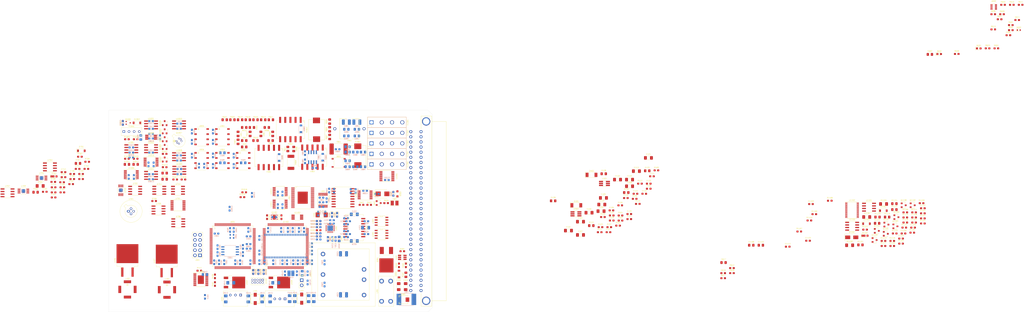
<source format=kicad_pcb>
(kicad_pcb (version 20171130) (host pcbnew 5.1.5)
  (layers (0 Signal_Top signal) (1 GND_One power) (2 Power_One power) (3 Power_Two power) (4 Signal_Inter power) (31 Signal_Bottom signal) (34 B.Paste user) (35 F.Paste user) (36 B.SilkS user) (37 F.SilkS user) (38 B.Mask user) (39 F.Mask user) (44 Edge.Cuts user))
  (net 0 "")
  (net 1 "Net-(C201-Pad1)")
  (net 2 +3.3VF)
  (net 3 "Net-(C203-Pad1)")
  (net 4 "Net-(C204-Pad1)")
  (net 5 VCCQ)
  (net 6 Earth)
  (net 7 "Net-(C214-Pad1)")
  (net 8 "Net-(C301-Pad1)")
  (net 9 "Net-(C303-Pad2)")
  (net 10 +24VF)
  (net 11 "Net-(C304-Pad2)")
  (net 12 AGNDF)
  (net 13 "Net-(C403-Pad1)")
  (net 14 "Net-(C412-Pad1)")
  (net 15 "Net-(C413-Pad1)")
  (net 16 "Net-(C414-Pad2)")
  (net 17 "Net-(C414-Pad1)")
  (net 18 "Net-(C415-Pad2)")
  (net 19 "Net-(C415-Pad1)")
  (net 20 "Net-(C417-Pad2)")
  (net 21 "Net-(C417-Pad1)")
  (net 22 "Net-(C418-Pad2)")
  (net 23 "Net-(C418-Pad1)")
  (net 24 +5VF)
  (net 25 +3.3VP)
  (net 26 +1V2)
  (net 27 +15VF)
  (net 28 -15VF)
  (net 29 GND_TRIG)
  (net 30 +5V_TRIG)
  (net 31 /Connector/EXT_TRIG)
  (net 32 "Net-(C701-Pad1)")
  (net 33 /ADC/+7VREF)
  (net 34 "Net-(C703-Pad1)")
  (net 35 "Net-(C713-Pad2)")
  (net 36 "Net-(C713-Pad1)")
  (net 37 "Net-(C714-Pad1)")
  (net 38 "/Function Selection/HI_SENSE")
  (net 39 "/Function Selection/LO_SENSE")
  (net 40 "Net-(C805-Pad1)")
  (net 41 "Net-(C901-Pad1)")
  (net 42 "Net-(C902-Pad1)")
  (net 43 "Net-(C1001-Pad1)")
  (net 44 "Net-(C1002-Pad1)")
  (net 45 "Net-(C1108-Pad1)")
  (net 46 "Net-(C1405-Pad1)")
  (net 47 "Net-(C1407-Pad1)")
  (net 48 "Net-(C1408-Pad1)")
  (net 49 "Net-(C1410-Pad1)")
  (net 50 /MCU/MCU_VDDA)
  (net 51 /Ethernet/NRST)
  (net 52 "Net-(D201-Pad2)")
  (net 53 "Net-(D201-Pad1)")
  (net 54 "Net-(D202-Pad2)")
  (net 55 "Net-(D202-Pad1)")
  (net 56 "Net-(D301-Pad1)")
  (net 57 "Net-(D302-Pad2)")
  (net 58 "Net-(D303-Pad2)")
  (net 59 "Net-(D501-Pad3)")
  (net 60 "Net-(D501-Pad2)")
  (net 61 "Net-(D601-Pad2)")
  (net 62 "Net-(D602-Pad2)")
  (net 63 "Net-(D603-Pad1)")
  (net 64 "Net-(D701-Pad2)")
  (net 65 "Net-(D701-Pad1)")
  (net 66 "/Function Selection/AMPS")
  (net 67 "Net-(D801-Pad1)")
  (net 68 "/Function Selection/L_RLY")
  (net 69 "/Function Selection/XO-A_RLY")
  (net 70 "/Function Selection/XH_RLY")
  (net 71 "Net-(D1002-Pad2)")
  (net 72 "Net-(D1102-Pad2)")
  (net 73 "Net-(D1103-Pad1)")
  (net 74 "/Function Selection/OHMS_CURRENT")
  (net 75 "Net-(D1104-Pad1)")
  (net 76 "Net-(D1401-Pad1)")
  (net 77 "Net-(D1402-Pad1)")
  (net 78 "Net-(D1403-Pad1)")
  (net 79 /Connector/H)
  (net 80 +24V)
  (net 81 /Connector/I)
  (net 82 /FPGA/iCE_SS_B)
  (net 83 /FPGA/iCE_SCK)
  (net 84 /FPGA/iCE_MOSI)
  (net 85 /FPGA/iCE_MISO)
  (net 86 /FPGA/iCE_CRESET)
  (net 87 /FPGA/iCE_CDONE)
  (net 88 /FPGA/iCE_Tx_TTL)
  (net 89 /FPGA/iCE_Rx_TTL)
  (net 90 /Connector/A)
  (net 91 /Connector/C)
  (net 92 /Connector/B)
  (net 93 /Connector/D)
  (net 94 /Connector/E)
  (net 95 /Connector/F)
  (net 96 /Connector/G)
  (net 97 /Connector/K)
  (net 98 /Connector/M)
  (net 99 /Connector/TX+)
  (net 100 /Connector/TX-)
  (net 101 /Connector/RX+)
  (net 102 /Connector/RX-)
  (net 103 /MCU/MCU_DEFAULT)
  (net 104 /MCU/TCK_SWCLK)
  (net 105 /MCU/TMS_SWDIO)
  (net 106 "Net-(K901-Pad4)")
  (net 107 "Net-(K901-Pad3)")
  (net 108 "Net-(K902-Pad9)")
  (net 109 "Net-(K902-Pad4)")
  (net 110 "Net-(K902-Pad2)")
  (net 111 "Net-(K903-Pad4)")
  (net 112 "Net-(K903-Pad3)")
  (net 113 "Net-(K1001-Pad1)")
  (net 114 "Net-(K1001-Pad4)")
  (net 115 "Net-(K1201-Pad3)")
  (net 116 "Net-(K1202-Pad3)")
  (net 117 "Net-(K1203-Pad3)")
  (net 118 "Net-(K1204-Pad3)")
  (net 119 /Connector/LS)
  (net 120 "Net-(K1205-Pad3)")
  (net 121 /Connector/HS)
  (net 122 /Ethernet/ETH_TXP)
  (net 123 /Ethernet/ETH_TXN)
  (net 124 /Ethernet/ETH_RXP)
  (net 125 /Ethernet/ETH_RXN)
  (net 126 "Net-(L201-Pad9)")
  (net 127 "Net-(L201-Pad10)")
  (net 128 "Net-(L201-Pad11)")
  (net 129 "Net-(L201-Pad14)")
  (net 130 "Net-(L201-Pad15)")
  (net 131 "Net-(L201-Pad16)")
  (net 132 "Net-(L501-Pad2)")
  (net 133 "Net-(L901-Pad2)")
  (net 134 "Net-(L904-Pad2)")
  (net 135 "Net-(L905-Pad2)")
  (net 136 "Net-(Q301-Pad1)")
  (net 137 "Net-(Q1002-Pad3)")
  (net 138 "Net-(Q1002-Pad2)")
  (net 139 "Net-(Q1002-Pad1)")
  (net 140 "Net-(Q1003-Pad3)")
  (net 141 "Net-(Q1003-Pad2)")
  (net 142 "Net-(Q1003-Pad1)")
  (net 143 "Net-(Q1004-Pad2)")
  (net 144 "Net-(Q1005-Pad2)")
  (net 145 "Net-(Q1006-Pad3)")
  (net 146 "Net-(Q1006-Pad1)")
  (net 147 "Net-(Q1007-Pad7)")
  (net 148 "Net-(Q1007-Pad3)")
  (net 149 "Net-(Q1101-Pad3)")
  (net 150 "Net-(Q1101-Pad2)")
  (net 151 "Net-(Q1101-Pad1)")
  (net 152 "Net-(Q1102-Pad3)")
  (net 153 "Net-(Q1102-Pad1)")
  (net 154 "Net-(Q1103-Pad1)")
  (net 155 "Net-(Q1104-Pad3)")
  (net 156 "Net-(Q1104-Pad2)")
  (net 157 "Net-(Q1105-Pad3)")
  (net 158 "Net-(Q1105-Pad1)")
  (net 159 "Net-(Q1106-Pad1)")
  (net 160 "Net-(Q1107-Pad1)")
  (net 161 /Ethernet/RMII_RXD0)
  (net 162 /Ethernet/MODE0)
  (net 163 /Ethernet/RMII_RXD1)
  (net 164 /Ethernet/MODE1)
  (net 165 "Net-(R203-Pad1)")
  (net 166 /Ethernet/RMII_CRS_DV)
  (net 167 /Ethernet/MODE2)
  (net 168 /Ethernet/REF_CLK)
  (net 169 /Ethernet/REFCLK0)
  (net 170 /Ethernet/RMII_MDIO)
  (net 171 "Net-(R212-Pad2)")
  (net 172 "Net-(R301-Pad2)")
  (net 173 "Net-(R304-Pad2)")
  (net 174 "Net-(R401-Pad2)")
  (net 175 "Net-(R402-Pad2)")
  (net 176 "Net-(R404-Pad2)")
  (net 177 "Net-(R406-Pad2)")
  (net 178 "Net-(R411-Pad2)")
  (net 179 "Net-(R501-Pad2)")
  (net 180 "Net-(R502-Pad2)")
  (net 181 /Trigger/EXT_TRIG_SIGN)
  (net 182 /FPGA/COMP)
  (net 183 /ADC/ADC_COMP)
  (net 184 "Net-(R604-Pad1)")
  (net 185 "Net-(R605-Pad1)")
  (net 186 /ADC/FGPA_SW_IR-)
  (net 187 "Net-(R606-Pad1)")
  (net 188 /ADC/FGPA_SW_ID)
  (net 189 "Net-(R607-Pad1)")
  (net 190 /ADC/FGPA_SW_IR+)
  (net 191 "Net-(R608-Pad1)")
  (net 192 /ADC/FGPA_SW_IN)
  (net 193 "Net-(R609-Pad1)")
  (net 194 /ADC/FPGA_SW_VRH)
  (net 195 "Net-(R610-Pad1)")
  (net 196 "Net-(R611-Pad2)")
  (net 197 "Net-(R612-Pad1)")
  (net 198 "Net-(R614-Pad1)")
  (net 199 "Net-(R615-Pad1)")
  (net 200 /ADC/FPGA_ADC_~RST)
  (net 201 "Net-(R702-Pad2)")
  (net 202 "Net-(R704-Pad1)")
  (net 203 "Net-(R706-Pad1)")
  (net 204 /ADC/+10VREF)
  (net 205 "Net-(R801-Pad2)")
  (net 206 "Net-(R802-Pad2)")
  (net 207 "Net-(R803-Pad2)")
  (net 208 "Net-(R804-Pad2)")
  (net 209 "Net-(R809-Pad1)")
  (net 210 "Net-(R810-Pad1)")
  (net 211 "Net-(R904-Pad1)")
  (net 212 "Net-(R905-Pad1)")
  (net 213 "Net-(R906-Pad1)")
  (net 214 "Net-(R907-Pad1)")
  (net 215 "Net-(R910-Pad1)")
  (net 216 "Net-(R911-Pad1)")
  (net 217 "Net-(R913-Pad1)")
  (net 218 "Net-(R914-Pad1)")
  (net 219 "Net-(R915-Pad1)")
  (net 220 "Net-(R916-Pad1)")
  (net 221 "Net-(R918-Pad1)")
  (net 222 "Net-(R919-Pad1)")
  (net 223 "Net-(R920-Pad1)")
  (net 224 "Net-(R922-Pad1)")
  (net 225 "Net-(R923-Pad1)")
  (net 226 "Net-(R924-Pad1)")
  (net 227 "Net-(R925-Pad2)")
  (net 228 "Net-(R926-Pad2)")
  (net 229 "Net-(R927-Pad2)")
  (net 230 "Net-(R928-Pad2)")
  (net 231 "Net-(R929-Pad2)")
  (net 232 "Net-(R930-Pad2)")
  (net 233 "Net-(R931-Pad2)")
  (net 234 "Net-(R932-Pad2)")
  (net 235 "Net-(R933-Pad2)")
  (net 236 "Net-(R1001-Pad1)")
  (net 237 "Net-(R1002-Pad1)")
  (net 238 "/DC Amplifier/DC_AMP_10MEG")
  (net 239 "Net-(R1008-Pad2)")
  (net 240 "Net-(R1008-Pad1)")
  (net 241 "Net-(R1009-Pad2)")
  (net 242 "Net-(R1010-Pad2)")
  (net 243 "Net-(R1011-Pad2)")
  (net 244 "Net-(R1013-Pad2)")
  (net 245 "Net-(R1013-Pad1)")
  (net 246 "Net-(R1014-Pad2)")
  (net 247 "Net-(R1016-Pad1)")
  (net 248 "Net-(R1017-Pad1)")
  (net 249 /ADC/-7VREF)
  (net 250 "Net-(R1101-Pad1)")
  (net 251 /MCU/OCS_SDO)
  (net 252 "Net-(R1103-Pad1)")
  (net 253 "Net-(R1105-Pad2)")
  (net 254 "Net-(R1105-Pad1)")
  (net 255 "Net-(R1106-Pad2)")
  (net 256 "Net-(R1106-Pad1)")
  (net 257 "Net-(R1107-Pad1)")
  (net 258 "Net-(R1109-Pad2)")
  (net 259 "Net-(R1109-Pad1)")
  (net 260 /MCU/OSC_HV_PROT)
  (net 261 "Net-(R1112-Pad1)")
  (net 262 "Net-(R1114-Pad1)")
  (net 263 "Net-(R1117-Pad1)")
  (net 264 /MCU/SENS_SCL)
  (net 265 /MCU/SENS_SDA)
  (net 266 "Net-(R1404-Pad1)")
  (net 267 "Net-(R1405-Pad1)")
  (net 268 "Net-(R1406-Pad1)")
  (net 269 /MCU/EEPROM_SDA)
  (net 270 /MCU/EEPROM_SCL)
  (net 271 "Net-(R1409-Pad1)")
  (net 272 /Ethernet/RMII_TXD1)
  (net 273 /Ethernet/RMII_TXD0)
  (net 274 /Ethernet/RMII_TXEN)
  (net 275 /Ethernet/RMII_MDC)
  (net 276 "Net-(U501-Pad13)")
  (net 277 "Net-(U501-Pad12)")
  (net 278 "Net-(U501-Pad11)")
  (net 279 /MCU/TRIG_IN)
  (net 280 /MCU/TRIG_OUT)
  (net 281 /MCU/TRIG_EN)
  (net 282 /Trigger/TRIG_OUT_EN)
  (net 283 /Trigger/TRIG_OUT_SIGN)
  (net 284 /FPGA/FPGA_UART2_TX_TTL)
  (net 285 /FPGA/FPGA_UART2_RX_TTL)
  (net 286 /FPGA/FPGA_SPI1_SCK)
  (net 287 /FPGA/FPGA_SPI1_MOSI)
  (net 288 /FPGA/FPGA_SPI1_MISO)
  (net 289 /FPGA/FPGA_SPI1_NSS)
  (net 290 /FPGA/FPGA_IO1)
  (net 291 /FPGA/FPGA_IO2)
  (net 292 "Net-(U701-Pad11)")
  (net 293 "Net-(U701-Pad6)")
  (net 294 "Net-(U701-Pad2)")
  (net 295 /ADC/VREF-)
  (net 296 "Net-(U703-Pad6)")
  (net 297 "Net-(U703-Pad3)")
  (net 298 /ADC/VREF+)
  (net 299 "Net-(U705-Pad7)")
  (net 300 "Net-(U705-Pad1)")
  (net 301 "Net-(U705-Pad2)")
  (net 302 "Net-(U710-Pad2)")
  (net 303 /ADC/ADIN)
  (net 304 "/Function Selection/SLE_SI")
  (net 305 "/Function Selection/SLE_SO")
  (net 306 "/Function Selection/SLE_~RST")
  (net 307 "/Function Selection/SLE_~CS")
  (net 308 "/Function Selection/SLE_SCLK")
  (net 309 "Net-(U902-Pad7)")
  (net 310 "Net-(U902-Pad5)")
  (net 311 "Net-(U903-Pad5)")
  (net 312 "/DC Amplifier/AMP+")
  (net 313 "Net-(U1001-Pad7)")
  (net 314 "/DC Amplifier/AMPL_SEL")
  (net 315 "Net-(U1005-Pad4)")
  (net 316 "/DC Amplifier/DC_AMP2_MUX_A1")
  (net 317 "/DC Amplifier/DC_AMP2_MUX_EN")
  (net 318 "/DC Amplifier/DC_AMP2_MUX_A0")
  (net 319 "/DC Amplifier/DC_AMP1_MUX_A1")
  (net 320 "/DC Amplifier/DC_AMP1_MUX_EN")
  (net 321 "/DC Amplifier/DC_AMP1_MUX_A0")
  (net 322 /MCU/OCS_~SYNC)
  (net 323 "Net-(U1102-Pad11)")
  (net 324 /MCU/OCS_DIN)
  (net 325 /MCU/OCS_SCLK)
  (net 326 /Connector/CXN_REL1)
  (net 327 /Connector/CXN_REL2)
  (net 328 /Connector/CXN_REL3)
  (net 329 /Connector/CXN_REL4)
  (net 330 /Connector/CXN_REL5)
  (net 331 /MCU/EEPROM_WP)
  (net 332 /MCU/D15)
  (net 333 /MCU/D13)
  (net 334 /MCU/D12)
  (net 335 /MCU/D11)
  (net 336 /MCU/D10)
  (net 337 /MCU/D9)
  (net 338 /MCU/D8)
  (net 339 /MCU/UDQM)
  (net 340 /MCU/CLK)
  (net 341 /MCU/CKE)
  (net 342 /MCU/A11)
  (net 343 /MCU/A9)
  (net 344 /MCU/A8)
  (net 345 /MCU/A7)
  (net 346 /MCU/A6)
  (net 347 /MCU/A5)
  (net 348 /MCU/A4)
  (net 349 /MCU/A2)
  (net 350 /MCU/A1)
  (net 351 /MCU/A0)
  (net 352 /MCU/A10)
  (net 353 /MCU/BA1)
  (net 354 /MCU/BA0)
  (net 355 /MCU/~CS)
  (net 356 /MCU/~RAS)
  (net 357 /MCU/~WE)
  (net 358 /MCU/LDQM)
  (net 359 /MCU/D7)
  (net 360 /MCU/D6)
  (net 361 /MCU/D5)
  (net 362 /MCU/D4)
  (net 363 /MCU/D3)
  (net 364 /MCU/D2)
  (net 365 /MCU/D1)
  (net 366 /MCU/D0)
  (net 367 /MCU/~CAS)
  (net 368 /MCU/A3)
  (net 369 /MCU/D14)
  (net 370 /FPGA/GNDPLL0)
  (net 371 /FPGA/VCCPLL0)
  (net 372 /FPGA/GNDPLL1)
  (net 373 /FPGA/VCCPLL1)
  (net 374 "Net-(R616-Pad2)")
  (net 375 /FPGA/100MHZ)
  (net 376 "Net-(J1201-PadA12)")
  (net 377 GNDPWR)
  (net 378 "/Function Selection/MC_CTR")
  (net 379 "/Function Selection/4W_LO_CTR")
  (net 380 "/Function Selection/DCV_A_CTR")
  (net 381 "/Function Selection/MZ_CTR")
  (net 382 "/Function Selection/VZERO_CTR")
  (net 383 "/Function Selection/AMPS_CTR")
  (net 384 "/Function Selection/4W_HI_CTR")
  (net 385 "/Function Selection/DCV_H_CTR")
  (net 386 "/Function Selection/DCV_L_CTR")
  (net 387 "Net-(J1201-PadA10)")
  (net 388 "Net-(C509-Pad2)")
  (net 389 "Net-(C402-Pad1)")
  (net 390 "Net-(C410-Pad1)")
  (net 391 "Net-(C411-Pad1)")
  (net 392 "Net-(C412-Pad2)")
  (net 393 "Net-(C413-Pad2)")
  (net 394 "Net-(C424-Pad1)")
  (net 395 "Net-(C434-Pad1)")
  (net 396 "Net-(R1018-Pad2)")
  (net 397 "Net-(R1019-Pad2)")
  (net 398 "/DC Amplifier/MUX2_A1")
  (net 399 "/DC Amplifier/MUX2_EN")
  (net 400 "/DC Amplifier/MUX2_A0")
  (net 401 "/DC Amplifier/MUX1_A0")
  (net 402 "Net-(R806-Pad2)")
  (net 403 "/DC Amplifier/MUX1_A1")
  (net 404 "/DC Amplifier/MUX1_EN")
  (net 405 "Net-(R934-Pad2)")
  (net 406 "Net-(R934-Pad1)")
  (net 407 "Net-(R935-Pad2)")
  (net 408 "Net-(R935-Pad1)")
  (module Resistor_SMD:R_0805_2012Metric_Pad1.15x1.40mm_HandSolder (layer Signal_Bottom) (at 188.214 77.978 180)
    (fp_text reference R805 (at 0 -1.397) (layer B.SilkS) (effects (font (size 0.6 0.6) (thickness 0.12)) (justify mirror)))
    (fp_text value 24k/200V/.5W/.25%)
    (pad 2 smd roundrect (at 1.025 0 180) (size 1.15 1.4) (layers Signal_Bottom B.Paste B.Mask) (roundrect_rratio 0.217391) (net 38 "/Function Selection/HI_SENSE"))
    (pad 1 smd roundrect (at -1.025 0 180) (size 1.15 1.4) (layers Signal_Bottom B.Paste B.Mask) (roundrect_rratio 0.217391) (net 207 "Net-(R803-Pad2)"))
  )
  (module ETH1CDMM1:GU-SOP8 (layer Signal_Top) (at 115.951 74.93 270)
    (fp_text reference U906 (at -5.461 0 180) (layer F.SilkS) (effects (font (size 0.6 0.6) (thickness 0.12))))
    (fp_text value AQW210S)
    (pad 8 smd rect (at -3.81 -3 270) (size 0.8 1.2) (layers Signal_Top F.Paste F.Mask) (net 310 "Net-(U902-Pad5)"))
    (pad 7 smd rect (at -1.27 -3 270) (size 0.8 1.2) (layers Signal_Top F.Paste F.Mask) (net 309 "Net-(U902-Pad7)"))
    (pad 6 smd rect (at 1.27 -3 270) (size 0.8 1.2) (layers Signal_Top F.Paste F.Mask) (net 406 "Net-(R934-Pad1)"))
    (pad 5 smd rect (at 3.81 -3 270) (size 0.8 1.2) (layers Signal_Top F.Paste F.Mask) (net 405 "Net-(R934-Pad2)"))
    (pad 4 smd rect (at 3.81 3 270) (size 0.8 1.2) (layers Signal_Top F.Paste F.Mask) (net 407 "Net-(R935-Pad2)"))
    (pad 3 smd rect (at 1.27 3 270) (size 0.8 1.2) (layers Signal_Top F.Paste F.Mask) (net 408 "Net-(R935-Pad1)"))
    (pad 2 smd rect (at -1.27 3 270) (size 0.8 1.2) (layers Signal_Top F.Paste F.Mask) (net 380 "/Function Selection/DCV_A_CTR"))
    (pad 1 smd rect (at -3.81 3 270) (size 0.8 1.2) (layers Signal_Top F.Paste F.Mask) (net 235 "Net-(R933-Pad2)"))
  )
  (module Resistor_SMD:R_0603_1608Metric_Pad1.05x0.95mm_HandSolder (layer Signal_Bottom) (at 114.681 77.47 270)
    (fp_text reference R935 (at 0 1.27 90) (layer B.SilkS) (effects (font (size 0.6 0.6) (thickness 0.12)) (justify mirror)))
    (fp_text value OPT)
    (pad 2 smd roundrect (at 0.875 0 270) (size 1.05 0.95) (layers Signal_Bottom B.Paste B.Mask) (net 407 "Net-(R935-Pad2)"))
    (pad 1 smd roundrect (at -0.875 0 270) (size 1.05 0.95) (layers Signal_Bottom B.Paste B.Mask) (net 408 "Net-(R935-Pad1)"))
  )
  (module Resistor_SMD:R_0603_1608Metric_Pad1.05x0.95mm_HandSolder (layer Signal_Bottom) (at 117.221 77.47 270)
    (fp_text reference R934 (at 0 -1.397 90) (layer B.SilkS) (effects (font (size 0.6 0.6) (thickness 0.12)) (justify mirror)))
    (fp_text value OPT)
    (pad 2 smd roundrect (at 0.875 0 270) (size 1.05 0.95) (layers Signal_Bottom B.Paste B.Mask) (net 405 "Net-(R934-Pad2)"))
    (pad 1 smd roundrect (at -0.875 0 270) (size 1.05 0.95) (layers Signal_Bottom B.Paste B.Mask) (net 406 "Net-(R934-Pad1)"))
  )
  (module Capacitor_SMD:C_0805_2012Metric_Pad1.15x1.40mm_HandSolder (layer Signal_Top) (at 133.985 65.659 270)
    (fp_text reference C902 (at 0 1.524 90) (layer F.SilkS) (effects (font (size 0.6 0.6) (thickness 0.12))))
    (fp_text value 220p)
    (pad 2 smd roundrect (at 1.025 0 270) (size 1.15 1.4) (layers Signal_Top F.Paste F.Mask) (roundrect_rratio 0.217391) (net 12 AGNDF))
    (pad 1 smd roundrect (at -1.025 0 270) (size 1.15 1.4) (layers Signal_Top F.Paste F.Mask) (roundrect_rratio 0.217391) (net 42 "Net-(C902-Pad1)"))
  )
  (module Capacitor_SMD:C_0805_2012Metric_Pad1.15x1.40mm_HandSolder (layer Signal_Top) (at 140.843 58.547)
    (fp_text reference C901 (at 2.413 0 90) (layer F.SilkS) (effects (font (size 0.6 0.6) (thickness 0.12))))
    (fp_text value 470p)
    (pad 2 smd roundrect (at 1.025 0) (size 1.15 1.4) (layers Signal_Top F.Paste F.Mask) (roundrect_rratio 0.217391) (net 12 AGNDF))
    (pad 1 smd roundrect (at -1.025 0) (size 1.15 1.4) (layers Signal_Top F.Paste F.Mask) (roundrect_rratio 0.217391) (net 41 "Net-(C901-Pad1)"))
  )
  (module Capacitor_SMD:C_0805_2012Metric_Pad1.15x1.40mm_HandSolder (layer Signal_Top) (at 179.324 55.626 90)
    (fp_text reference C805 (at 0 -1.524 90) (layer F.SilkS) (effects (font (size 0.6 0.6) (thickness 0.12))))
    (fp_text value 10n)
    (pad 2 smd roundrect (at 1.025 0 90) (size 1.15 1.4) (layers Signal_Top F.Paste F.Mask) (roundrect_rratio 0.217391) (net 12 AGNDF))
    (pad 1 smd roundrect (at -1.025 0 90) (size 1.15 1.4) (layers Signal_Top F.Paste F.Mask) (roundrect_rratio 0.217391) (net 40 "Net-(C805-Pad1)"))
  )
  (module Capacitor_SMD:C_0805_2012Metric_Pad1.15x1.40mm_HandSolder (layer Signal_Bottom) (at 188.214 68.072)
    (fp_text reference C804 (at 0 1.397) (layer B.SilkS) (effects (font (size 0.6 0.6) (thickness 0.12)) (justify mirror)))
    (fp_text value 220p)
    (pad 2 smd roundrect (at 1.025 0) (size 1.15 1.4) (layers Signal_Bottom B.Paste B.Mask) (roundrect_rratio 0.217391) (net 12 AGNDF))
    (pad 1 smd roundrect (at -1.025 0) (size 1.15 1.4) (layers Signal_Bottom B.Paste B.Mask) (roundrect_rratio 0.217391) (net 39 "/Function Selection/LO_SENSE"))
  )
  (module Capacitor_SMD:C_0805_2012Metric_Pad1.15x1.40mm_HandSolder (layer Signal_Bottom) (at 188.214 75.057)
    (fp_text reference C803 (at 0 1.397) (layer B.SilkS) (effects (font (size 0.6 0.6) (thickness 0.12)) (justify mirror)))
    (fp_text value 220p)
    (pad 2 smd roundrect (at 1.025 0) (size 1.15 1.4) (layers Signal_Bottom B.Paste B.Mask) (roundrect_rratio 0.217391) (net 12 AGNDF))
    (pad 1 smd roundrect (at -1.025 0) (size 1.15 1.4) (layers Signal_Bottom B.Paste B.Mask) (roundrect_rratio 0.217391) (net 38 "/Function Selection/HI_SENSE"))
  )
  (module Package_SO:TSSOP-14_4.4x5mm_P0.65mm (layer Signal_Top) (at 154.813 90.297 180)
    (fp_text reference U1012 (at 4.445 0 90) (layer F.SilkS) (effects (font (size 0.6 0.6) (thickness 0.12))))
    (fp_text value TXB0104PW)
    (pad 14 smd rect (at 2.95 -1.95 180) (size 1.45 0.45) (layers Signal_Top F.Paste F.Mask) (net 24 +5VF))
    (pad 13 smd rect (at 2.95 -1.3 180) (size 1.45 0.45) (layers Signal_Top F.Paste F.Mask) (net 401 "/DC Amplifier/MUX1_A0"))
    (pad 12 smd rect (at 2.95 -0.65 180) (size 1.45 0.45) (layers Signal_Top F.Paste F.Mask) (net 403 "/DC Amplifier/MUX1_A1"))
    (pad 11 smd rect (at 2.95 0 180) (size 1.45 0.45) (layers Signal_Top F.Paste F.Mask) (net 404 "/DC Amplifier/MUX1_EN"))
    (pad 10 smd rect (at 2.95 0.65 180) (size 1.45 0.45) (layers Signal_Top F.Paste F.Mask))
    (pad 9 smd rect (at 2.95 1.3 180) (size 1.45 0.45) (layers Signal_Top F.Paste F.Mask))
    (pad 8 smd rect (at 2.95 1.95 180) (size 1.45 0.45) (layers Signal_Top F.Paste F.Mask) (net 397 "Net-(R1019-Pad2)"))
    (pad 7 smd rect (at -2.95 1.95 180) (size 1.45 0.45) (layers Signal_Top F.Paste F.Mask) (net 12 AGNDF))
    (pad 6 smd rect (at -2.95 1.3 180) (size 1.45 0.45) (layers Signal_Top F.Paste F.Mask))
    (pad 5 smd rect (at -2.95 0.65 180) (size 1.45 0.45) (layers Signal_Top F.Paste F.Mask))
    (pad 4 smd rect (at -2.95 0 180) (size 1.45 0.45) (layers Signal_Top F.Paste F.Mask) (net 320 "/DC Amplifier/DC_AMP1_MUX_EN"))
    (pad 3 smd rect (at -2.95 -0.65 180) (size 1.45 0.45) (layers Signal_Top F.Paste F.Mask) (net 319 "/DC Amplifier/DC_AMP1_MUX_A1"))
    (pad 2 smd rect (at -2.95 -1.3 180) (size 1.45 0.45) (layers Signal_Top F.Paste F.Mask) (net 321 "/DC Amplifier/DC_AMP1_MUX_A0"))
    (pad 1 smd rect (at -2.95 -1.95 180) (size 1.45 0.45) (layers Signal_Top F.Paste F.Mask) (net 2 +3.3VF))
  )
  (module Package_SO:TSSOP-14_4.4x5mm_P0.65mm (layer Signal_Top) (at 154.813 96.52 180)
    (fp_text reference U1011 (at 4.445 0 90) (layer F.SilkS) (effects (font (size 0.6 0.6) (thickness 0.12))))
    (fp_text value TXB0104PW)
    (pad 14 smd rect (at 2.95 -1.95 180) (size 1.45 0.45) (layers Signal_Top F.Paste F.Mask) (net 24 +5VF))
    (pad 13 smd rect (at 2.95 -1.3 180) (size 1.45 0.45) (layers Signal_Top F.Paste F.Mask) (net 400 "/DC Amplifier/MUX2_A0"))
    (pad 12 smd rect (at 2.95 -0.65 180) (size 1.45 0.45) (layers Signal_Top F.Paste F.Mask) (net 398 "/DC Amplifier/MUX2_A1"))
    (pad 11 smd rect (at 2.95 0 180) (size 1.45 0.45) (layers Signal_Top F.Paste F.Mask) (net 399 "/DC Amplifier/MUX2_EN"))
    (pad 10 smd rect (at 2.95 0.65 180) (size 1.45 0.45) (layers Signal_Top F.Paste F.Mask))
    (pad 9 smd rect (at 2.95 1.3 180) (size 1.45 0.45) (layers Signal_Top F.Paste F.Mask))
    (pad 8 smd rect (at 2.95 1.95 180) (size 1.45 0.45) (layers Signal_Top F.Paste F.Mask) (net 396 "Net-(R1018-Pad2)"))
    (pad 7 smd rect (at -2.95 1.95 180) (size 1.45 0.45) (layers Signal_Top F.Paste F.Mask) (net 12 AGNDF))
    (pad 6 smd rect (at -2.95 1.3 180) (size 1.45 0.45) (layers Signal_Top F.Paste F.Mask))
    (pad 5 smd rect (at -2.95 0.65 180) (size 1.45 0.45) (layers Signal_Top F.Paste F.Mask))
    (pad 4 smd rect (at -2.95 0 180) (size 1.45 0.45) (layers Signal_Top F.Paste F.Mask) (net 317 "/DC Amplifier/DC_AMP2_MUX_EN"))
    (pad 3 smd rect (at -2.95 -0.65 180) (size 1.45 0.45) (layers Signal_Top F.Paste F.Mask) (net 316 "/DC Amplifier/DC_AMP2_MUX_A1"))
    (pad 2 smd rect (at -2.95 -1.3 180) (size 1.45 0.45) (layers Signal_Top F.Paste F.Mask) (net 318 "/DC Amplifier/DC_AMP2_MUX_A0"))
    (pad 1 smd rect (at -2.95 -1.95 180) (size 1.45 0.45) (layers Signal_Top F.Paste F.Mask) (net 2 +3.3VF))
  )
  (module Resistor_SMD:R_0603_1608Metric_Pad1.05x0.95mm_HandSolder (layer Signal_Top) (at 136.144 93.091)
    (fp_text reference R1019 (at 0 -1.43) (layer F.SilkS) (effects (font (size 0.6 0.6) (thickness 0.12))))
    (fp_text value 10k)
    (pad 2 smd roundrect (at 0.875 0) (size 1.05 0.95) (layers Signal_Top F.Paste F.Mask) (net 397 "Net-(R1019-Pad2)"))
    (pad 1 smd roundrect (at -0.875 0) (size 1.05 0.95) (layers Signal_Top F.Paste F.Mask) (net 2 +3.3VF))
  )
  (module Resistor_SMD:R_0603_1608Metric_Pad1.05x0.95mm_HandSolder (layer Signal_Top) (at 137.033 90.678)
    (fp_text reference R1018 (at 0 -1.43) (layer F.SilkS) (effects (font (size 0.6 0.6) (thickness 0.12))))
    (fp_text value 10k)
    (pad 2 smd roundrect (at 0.875 0) (size 1.05 0.95) (layers Signal_Top F.Paste F.Mask) (net 396 "Net-(R1018-Pad2)"))
    (pad 1 smd roundrect (at -0.875 0) (size 1.05 0.95) (layers Signal_Top F.Paste F.Mask) (net 2 +3.3VF))
  )
  (module ETH1CDMM1:9012 (layer Signal_Top) (at 81.28 60.579)
    (fp_text reference K1001 (at 0 -2.6) (layer F.SilkS) (effects (font (size 0.6 0.6) (thickness 0.12))))
    (fp_text value 9012)
    (pad 1 thru_hole rect (at -3.81 0) (size 1.2 1.2) (drill 0.7) (layers *.Cu *.Mask) (net 113 "Net-(K1001-Pad1)"))
    (pad 2 thru_hole circle (at -1.27 0) (size 1.2 1.2) (drill 0.7) (layers *.Cu *.Mask) (net 24 +5VF))
    (pad 3 thru_hole circle (at 1.27 0) (size 1.2 1.2) (drill 0.7) (layers *.Cu *.Mask) (net 71 "Net-(D1002-Pad2)"))
    (pad 4 thru_hole circle (at 3.81 0) (size 1.2 1.2) (drill 0.7) (layers *.Cu *.Mask) (net 114 "Net-(K1001-Pad4)"))
  )
  (module Capacitor_SMD:C_0603_1608Metric_Pad1.05x0.95mm_HandSolder (layer Signal_Bottom) (at 153.67 91.313 90)
    (fp_text reference C1025 (at 0 -1.524 90) (layer B.SilkS) (effects (font (size 0.6 0.6) (thickness 0.12)) (justify mirror)))
    (fp_text value 100n)
    (pad 2 smd roundrect (at 0.875 0 90) (size 1.05 0.95) (layers Signal_Bottom B.Paste B.Mask) (net 12 AGNDF))
    (pad 1 smd roundrect (at -0.875 0 90) (size 1.05 0.95) (layers Signal_Bottom B.Paste B.Mask) (net 24 +5VF))
  )
  (module Capacitor_SMD:C_0603_1608Metric_Pad1.05x0.95mm_HandSolder (layer Signal_Bottom) (at 153.67 97.536 90)
    (fp_text reference C1024 (at 0 -1.524 90) (layer B.SilkS) (effects (font (size 0.6 0.6) (thickness 0.12)) (justify mirror)))
    (fp_text value 100n)
    (pad 2 smd roundrect (at 0.875 0 90) (size 1.05 0.95) (layers Signal_Bottom B.Paste B.Mask) (net 12 AGNDF))
    (pad 1 smd roundrect (at -0.875 0 90) (size 1.05 0.95) (layers Signal_Bottom B.Paste B.Mask) (net 24 +5VF))
  )
  (module Capacitor_SMD:C_0603_1608Metric_Pad1.05x0.95mm_HandSolder (layer Signal_Bottom) (at 155.956 91.313 90)
    (fp_text reference C1023 (at 0 1.524 90) (layer B.SilkS) (effects (font (size 0.6 0.6) (thickness 0.12)) (justify mirror)))
    (fp_text value 100n)
    (pad 2 smd roundrect (at 0.875 0 90) (size 1.05 0.95) (layers Signal_Bottom B.Paste B.Mask) (net 12 AGNDF))
    (pad 1 smd roundrect (at -0.875 0 90) (size 1.05 0.95) (layers Signal_Bottom B.Paste B.Mask) (net 2 +3.3VF))
  )
  (module Capacitor_SMD:C_0603_1608Metric_Pad1.05x0.95mm_HandSolder (layer Signal_Bottom) (at 155.956 97.536 90)
    (fp_text reference C1022 (at 0 1.43 90) (layer B.SilkS) (effects (font (size 0.6 0.6) (thickness 0.12)) (justify mirror)))
    (fp_text value 100n)
    (pad 2 smd roundrect (at 0.875 0 90) (size 1.05 0.95) (layers Signal_Bottom B.Paste B.Mask) (net 12 AGNDF))
    (pad 1 smd roundrect (at -0.875 0 90) (size 1.05 0.95) (layers Signal_Bottom B.Paste B.Mask) (net 2 +3.3VF))
  )
  (module Capacitor_SMD:C_0603_1608Metric_Pad1.05x0.95mm_HandSolder (layer Signal_Bottom) (at 90.932 59.182)
    (fp_text reference C1021 (at 0 -1.143) (layer B.SilkS) (effects (font (size 0.6 0.6) (thickness 0.12)) (justify mirror)))
    (fp_text value 100n)
    (pad 2 smd roundrect (at 0.875 0) (size 1.05 0.95) (layers Signal_Bottom B.Paste B.Mask) (net 12 AGNDF))
    (pad 1 smd roundrect (at -0.875 0) (size 1.05 0.95) (layers Signal_Bottom B.Paste B.Mask) (net 28 -15VF))
  )
  (module Capacitor_SMD:C_0603_1608Metric_Pad1.05x0.95mm_HandSolder (layer Signal_Bottom) (at 104.775 74.93)
    (fp_text reference C1020 (at 0 -1.143) (layer B.SilkS) (effects (font (size 0.6 0.6) (thickness 0.12)) (justify mirror)))
    (fp_text value 100n)
    (pad 2 smd roundrect (at 0.875 0) (size 1.05 0.95) (layers Signal_Bottom B.Paste B.Mask) (net 12 AGNDF))
    (pad 1 smd roundrect (at -0.875 0) (size 1.05 0.95) (layers Signal_Bottom B.Paste B.Mask) (net 28 -15VF))
  )
  (module Capacitor_SMD:C_0603_1608Metric_Pad1.05x0.95mm_HandSolder (layer Signal_Bottom) (at 104.775 59.182)
    (fp_text reference C1019 (at 0 -1.143) (layer B.SilkS) (effects (font (size 0.6 0.6) (thickness 0.12)) (justify mirror)))
    (fp_text value 100n)
    (pad 2 smd roundrect (at 0.875 0) (size 1.05 0.95) (layers Signal_Bottom B.Paste B.Mask) (net 12 AGNDF))
    (pad 1 smd roundrect (at -0.875 0) (size 1.05 0.95) (layers Signal_Bottom B.Paste B.Mask) (net 27 +15VF))
  )
  (module Capacitor_SMD:C_0603_1608Metric_Pad1.05x0.95mm_HandSolder (layer Signal_Bottom) (at 90.932 55.372 180)
    (fp_text reference C1018 (at 0 -1.143) (layer B.SilkS) (effects (font (size 0.6 0.6) (thickness 0.12)) (justify mirror)))
    (fp_text value 100n)
    (pad 2 smd roundrect (at 0.875 0 180) (size 1.05 0.95) (layers Signal_Bottom B.Paste B.Mask) (net 12 AGNDF))
    (pad 1 smd roundrect (at -0.875 0 180) (size 1.05 0.95) (layers Signal_Bottom B.Paste B.Mask) (net 27 +15VF))
  )
  (module Capacitor_SMD:C_0603_1608Metric_Pad1.05x0.95mm_HandSolder (layer Signal_Bottom) (at 104.775 56.642 180)
    (fp_text reference C1017 (at 0 1.143) (layer B.SilkS) (effects (font (size 0.6 0.6) (thickness 0.12)) (justify mirror)))
    (fp_text value 100n)
    (pad 2 smd roundrect (at 0.875 0 180) (size 1.05 0.95) (layers Signal_Bottom B.Paste B.Mask) (net 12 AGNDF))
    (pad 1 smd roundrect (at -0.875 0 180) (size 1.05 0.95) (layers Signal_Bottom B.Paste B.Mask) (net 28 -15VF))
  )
  (module Capacitor_SMD:C_0603_1608Metric_Pad1.05x0.95mm_HandSolder (layer Signal_Bottom) (at 104.902 81.661)
    (fp_text reference C1016 (at 0 -1.143) (layer B.SilkS) (effects (font (size 0.6 0.6) (thickness 0.12)) (justify mirror)))
    (fp_text value 100n)
    (pad 2 smd roundrect (at 0.875 0) (size 1.05 0.95) (layers Signal_Bottom B.Paste B.Mask) (net 12 AGNDF))
    (pad 1 smd roundrect (at -0.875 0) (size 1.05 0.95) (layers Signal_Bottom B.Paste B.Mask) (net 28 -15VF))
  )
  (module Capacitor_SMD:C_0603_1608Metric_Pad1.05x0.95mm_HandSolder (layer Signal_Bottom) (at 104.775 72.39 180)
    (fp_text reference C1015 (at 0 1.143) (layer B.SilkS) (effects (font (size 0.6 0.6) (thickness 0.12)) (justify mirror)))
    (fp_text value 100n)
    (pad 2 smd roundrect (at 0.875 0 180) (size 1.05 0.95) (layers Signal_Bottom B.Paste B.Mask) (net 12 AGNDF))
    (pad 1 smd roundrect (at -0.875 0 180) (size 1.05 0.95) (layers Signal_Bottom B.Paste B.Mask) (net 27 +15VF))
  )
  (module Capacitor_SMD:C_0603_1608Metric_Pad1.05x0.95mm_HandSolder (layer Signal_Bottom) (at 104.902 79.121 180)
    (fp_text reference C1014 (at 0 1.143) (layer B.SilkS) (effects (font (size 0.6 0.6) (thickness 0.12)) (justify mirror)))
    (fp_text value 100n)
    (pad 2 smd roundrect (at 0.875 0 180) (size 1.05 0.95) (layers Signal_Bottom B.Paste B.Mask) (net 12 AGNDF))
    (pad 1 smd roundrect (at -0.875 0 180) (size 1.05 0.95) (layers Signal_Bottom B.Paste B.Mask) (net 27 +15VF))
  )
  (module Capacitor_SMD:C_0603_1608Metric_Pad1.05x0.95mm_HandSolder (layer Signal_Bottom) (at 90.932 70.993)
    (fp_text reference C1013 (at 0 -1.143) (layer B.SilkS) (effects (font (size 0.6 0.6) (thickness 0.12)) (justify mirror)))
    (fp_text value 100n)
    (pad 2 smd roundrect (at 0.875 0) (size 1.05 0.95) (layers Signal_Bottom B.Paste B.Mask) (net 12 AGNDF))
    (pad 1 smd roundrect (at -0.875 0) (size 1.05 0.95) (layers Signal_Bottom B.Paste B.Mask) (net 28 -15VF))
  )
  (module Capacitor_SMD:C_0603_1608Metric_Pad1.05x0.95mm_HandSolder (layer Signal_Bottom) (at 89.662 76.835 270)
    (fp_text reference C1012 (at 0 1.143 90) (layer B.SilkS) (effects (font (size 0.6 0.6) (thickness 0.12)) (justify mirror)))
    (fp_text value 100n)
    (pad 2 smd roundrect (at 0.875 0 270) (size 1.05 0.95) (layers Signal_Bottom B.Paste B.Mask) (net 12 AGNDF))
    (pad 1 smd roundrect (at -0.875 0 270) (size 1.05 0.95) (layers Signal_Bottom B.Paste B.Mask) (net 28 -15VF))
  )
  (module Capacitor_SMD:C_0603_1608Metric_Pad1.05x0.95mm_HandSolder (layer Signal_Bottom) (at 92.202 76.835 270)
    (fp_text reference C1011 (at 0 -1.143 90) (layer B.SilkS) (effects (font (size 0.6 0.6) (thickness 0.12)) (justify mirror)))
    (fp_text value 100n)
    (pad 2 smd roundrect (at 0.875 0 270) (size 1.05 0.95) (layers Signal_Bottom B.Paste B.Mask) (net 12 AGNDF))
    (pad 1 smd roundrect (at -0.875 0 270) (size 1.05 0.95) (layers Signal_Bottom B.Paste B.Mask) (net 27 +15VF))
  )
  (module Capacitor_SMD:C_0603_1608Metric_Pad1.05x0.95mm_HandSolder (layer Signal_Bottom) (at 81.153 68.453 180)
    (fp_text reference C1010 (at 0 1.143) (layer B.SilkS) (effects (font (size 0.6 0.6) (thickness 0.12)) (justify mirror)))
    (fp_text value 100n)
    (pad 2 smd roundrect (at 0.875 0 180) (size 1.05 0.95) (layers Signal_Bottom B.Paste B.Mask) (net 12 AGNDF))
    (pad 1 smd roundrect (at -0.875 0 180) (size 1.05 0.95) (layers Signal_Bottom B.Paste B.Mask) (net 27 +15VF))
  )
  (module Capacitor_SMD:C_0603_1608Metric_Pad1.05x0.95mm_HandSolder (layer Signal_Bottom) (at 81.153 70.993)
    (fp_text reference C1009 (at 0 -1.143) (layer B.SilkS) (effects (font (size 0.6 0.6) (thickness 0.12)) (justify mirror)))
    (fp_text value 100n)
    (pad 2 smd roundrect (at 0.875 0) (size 1.05 0.95) (layers Signal_Bottom B.Paste B.Mask) (net 12 AGNDF))
    (pad 1 smd roundrect (at -0.875 0) (size 1.05 0.95) (layers Signal_Bottom B.Paste B.Mask) (net 28 -15VF))
  )
  (module Capacitor_SMD:C_0603_1608Metric_Pad1.05x0.95mm_HandSolder (layer Signal_Bottom) (at 90.932 81.661 180)
    (fp_text reference C1008 (at 0 -1.143) (layer B.SilkS) (effects (font (size 0.6 0.6) (thickness 0.12)) (justify mirror)))
    (fp_text value 100n)
    (pad 2 smd roundrect (at 0.875 0 180) (size 1.05 0.95) (layers Signal_Bottom B.Paste B.Mask) (net 12 AGNDF))
    (pad 1 smd roundrect (at -0.875 0 180) (size 1.05 0.95) (layers Signal_Bottom B.Paste B.Mask) (net 28 -15VF))
  )
  (module Capacitor_SMD:C_0603_1608Metric_Pad1.05x0.95mm_HandSolder (layer Signal_Bottom) (at 79.883 83.058 270)
    (fp_text reference C1007 (at 0 1.143 90) (layer B.SilkS) (effects (font (size 0.6 0.6) (thickness 0.12)) (justify mirror)))
    (fp_text value 100n)
    (pad 2 smd roundrect (at 0.875 0 270) (size 1.05 0.95) (layers Signal_Bottom B.Paste B.Mask) (net 12 AGNDF))
    (pad 1 smd roundrect (at -0.875 0 270) (size 1.05 0.95) (layers Signal_Bottom B.Paste B.Mask) (net 28 -15VF))
  )
  (module Capacitor_SMD:C_0603_1608Metric_Pad1.05x0.95mm_HandSolder (layer Signal_Bottom) (at 140.843 91.962 90)
    (fp_text reference C1006 (at 0 1.143 90) (layer B.SilkS) (effects (font (size 0.6 0.6) (thickness 0.12)) (justify mirror)))
    (fp_text value 100n)
    (pad 2 smd roundrect (at 0.875 0 90) (size 1.05 0.95) (layers Signal_Bottom B.Paste B.Mask) (net 12 AGNDF))
    (pad 1 smd roundrect (at -0.875 0 90) (size 1.05 0.95) (layers Signal_Bottom B.Paste B.Mask) (net 2 +3.3VF))
  )
  (module Capacitor_SMD:C_0603_1608Metric_Pad1.05x0.95mm_HandSolder (layer Signal_Bottom) (at 90.932 84.201)
    (fp_text reference C1005 (at 0 1.143) (layer B.SilkS) (effects (font (size 0.6 0.6) (thickness 0.12)) (justify mirror)))
    (fp_text value 100n)
    (pad 2 smd roundrect (at 0.875 0) (size 1.05 0.95) (layers Signal_Bottom B.Paste B.Mask) (net 12 AGNDF))
    (pad 1 smd roundrect (at -0.875 0) (size 1.05 0.95) (layers Signal_Bottom B.Paste B.Mask) (net 27 +15VF))
  )
  (module Capacitor_SMD:C_0603_1608Metric_Pad1.05x0.95mm_HandSolder (layer Signal_Bottom) (at 82.423 83.058 270)
    (fp_text reference C1004 (at 0 -1.27 90) (layer B.SilkS) (effects (font (size 0.6 0.6) (thickness 0.12)) (justify mirror)))
    (fp_text value 100n)
    (pad 2 smd roundrect (at 0.875 0 270) (size 1.05 0.95) (layers Signal_Bottom B.Paste B.Mask) (net 12 AGNDF))
    (pad 1 smd roundrect (at -0.875 0 270) (size 1.05 0.95) (layers Signal_Bottom B.Paste B.Mask) (net 27 +15VF))
  )
  (module Capacitor_SMD:C_0603_1608Metric_Pad1.05x0.95mm_HandSolder (layer Signal_Bottom) (at 129.794 98.806 90)
    (fp_text reference C1003 (at 0 1.143 90) (layer B.SilkS) (effects (font (size 0.6 0.6) (thickness 0.12)) (justify mirror)))
    (fp_text value 100n)
    (pad 2 smd roundrect (at 0.875 0 90) (size 1.05 0.95) (layers Signal_Bottom B.Paste B.Mask) (net 12 AGNDF))
    (pad 1 smd roundrect (at -0.875 0 90) (size 1.05 0.95) (layers Signal_Bottom B.Paste B.Mask) (net 2 +3.3VF))
  )
  (module Resistor_SMD:R_2512_6332Metric_Pad1.52x3.35mm_HandSolder (layer Signal_Top) (at 160.147 75.819 270)
    (fp_text reference R909 (at 0 -2.413 90) (layer F.SilkS) (effects (font (size 0.6 0.6) (thickness 0.12))))
    (fp_text value PCS2512DR1000ET)
    (pad 2 smd roundrect (at 2.9875 0 270) (size 1.525 3.35) (layers Signal_Top F.Paste F.Mask) (roundrect_rratio 0.163934) (net 12 AGNDF))
    (pad 1 smd roundrect (at -2.9875 0 270) (size 1.525 3.35) (layers Signal_Top F.Paste F.Mask) (roundrect_rratio 0.163934) (net 110 "Net-(K902-Pad2)"))
  )
  (module Capacitor_SMD:C_0603_1608Metric_Pad1.05x0.95mm_HandSolder (layer Signal_Bottom) (at 175.26 93.345)
    (fp_text reference C503 (at 0 -1.143) (layer B.SilkS) (effects (font (size 0.6 0.6) (thickness 0.12)) (justify mirror)))
    (fp_text value 100n)
    (pad 2 smd roundrect (at 0.875 0) (size 1.05 0.95) (layers Signal_Bottom B.Paste B.Mask) (net 12 AGNDF))
    (pad 1 smd roundrect (at -0.875 0) (size 1.05 0.95) (layers Signal_Bottom B.Paste B.Mask) (net 24 +5VF))
  )
  (module ETH1CDMM1:THL15 (layer Signal_Top) (at 186.182 131.445 270)
    (fp_text reference U302 (at 0 16.383 90) (layer F.SilkS) (effects (font (size 0.6 0.6) (thickness 0.12))))
    (fp_text value THL15-2415WI)
    (pad 1 thru_hole circle (at -2.54 -10.16 270) (size 2.2 2.2) (drill 1.2) (layers *.Cu *.Mask) (net 9 "Net-(C303-Pad2)"))
    (pad 2 thru_hole circle (at 2.54 -10.16 270) (size 2.2 2.2) (drill 1.2) (layers *.Cu *.Mask) (net 11 "Net-(C304-Pad2)"))
    (pad 6 thru_hole circle (at 10.16 -10.16 270) (size 2.2 2.2) (drill 1.2) (layers *.Cu *.Mask))
    (pad 5 thru_hole circle (at 10.16 10.16 270) (size 2.2 2.2) (drill 1.2) (layers *.Cu *.Mask) (net 12 AGNDF))
    (pad 3 thru_hole circle (at -10.16 10.16 270) (size 2.2 2.2) (drill 1.2) (layers *.Cu *.Mask) (net 10 +24VF))
    (pad 4 thru_hole circle (at 0 10.16 270) (size 2.2 2.2) (drill 1.2) (layers *.Cu *.Mask) (net 173 "Net-(R304-Pad2)"))
  )
  (module Oscillator:Oscillator_SMD_Abracon_ASDMB-4Pin_2.5x2.0mm (layer Signal_Bottom) (at 130.937 112.522 180)
    (fp_text reference U604 (at -2.032 0 270) (layer B.SilkS) (effects (font (size 0.6 0.6) (thickness 0.12)) (justify mirror)))
    (fp_text value ASDMB-100.000MHZ)
    (pad 4 smd rect (at -0.825 0.775 180) (size 0.65 0.85) (layers Signal_Bottom B.Paste B.Mask) (net 25 +3.3VP))
    (pad 3 smd rect (at 0.825 0.775 180) (size 0.65 0.85) (layers Signal_Bottom B.Paste B.Mask) (net 374 "Net-(R616-Pad2)"))
    (pad 2 smd rect (at 0.825 -0.775 180) (size 0.65 0.85) (layers Signal_Bottom B.Paste B.Mask) (net 12 AGNDF))
    (pad 1 smd rect (at -0.825 -0.775 180) (size 0.65 0.85) (layers Signal_Bottom B.Paste B.Mask) (net 25 +3.3VP))
  )
  (module ETH1CDMM1:TQFP-144_20x20mm_P0.5mm (layer Signal_Top) (at 131.318 117.348)
    (fp_text reference U601 (at 0 -12.065) (layer F.SilkS) (effects (font (size 0.6 0.6) (thickness 0.12))))
    (fp_text value ICE40HX4K-TQ144)
    (pad 1 smd roundrect (at -10.6625 -8.75) (size 1.475 0.3) (layers Signal_Top F.Paste F.Mask) (net 187 "Net-(R606-Pad1)"))
    (pad 2 smd roundrect (at -10.6625 -8.25) (size 1.475 0.3) (layers Signal_Top F.Paste F.Mask) (net 189 "Net-(R607-Pad1)"))
    (pad 3 smd roundrect (at -10.6625 -7.75) (size 1.475 0.3) (layers Signal_Top F.Paste F.Mask) (net 191 "Net-(R608-Pad1)"))
    (pad 4 smd roundrect (at -10.6625 -7.25) (size 1.475 0.3) (layers Signal_Top F.Paste F.Mask) (net 193 "Net-(R609-Pad1)"))
    (pad 5 smd roundrect (at -10.6625 -6.75) (size 1.475 0.3) (layers Signal_Top F.Paste F.Mask) (net 12 AGNDF))
    (pad 6 smd roundrect (at -10.6625 -6.25) (size 1.475 0.3) (layers Signal_Top F.Paste F.Mask) (net 25 +3.3VP))
    (pad 7 smd roundrect (at -10.6625 -5.75) (size 1.475 0.3) (layers Signal_Top F.Paste F.Mask) (net 195 "Net-(R610-Pad1)"))
    (pad 8 smd roundrect (at -10.6625 -5.25) (size 1.475 0.3) (layers Signal_Top F.Paste F.Mask) (net 197 "Net-(R612-Pad1)"))
    (pad 9 smd roundrect (at -10.6625 -4.75) (size 1.475 0.3) (layers Signal_Top F.Paste F.Mask))
    (pad 10 smd roundrect (at -10.6625 -4.25) (size 1.475 0.3) (layers Signal_Top F.Paste F.Mask))
    (pad 11 smd roundrect (at -10.6625 -3.75) (size 1.475 0.3) (layers Signal_Top F.Paste F.Mask))
    (pad 12 smd roundrect (at -10.6625 -3.25) (size 1.475 0.3) (layers Signal_Top F.Paste F.Mask))
    (pad 13 smd roundrect (at -10.6625 -2.75) (size 1.475 0.3) (layers Signal_Top F.Paste F.Mask) (net 12 AGNDF))
    (pad 14 smd roundrect (at -10.6625 -2.25) (size 1.475 0.3) (layers Signal_Top F.Paste F.Mask) (net 12 AGNDF))
    (pad 15 smd roundrect (at -10.6625 -1.75) (size 1.475 0.3) (layers Signal_Top F.Paste F.Mask))
    (pad 16 smd roundrect (at -10.6625 -1.25) (size 1.475 0.3) (layers Signal_Top F.Paste F.Mask))
    (pad 17 smd roundrect (at -10.6625 -0.75) (size 1.475 0.3) (layers Signal_Top F.Paste F.Mask))
    (pad 18 smd roundrect (at -10.6625 -0.25) (size 1.475 0.3) (layers Signal_Top F.Paste F.Mask))
    (pad 19 smd roundrect (at -10.6625 0.25) (size 1.475 0.3) (layers Signal_Top F.Paste F.Mask))
    (pad 20 smd roundrect (at -10.6625 0.75) (size 1.475 0.3) (layers Signal_Top F.Paste F.Mask))
    (pad 21 smd roundrect (at -10.6625 1.25) (size 1.475 0.3) (layers Signal_Top F.Paste F.Mask))
    (pad 22 smd roundrect (at -10.6625 1.75) (size 1.475 0.3) (layers Signal_Top F.Paste F.Mask))
    (pad 23 smd roundrect (at -10.6625 2.25) (size 1.475 0.3) (layers Signal_Top F.Paste F.Mask))
    (pad 24 smd roundrect (at -10.6625 2.75) (size 1.475 0.3) (layers Signal_Top F.Paste F.Mask))
    (pad 25 smd roundrect (at -10.6625 3.25) (size 1.475 0.3) (layers Signal_Top F.Paste F.Mask))
    (pad 26 smd roundrect (at -10.6625 3.75) (size 1.475 0.3) (layers Signal_Top F.Paste F.Mask))
    (pad 27 smd roundrect (at -10.6625 4.25) (size 1.475 0.3) (layers Signal_Top F.Paste F.Mask) (net 26 +1V2))
    (pad 28 smd roundrect (at -10.6625 4.75) (size 1.475 0.3) (layers Signal_Top F.Paste F.Mask))
    (pad 29 smd roundrect (at -10.6625 5.25) (size 1.475 0.3) (layers Signal_Top F.Paste F.Mask))
    (pad 30 smd roundrect (at -10.6625 5.75) (size 1.475 0.3) (layers Signal_Top F.Paste F.Mask) (net 25 +3.3VP))
    (pad 31 smd roundrect (at -10.6625 6.25) (size 1.475 0.3) (layers Signal_Top F.Paste F.Mask))
    (pad 32 smd roundrect (at -10.6625 6.75) (size 1.475 0.3) (layers Signal_Top F.Paste F.Mask))
    (pad 33 smd roundrect (at -10.6625 7.25) (size 1.475 0.3) (layers Signal_Top F.Paste F.Mask))
    (pad 34 smd roundrect (at -10.6625 7.75) (size 1.475 0.3) (layers Signal_Top F.Paste F.Mask))
    (pad 35 smd roundrect (at -10.6625 8.25) (size 1.475 0.3) (layers Signal_Top F.Paste F.Mask))
    (pad 36 smd roundrect (at -10.6625 8.75) (size 1.475 0.3) (layers Signal_Top F.Paste F.Mask))
    (pad 37 smd roundrect (at -8.75 10.6625) (size 0.3 1.475) (layers Signal_Top F.Paste F.Mask) (net 185 "Net-(R605-Pad1)"))
    (pad 38 smd roundrect (at -8.25 10.6625) (size 0.3 1.475) (layers Signal_Top F.Paste F.Mask) (net 184 "Net-(R604-Pad1)"))
    (pad 39 smd roundrect (at -7.75 10.6625) (size 0.3 1.475) (layers Signal_Top F.Paste F.Mask))
    (pad 40 smd roundrect (at -7.25 10.6625) (size 0.3 1.475) (layers Signal_Top F.Paste F.Mask) (net 26 +1V2))
    (pad 41 smd roundrect (at -6.75 10.6625) (size 0.3 1.475) (layers Signal_Top F.Paste F.Mask))
    (pad 42 smd roundrect (at -6.25 10.6625) (size 0.3 1.475) (layers Signal_Top F.Paste F.Mask))
    (pad 43 smd roundrect (at -5.75 10.6625) (size 0.3 1.475) (layers Signal_Top F.Paste F.Mask))
    (pad 44 smd roundrect (at -5.25 10.6625) (size 0.3 1.475) (layers Signal_Top F.Paste F.Mask))
    (pad 45 smd roundrect (at -4.75 10.6625) (size 0.3 1.475) (layers Signal_Top F.Paste F.Mask))
    (pad 46 smd roundrect (at -4.25 10.6625) (size 0.3 1.475) (layers Signal_Top F.Paste F.Mask) (net 25 +3.3VP))
    (pad 47 smd roundrect (at -3.75 10.6625) (size 0.3 1.475) (layers Signal_Top F.Paste F.Mask))
    (pad 48 smd roundrect (at -3.25 10.6625) (size 0.3 1.475) (layers Signal_Top F.Paste F.Mask))
    (pad 49 smd roundrect (at -2.75 10.6625) (size 0.3 1.475) (layers Signal_Top F.Paste F.Mask))
    (pad 50 smd roundrect (at -2.25 10.6625) (size 0.3 1.475) (layers Signal_Top F.Paste F.Mask))
    (pad 51 smd roundrect (at -1.75 10.6625) (size 0.3 1.475) (layers Signal_Top F.Paste F.Mask))
    (pad 52 smd roundrect (at -1.25 10.6625) (size 0.3 1.475) (layers Signal_Top F.Paste F.Mask))
    (pad 53 smd roundrect (at -0.75 10.6625) (size 0.3 1.475) (layers Signal_Top F.Paste F.Mask) (net 370 /FPGA/GNDPLL0))
    (pad 54 smd roundrect (at -0.25 10.6625) (size 0.3 1.475) (layers Signal_Top F.Paste F.Mask) (net 371 /FPGA/VCCPLL0))
    (pad 55 smd roundrect (at 0.25 10.6625) (size 0.3 1.475) (layers Signal_Top F.Paste F.Mask))
    (pad 56 smd roundrect (at 0.75 10.6625) (size 0.3 1.475) (layers Signal_Top F.Paste F.Mask))
    (pad 57 smd roundrect (at 1.25 10.6625) (size 0.3 1.475) (layers Signal_Top F.Paste F.Mask) (net 25 +3.3VP))
    (pad 58 smd roundrect (at 1.75 10.6625) (size 0.3 1.475) (layers Signal_Top F.Paste F.Mask))
    (pad 59 smd roundrect (at 2.25 10.6625) (size 0.3 1.475) (layers Signal_Top F.Paste F.Mask) (net 12 AGNDF))
    (pad 60 smd roundrect (at 2.75 10.6625) (size 0.3 1.475) (layers Signal_Top F.Paste F.Mask))
    (pad 61 smd roundrect (at 3.25 10.6625) (size 0.3 1.475) (layers Signal_Top F.Paste F.Mask))
    (pad 62 smd roundrect (at 3.75 10.6625) (size 0.3 1.475) (layers Signal_Top F.Paste F.Mask))
    (pad 63 smd roundrect (at 4.25 10.6625) (size 0.3 1.475) (layers Signal_Top F.Paste F.Mask))
    (pad 64 smd roundrect (at 4.75 10.6625) (size 0.3 1.475) (layers Signal_Top F.Paste F.Mask))
    (pad 65 smd roundrect (at 5.25 10.6625) (size 0.3 1.475) (layers Signal_Top F.Paste F.Mask) (net 87 /FPGA/iCE_CDONE))
    (pad 66 smd roundrect (at 5.75 10.6625) (size 0.3 1.475) (layers Signal_Top F.Paste F.Mask) (net 86 /FPGA/iCE_CRESET))
    (pad 67 smd roundrect (at 6.25 10.6625) (size 0.3 1.475) (layers Signal_Top F.Paste F.Mask) (net 85 /FPGA/iCE_MISO))
    (pad 68 smd roundrect (at 6.75 10.6625) (size 0.3 1.475) (layers Signal_Top F.Paste F.Mask) (net 84 /FPGA/iCE_MOSI))
    (pad 69 smd roundrect (at 7.25 10.6625) (size 0.3 1.475) (layers Signal_Top F.Paste F.Mask) (net 12 AGNDF))
    (pad 70 smd roundrect (at 7.75 10.6625) (size 0.3 1.475) (layers Signal_Top F.Paste F.Mask) (net 83 /FPGA/iCE_SCK))
    (pad 71 smd roundrect (at 8.25 10.6625) (size 0.3 1.475) (layers Signal_Top F.Paste F.Mask) (net 82 /FPGA/iCE_SS_B))
    (pad 72 smd roundrect (at 8.75 10.6625) (size 0.3 1.475) (layers Signal_Top F.Paste F.Mask) (net 25 +3.3VP))
    (pad 73 smd roundrect (at 10.6625 8.75) (size 1.475 0.3) (layers Signal_Top F.Paste F.Mask) (net 284 /FPGA/FPGA_UART2_TX_TTL))
    (pad 74 smd roundrect (at 10.6625 8.25) (size 1.475 0.3) (layers Signal_Top F.Paste F.Mask) (net 285 /FPGA/FPGA_UART2_RX_TTL))
    (pad 75 smd roundrect (at 10.6625 7.75) (size 1.475 0.3) (layers Signal_Top F.Paste F.Mask) (net 286 /FPGA/FPGA_SPI1_SCK))
    (pad 76 smd roundrect (at 10.6625 7.25) (size 1.475 0.3) (layers Signal_Top F.Paste F.Mask) (net 287 /FPGA/FPGA_SPI1_MOSI))
    (pad 77 smd roundrect (at 10.6625 6.75) (size 1.475 0.3) (layers Signal_Top F.Paste F.Mask))
    (pad 78 smd roundrect (at 10.6625 6.25) (size 1.475 0.3) (layers Signal_Top F.Paste F.Mask) (net 288 /FPGA/FPGA_SPI1_MISO))
    (pad 79 smd roundrect (at 10.6625 5.75) (size 1.475 0.3) (layers Signal_Top F.Paste F.Mask) (net 289 /FPGA/FPGA_SPI1_NSS))
    (pad 80 smd roundrect (at 10.6625 5.25) (size 1.475 0.3) (layers Signal_Top F.Paste F.Mask) (net 290 /FPGA/FPGA_IO1))
    (pad 81 smd roundrect (at 10.6625 4.75) (size 1.475 0.3) (layers Signal_Top F.Paste F.Mask) (net 291 /FPGA/FPGA_IO2))
    (pad 82 smd roundrect (at 10.6625 4.25) (size 1.475 0.3) (layers Signal_Top F.Paste F.Mask))
    (pad 83 smd roundrect (at 10.6625 3.75) (size 1.475 0.3) (layers Signal_Top F.Paste F.Mask))
    (pad 84 smd roundrect (at 10.6625 3.25) (size 1.475 0.3) (layers Signal_Top F.Paste F.Mask))
    (pad 85 smd roundrect (at 10.6625 2.75) (size 1.475 0.3) (layers Signal_Top F.Paste F.Mask))
    (pad 86 smd roundrect (at 10.6625 2.25) (size 1.475 0.3) (layers Signal_Top F.Paste F.Mask) (net 12 AGNDF))
    (pad 87 smd roundrect (at 10.6625 1.75) (size 1.475 0.3) (layers Signal_Top F.Paste F.Mask))
    (pad 88 smd roundrect (at 10.6625 1.25) (size 1.475 0.3) (layers Signal_Top F.Paste F.Mask))
    (pad 89 smd roundrect (at 10.6625 0.75) (size 1.475 0.3) (layers Signal_Top F.Paste F.Mask) (net 25 +3.3VP))
    (pad 90 smd roundrect (at 10.6625 0.25) (size 1.475 0.3) (layers Signal_Top F.Paste F.Mask))
    (pad 91 smd roundrect (at 10.6625 -0.25) (size 1.475 0.3) (layers Signal_Top F.Paste F.Mask))
    (pad 92 smd roundrect (at 10.6625 -0.75) (size 1.475 0.3) (layers Signal_Top F.Paste F.Mask) (net 26 +1V2))
    (pad 93 smd roundrect (at 10.6625 -1.25) (size 1.475 0.3) (layers Signal_Top F.Paste F.Mask))
    (pad 94 smd roundrect (at 10.6625 -1.75) (size 1.475 0.3) (layers Signal_Top F.Paste F.Mask))
    (pad 95 smd roundrect (at 10.6625 -2.25) (size 1.475 0.3) (layers Signal_Top F.Paste F.Mask))
    (pad 96 smd roundrect (at 10.6625 -2.75) (size 1.475 0.3) (layers Signal_Top F.Paste F.Mask))
    (pad 97 smd roundrect (at 10.6625 -3.25) (size 1.475 0.3) (layers Signal_Top F.Paste F.Mask))
    (pad 98 smd roundrect (at 10.6625 -3.75) (size 1.475 0.3) (layers Signal_Top F.Paste F.Mask))
    (pad 99 smd roundrect (at 10.6625 -4.25) (size 1.475 0.3) (layers Signal_Top F.Paste F.Mask))
    (pad 100 smd roundrect (at 10.6625 -4.75) (size 1.475 0.3) (layers Signal_Top F.Paste F.Mask) (net 25 +3.3VP))
    (pad 101 smd roundrect (at 10.6625 -5.25) (size 1.475 0.3) (layers Signal_Top F.Paste F.Mask))
    (pad 102 smd roundrect (at 10.6625 -5.75) (size 1.475 0.3) (layers Signal_Top F.Paste F.Mask))
    (pad 103 smd roundrect (at 10.6625 -6.25) (size 1.475 0.3) (layers Signal_Top F.Paste F.Mask) (net 12 AGNDF))
    (pad 104 smd roundrect (at 10.6625 -6.75) (size 1.475 0.3) (layers Signal_Top F.Paste F.Mask))
    (pad 105 smd roundrect (at 10.6625 -7.25) (size 1.475 0.3) (layers Signal_Top F.Paste F.Mask))
    (pad 106 smd roundrect (at 10.6625 -7.75) (size 1.475 0.3) (layers Signal_Top F.Paste F.Mask))
    (pad 107 smd roundrect (at 10.6625 -8.25) (size 1.475 0.3) (layers Signal_Top F.Paste F.Mask))
    (pad 108 smd roundrect (at 10.6625 -8.75) (size 1.475 0.3) (layers Signal_Top F.Paste F.Mask) (net 63 "Net-(D603-Pad1)"))
    (pad 109 smd roundrect (at 8.75 -10.6625) (size 0.3 1.475) (layers Signal_Top F.Paste F.Mask))
    (pad 110 smd roundrect (at 8.25 -10.6625) (size 0.3 1.475) (layers Signal_Top F.Paste F.Mask) (net 88 /FPGA/iCE_Tx_TTL))
    (pad 111 smd roundrect (at 7.75 -10.6625) (size 0.3 1.475) (layers Signal_Top F.Paste F.Mask) (net 26 +1V2))
    (pad 112 smd roundrect (at 7.25 -10.6625) (size 0.3 1.475) (layers Signal_Top F.Paste F.Mask) (net 89 /FPGA/iCE_Rx_TTL))
    (pad 113 smd roundrect (at 6.75 -10.6625) (size 0.3 1.475) (layers Signal_Top F.Paste F.Mask))
    (pad 114 smd roundrect (at 6.25 -10.6625) (size 0.3 1.475) (layers Signal_Top F.Paste F.Mask))
    (pad 115 smd roundrect (at 5.75 -10.6625) (size 0.3 1.475) (layers Signal_Top F.Paste F.Mask))
    (pad 116 smd roundrect (at 5.25 -10.6625) (size 0.3 1.475) (layers Signal_Top F.Paste F.Mask))
    (pad 117 smd roundrect (at 4.75 -10.6625) (size 0.3 1.475) (layers Signal_Top F.Paste F.Mask))
    (pad 118 smd roundrect (at 4.25 -10.6625) (size 0.3 1.475) (layers Signal_Top F.Paste F.Mask))
    (pad 119 smd roundrect (at 3.75 -10.6625) (size 0.3 1.475) (layers Signal_Top F.Paste F.Mask))
    (pad 120 smd roundrect (at 3.25 -10.6625) (size 0.3 1.475) (layers Signal_Top F.Paste F.Mask))
    (pad 121 smd roundrect (at 2.75 -10.6625) (size 0.3 1.475) (layers Signal_Top F.Paste F.Mask))
    (pad 122 smd roundrect (at 2.25 -10.6625) (size 0.3 1.475) (layers Signal_Top F.Paste F.Mask))
    (pad 123 smd roundrect (at 1.75 -10.6625) (size 0.3 1.475) (layers Signal_Top F.Paste F.Mask) (net 25 +3.3VP))
    (pad 124 smd roundrect (at 1.25 -10.6625) (size 0.3 1.475) (layers Signal_Top F.Paste F.Mask))
    (pad 125 smd roundrect (at 0.75 -10.6625) (size 0.3 1.475) (layers Signal_Top F.Paste F.Mask))
    (pad 126 smd roundrect (at 0.25 -10.6625) (size 0.3 1.475) (layers Signal_Top F.Paste F.Mask) (net 373 /FPGA/VCCPLL1))
    (pad 127 smd roundrect (at -0.25 -10.6625) (size 0.3 1.475) (layers Signal_Top F.Paste F.Mask) (net 372 /FPGA/GNDPLL1))
    (pad 128 smd roundrect (at -0.75 -10.6625) (size 0.3 1.475) (layers Signal_Top F.Paste F.Mask))
    (pad 129 smd roundrect (at -1.25 -10.6625) (size 0.3 1.475) (layers Signal_Top F.Paste F.Mask) (net 375 /FPGA/100MHZ))
    (pad 130 smd roundrect (at -1.75 -10.6625) (size 0.3 1.475) (layers Signal_Top F.Paste F.Mask))
    (pad 131 smd roundrect (at -2.25 -10.6625) (size 0.3 1.475) (layers Signal_Top F.Paste F.Mask) (net 25 +3.3VP))
    (pad 132 smd roundrect (at -2.75 -10.6625) (size 0.3 1.475) (layers Signal_Top F.Paste F.Mask) (net 12 AGNDF))
    (pad 133 smd roundrect (at -3.25 -10.6625) (size 0.3 1.475) (layers Signal_Top F.Paste F.Mask))
    (pad 134 smd roundrect (at -3.75 -10.6625) (size 0.3 1.475) (layers Signal_Top F.Paste F.Mask))
    (pad 135 smd roundrect (at -4.25 -10.6625) (size 0.3 1.475) (layers Signal_Top F.Paste F.Mask))
    (pad 136 smd roundrect (at -4.75 -10.6625) (size 0.3 1.475) (layers Signal_Top F.Paste F.Mask))
    (pad 137 smd roundrect (at -5.25 -10.6625) (size 0.3 1.475) (layers Signal_Top F.Paste F.Mask))
    (pad 138 smd roundrect (at -5.75 -10.6625) (size 0.3 1.475) (layers Signal_Top F.Paste F.Mask))
    (pad 139 smd roundrect (at -6.25 -10.6625) (size 0.3 1.475) (layers Signal_Top F.Paste F.Mask))
    (pad 140 smd roundrect (at -6.75 -10.6625) (size 0.3 1.475) (layers Signal_Top F.Paste F.Mask) (net 12 AGNDF))
    (pad 141 smd roundrect (at -7.25 -10.6625) (size 0.3 1.475) (layers Signal_Top F.Paste F.Mask))
    (pad 142 smd roundrect (at -7.75 -10.6625) (size 0.3 1.475) (layers Signal_Top F.Paste F.Mask))
    (pad 143 smd roundrect (at -8.25 -10.6625) (size 0.3 1.475) (layers Signal_Top F.Paste F.Mask))
    (pad 144 smd roundrect (at -8.75 -10.6625) (size 0.3 1.475) (layers Signal_Top F.Paste F.Mask))
  )
  (module Resistor_SMD:R_0603_1608Metric_Pad1.05x0.95mm_HandSolder (layer Signal_Bottom) (at 123.825 121.285 270)
    (fp_text reference R620 (at 0 -1.143 90) (layer B.SilkS) (effects (font (size 0.6 0.6) (thickness 0.12)) (justify mirror)))
    (fp_text value 4k7)
    (pad 2 smd roundrect (at 0.875 0 270) (size 1.05 0.95) (layers Signal_Bottom B.Paste B.Mask) (net 82 /FPGA/iCE_SS_B))
    (pad 1 smd roundrect (at -0.875 0 270) (size 1.05 0.95) (layers Signal_Bottom B.Paste B.Mask) (net 25 +3.3VP))
  )
  (module Resistor_SMD:R_0603_1608Metric_Pad1.05x0.95mm_HandSolder (layer Signal_Bottom) (at 136.398 117.729 90)
    (fp_text reference R619 (at 0 -1.143 90) (layer B.SilkS) (effects (font (size 0.6 0.6) (thickness 0.12)) (justify mirror)))
    (fp_text value 4k7)
    (pad 2 smd roundrect (at 0.875 0 90) (size 1.05 0.95) (layers Signal_Bottom B.Paste B.Mask) (net 83 /FPGA/iCE_SCK))
    (pad 1 smd roundrect (at -0.875 0 90) (size 1.05 0.95) (layers Signal_Bottom B.Paste B.Mask) (net 25 +3.3VP))
  )
  (module Resistor_SMD:R_0603_1608Metric_Pad1.05x0.95mm_HandSolder (layer Signal_Top) (at 378.408 130.739)
    (fp_text reference R618 (at 0 -1.43) (layer F.SilkS) (effects (font (size 0.6 0.6) (thickness 0.12))))
    (fp_text value 4k7)
    (pad 2 smd roundrect (at 0.875 0) (size 1.05 0.95) (layers Signal_Top F.Paste F.Mask) (net 87 /FPGA/iCE_CDONE))
    (pad 1 smd roundrect (at -0.875 0) (size 1.05 0.95) (layers Signal_Top F.Paste F.Mask) (net 25 +3.3VP))
  )
  (module Resistor_SMD:R_0603_1608Metric_Pad1.05x0.95mm_HandSolder (layer Signal_Top) (at 374.058 133.249)
    (fp_text reference R617 (at 0 -1.43) (layer F.SilkS) (effects (font (size 0.6 0.6) (thickness 0.12))))
    (fp_text value 100)
    (pad 2 smd roundrect (at 0.875 0) (size 1.05 0.95) (layers Signal_Top F.Paste F.Mask) (net 26 +1V2))
    (pad 1 smd roundrect (at -0.875 0) (size 1.05 0.95) (layers Signal_Top F.Paste F.Mask) (net 373 /FPGA/VCCPLL1))
  )
  (module Resistor_SMD:R_0603_1608Metric_Pad1.05x0.95mm_HandSolder (layer Signal_Bottom) (at 130.048 109.347 270)
    (fp_text reference R616 (at 0 1.143 90) (layer B.SilkS) (effects (font (size 0.6 0.6) (thickness 0.12)) (justify mirror)))
    (fp_text value 200)
    (pad 2 smd roundrect (at 0.875 0 270) (size 1.05 0.95) (layers Signal_Bottom B.Paste B.Mask) (net 374 "Net-(R616-Pad2)"))
    (pad 1 smd roundrect (at -0.875 0 270) (size 1.05 0.95) (layers Signal_Bottom B.Paste B.Mask) (net 375 /FPGA/100MHZ))
  )
  (module Resistor_SMD:R_0603_1608Metric_Pad1.05x0.95mm_HandSolder (layer Signal_Top) (at 378.408 128.229)
    (fp_text reference R612 (at 0 -1.43) (layer F.SilkS) (effects (font (size 0.6 0.6) (thickness 0.12))))
    (fp_text value 150)
    (pad 2 smd roundrect (at 0.875 0) (size 1.05 0.95) (layers Signal_Top F.Paste F.Mask) (net 200 /ADC/FPGA_ADC_~RST))
    (pad 1 smd roundrect (at -0.875 0) (size 1.05 0.95) (layers Signal_Top F.Paste F.Mask) (net 197 "Net-(R612-Pad1)"))
  )
  (module Capacitor_SMD:C_0603_1608Metric_Pad1.05x0.95mm_HandSolder (layer Signal_Top) (at 374.058 130.739)
    (fp_text reference C618 (at 0 -1.43) (layer F.SilkS) (effects (font (size 0.6 0.6) (thickness 0.12))))
    (fp_text value 100n)
    (pad 2 smd roundrect (at 0.875 0) (size 1.05 0.95) (layers Signal_Top F.Paste F.Mask) (net 372 /FPGA/GNDPLL1))
    (pad 1 smd roundrect (at -0.875 0) (size 1.05 0.95) (layers Signal_Top F.Paste F.Mask) (net 373 /FPGA/VCCPLL1))
  )
  (module Capacitor_SMD:C_0805_2012Metric_Pad1.15x1.40mm_HandSolder (layer Signal_Top) (at 374.258 125.499)
    (fp_text reference C617 (at 0 -1.65) (layer F.SilkS) (effects (font (size 0.6 0.6) (thickness 0.12))))
    (fp_text value 10u)
    (pad 2 smd roundrect (at 1.025 0) (size 1.15 1.4) (layers Signal_Top F.Paste F.Mask) (roundrect_rratio 0.217391) (net 372 /FPGA/GNDPLL1))
    (pad 1 smd roundrect (at -1.025 0) (size 1.15 1.4) (layers Signal_Top F.Paste F.Mask) (roundrect_rratio 0.217391) (net 373 /FPGA/VCCPLL1))
  )
  (module Capacitor_SMD:C_0603_1608Metric_Pad1.05x0.95mm_HandSolder (layer Signal_Bottom) (at 135.001 125.349 270)
    (fp_text reference C616 (at 0 -1.143 90) (layer B.SilkS) (effects (font (size 0.6 0.6) (thickness 0.12)) (justify mirror)))
    (fp_text value 100n)
    (pad 2 smd roundrect (at 0.875 0 270) (size 1.05 0.95) (layers Signal_Bottom B.Paste B.Mask) (net 12 AGNDF))
    (pad 1 smd roundrect (at -0.875 0 270) (size 1.05 0.95) (layers Signal_Bottom B.Paste B.Mask) (net 25 +3.3VP))
  )
  (module Capacitor_SMD:C_0603_1608Metric_Pad1.05x0.95mm_HandSolder (layer Signal_Bottom) (at 131.826 109.347 90)
    (fp_text reference C603 (at 0 1.27 90) (layer B.SilkS) (effects (font (size 0.6 0.6) (thickness 0.12)) (justify mirror)))
    (fp_text value 100n)
    (pad 2 smd roundrect (at 0.875 0 90) (size 1.05 0.95) (layers Signal_Bottom B.Paste B.Mask) (net 12 AGNDF))
    (pad 1 smd roundrect (at -0.875 0 90) (size 1.05 0.95) (layers Signal_Bottom B.Paste B.Mask) (net 25 +3.3VP))
  )
  (module ETH1CDMM1:TSSOP-54 (layer Signal_Bottom) (at 157.607 117.348 90)
    (fp_text reference U1301 (at 0 -11.811 90) (layer B.SilkS) (effects (font (size 0.6 0.6) (thickness 0.12)) (justify mirror)))
    (fp_text value IS42S16400J-xC)
    (pad 54 smd rect (at 5.6 10.4 90) (size 1 0.45) (layers Signal_Bottom B.Paste B.Mask) (net 12 AGNDF))
    (pad 53 smd rect (at 5.6 9.6 90) (size 1 0.45) (layers Signal_Bottom B.Paste B.Mask) (net 332 /MCU/D15))
    (pad 52 smd rect (at 5.6 8.8 90) (size 1 0.45) (layers Signal_Bottom B.Paste B.Mask) (net 12 AGNDF))
    (pad 50 smd rect (at 5.6 7.2 90) (size 1 0.45) (layers Signal_Bottom B.Paste B.Mask) (net 333 /MCU/D13))
    (pad 49 smd rect (at 5.6 6.4 90) (size 1 0.45) (layers Signal_Bottom B.Paste B.Mask) (net 2 +3.3VF))
    (pad 48 smd rect (at 5.6 5.6 90) (size 1 0.45) (layers Signal_Bottom B.Paste B.Mask) (net 334 /MCU/D12))
    (pad 47 smd rect (at 5.6 4.8 90) (size 1 0.45) (layers Signal_Bottom B.Paste B.Mask) (net 335 /MCU/D11))
    (pad 46 smd rect (at 5.6 4 90) (size 1 0.45) (layers Signal_Bottom B.Paste B.Mask) (net 12 AGNDF))
    (pad 45 smd rect (at 5.6 3.2 90) (size 1 0.45) (layers Signal_Bottom B.Paste B.Mask) (net 336 /MCU/D10))
    (pad 44 smd rect (at 5.6 2.4 90) (size 1 0.45) (layers Signal_Bottom B.Paste B.Mask) (net 337 /MCU/D9))
    (pad 43 smd rect (at 5.6 1.6 90) (size 1 0.45) (layers Signal_Bottom B.Paste B.Mask) (net 2 +3.3VF))
    (pad 42 smd rect (at 5.6 0.8 90) (size 1 0.45) (layers Signal_Bottom B.Paste B.Mask) (net 338 /MCU/D8))
    (pad 41 smd rect (at 5.6 0 90) (size 1 0.45) (layers Signal_Bottom B.Paste B.Mask) (net 12 AGNDF))
    (pad 39 smd rect (at 5.6 -1.6 90) (size 1 0.45) (layers Signal_Bottom B.Paste B.Mask) (net 339 /MCU/UDQM))
    (pad 38 smd rect (at 5.6 -2.4 90) (size 1 0.45) (layers Signal_Bottom B.Paste B.Mask) (net 340 /MCU/CLK))
    (pad 37 smd rect (at 5.6 -3.2 90) (size 1 0.45) (layers Signal_Bottom B.Paste B.Mask) (net 341 /MCU/CKE))
    (pad 36 smd rect (at 5.6 -4 90) (size 1 0.45) (layers Signal_Bottom B.Paste B.Mask))
    (pad 35 smd rect (at 5.6 -4.8 90) (size 1 0.45) (layers Signal_Bottom B.Paste B.Mask) (net 342 /MCU/A11))
    (pad 34 smd rect (at 5.6 -5.6 90) (size 1 0.45) (layers Signal_Bottom B.Paste B.Mask) (net 343 /MCU/A9))
    (pad 33 smd rect (at 5.6 -6.4 90) (size 1 0.45) (layers Signal_Bottom B.Paste B.Mask) (net 344 /MCU/A8))
    (pad 32 smd rect (at 5.6 -7.2 90) (size 1 0.45) (layers Signal_Bottom B.Paste B.Mask) (net 345 /MCU/A7))
    (pad 31 smd rect (at 5.6 -8 90) (size 1 0.45) (layers Signal_Bottom B.Paste B.Mask) (net 346 /MCU/A6))
    (pad 30 smd rect (at 5.6 -8.8 90) (size 1 0.45) (layers Signal_Bottom B.Paste B.Mask) (net 347 /MCU/A5))
    (pad 29 smd rect (at 5.6 -9.6 90) (size 1 0.45) (layers Signal_Bottom B.Paste B.Mask) (net 348 /MCU/A4))
    (pad 28 smd rect (at 5.6 -10.4 90) (size 1 0.45) (layers Signal_Bottom B.Paste B.Mask) (net 12 AGNDF))
    (pad 27 smd rect (at -5.6 -10.4 90) (size 1 0.45) (layers Signal_Bottom B.Paste B.Mask) (net 2 +3.3VF))
    (pad 25 smd rect (at -5.6 -8.8 90) (size 1 0.45) (layers Signal_Bottom B.Paste B.Mask) (net 349 /MCU/A2))
    (pad 24 smd rect (at -5.6 -8 90) (size 1 0.45) (layers Signal_Bottom B.Paste B.Mask) (net 350 /MCU/A1))
    (pad 23 smd rect (at -5.6 -7.2 90) (size 1 0.45) (layers Signal_Bottom B.Paste B.Mask) (net 351 /MCU/A0))
    (pad 22 smd rect (at -5.6 -6.4 90) (size 1 0.45) (layers Signal_Bottom B.Paste B.Mask) (net 352 /MCU/A10))
    (pad 21 smd rect (at -5.6 -5.6 90) (size 1 0.45) (layers Signal_Bottom B.Paste B.Mask) (net 353 /MCU/BA1))
    (pad 20 smd rect (at -5.6 -4.8 90) (size 1 0.45) (layers Signal_Bottom B.Paste B.Mask) (net 354 /MCU/BA0))
    (pad 19 smd rect (at -5.6 -4 90) (size 1 0.45) (layers Signal_Bottom B.Paste B.Mask) (net 355 /MCU/~CS))
    (pad 18 smd rect (at -5.6 -3.2 90) (size 1 0.45) (layers Signal_Bottom B.Paste B.Mask) (net 356 /MCU/~RAS))
    (pad 16 smd rect (at -5.6 -1.6 90) (size 1 0.45) (layers Signal_Bottom B.Paste B.Mask) (net 357 /MCU/~WE))
    (pad 15 smd rect (at -5.6 -0.8 90) (size 1 0.45) (layers Signal_Bottom B.Paste B.Mask) (net 358 /MCU/LDQM))
    (pad 14 smd rect (at -5.6 0 90) (size 1 0.45) (layers Signal_Bottom B.Paste B.Mask) (net 2 +3.3VF))
    (pad 13 smd rect (at -5.6 0.8 90) (size 1 0.45) (layers Signal_Bottom B.Paste B.Mask) (net 359 /MCU/D7))
    (pad 12 smd rect (at -5.6 1.6 90) (size 1 0.45) (layers Signal_Bottom B.Paste B.Mask) (net 12 AGNDF))
    (pad 11 smd rect (at -5.6 2.4 90) (size 1 0.45) (layers Signal_Bottom B.Paste B.Mask) (net 360 /MCU/D6))
    (pad 10 smd rect (at -5.6 3.2 90) (size 1 0.45) (layers Signal_Bottom B.Paste B.Mask) (net 361 /MCU/D5))
    (pad 9 smd rect (at -5.6 4 90) (size 1 0.45) (layers Signal_Bottom B.Paste B.Mask) (net 2 +3.3VF))
    (pad 8 smd rect (at -5.6 4.8 90) (size 1 0.45) (layers Signal_Bottom B.Paste B.Mask) (net 362 /MCU/D4))
    (pad 7 smd rect (at -5.6 5.6 90) (size 1 0.45) (layers Signal_Bottom B.Paste B.Mask) (net 363 /MCU/D3))
    (pad 6 smd rect (at -5.6 6.4 90) (size 1 0.45) (layers Signal_Bottom B.Paste B.Mask) (net 12 AGNDF))
    (pad 5 smd rect (at -5.6 7.2 90) (size 1 0.45) (layers Signal_Bottom B.Paste B.Mask) (net 364 /MCU/D2))
    (pad 4 smd rect (at -5.6 8 90) (size 1 0.45) (layers Signal_Bottom B.Paste B.Mask) (net 365 /MCU/D1))
    (pad 3 smd rect (at -5.6 8.8 90) (size 1 0.45) (layers Signal_Bottom B.Paste B.Mask) (net 2 +3.3VF))
    (pad 2 smd rect (at -5.6 9.6 90) (size 1 0.45) (layers Signal_Bottom B.Paste B.Mask) (net 366 /MCU/D0))
    (pad 1 smd rect (at -5.6 10.4 90) (size 1 0.45) (layers Signal_Bottom B.Paste B.Mask) (net 2 +3.3VF))
    (pad 17 smd rect (at -5.6 -2.4 90) (size 1 0.45) (layers Signal_Bottom B.Paste B.Mask) (net 367 /MCU/~CAS))
    (pad 26 smd rect (at -5.6 -9.6 90) (size 1 0.45) (layers Signal_Bottom B.Paste B.Mask) (net 368 /MCU/A3))
    (pad 40 smd rect (at 5.6 -0.8 90) (size 1 0.45) (layers Signal_Bottom B.Paste B.Mask))
    (pad 51 smd rect (at 5.6 8 90) (size 1 0.45) (layers Signal_Bottom B.Paste B.Mask) (net 369 /MCU/D14))
  )
  (module ETH1CDMM1:NX3225GD (layer Signal_Bottom) (at 160.147 130.81)
    (fp_text reference Y1401 (at 0 2.032) (layer B.SilkS) (effects (font (size 0.6 0.6) (thickness 0.12)) (justify mirror)))
    (fp_text value NX3225GD-8MHZ-STD-CRA-3)
    (pad 2 smd rect (at 0.95 0) (size 1.5 2.7) (layers Signal_Bottom B.Paste B.Mask) (net 47 "Net-(C1407-Pad1)"))
    (pad 1 smd rect (at -0.95 0) (size 1.5 2.7) (layers Signal_Bottom B.Paste B.Mask) (net 46 "Net-(C1405-Pad1)"))
  )
  (module ETH1CDMM1:NX5032GA (layer Signal_Top) (at 175.387 101.854 180)
    (fp_text reference Y201 (at 3.683 0 90) (layer F.SilkS) (effects (font (size 0.6 0.6) (thickness 0.12))))
    (fp_text value NX5032GA-25.000M-LN-CD-1)
    (pad 2 smd rect (at 2 0 180) (size 2 2.4) (layers Signal_Top F.Paste F.Mask) (net 1 "Net-(C201-Pad1)"))
    (pad 1 smd rect (at -2 0 180) (size 2 2.4) (layers Signal_Top F.Paste F.Mask) (net 4 "Net-(C204-Pad1)"))
  )
  (module Package_SO:MSOP-8_3x3mm_P0.65mm (layer Signal_Top) (at 163.322 102.997)
    (fp_text reference U1403 (at 0 -2.286) (layer F.SilkS) (effects (font (size 0.6 0.6) (thickness 0.12))))
    (fp_text value 24LC08B-E/MS)
    (pad 8 smd roundrect (at 2.1125 -0.975) (size 1.625 0.5) (layers Signal_Top F.Paste F.Mask) (net 2 +3.3VF))
    (pad 7 smd roundrect (at 2.1125 -0.325) (size 1.625 0.5) (layers Signal_Top F.Paste F.Mask) (net 331 /MCU/EEPROM_WP))
    (pad 6 smd roundrect (at 2.1125 0.325) (size 1.625 0.5) (layers Signal_Top F.Paste F.Mask) (net 270 /MCU/EEPROM_SCL))
    (pad 5 smd roundrect (at 2.1125 0.975) (size 1.625 0.5) (layers Signal_Top F.Paste F.Mask) (net 269 /MCU/EEPROM_SDA))
    (pad 4 smd roundrect (at -2.1125 0.975) (size 1.625 0.5) (layers Signal_Top F.Paste F.Mask) (net 12 AGNDF))
    (pad 3 smd roundrect (at -2.1125 0.325) (size 1.625 0.5) (layers Signal_Top F.Paste F.Mask) (net 12 AGNDF))
    (pad 2 smd roundrect (at -2.1125 -0.325) (size 1.625 0.5) (layers Signal_Top F.Paste F.Mask) (net 12 AGNDF))
    (pad 1 smd roundrect (at -2.1125 -0.975) (size 1.625 0.5) (layers Signal_Top F.Paste F.Mask) (net 12 AGNDF))
  )
  (module ETH1CDMM1:TQFP-144_20x20mm_P0.5mm (layer Signal_Top) (at 157.607 117.348 90)
    (fp_text reference U1402 (at 12.065 0 180) (layer F.SilkS) (effects (font (size 0.6 0.6) (thickness 0.12))))
    (fp_text value STM32H743ZI)
    (pad 1 smd roundrect (at -10.6625 -8.75 90) (size 1.475 0.3) (layers Signal_Top F.Paste F.Mask) (net 308 "/Function Selection/SLE_SCLK"))
    (pad 2 smd roundrect (at -10.6625 -8.25 90) (size 1.475 0.3) (layers Signal_Top F.Paste F.Mask) (net 306 "/Function Selection/SLE_~RST"))
    (pad 3 smd roundrect (at -10.6625 -7.75 90) (size 1.475 0.3) (layers Signal_Top F.Paste F.Mask) (net 307 "/Function Selection/SLE_~CS"))
    (pad 4 smd roundrect (at -10.6625 -7.25 90) (size 1.475 0.3) (layers Signal_Top F.Paste F.Mask) (net 305 "/Function Selection/SLE_SO"))
    (pad 5 smd roundrect (at -10.6625 -6.75 90) (size 1.475 0.3) (layers Signal_Top F.Paste F.Mask) (net 304 "/Function Selection/SLE_SI"))
    (pad 6 smd roundrect (at -10.6625 -6.25 90) (size 1.475 0.3) (layers Signal_Top F.Paste F.Mask) (net 2 +3.3VF))
    (pad 7 smd roundrect (at -10.6625 -5.75 90) (size 1.475 0.3) (layers Signal_Top F.Paste F.Mask) (net 266 "Net-(R1404-Pad1)"))
    (pad 8 smd roundrect (at -10.6625 -5.25 90) (size 1.475 0.3) (layers Signal_Top F.Paste F.Mask) (net 267 "Net-(R1405-Pad1)"))
    (pad 9 smd roundrect (at -10.6625 -4.75 90) (size 1.475 0.3) (layers Signal_Top F.Paste F.Mask) (net 268 "Net-(R1406-Pad1)"))
    (pad 10 smd roundrect (at -10.6625 -4.25 90) (size 1.475 0.3) (layers Signal_Top F.Paste F.Mask) (net 351 /MCU/A0))
    (pad 11 smd roundrect (at -10.6625 -3.75 90) (size 1.475 0.3) (layers Signal_Top F.Paste F.Mask) (net 350 /MCU/A1))
    (pad 12 smd roundrect (at -10.6625 -3.25 90) (size 1.475 0.3) (layers Signal_Top F.Paste F.Mask) (net 349 /MCU/A2))
    (pad 13 smd roundrect (at -10.6625 -2.75 90) (size 1.475 0.3) (layers Signal_Top F.Paste F.Mask) (net 368 /MCU/A3))
    (pad 14 smd roundrect (at -10.6625 -2.25 90) (size 1.475 0.3) (layers Signal_Top F.Paste F.Mask) (net 348 /MCU/A4))
    (pad 15 smd roundrect (at -10.6625 -1.75 90) (size 1.475 0.3) (layers Signal_Top F.Paste F.Mask) (net 347 /MCU/A5))
    (pad 16 smd roundrect (at -10.6625 -1.25 90) (size 1.475 0.3) (layers Signal_Top F.Paste F.Mask) (net 12 AGNDF))
    (pad 17 smd roundrect (at -10.6625 -0.75 90) (size 1.475 0.3) (layers Signal_Top F.Paste F.Mask) (net 2 +3.3VF))
    (pad 18 smd roundrect (at -10.6625 -0.25 90) (size 1.475 0.3) (layers Signal_Top F.Paste F.Mask) (net 322 /MCU/OCS_~SYNC))
    (pad 19 smd roundrect (at -10.6625 0.25 90) (size 1.475 0.3) (layers Signal_Top F.Paste F.Mask) (net 325 /MCU/OCS_SCLK))
    (pad 20 smd roundrect (at -10.6625 0.75 90) (size 1.475 0.3) (layers Signal_Top F.Paste F.Mask) (net 251 /MCU/OCS_SDO))
    (pad 21 smd roundrect (at -10.6625 1.25 90) (size 1.475 0.3) (layers Signal_Top F.Paste F.Mask) (net 324 /MCU/OCS_DIN))
    (pad 22 smd roundrect (at -10.6625 1.75 90) (size 1.475 0.3) (layers Signal_Top F.Paste F.Mask) (net 260 /MCU/OSC_HV_PROT))
    (pad 23 smd roundrect (at -10.6625 2.25 90) (size 1.475 0.3) (layers Signal_Top F.Paste F.Mask) (net 46 "Net-(C1405-Pad1)"))
    (pad 24 smd roundrect (at -10.6625 2.75 90) (size 1.475 0.3) (layers Signal_Top F.Paste F.Mask) (net 47 "Net-(C1407-Pad1)"))
    (pad 25 smd roundrect (at -10.6625 3.25 90) (size 1.475 0.3) (layers Signal_Top F.Paste F.Mask) (net 51 /Ethernet/NRST))
    (pad 26 smd roundrect (at -10.6625 3.75 90) (size 1.475 0.3) (layers Signal_Top F.Paste F.Mask) (net 357 /MCU/~WE))
    (pad 27 smd roundrect (at -10.6625 4.25 90) (size 1.475 0.3) (layers Signal_Top F.Paste F.Mask) (net 275 /Ethernet/RMII_MDC))
    (pad 28 smd roundrect (at -10.6625 4.75 90) (size 1.475 0.3) (layers Signal_Top F.Paste F.Mask) (net 238 "/DC Amplifier/DC_AMP_10MEG"))
    (pad 29 smd roundrect (at -10.6625 5.25 90) (size 1.475 0.3) (layers Signal_Top F.Paste F.Mask))
    (pad 30 smd roundrect (at -10.6625 5.75 90) (size 1.475 0.3) (layers Signal_Top F.Paste F.Mask) (net 2 +3.3VF))
    (pad 31 smd roundrect (at -10.6625 6.25 90) (size 1.475 0.3) (layers Signal_Top F.Paste F.Mask) (net 12 AGNDF))
    (pad 32 smd roundrect (at -10.6625 6.75 90) (size 1.475 0.3) (layers Signal_Top F.Paste F.Mask) (net 50 /MCU/MCU_VDDA))
    (pad 33 smd roundrect (at -10.6625 7.25 90) (size 1.475 0.3) (layers Signal_Top F.Paste F.Mask) (net 50 /MCU/MCU_VDDA))
    (pad 34 smd roundrect (at -10.6625 7.75 90) (size 1.475 0.3) (layers Signal_Top F.Paste F.Mask))
    (pad 35 smd roundrect (at -10.6625 8.25 90) (size 1.475 0.3) (layers Signal_Top F.Paste F.Mask) (net 168 /Ethernet/REF_CLK))
    (pad 36 smd roundrect (at -10.6625 8.75 90) (size 1.475 0.3) (layers Signal_Top F.Paste F.Mask) (net 170 /Ethernet/RMII_MDIO))
    (pad 37 smd roundrect (at -8.75 10.6625 90) (size 0.3 1.475) (layers Signal_Top F.Paste F.Mask))
    (pad 38 smd roundrect (at -8.25 10.6625 90) (size 0.3 1.475) (layers Signal_Top F.Paste F.Mask) (net 12 AGNDF))
    (pad 39 smd roundrect (at -7.75 10.6625 90) (size 0.3 1.475) (layers Signal_Top F.Paste F.Mask) (net 2 +3.3VF))
    (pad 40 smd roundrect (at -7.25 10.6625 90) (size 0.3 1.475) (layers Signal_Top F.Paste F.Mask))
    (pad 41 smd roundrect (at -6.75 10.6625 90) (size 0.3 1.475) (layers Signal_Top F.Paste F.Mask) (net 286 /FPGA/FPGA_SPI1_SCK))
    (pad 42 smd roundrect (at -6.25 10.6625 90) (size 0.3 1.475) (layers Signal_Top F.Paste F.Mask))
    (pad 43 smd roundrect (at -5.75 10.6625 90) (size 0.3 1.475) (layers Signal_Top F.Paste F.Mask) (net 166 /Ethernet/RMII_CRS_DV))
    (pad 44 smd roundrect (at -5.25 10.6625 90) (size 0.3 1.475) (layers Signal_Top F.Paste F.Mask) (net 161 /Ethernet/RMII_RXD0))
    (pad 45 smd roundrect (at -4.75 10.6625 90) (size 0.3 1.475) (layers Signal_Top F.Paste F.Mask) (net 163 /Ethernet/RMII_RXD1))
    (pad 46 smd roundrect (at -4.25 10.6625 90) (size 0.3 1.475) (layers Signal_Top F.Paste F.Mask) (net 279 /MCU/TRIG_IN))
    (pad 47 smd roundrect (at -3.75 10.6625 90) (size 0.3 1.475) (layers Signal_Top F.Paste F.Mask) (net 280 /MCU/TRIG_OUT))
    (pad 48 smd roundrect (at -3.25 10.6625 90) (size 0.3 1.475) (layers Signal_Top F.Paste F.Mask) (net 281 /MCU/TRIG_EN))
    (pad 49 smd roundrect (at -2.75 10.6625 90) (size 0.3 1.475) (layers Signal_Top F.Paste F.Mask) (net 356 /MCU/~RAS))
    (pad 50 smd roundrect (at -2.25 10.6625 90) (size 0.3 1.475) (layers Signal_Top F.Paste F.Mask) (net 346 /MCU/A6))
    (pad 51 smd roundrect (at -1.75 10.6625 90) (size 0.3 1.475) (layers Signal_Top F.Paste F.Mask) (net 12 AGNDF))
    (pad 52 smd roundrect (at -1.25 10.6625 90) (size 0.3 1.475) (layers Signal_Top F.Paste F.Mask) (net 2 +3.3VF))
    (pad 53 smd roundrect (at -0.75 10.6625 90) (size 0.3 1.475) (layers Signal_Top F.Paste F.Mask) (net 345 /MCU/A7))
    (pad 54 smd roundrect (at -0.25 10.6625 90) (size 0.3 1.475) (layers Signal_Top F.Paste F.Mask) (net 344 /MCU/A8))
    (pad 55 smd roundrect (at 0.25 10.6625 90) (size 0.3 1.475) (layers Signal_Top F.Paste F.Mask) (net 343 /MCU/A9))
    (pad 56 smd roundrect (at 0.75 10.6625 90) (size 0.3 1.475) (layers Signal_Top F.Paste F.Mask) (net 352 /MCU/A10))
    (pad 57 smd roundrect (at 1.25 10.6625 90) (size 0.3 1.475) (layers Signal_Top F.Paste F.Mask) (net 342 /MCU/A11))
    (pad 58 smd roundrect (at 1.75 10.6625 90) (size 0.3 1.475) (layers Signal_Top F.Paste F.Mask) (net 362 /MCU/D4))
    (pad 59 smd roundrect (at 2.25 10.6625 90) (size 0.3 1.475) (layers Signal_Top F.Paste F.Mask) (net 361 /MCU/D5))
    (pad 60 smd roundrect (at 2.75 10.6625 90) (size 0.3 1.475) (layers Signal_Top F.Paste F.Mask) (net 360 /MCU/D6))
    (pad 61 smd roundrect (at 3.25 10.6625 90) (size 0.3 1.475) (layers Signal_Top F.Paste F.Mask) (net 12 AGNDF))
    (pad 62 smd roundrect (at 3.75 10.6625 90) (size 0.3 1.475) (layers Signal_Top F.Paste F.Mask) (net 2 +3.3VF))
    (pad 63 smd roundrect (at 4.25 10.6625 90) (size 0.3 1.475) (layers Signal_Top F.Paste F.Mask) (net 359 /MCU/D7))
    (pad 64 smd roundrect (at 4.75 10.6625 90) (size 0.3 1.475) (layers Signal_Top F.Paste F.Mask) (net 338 /MCU/D8))
    (pad 65 smd roundrect (at 5.25 10.6625 90) (size 0.3 1.475) (layers Signal_Top F.Paste F.Mask) (net 337 /MCU/D9))
    (pad 66 smd roundrect (at 5.75 10.6625 90) (size 0.3 1.475) (layers Signal_Top F.Paste F.Mask) (net 336 /MCU/D10))
    (pad 67 smd roundrect (at 6.25 10.6625 90) (size 0.3 1.475) (layers Signal_Top F.Paste F.Mask) (net 335 /MCU/D11))
    (pad 68 smd roundrect (at 6.75 10.6625 90) (size 0.3 1.475) (layers Signal_Top F.Paste F.Mask) (net 334 /MCU/D12))
    (pad 69 smd roundrect (at 7.25 10.6625 90) (size 0.3 1.475) (layers Signal_Top F.Paste F.Mask) (net 326 /Connector/CXN_REL1))
    (pad 70 smd roundrect (at 7.75 10.6625 90) (size 0.3 1.475) (layers Signal_Top F.Paste F.Mask) (net 327 /Connector/CXN_REL2))
    (pad 71 smd roundrect (at 8.25 10.6625 90) (size 0.3 1.475) (layers Signal_Top F.Paste F.Mask) (net 48 "Net-(C1408-Pad1)"))
    (pad 72 smd roundrect (at 8.75 10.6625 90) (size 0.3 1.475) (layers Signal_Top F.Paste F.Mask) (net 2 +3.3VF))
    (pad 73 smd roundrect (at 10.6625 8.75 90) (size 1.475 0.3) (layers Signal_Top F.Paste F.Mask) (net 328 /Connector/CXN_REL3))
    (pad 74 smd roundrect (at 10.6625 8.25 90) (size 1.475 0.3) (layers Signal_Top F.Paste F.Mask) (net 329 /Connector/CXN_REL4))
    (pad 75 smd roundrect (at 10.6625 7.75 90) (size 1.475 0.3) (layers Signal_Top F.Paste F.Mask) (net 330 /Connector/CXN_REL5))
    (pad 76 smd roundrect (at 10.6625 7.25 90) (size 1.475 0.3) (layers Signal_Top F.Paste F.Mask))
    (pad 77 smd roundrect (at 10.6625 6.75 90) (size 1.475 0.3) (layers Signal_Top F.Paste F.Mask) (net 333 /MCU/D13))
    (pad 78 smd roundrect (at 10.6625 6.25 90) (size 1.475 0.3) (layers Signal_Top F.Paste F.Mask) (net 369 /MCU/D14))
    (pad 79 smd roundrect (at 10.6625 5.75 90) (size 1.475 0.3) (layers Signal_Top F.Paste F.Mask) (net 332 /MCU/D15))
    (pad 80 smd roundrect (at 10.6625 5.25 90) (size 1.475 0.3) (layers Signal_Top F.Paste F.Mask) (net 331 /MCU/EEPROM_WP))
    (pad 81 smd roundrect (at 10.6625 4.75 90) (size 1.475 0.3) (layers Signal_Top F.Paste F.Mask) (net 270 /MCU/EEPROM_SCL))
    (pad 82 smd roundrect (at 10.6625 4.25 90) (size 1.475 0.3) (layers Signal_Top F.Paste F.Mask) (net 269 /MCU/EEPROM_SDA))
    (pad 83 smd roundrect (at 10.6625 3.75 90) (size 1.475 0.3) (layers Signal_Top F.Paste F.Mask) (net 12 AGNDF))
    (pad 84 smd roundrect (at 10.6625 3.25 90) (size 1.475 0.3) (layers Signal_Top F.Paste F.Mask) (net 2 +3.3VF))
    (pad 85 smd roundrect (at 10.6625 2.75 90) (size 1.475 0.3) (layers Signal_Top F.Paste F.Mask) (net 366 /MCU/D0))
    (pad 86 smd roundrect (at 10.6625 2.25 90) (size 1.475 0.3) (layers Signal_Top F.Paste F.Mask) (net 365 /MCU/D1))
    (pad 87 smd roundrect (at 10.6625 1.75 90) (size 1.475 0.3) (layers Signal_Top F.Paste F.Mask))
    (pad 88 smd roundrect (at 10.6625 1.25 90) (size 1.475 0.3) (layers Signal_Top F.Paste F.Mask))
    (pad 89 smd roundrect (at 10.6625 0.75 90) (size 1.475 0.3) (layers Signal_Top F.Paste F.Mask) (net 354 /MCU/BA0))
    (pad 90 smd roundrect (at 10.6625 0.25 90) (size 1.475 0.3) (layers Signal_Top F.Paste F.Mask) (net 353 /MCU/BA1))
    (pad 91 smd roundrect (at 10.6625 -0.25 90) (size 1.475 0.3) (layers Signal_Top F.Paste F.Mask))
    (pad 92 smd roundrect (at 10.6625 -0.75 90) (size 1.475 0.3) (layers Signal_Top F.Paste F.Mask))
    (pad 93 smd roundrect (at 10.6625 -1.25 90) (size 1.475 0.3) (layers Signal_Top F.Paste F.Mask) (net 340 /MCU/CLK))
    (pad 94 smd roundrect (at 10.6625 -1.75 90) (size 1.475 0.3) (layers Signal_Top F.Paste F.Mask) (net 12 AGNDF))
    (pad 95 smd roundrect (at 10.6625 -2.25 90) (size 1.475 0.3) (layers Signal_Top F.Paste F.Mask) (net 2 +3.3VF))
    (pad 96 smd roundrect (at 10.6625 -2.75 90) (size 1.475 0.3) (layers Signal_Top F.Paste F.Mask))
    (pad 97 smd roundrect (at 10.6625 -3.25 90) (size 1.475 0.3) (layers Signal_Top F.Paste F.Mask))
    (pad 98 smd roundrect (at 10.6625 -3.75 90) (size 1.475 0.3) (layers Signal_Top F.Paste F.Mask))
    (pad 99 smd roundrect (at 10.6625 -4.25 90) (size 1.475 0.3) (layers Signal_Top F.Paste F.Mask) (net 265 /MCU/SENS_SDA))
    (pad 100 smd roundrect (at 10.6625 -4.75 90) (size 1.475 0.3) (layers Signal_Top F.Paste F.Mask) (net 264 /MCU/SENS_SCL))
    (pad 101 smd roundrect (at 10.6625 -5.25 90) (size 1.475 0.3) (layers Signal_Top F.Paste F.Mask) (net 314 "/DC Amplifier/AMPL_SEL"))
    (pad 102 smd roundrect (at 10.6625 -5.75 90) (size 1.475 0.3) (layers Signal_Top F.Paste F.Mask) (net 318 "/DC Amplifier/DC_AMP2_MUX_A0"))
    (pad 103 smd roundrect (at 10.6625 -6.25 90) (size 1.475 0.3) (layers Signal_Top F.Paste F.Mask) (net 316 "/DC Amplifier/DC_AMP2_MUX_A1"))
    (pad 104 smd roundrect (at 10.6625 -6.75 90) (size 1.475 0.3) (layers Signal_Top F.Paste F.Mask) (net 317 "/DC Amplifier/DC_AMP2_MUX_EN"))
    (pad 105 smd roundrect (at 10.6625 -7.25 90) (size 1.475 0.3) (layers Signal_Top F.Paste F.Mask) (net 105 /MCU/TMS_SWDIO))
    (pad 106 smd roundrect (at 10.6625 -7.75 90) (size 1.475 0.3) (layers Signal_Top F.Paste F.Mask) (net 49 "Net-(C1410-Pad1)"))
    (pad 107 smd roundrect (at 10.6625 -8.25 90) (size 1.475 0.3) (layers Signal_Top F.Paste F.Mask) (net 12 AGNDF))
    (pad 108 smd roundrect (at 10.6625 -8.75 90) (size 1.475 0.3) (layers Signal_Top F.Paste F.Mask) (net 2 +3.3VF))
    (pad 109 smd roundrect (at 8.75 -10.6625 90) (size 0.3 1.475) (layers Signal_Top F.Paste F.Mask) (net 104 /MCU/TCK_SWCLK))
    (pad 110 smd roundrect (at 8.25 -10.6625 90) (size 0.3 1.475) (layers Signal_Top F.Paste F.Mask))
    (pad 111 smd roundrect (at 7.75 -10.6625 90) (size 0.3 1.475) (layers Signal_Top F.Paste F.Mask) (net 321 "/DC Amplifier/DC_AMP1_MUX_A0"))
    (pad 112 smd roundrect (at 7.25 -10.6625 90) (size 0.3 1.475) (layers Signal_Top F.Paste F.Mask) (net 319 "/DC Amplifier/DC_AMP1_MUX_A1"))
    (pad 113 smd roundrect (at 6.75 -10.6625 90) (size 0.3 1.475) (layers Signal_Top F.Paste F.Mask) (net 320 "/DC Amplifier/DC_AMP1_MUX_EN"))
    (pad 114 smd roundrect (at 6.25 -10.6625 90) (size 0.3 1.475) (layers Signal_Top F.Paste F.Mask) (net 364 /MCU/D2))
    (pad 115 smd roundrect (at 5.75 -10.6625 90) (size 0.3 1.475) (layers Signal_Top F.Paste F.Mask) (net 363 /MCU/D3))
    (pad 116 smd roundrect (at 5.25 -10.6625 90) (size 0.3 1.475) (layers Signal_Top F.Paste F.Mask))
    (pad 117 smd roundrect (at 4.75 -10.6625 90) (size 0.3 1.475) (layers Signal_Top F.Paste F.Mask) (net 290 /FPGA/FPGA_IO1))
    (pad 118 smd roundrect (at 4.25 -10.6625 90) (size 0.3 1.475) (layers Signal_Top F.Paste F.Mask) (net 291 /FPGA/FPGA_IO2))
    (pad 119 smd roundrect (at 3.75 -10.6625 90) (size 0.3 1.475) (layers Signal_Top F.Paste F.Mask) (net 284 /FPGA/FPGA_UART2_TX_TTL))
    (pad 120 smd roundrect (at 3.25 -10.6625 90) (size 0.3 1.475) (layers Signal_Top F.Paste F.Mask) (net 12 AGNDF))
    (pad 121 smd roundrect (at 2.75 -10.6625 90) (size 0.3 1.475) (layers Signal_Top F.Paste F.Mask) (net 2 +3.3VF))
    (pad 122 smd roundrect (at 2.25 -10.6625 90) (size 0.3 1.475) (layers Signal_Top F.Paste F.Mask) (net 285 /FPGA/FPGA_UART2_RX_TTL))
    (pad 123 smd roundrect (at 1.75 -10.6625 90) (size 0.3 1.475) (layers Signal_Top F.Paste F.Mask) (net 287 /FPGA/FPGA_SPI1_MOSI))
    (pad 124 smd roundrect (at 1.25 -10.6625 90) (size 0.3 1.475) (layers Signal_Top F.Paste F.Mask) (net 288 /FPGA/FPGA_SPI1_MISO))
    (pad 125 smd roundrect (at 0.75 -10.6625 90) (size 0.3 1.475) (layers Signal_Top F.Paste F.Mask) (net 289 /FPGA/FPGA_SPI1_NSS))
    (pad 126 smd roundrect (at 0.25 -10.6625 90) (size 0.3 1.475) (layers Signal_Top F.Paste F.Mask) (net 274 /Ethernet/RMII_TXEN))
    (pad 127 smd roundrect (at -0.25 -10.6625 90) (size 0.3 1.475) (layers Signal_Top F.Paste F.Mask))
    (pad 128 smd roundrect (at -0.75 -10.6625 90) (size 0.3 1.475) (layers Signal_Top F.Paste F.Mask) (net 273 /Ethernet/RMII_TXD0))
    (pad 129 smd roundrect (at -1.25 -10.6625 90) (size 0.3 1.475) (layers Signal_Top F.Paste F.Mask) (net 272 /Ethernet/RMII_TXD1))
    (pad 130 smd roundrect (at -1.75 -10.6625 90) (size 0.3 1.475) (layers Signal_Top F.Paste F.Mask) (net 12 AGNDF))
    (pad 131 smd roundrect (at -2.25 -10.6625 90) (size 0.3 1.475) (layers Signal_Top F.Paste F.Mask) (net 2 +3.3VF))
    (pad 132 smd roundrect (at -2.75 -10.6625 90) (size 0.3 1.475) (layers Signal_Top F.Paste F.Mask) (net 367 /MCU/~CAS))
    (pad 133 smd roundrect (at -3.25 -10.6625 90) (size 0.3 1.475) (layers Signal_Top F.Paste F.Mask))
    (pad 134 smd roundrect (at -3.75 -10.6625 90) (size 0.3 1.475) (layers Signal_Top F.Paste F.Mask))
    (pad 135 smd roundrect (at -4.25 -10.6625 90) (size 0.3 1.475) (layers Signal_Top F.Paste F.Mask) (net 341 /MCU/CKE))
    (pad 136 smd roundrect (at -4.75 -10.6625 90) (size 0.3 1.475) (layers Signal_Top F.Paste F.Mask) (net 355 /MCU/~CS))
    (pad 137 smd roundrect (at -5.25 -10.6625 90) (size 0.3 1.475) (layers Signal_Top F.Paste F.Mask))
    (pad 138 smd roundrect (at -5.75 -10.6625 90) (size 0.3 1.475) (layers Signal_Top F.Paste F.Mask) (net 271 "Net-(R1409-Pad1)"))
    (pad 139 smd roundrect (at -6.25 -10.6625 90) (size 0.3 1.475) (layers Signal_Top F.Paste F.Mask))
    (pad 140 smd roundrect (at -6.75 -10.6625 90) (size 0.3 1.475) (layers Signal_Top F.Paste F.Mask) (net 103 /MCU/MCU_DEFAULT))
    (pad 141 smd roundrect (at -7.25 -10.6625 90) (size 0.3 1.475) (layers Signal_Top F.Paste F.Mask) (net 358 /MCU/LDQM))
    (pad 142 smd roundrect (at -7.75 -10.6625 90) (size 0.3 1.475) (layers Signal_Top F.Paste F.Mask) (net 339 /MCU/UDQM))
    (pad 143 smd roundrect (at -8.25 -10.6625 90) (size 0.3 1.475) (layers Signal_Top F.Paste F.Mask) (net 2 +3.3VF))
    (pad 144 smd roundrect (at -8.75 -10.6625 90) (size 0.3 1.475) (layers Signal_Top F.Paste F.Mask) (net 2 +3.3VF))
  )
  (module Package_SON:Texas_PWSON-N6 (layer Signal_Top) (at 151.892 102.997 180)
    (fp_text reference U1401 (at 0 2.413) (layer F.SilkS) (effects (font (size 0.6 0.6) (thickness 0.12))))
    (fp_text value HDC1080)
    (pad 6 smd rect (at 1.4 -0.95 180) (size 0.6 0.4) (layers Signal_Top F.Paste F.Mask) (net 264 /MCU/SENS_SCL))
    (pad 5 smd rect (at 1.4 0 180) (size 0.6 0.4) (layers Signal_Top F.Paste F.Mask) (net 2 +3.3VF))
    (pad 4 smd rect (at 1.4 0.95 180) (size 0.6 0.4) (layers Signal_Top F.Paste F.Mask))
    (pad 3 smd rect (at -1.4 0.95 180) (size 0.6 0.4) (layers Signal_Top F.Paste F.Mask))
    (pad 2 smd rect (at -1.4 0 180) (size 0.6 0.4) (layers Signal_Top F.Paste F.Mask) (net 12 AGNDF))
    (pad 1 smd rect (at -1.4 -0.95 180) (size 0.6 0.4) (layers Signal_Top F.Paste F.Mask) (net 265 /MCU/SENS_SDA))
    (pad 7 smd rect (at 0 0 180) (size 1.5 2.4) (layers Signal_Top F.Paste F.Mask))
  )
  (module Package_SO:TSSOP-16_4.4x5mm_P0.65mm (layer Signal_Top) (at 207.645 82.677)
    (fp_text reference U1201 (at 4.826 0 90) (layer F.SilkS) (effects (font (size 0.6 0.6) (thickness 0.12))))
    (fp_text value ULN2003A)
    (pad 16 smd rect (at 2.95 -2.275) (size 1.5 0.45) (layers Signal_Top F.Paste F.Mask))
    (pad 15 smd rect (at 2.95 -1.625) (size 1.5 0.45) (layers Signal_Top F.Paste F.Mask) (net 120 "Net-(K1205-Pad3)"))
    (pad 14 smd rect (at 2.95 -0.975) (size 1.5 0.45) (layers Signal_Top F.Paste F.Mask) (net 118 "Net-(K1204-Pad3)"))
    (pad 13 smd rect (at 2.95 -0.325) (size 1.5 0.45) (layers Signal_Top F.Paste F.Mask) (net 117 "Net-(K1203-Pad3)"))
    (pad 12 smd rect (at 2.95 0.325) (size 1.5 0.45) (layers Signal_Top F.Paste F.Mask) (net 116 "Net-(K1202-Pad3)"))
    (pad 11 smd rect (at 2.95 0.975) (size 1.5 0.45) (layers Signal_Top F.Paste F.Mask) (net 115 "Net-(K1201-Pad3)"))
    (pad 10 smd rect (at 2.95 1.625) (size 1.5 0.45) (layers Signal_Top F.Paste F.Mask))
    (pad 9 smd rect (at 2.95 2.275) (size 1.5 0.45) (layers Signal_Top F.Paste F.Mask) (net 24 +5VF))
    (pad 8 smd rect (at -2.95 2.275) (size 1.5 0.45) (layers Signal_Top F.Paste F.Mask) (net 12 AGNDF))
    (pad 7 smd rect (at -2.95 1.625) (size 1.5 0.45) (layers Signal_Top F.Paste F.Mask))
    (pad 6 smd rect (at -2.95 0.975) (size 1.5 0.45) (layers Signal_Top F.Paste F.Mask) (net 326 /Connector/CXN_REL1))
    (pad 5 smd rect (at -2.95 0.325) (size 1.5 0.45) (layers Signal_Top F.Paste F.Mask) (net 327 /Connector/CXN_REL2))
    (pad 4 smd rect (at -2.95 -0.325) (size 1.5 0.45) (layers Signal_Top F.Paste F.Mask) (net 328 /Connector/CXN_REL3))
    (pad 3 smd rect (at -2.95 -0.975) (size 1.5 0.45) (layers Signal_Top F.Paste F.Mask) (net 329 /Connector/CXN_REL4))
    (pad 2 smd rect (at -2.95 -1.625) (size 1.5 0.45) (layers Signal_Top F.Paste F.Mask) (net 330 /Connector/CXN_REL5))
    (pad 1 smd rect (at -2.95 -2.275) (size 1.5 0.45) (layers Signal_Top F.Paste F.Mask))
  )
  (module Package_SO:SOIC-8_3.9x4.9mm_P1.27mm (layer Signal_Top) (at 437.888 107.499)
    (fp_text reference U1103 (at 0 -3.4) (layer F.SilkS) (effects (font (size 0.6 0.6) (thickness 0.12))))
    (fp_text value OP07)
    (pad 8 smd roundrect (at 2.475 -1.905) (size 1.95 0.6) (layers Signal_Top F.Paste F.Mask))
    (pad 7 smd roundrect (at 2.475 -0.635) (size 1.95 0.6) (layers Signal_Top F.Paste F.Mask) (net 27 +15VF))
    (pad 6 smd roundrect (at 2.475 0.635) (size 1.95 0.6) (layers Signal_Top F.Paste F.Mask) (net 72 "Net-(D1102-Pad2)"))
    (pad 5 smd roundrect (at 2.475 1.905) (size 1.95 0.6) (layers Signal_Top F.Paste F.Mask))
    (pad 4 smd roundrect (at -2.475 1.905) (size 1.95 0.6) (layers Signal_Top F.Paste F.Mask) (net 45 "Net-(C1108-Pad1)"))
    (pad 3 smd roundrect (at -2.475 0.635) (size 1.95 0.6) (layers Signal_Top F.Paste F.Mask) (net 323 "Net-(U1102-Pad11)"))
    (pad 2 smd roundrect (at -2.475 -0.635) (size 1.95 0.6) (layers Signal_Top F.Paste F.Mask) (net 259 "Net-(R1109-Pad1)"))
    (pad 1 smd roundrect (at -2.475 -1.905) (size 1.95 0.6) (layers Signal_Top F.Paste F.Mask))
  )
  (module Package_SO:TSSOP-24_4.4x7.8mm_P0.65mm (layer Signal_Top) (at 437.838 99.549)
    (fp_text reference U1102 (at 0 -4.95) (layer F.SilkS) (effects (font (size 0.6 0.6) (thickness 0.12))))
    (fp_text value ADG1414BRU)
    (pad 24 smd rect (at 2.85 -3.575) (size 1.1 0.4) (layers Signal_Top F.Paste F.Mask) (net 322 /MCU/OCS_~SYNC))
    (pad 23 smd rect (at 2.85 -2.925) (size 1.1 0.4) (layers Signal_Top F.Paste F.Mask) (net 2 +3.3VF))
    (pad 22 smd rect (at 2.85 -2.275) (size 1.1 0.4) (layers Signal_Top F.Paste F.Mask) (net 251 /MCU/OCS_SDO))
    (pad 21 smd rect (at 2.85 -1.625) (size 1.1 0.4) (layers Signal_Top F.Paste F.Mask) (net 28 -15VF))
    (pad 20 smd rect (at 2.85 -0.975) (size 1.1 0.4) (layers Signal_Top F.Paste F.Mask) (net 263 "Net-(R1117-Pad1)"))
    (pad 19 smd rect (at 2.85 -0.325) (size 1.1 0.4) (layers Signal_Top F.Paste F.Mask) (net 156 "Net-(Q1104-Pad2)"))
    (pad 18 smd rect (at 2.85 0.325) (size 1.1 0.4) (layers Signal_Top F.Paste F.Mask) (net 257 "Net-(R1107-Pad1)"))
    (pad 17 smd rect (at 2.85 0.975) (size 1.1 0.4) (layers Signal_Top F.Paste F.Mask) (net 156 "Net-(Q1104-Pad2)"))
    (pad 16 smd rect (at 2.85 1.625) (size 1.1 0.4) (layers Signal_Top F.Paste F.Mask) (net 255 "Net-(R1106-Pad2)"))
    (pad 15 smd rect (at 2.85 2.275) (size 1.1 0.4) (layers Signal_Top F.Paste F.Mask) (net 156 "Net-(Q1104-Pad2)"))
    (pad 14 smd rect (at 2.85 2.925) (size 1.1 0.4) (layers Signal_Top F.Paste F.Mask) (net 323 "Net-(U1102-Pad11)"))
    (pad 13 smd rect (at 2.85 3.575) (size 1.1 0.4) (layers Signal_Top F.Paste F.Mask) (net 156 "Net-(Q1104-Pad2)"))
    (pad 12 smd rect (at -2.85 3.575) (size 1.1 0.4) (layers Signal_Top F.Paste F.Mask) (net 255 "Net-(R1106-Pad2)"))
    (pad 11 smd rect (at -2.85 2.925) (size 1.1 0.4) (layers Signal_Top F.Paste F.Mask) (net 323 "Net-(U1102-Pad11)"))
    (pad 10 smd rect (at -2.85 2.275) (size 1.1 0.4) (layers Signal_Top F.Paste F.Mask) (net 258 "Net-(R1109-Pad2)"))
    (pad 9 smd rect (at -2.85 1.625) (size 1.1 0.4) (layers Signal_Top F.Paste F.Mask) (net 253 "Net-(R1105-Pad2)"))
    (pad 8 smd rect (at -2.85 0.975) (size 1.1 0.4) (layers Signal_Top F.Paste F.Mask) (net 253 "Net-(R1105-Pad2)"))
    (pad 7 smd rect (at -2.85 0.325) (size 1.1 0.4) (layers Signal_Top F.Paste F.Mask) (net 151 "Net-(Q1101-Pad1)"))
    (pad 6 smd rect (at -2.85 -0.325) (size 1.1 0.4) (layers Signal_Top F.Paste F.Mask) (net 254 "Net-(R1105-Pad1)"))
    (pad 5 smd rect (at -2.85 -0.975) (size 1.1 0.4) (layers Signal_Top F.Paste F.Mask) (net 151 "Net-(Q1101-Pad1)"))
    (pad 4 smd rect (at -2.85 -1.625) (size 1.1 0.4) (layers Signal_Top F.Paste F.Mask) (net 12 AGNDF))
    (pad 3 smd rect (at -2.85 -2.275) (size 1.1 0.4) (layers Signal_Top F.Paste F.Mask) (net 324 /MCU/OCS_DIN))
    (pad 2 smd rect (at -2.85 -2.925) (size 1.1 0.4) (layers Signal_Top F.Paste F.Mask) (net 27 +15VF))
    (pad 1 smd rect (at -2.85 -3.575) (size 1.1 0.4) (layers Signal_Top F.Paste F.Mask) (net 325 /MCU/OCS_SCLK))
  )
  (module Package_SO:SOIC-8_3.9x4.9mm_P1.27mm (layer Signal_Top) (at 446.238 98.049)
    (fp_text reference U1101 (at 0 -3.4) (layer F.SilkS) (effects (font (size 0.6 0.6) (thickness 0.12))))
    (fp_text value OP27)
    (pad 8 smd roundrect (at 2.475 -1.905) (size 1.95 0.6) (layers Signal_Top F.Paste F.Mask))
    (pad 7 smd roundrect (at 2.475 -0.635) (size 1.95 0.6) (layers Signal_Top F.Paste F.Mask) (net 27 +15VF))
    (pad 6 smd roundrect (at 2.475 0.635) (size 1.95 0.6) (layers Signal_Top F.Paste F.Mask) (net 149 "Net-(Q1101-Pad3)"))
    (pad 5 smd roundrect (at 2.475 1.905) (size 1.95 0.6) (layers Signal_Top F.Paste F.Mask))
    (pad 4 smd roundrect (at -2.475 1.905) (size 1.95 0.6) (layers Signal_Top F.Paste F.Mask) (net 28 -15VF))
    (pad 3 smd roundrect (at -2.475 0.635) (size 1.95 0.6) (layers Signal_Top F.Paste F.Mask) (net 252 "Net-(R1103-Pad1)"))
    (pad 2 smd roundrect (at -2.475 -0.635) (size 1.95 0.6) (layers Signal_Top F.Paste F.Mask) (net 150 "Net-(Q1101-Pad2)"))
    (pad 1 smd roundrect (at -2.475 -1.905) (size 1.95 0.6) (layers Signal_Top F.Paste F.Mask))
  )
  (module Package_SO:TSSOP-14_4.4x5mm_P0.65mm (layer Signal_Top) (at 90.932 75.692)
    (fp_text reference U1010 (at 0 -3.302) (layer F.SilkS) (effects (font (size 0.6 0.6) (thickness 0.12))))
    (fp_text value TMUX6104)
    (pad 14 smd rect (at 2.95 -1.95) (size 1.45 0.45) (layers Signal_Top F.Paste F.Mask) (net 403 "/DC Amplifier/MUX1_A1"))
    (pad 13 smd rect (at 2.95 -1.3) (size 1.45 0.45) (layers Signal_Top F.Paste F.Mask) (net 12 AGNDF))
    (pad 12 smd rect (at 2.95 -0.65) (size 1.45 0.45) (layers Signal_Top F.Paste F.Mask) (net 27 +15VF))
    (pad 11 smd rect (at 2.95 0) (size 1.45 0.45) (layers Signal_Top F.Paste F.Mask) (net 244 "Net-(R1013-Pad2)"))
    (pad 10 smd rect (at 2.95 0.65) (size 1.45 0.45) (layers Signal_Top F.Paste F.Mask) (net 246 "Net-(R1014-Pad2)"))
    (pad 9 smd rect (at 2.95 1.3) (size 1.45 0.45) (layers Signal_Top F.Paste F.Mask))
    (pad 8 smd rect (at 2.95 1.95) (size 1.45 0.45) (layers Signal_Top F.Paste F.Mask))
    (pad 7 smd rect (at -2.95 1.95) (size 1.45 0.45) (layers Signal_Top F.Paste F.Mask))
    (pad 6 smd rect (at -2.95 1.3) (size 1.45 0.45) (layers Signal_Top F.Paste F.Mask) (net 147 "Net-(Q1007-Pad7)"))
    (pad 5 smd rect (at -2.95 0.65) (size 1.45 0.45) (layers Signal_Top F.Paste F.Mask) (net 245 "Net-(R1013-Pad1)"))
    (pad 4 smd rect (at -2.95 0) (size 1.45 0.45) (layers Signal_Top F.Paste F.Mask) (net 245 "Net-(R1013-Pad1)"))
    (pad 3 smd rect (at -2.95 -0.65) (size 1.45 0.45) (layers Signal_Top F.Paste F.Mask) (net 28 -15VF))
    (pad 2 smd rect (at -2.95 -1.3) (size 1.45 0.45) (layers Signal_Top F.Paste F.Mask) (net 404 "/DC Amplifier/MUX1_EN"))
    (pad 1 smd rect (at -2.95 -1.95) (size 1.45 0.45) (layers Signal_Top F.Paste F.Mask) (net 401 "/DC Amplifier/MUX1_A0"))
  )
  (module Package_SO:SOIC-8_3.9x4.9mm_P1.27mm (layer Signal_Top) (at 104.902 79.756)
    (fp_text reference U1009 (at 0 -3.175) (layer F.SilkS) (effects (font (size 0.6 0.6) (thickness 0.12))))
    (fp_text value OP27)
    (pad 8 smd roundrect (at 2.475 -1.905) (size 1.95 0.6) (layers Signal_Top F.Paste F.Mask))
    (pad 7 smd roundrect (at 2.475 -0.635) (size 1.95 0.6) (layers Signal_Top F.Paste F.Mask) (net 27 +15VF))
    (pad 6 smd roundrect (at 2.475 0.635) (size 1.95 0.6) (layers Signal_Top F.Paste F.Mask) (net 245 "Net-(R1013-Pad1)"))
    (pad 5 smd roundrect (at 2.475 1.905) (size 1.95 0.6) (layers Signal_Top F.Paste F.Mask))
    (pad 4 smd roundrect (at -2.475 1.905) (size 1.95 0.6) (layers Signal_Top F.Paste F.Mask) (net 28 -15VF))
    (pad 3 smd roundrect (at -2.475 0.635) (size 1.95 0.6) (layers Signal_Top F.Paste F.Mask) (net 137 "Net-(Q1002-Pad3)"))
    (pad 2 smd roundrect (at -2.475 -0.635) (size 1.95 0.6) (layers Signal_Top F.Paste F.Mask) (net 140 "Net-(Q1003-Pad3)"))
    (pad 1 smd roundrect (at -2.475 -1.905) (size 1.95 0.6) (layers Signal_Top F.Paste F.Mask))
  )
  (module Package_SO:SOIC-8_3.9x4.9mm_P1.27mm (layer Signal_Top) (at 104.775 73.025)
    (fp_text reference U1008 (at 0 -3.175) (layer F.SilkS) (effects (font (size 0.6 0.6) (thickness 0.12))))
    (fp_text value AD711)
    (pad 8 smd roundrect (at 2.475 -1.905) (size 1.95 0.6) (layers Signal_Top F.Paste F.Mask))
    (pad 7 smd roundrect (at 2.475 -0.635) (size 1.95 0.6) (layers Signal_Top F.Paste F.Mask) (net 27 +15VF))
    (pad 6 smd roundrect (at 2.475 0.635) (size 1.95 0.6) (layers Signal_Top F.Paste F.Mask) (net 145 "Net-(Q1006-Pad3)"))
    (pad 5 smd roundrect (at 2.475 1.905) (size 1.95 0.6) (layers Signal_Top F.Paste F.Mask))
    (pad 4 smd roundrect (at -2.475 1.905) (size 1.95 0.6) (layers Signal_Top F.Paste F.Mask) (net 28 -15VF))
    (pad 3 smd roundrect (at -2.475 0.635) (size 1.95 0.6) (layers Signal_Top F.Paste F.Mask) (net 137 "Net-(Q1002-Pad3)"))
    (pad 2 smd roundrect (at -2.475 -0.635) (size 1.95 0.6) (layers Signal_Top F.Paste F.Mask) (net 145 "Net-(Q1006-Pad3)"))
    (pad 1 smd roundrect (at -2.475 -1.905) (size 1.95 0.6) (layers Signal_Top F.Paste F.Mask))
  )
  (module Package_SO:SOIC-8_3.9x4.9mm_P1.27mm (layer Signal_Top) (at 81.153 69.088)
    (fp_text reference U1007 (at 0 -3.175) (layer F.SilkS) (effects (font (size 0.6 0.6) (thickness 0.12))))
    (fp_text value OPA140)
    (pad 8 smd roundrect (at 2.475 -1.905) (size 1.95 0.6) (layers Signal_Top F.Paste F.Mask))
    (pad 7 smd roundrect (at 2.475 -0.635) (size 1.95 0.6) (layers Signal_Top F.Paste F.Mask) (net 27 +15VF))
    (pad 6 smd roundrect (at 2.475 0.635) (size 1.95 0.6) (layers Signal_Top F.Paste F.Mask) (net 240 "Net-(R1008-Pad1)"))
    (pad 5 smd roundrect (at 2.475 1.905) (size 1.95 0.6) (layers Signal_Top F.Paste F.Mask))
    (pad 4 smd roundrect (at -2.475 1.905) (size 1.95 0.6) (layers Signal_Top F.Paste F.Mask) (net 28 -15VF))
    (pad 3 smd roundrect (at -2.475 0.635) (size 1.95 0.6) (layers Signal_Top F.Paste F.Mask) (net 44 "Net-(C1002-Pad1)"))
    (pad 2 smd roundrect (at -2.475 -0.635) (size 1.95 0.6) (layers Signal_Top F.Paste F.Mask) (net 239 "Net-(R1008-Pad2)"))
    (pad 1 smd roundrect (at -2.475 -1.905) (size 1.95 0.6) (layers Signal_Top F.Paste F.Mask))
  )
  (module Package_SO:TSSOP-14_4.4x5mm_P0.65mm (layer Signal_Top) (at 81.153 81.915)
    (fp_text reference U1006 (at 0 -3.302) (layer F.SilkS) (effects (font (size 0.6 0.6) (thickness 0.12))))
    (fp_text value TMUX6104)
    (pad 14 smd rect (at 2.95 -1.95) (size 1.45 0.45) (layers Signal_Top F.Paste F.Mask) (net 398 "/DC Amplifier/MUX2_A1"))
    (pad 13 smd rect (at 2.95 -1.3) (size 1.45 0.45) (layers Signal_Top F.Paste F.Mask) (net 12 AGNDF))
    (pad 12 smd rect (at 2.95 -0.65) (size 1.45 0.45) (layers Signal_Top F.Paste F.Mask) (net 27 +15VF))
    (pad 11 smd rect (at 2.95 0) (size 1.45 0.45) (layers Signal_Top F.Paste F.Mask) (net 242 "Net-(R1010-Pad2)"))
    (pad 10 smd rect (at 2.95 0.65) (size 1.45 0.45) (layers Signal_Top F.Paste F.Mask) (net 243 "Net-(R1011-Pad2)"))
    (pad 9 smd rect (at 2.95 1.3) (size 1.45 0.45) (layers Signal_Top F.Paste F.Mask))
    (pad 8 smd rect (at 2.95 1.95) (size 1.45 0.45) (layers Signal_Top F.Paste F.Mask))
    (pad 7 smd rect (at -2.95 1.95) (size 1.45 0.45) (layers Signal_Top F.Paste F.Mask))
    (pad 6 smd rect (at -2.95 1.3) (size 1.45 0.45) (layers Signal_Top F.Paste F.Mask) (net 239 "Net-(R1008-Pad2)"))
    (pad 5 smd rect (at -2.95 0.65) (size 1.45 0.45) (layers Signal_Top F.Paste F.Mask) (net 241 "Net-(R1009-Pad2)"))
    (pad 4 smd rect (at -2.95 0) (size 1.45 0.45) (layers Signal_Top F.Paste F.Mask) (net 241 "Net-(R1009-Pad2)"))
    (pad 3 smd rect (at -2.95 -0.65) (size 1.45 0.45) (layers Signal_Top F.Paste F.Mask) (net 28 -15VF))
    (pad 2 smd rect (at -2.95 -1.3) (size 1.45 0.45) (layers Signal_Top F.Paste F.Mask) (net 399 "/DC Amplifier/MUX2_EN"))
    (pad 1 smd rect (at -2.95 -1.95) (size 1.45 0.45) (layers Signal_Top F.Paste F.Mask) (net 400 "/DC Amplifier/MUX2_A0"))
  )
  (module Package_SO:MSOP-8_3x3mm_P0.65mm (layer Signal_Top) (at 90.932 63.373)
    (fp_text reference U1005 (at 0 -2.159) (layer F.SilkS) (effects (font (size 0.6 0.6) (thickness 0.12))))
    (fp_text value MORNTA2001QT5)
    (pad 8 smd roundrect (at 2.1125 -0.975) (size 1.625 0.5) (layers Signal_Top F.Paste F.Mask) (net 237 "Net-(R1002-Pad1)"))
    (pad 7 smd roundrect (at 2.1125 -0.325) (size 1.625 0.5) (layers Signal_Top F.Paste F.Mask) (net 143 "Net-(Q1004-Pad2)"))
    (pad 6 smd roundrect (at 2.1125 0.325) (size 1.625 0.5) (layers Signal_Top F.Paste F.Mask) (net 144 "Net-(Q1005-Pad2)"))
    (pad 5 smd roundrect (at 2.1125 0.975) (size 1.625 0.5) (layers Signal_Top F.Paste F.Mask) (net 315 "Net-(U1005-Pad4)"))
    (pad 4 smd roundrect (at -2.1125 0.975) (size 1.625 0.5) (layers Signal_Top F.Paste F.Mask) (net 315 "Net-(U1005-Pad4)"))
    (pad 3 smd roundrect (at -2.1125 0.325) (size 1.625 0.5) (layers Signal_Top F.Paste F.Mask) (net 313 "Net-(U1001-Pad7)"))
    (pad 2 smd roundrect (at -2.1125 -0.325) (size 1.625 0.5) (layers Signal_Top F.Paste F.Mask) (net 313 "Net-(U1001-Pad7)"))
    (pad 1 smd roundrect (at -2.1125 -0.975) (size 1.625 0.5) (layers Signal_Top F.Paste F.Mask) (net 313 "Net-(U1001-Pad7)"))
  )
  (module Package_SO:SOIC-8_3.9x4.9mm_P1.27mm (layer Signal_Top) (at 90.932 82.296)
    (fp_text reference U1004 (at 0 -3.175) (layer F.SilkS) (effects (font (size 0.6 0.6) (thickness 0.12))))
    (fp_text value DG419LDY)
    (pad 8 smd roundrect (at 2.475 -1.905) (size 1.95 0.6) (layers Signal_Top F.Paste F.Mask) (net 240 "Net-(R1008-Pad1)"))
    (pad 7 smd roundrect (at 2.475 -0.635) (size 1.95 0.6) (layers Signal_Top F.Paste F.Mask) (net 28 -15VF))
    (pad 6 smd roundrect (at 2.475 0.635) (size 1.95 0.6) (layers Signal_Top F.Paste F.Mask) (net 314 "/DC Amplifier/AMPL_SEL"))
    (pad 5 smd roundrect (at 2.475 1.905) (size 1.95 0.6) (layers Signal_Top F.Paste F.Mask) (net 24 +5VF))
    (pad 4 smd roundrect (at -2.475 1.905) (size 1.95 0.6) (layers Signal_Top F.Paste F.Mask) (net 27 +15VF))
    (pad 3 smd roundrect (at -2.475 0.635) (size 1.95 0.6) (layers Signal_Top F.Paste F.Mask) (net 12 AGNDF))
    (pad 2 smd roundrect (at -2.475 -0.635) (size 1.95 0.6) (layers Signal_Top F.Paste F.Mask) (net 247 "Net-(R1016-Pad1)"))
    (pad 1 smd roundrect (at -2.475 -1.905) (size 1.95 0.6) (layers Signal_Top F.Paste F.Mask) (net 303 /ADC/ADIN))
  )
  (module Package_SO:SOIC-8_3.9x4.9mm_P1.27mm (layer Signal_Top) (at 104.775 57.277)
    (fp_text reference U1003 (at 0 -3.048) (layer F.SilkS) (effects (font (size 0.6 0.6) (thickness 0.12))))
    (fp_text value DG419LDY)
    (pad 8 smd roundrect (at 2.475 -1.905) (size 1.95 0.6) (layers Signal_Top F.Paste F.Mask) (net 113 "Net-(K1001-Pad1)"))
    (pad 7 smd roundrect (at 2.475 -0.635) (size 1.95 0.6) (layers Signal_Top F.Paste F.Mask) (net 28 -15VF))
    (pad 6 smd roundrect (at 2.475 0.635) (size 1.95 0.6) (layers Signal_Top F.Paste F.Mask) (net 314 "/DC Amplifier/AMPL_SEL"))
    (pad 5 smd roundrect (at 2.475 1.905) (size 1.95 0.6) (layers Signal_Top F.Paste F.Mask) (net 24 +5VF))
    (pad 4 smd roundrect (at -2.475 1.905) (size 1.95 0.6) (layers Signal_Top F.Paste F.Mask) (net 27 +15VF))
    (pad 3 smd roundrect (at -2.475 0.635) (size 1.95 0.6) (layers Signal_Top F.Paste F.Mask) (net 12 AGNDF))
    (pad 2 smd roundrect (at -2.475 -0.635) (size 1.95 0.6) (layers Signal_Top F.Paste F.Mask) (net 148 "Net-(Q1007-Pad3)"))
    (pad 1 smd roundrect (at -2.475 -1.905) (size 1.95 0.6) (layers Signal_Top F.Paste F.Mask) (net 312 "/DC Amplifier/AMP+"))
  )
  (module Package_SO:SOIC-8_3.9x4.9mm_P1.27mm (layer Signal_Top) (at 90.932 69.088)
    (fp_text reference U1002 (at 0 -3.175) (layer F.SilkS) (effects (font (size 0.6 0.6) (thickness 0.12))))
    (fp_text value AD706)
    (pad 8 smd roundrect (at 2.475 -1.905) (size 1.95 0.6) (layers Signal_Top F.Paste F.Mask) (net 12 AGNDF))
    (pad 7 smd roundrect (at 2.475 -0.635) (size 1.95 0.6) (layers Signal_Top F.Paste F.Mask) (net 139 "Net-(Q1002-Pad1)"))
    (pad 6 smd roundrect (at 2.475 0.635) (size 1.95 0.6) (layers Signal_Top F.Paste F.Mask) (net 143 "Net-(Q1004-Pad2)"))
    (pad 5 smd roundrect (at 2.475 1.905) (size 1.95 0.6) (layers Signal_Top F.Paste F.Mask) (net 237 "Net-(R1002-Pad1)"))
    (pad 4 smd roundrect (at -2.475 1.905) (size 1.95 0.6) (layers Signal_Top F.Paste F.Mask) (net 28 -15VF))
    (pad 3 smd roundrect (at -2.475 0.635) (size 1.95 0.6) (layers Signal_Top F.Paste F.Mask) (net 237 "Net-(R1002-Pad1)"))
    (pad 2 smd roundrect (at -2.475 -0.635) (size 1.95 0.6) (layers Signal_Top F.Paste F.Mask) (net 144 "Net-(Q1005-Pad2)"))
    (pad 1 smd roundrect (at -2.475 -1.905) (size 1.95 0.6) (layers Signal_Top F.Paste F.Mask) (net 142 "Net-(Q1003-Pad1)"))
  )
  (module Package_SO:SOIC-8_3.9x4.9mm_P1.27mm (layer Signal_Top) (at 90.932 57.277)
    (fp_text reference U1001 (at 0 -3.175) (layer F.SilkS) (effects (font (size 0.6 0.6) (thickness 0.12))))
    (fp_text value AD706)
    (pad 8 smd roundrect (at 2.475 -1.905) (size 1.95 0.6) (layers Signal_Top F.Paste F.Mask) (net 27 +15VF))
    (pad 7 smd roundrect (at 2.475 -0.635) (size 1.95 0.6) (layers Signal_Top F.Paste F.Mask) (net 313 "Net-(U1001-Pad7)"))
    (pad 6 smd roundrect (at 2.475 0.635) (size 1.95 0.6) (layers Signal_Top F.Paste F.Mask) (net 236 "Net-(R1001-Pad1)"))
    (pad 5 smd roundrect (at 2.475 1.905) (size 1.95 0.6) (layers Signal_Top F.Paste F.Mask) (net 12 AGNDF))
    (pad 4 smd roundrect (at -2.475 1.905) (size 1.95 0.6) (layers Signal_Top F.Paste F.Mask) (net 28 -15VF))
    (pad 3 smd roundrect (at -2.475 0.635) (size 1.95 0.6) (layers Signal_Top F.Paste F.Mask) (net 12 AGNDF))
    (pad 2 smd roundrect (at -2.475 -0.635) (size 1.95 0.6) (layers Signal_Top F.Paste F.Mask) (net 247 "Net-(R1016-Pad1)"))
    (pad 1 smd roundrect (at -2.475 -1.905) (size 1.95 0.6) (layers Signal_Top F.Paste F.Mask) (net 248 "Net-(R1017-Pad1)"))
  )
  (module ETH1CDMM1:GU-SOP8 (layer Signal_Top) (at 115.951 63.119 270)
    (fp_text reference U905 (at -5.334 0 180) (layer F.SilkS) (effects (font (size 0.6 0.6) (thickness 0.12))))
    (fp_text value AQW210S)
    (pad 8 smd rect (at -3.81 -3 270) (size 0.8 1.2) (layers Signal_Top F.Paste F.Mask) (net 310 "Net-(U902-Pad5)"))
    (pad 7 smd rect (at -1.27 -3 270) (size 0.8 1.2) (layers Signal_Top F.Paste F.Mask) (net 312 "/DC Amplifier/AMP+"))
    (pad 6 smd rect (at 1.27 -3 270) (size 0.8 1.2) (layers Signal_Top F.Paste F.Mask) (net 311 "Net-(U903-Pad5)"))
    (pad 5 smd rect (at 3.81 -3 270) (size 0.8 1.2) (layers Signal_Top F.Paste F.Mask) (net 312 "/DC Amplifier/AMP+"))
    (pad 4 smd rect (at 3.81 3 270) (size 0.8 1.2) (layers Signal_Top F.Paste F.Mask) (net 381 "/Function Selection/MZ_CTR"))
    (pad 3 smd rect (at 1.27 3 270) (size 0.8 1.2) (layers Signal_Top F.Paste F.Mask) (net 234 "Net-(R932-Pad2)"))
    (pad 2 smd rect (at -1.27 3 270) (size 0.8 1.2) (layers Signal_Top F.Paste F.Mask) (net 378 "/Function Selection/MC_CTR"))
    (pad 1 smd rect (at -3.81 3 270) (size 0.8 1.2) (layers Signal_Top F.Paste F.Mask) (net 233 "Net-(R931-Pad2)"))
  )
  (module ETH1CDMM1:GU-SOP8 (layer Signal_Top) (at 126.238 63.119 270)
    (fp_text reference U904 (at -5.334 0 180) (layer F.SilkS) (effects (font (size 0.6 0.6) (thickness 0.12))))
    (fp_text value AQW210S)
    (pad 8 smd rect (at -3.81 -3 270) (size 0.8 1.2) (layers Signal_Top F.Paste F.Mask) (net 223 "Net-(R920-Pad1)"))
    (pad 7 smd rect (at -1.27 -3 270) (size 0.8 1.2) (layers Signal_Top F.Paste F.Mask) (net 310 "Net-(U902-Pad5)"))
    (pad 6 smd rect (at 1.27 -3 270) (size 0.8 1.2) (layers Signal_Top F.Paste F.Mask) (net 135 "Net-(L905-Pad2)"))
    (pad 5 smd rect (at 3.81 -3 270) (size 0.8 1.2) (layers Signal_Top F.Paste F.Mask) (net 310 "Net-(U902-Pad5)"))
    (pad 4 smd rect (at 3.81 3 270) (size 0.8 1.2) (layers Signal_Top F.Paste F.Mask) (net 386 "/Function Selection/DCV_L_CTR"))
    (pad 3 smd rect (at 1.27 3 270) (size 0.8 1.2) (layers Signal_Top F.Paste F.Mask) (net 231 "Net-(R929-Pad2)"))
    (pad 2 smd rect (at -1.27 3 270) (size 0.8 1.2) (layers Signal_Top F.Paste F.Mask) (net 385 "/Function Selection/DCV_H_CTR"))
    (pad 1 smd rect (at -3.81 3 270) (size 0.8 1.2) (layers Signal_Top F.Paste F.Mask) (net 232 "Net-(R930-Pad2)"))
  )
  (module ETH1CDMM1:GU-SOP8 (layer Signal_Top) (at 126.238 74.93 270)
    (fp_text reference U903 (at -5.461 0) (layer F.SilkS) (effects (font (size 0.6 0.6) (thickness 0.12))))
    (fp_text value AQW210S)
    (pad 8 smd rect (at -3.81 -3 270) (size 0.8 1.2) (layers Signal_Top F.Paste F.Mask) (net 226 "Net-(R924-Pad1)"))
    (pad 7 smd rect (at -1.27 -3 270) (size 0.8 1.2) (layers Signal_Top F.Paste F.Mask) (net 311 "Net-(U903-Pad5)"))
    (pad 6 smd rect (at 1.27 -3 270) (size 0.8 1.2) (layers Signal_Top F.Paste F.Mask) (net 225 "Net-(R923-Pad1)"))
    (pad 5 smd rect (at 3.81 -3 270) (size 0.8 1.2) (layers Signal_Top F.Paste F.Mask) (net 311 "Net-(U903-Pad5)"))
    (pad 4 smd rect (at 3.81 3 270) (size 0.8 1.2) (layers Signal_Top F.Paste F.Mask) (net 382 "/Function Selection/VZERO_CTR"))
    (pad 3 smd rect (at 1.27 3 270) (size 0.8 1.2) (layers Signal_Top F.Paste F.Mask) (net 229 "Net-(R927-Pad2)"))
    (pad 2 smd rect (at -1.27 3 270) (size 0.8 1.2) (layers Signal_Top F.Paste F.Mask) (net 379 "/Function Selection/4W_LO_CTR"))
    (pad 1 smd rect (at -3.81 3 270) (size 0.8 1.2) (layers Signal_Top F.Paste F.Mask) (net 230 "Net-(R928-Pad2)"))
  )
  (module ETH1CDMM1:GU-SOP8 (layer Signal_Top) (at 136.525 74.93 270)
    (fp_text reference U902 (at -5.334 0) (layer F.SilkS) (effects (font (size 0.6 0.6) (thickness 0.12))))
    (fp_text value AQW210S)
    (pad 8 smd rect (at -3.81 -3 270) (size 0.8 1.2) (layers Signal_Top F.Paste F.Mask) (net 218 "Net-(R914-Pad1)"))
    (pad 7 smd rect (at -1.27 -3 270) (size 0.8 1.2) (layers Signal_Top F.Paste F.Mask) (net 309 "Net-(U902-Pad7)"))
    (pad 6 smd rect (at 1.27 -3 270) (size 0.8 1.2) (layers Signal_Top F.Paste F.Mask) (net 224 "Net-(R922-Pad1)"))
    (pad 5 smd rect (at 3.81 -3 270) (size 0.8 1.2) (layers Signal_Top F.Paste F.Mask) (net 310 "Net-(U902-Pad5)"))
    (pad 4 smd rect (at 3.81 3 270) (size 0.8 1.2) (layers Signal_Top F.Paste F.Mask) (net 384 "/Function Selection/4W_HI_CTR"))
    (pad 3 smd rect (at 1.27 3 270) (size 0.8 1.2) (layers Signal_Top F.Paste F.Mask) (net 227 "Net-(R925-Pad2)"))
    (pad 2 smd rect (at -1.27 3 270) (size 0.8 1.2) (layers Signal_Top F.Paste F.Mask) (net 383 "/Function Selection/AMPS_CTR"))
    (pad 1 smd rect (at -3.81 3 270) (size 0.8 1.2) (layers Signal_Top F.Paste F.Mask) (net 228 "Net-(R926-Pad2)"))
  )
  (module ETH1CDMM1:HSOP-32-1EP_7.5x11.0mm_P0.65mm_ThermalVias (layer Signal_Top) (at 165.989 93.345)
    (fp_text reference U901 (at -6.604 0 90) (layer F.SilkS) (effects (font (size 0.6 0.6) (thickness 0.12))))
    (fp_text value MCZ33996)
    (pad 33 smd rect (at 0 0) (size 5 6) (layers Signal_Top F.Paste F.Mask) (net 12 AGNDF))
    (pad 19 smd rect (at 4.85 3.575) (size 1.7 0.38) (layers Signal_Top F.Paste F.Mask) (net 304 "/Function Selection/SLE_SI"))
    (pad 29 smd rect (at 4.85 -2.925) (size 1.7 0.38) (layers Signal_Top F.Paste F.Mask))
    (pad 32 smd rect (at 4.85 -4.875) (size 1.7 0.38) (layers Signal_Top F.Paste F.Mask))
    (pad 22 smd rect (at 4.85 1.625) (size 1.7 0.38) (layers Signal_Top F.Paste F.Mask) (net 305 "/Function Selection/SLE_SO"))
    (pad 21 smd rect (at 4.85 2.275) (size 1.7 0.38) (layers Signal_Top F.Paste F.Mask) (net 378 "/Function Selection/MC_CTR"))
    (pad 17 smd rect (at 4.85 4.875) (size 1.7 0.38) (layers Signal_Top F.Paste F.Mask) (net 379 "/Function Selection/4W_LO_CTR"))
    (pad 28 smd rect (at 4.85 -2.275) (size 1.7 0.38) (layers Signal_Top F.Paste F.Mask))
    (pad 30 smd rect (at 4.85 -3.575) (size 1.7 0.38) (layers Signal_Top F.Paste F.Mask))
    (pad 18 smd rect (at 4.85 4.225) (size 1.7 0.38) (layers Signal_Top F.Paste F.Mask) (net 380 "/Function Selection/DCV_A_CTR"))
    (pad 20 smd rect (at 4.85 2.925) (size 1.7 0.38) (layers Signal_Top F.Paste F.Mask) (net 381 "/Function Selection/MZ_CTR"))
    (pad 26 smd rect (at 4.85 -0.975) (size 1.7 0.38) (layers Signal_Top F.Paste F.Mask) (net 12 AGNDF))
    (pad 24 smd rect (at 4.85 0.325) (size 1.7 0.38) (layers Signal_Top F.Paste F.Mask) (net 12 AGNDF))
    (pad 27 smd rect (at 4.85 -1.625) (size 1.7 0.38) (layers Signal_Top F.Paste F.Mask) (net 306 "/Function Selection/SLE_~RST"))
    (pad 25 smd rect (at 4.85 -0.325) (size 1.7 0.38) (layers Signal_Top F.Paste F.Mask) (net 12 AGNDF))
    (pad 31 smd rect (at 4.85 -4.225) (size 1.7 0.38) (layers Signal_Top F.Paste F.Mask))
    (pad 23 smd rect (at 4.85 0.975) (size 1.7 0.38) (layers Signal_Top F.Paste F.Mask) (net 12 AGNDF))
    (pad 16 smd rect (at -4.85 4.875) (size 1.7 0.38) (layers Signal_Top F.Paste F.Mask) (net 382 "/Function Selection/VZERO_CTR"))
    (pad 15 smd rect (at -4.85 4.225) (size 1.7 0.38) (layers Signal_Top F.Paste F.Mask) (net 383 "/Function Selection/AMPS_CTR"))
    (pad 14 smd rect (at -4.85 3.575) (size 1.7 0.38) (layers Signal_Top F.Paste F.Mask) (net 307 "/Function Selection/SLE_~CS"))
    (pad 13 smd rect (at -4.85 2.925) (size 1.7 0.38) (layers Signal_Top F.Paste F.Mask) (net 384 "/Function Selection/4W_HI_CTR"))
    (pad 12 smd rect (at -4.85 2.275) (size 1.7 0.38) (layers Signal_Top F.Paste F.Mask) (net 385 "/Function Selection/DCV_H_CTR"))
    (pad 11 smd rect (at -4.85 1.625) (size 1.7 0.38) (layers Signal_Top F.Paste F.Mask) (net 308 "/Function Selection/SLE_SCLK"))
    (pad 10 smd rect (at -4.85 0.975) (size 1.7 0.38) (layers Signal_Top F.Paste F.Mask) (net 12 AGNDF))
    (pad 9 smd rect (at -4.85 0.325) (size 1.7 0.38) (layers Signal_Top F.Paste F.Mask) (net 12 AGNDF))
    (pad 8 smd rect (at -4.85 -0.325) (size 1.7 0.38) (layers Signal_Top F.Paste F.Mask) (net 12 AGNDF))
    (pad 7 smd rect (at -4.85 -0.975) (size 1.7 0.38) (layers Signal_Top F.Paste F.Mask) (net 12 AGNDF))
    (pad 6 smd rect (at -4.85 -1.625) (size 1.7 0.38) (layers Signal_Top F.Paste F.Mask) (net 24 +5VF))
    (pad 5 smd rect (at -4.85 -2.275) (size 1.7 0.38) (layers Signal_Top F.Paste F.Mask) (net 386 "/Function Selection/DCV_L_CTR"))
    (pad 4 smd rect (at -4.85 -2.925) (size 1.7 0.38) (layers Signal_Top F.Paste F.Mask) (net 69 "/Function Selection/XO-A_RLY"))
    (pad 3 smd rect (at -4.85 -3.575) (size 1.7 0.38) (layers Signal_Top F.Paste F.Mask) (net 2 +3.3VF))
    (pad 2 smd rect (at -4.85 -4.225) (size 1.7 0.38) (layers Signal_Top F.Paste F.Mask) (net 70 "/Function Selection/XH_RLY"))
    (pad 1 smd rect (at -4.85 -4.875) (size 1.7 0.38) (layers Signal_Top F.Paste F.Mask) (net 68 "/Function Selection/L_RLY"))
  )
  (module Package_SO:SOIC-8_3.9x4.9mm_P1.27mm (layer Signal_Bottom) (at 170.815 73.279 90)
    (fp_text reference U801 (at 0 3.175 90) (layer B.SilkS) (effects (font (size 0.6 0.6) (thickness 0.12)) (justify mirror)))
    (fp_text value OPA132)
    (pad 8 smd roundrect (at 2.475 1.905 90) (size 1.95 0.6) (layers Signal_Bottom B.Paste B.Mask))
    (pad 7 smd roundrect (at 2.475 0.635 90) (size 1.95 0.6) (layers Signal_Bottom B.Paste B.Mask) (net 27 +15VF))
    (pad 6 smd roundrect (at 2.475 -0.635 90) (size 1.95 0.6) (layers Signal_Bottom B.Paste B.Mask) (net 210 "Net-(R810-Pad1)"))
    (pad 5 smd roundrect (at 2.475 -1.905 90) (size 1.95 0.6) (layers Signal_Bottom B.Paste B.Mask))
    (pad 4 smd roundrect (at -2.475 -1.905 90) (size 1.95 0.6) (layers Signal_Bottom B.Paste B.Mask) (net 28 -15VF))
    (pad 3 smd roundrect (at -2.475 -0.635 90) (size 1.95 0.6) (layers Signal_Bottom B.Paste B.Mask) (net 209 "Net-(R809-Pad1)"))
    (pad 2 smd roundrect (at -2.475 0.635 90) (size 1.95 0.6) (layers Signal_Bottom B.Paste B.Mask) (net 210 "Net-(R810-Pad1)"))
    (pad 1 smd roundrect (at -2.475 1.905 90) (size 1.95 0.6) (layers Signal_Bottom B.Paste B.Mask))
  )
  (module Package_SO:SOIC-8_3.9x4.9mm_P1.27mm (layer Signal_Top) (at 104.267 89.662)
    (fp_text reference U712 (at 0 -3.175) (layer F.SilkS) (effects (font (size 0.6 0.6) (thickness 0.12))))
    (fp_text value LT1116)
    (pad 8 smd roundrect (at 2.475 -1.905) (size 1.95 0.6) (layers Signal_Top F.Paste F.Mask))
    (pad 7 smd roundrect (at 2.475 -0.635) (size 1.95 0.6) (layers Signal_Top F.Paste F.Mask) (net 183 /ADC/ADC_COMP))
    (pad 6 smd roundrect (at 2.475 0.635) (size 1.95 0.6) (layers Signal_Top F.Paste F.Mask) (net 12 AGNDF))
    (pad 5 smd roundrect (at 2.475 1.905) (size 1.95 0.6) (layers Signal_Top F.Paste F.Mask) (net 12 AGNDF))
    (pad 4 smd roundrect (at -2.475 1.905) (size 1.95 0.6) (layers Signal_Top F.Paste F.Mask) (net 37 "Net-(C714-Pad1)"))
    (pad 3 smd roundrect (at -2.475 0.635) (size 1.95 0.6) (layers Signal_Top F.Paste F.Mask) (net 12 AGNDF))
    (pad 2 smd roundrect (at -2.475 -0.635) (size 1.95 0.6) (layers Signal_Top F.Paste F.Mask) (net 36 "Net-(C713-Pad1)"))
    (pad 1 smd roundrect (at -2.475 -1.905) (size 1.95 0.6) (layers Signal_Top F.Paste F.Mask) (net 24 +5VF))
  )
  (module Package_SO:SOIC-8_3.9x4.9mm_P1.27mm (layer Signal_Top) (at 94.996 89.662)
    (fp_text reference U711 (at 0 -3.175) (layer F.SilkS) (effects (font (size 0.6 0.6) (thickness 0.12))))
    (fp_text value OPA140)
    (pad 8 smd roundrect (at 2.475 -1.905) (size 1.95 0.6) (layers Signal_Top F.Paste F.Mask))
    (pad 7 smd roundrect (at 2.475 -0.635) (size 1.95 0.6) (layers Signal_Top F.Paste F.Mask) (net 27 +15VF))
    (pad 6 smd roundrect (at 2.475 0.635) (size 1.95 0.6) (layers Signal_Top F.Paste F.Mask) (net 36 "Net-(C713-Pad1)"))
    (pad 5 smd roundrect (at 2.475 1.905) (size 1.95 0.6) (layers Signal_Top F.Paste F.Mask))
    (pad 4 smd roundrect (at -2.475 1.905) (size 1.95 0.6) (layers Signal_Top F.Paste F.Mask) (net 28 -15VF))
    (pad 3 smd roundrect (at -2.475 0.635) (size 1.95 0.6) (layers Signal_Top F.Paste F.Mask) (net 12 AGNDF))
    (pad 2 smd roundrect (at -2.475 -0.635) (size 1.95 0.6) (layers Signal_Top F.Paste F.Mask) (net 35 "Net-(C713-Pad2)"))
    (pad 1 smd roundrect (at -2.475 -1.905) (size 1.95 0.6) (layers Signal_Top F.Paste F.Mask))
  )
  (module Package_SO:MSOP-8-1EP_3x3mm_P0.65mm_EP1.73x1.85mm_ThermalVias (layer Signal_Top) (at 75.946 89.662 270)
    (fp_text reference U710 (at 0 -2.286 90) (layer F.SilkS) (effects (font (size 0.6 0.6) (thickness 0.12))))
    (fp_text value LT5400-100k-100k)
    (pad 8 smd roundrect (at 2.1625 -0.975 270) (size 1.425 0.4) (layers Signal_Top F.Paste F.Mask) (net 302 "Net-(U710-Pad2)"))
    (pad 7 smd roundrect (at 2.1625 -0.325 270) (size 1.425 0.4) (layers Signal_Top F.Paste F.Mask) (net 294 "Net-(U701-Pad2)"))
    (pad 6 smd roundrect (at 2.1625 0.325 270) (size 1.425 0.4) (layers Signal_Top F.Paste F.Mask) (net 292 "Net-(U701-Pad11)"))
    (pad 5 smd roundrect (at 2.1625 0.975 270) (size 1.425 0.4) (layers Signal_Top F.Paste F.Mask) (net 293 "Net-(U701-Pad6)"))
    (pad 4 smd roundrect (at -2.1625 0.975 270) (size 1.425 0.4) (layers Signal_Top F.Paste F.Mask) (net 298 /ADC/VREF+))
    (pad 3 smd roundrect (at -2.1625 0.325 270) (size 1.425 0.4) (layers Signal_Top F.Paste F.Mask) (net 295 /ADC/VREF-))
    (pad 2 smd roundrect (at -2.1625 -0.325 270) (size 1.425 0.4) (layers Signal_Top F.Paste F.Mask) (net 302 "Net-(U710-Pad2)"))
    (pad 1 smd roundrect (at -2.1625 -0.975 270) (size 1.425 0.4) (layers Signal_Top F.Paste F.Mask) (net 303 /ADC/ADIN))
    (pad 9 smd roundrect (at 0 0 270) (size 1.6 1.8) (layers Signal_Bottom) (roundrect_rratio 0.15625) (net 12 AGNDF))
    (pad 9 thru_hole circle (at 0.55 0.65 270) (size 0.5 0.5) (drill 0.2) (layers *.Cu) (net 12 AGNDF))
    (pad 9 thru_hole circle (at -0.55 0.65 270) (size 0.5 0.5) (drill 0.2) (layers *.Cu) (net 12 AGNDF))
    (pad 9 thru_hole circle (at 0.55 -0.65 270) (size 0.5 0.5) (drill 0.2) (layers *.Cu) (net 12 AGNDF))
    (pad 9 thru_hole circle (at -0.55 -0.65 270) (size 0.5 0.5) (drill 0.2) (layers *.Cu) (net 12 AGNDF))
    (pad 9 smd roundrect (at 0 0 270) (size 1.73 1.85) (layers Signal_Top F.Mask) (roundrect_rratio 0.144509) (net 12 AGNDF))
  )
  (module Package_SO:MSOP-8-1EP_3x3mm_P0.65mm_EP1.73x1.85mm_ThermalVias (layer Signal_Top) (at 27.771 90.046)
    (fp_text reference U709 (at 0 -2.45) (layer F.SilkS) (effects (font (size 0.6 0.6) (thickness 0.12))))
    (fp_text value LT5400-10k-10k)
    (pad 8 smd roundrect (at 2.1625 -0.975) (size 1.425 0.4) (layers Signal_Top F.Paste F.Mask) (net 296 "Net-(U703-Pad6)"))
    (pad 7 smd roundrect (at 2.1625 -0.325) (size 1.425 0.4) (layers Signal_Top F.Paste F.Mask) (net 296 "Net-(U703-Pad6)"))
    (pad 6 smd roundrect (at 2.1625 0.325) (size 1.425 0.4) (layers Signal_Top F.Paste F.Mask) (net 296 "Net-(U703-Pad6)"))
    (pad 5 smd roundrect (at 2.1625 0.975) (size 1.425 0.4) (layers Signal_Top F.Paste F.Mask) (net 296 "Net-(U703-Pad6)"))
    (pad 4 smd roundrect (at -2.1625 0.975) (size 1.425 0.4) (layers Signal_Top F.Paste F.Mask) (net 298 /ADC/VREF+))
    (pad 3 smd roundrect (at -2.1625 0.325) (size 1.425 0.4) (layers Signal_Top F.Paste F.Mask) (net 298 /ADC/VREF+))
    (pad 2 smd roundrect (at -2.1625 -0.325) (size 1.425 0.4) (layers Signal_Top F.Paste F.Mask) (net 295 /ADC/VREF-))
    (pad 1 smd roundrect (at -2.1625 -0.975) (size 1.425 0.4) (layers Signal_Top F.Paste F.Mask) (net 295 /ADC/VREF-))
    (pad 9 smd roundrect (at 0 0) (size 1.6 1.8) (layers Signal_Bottom) (roundrect_rratio 0.15625) (net 12 AGNDF))
    (pad 9 thru_hole circle (at 0.55 0.65) (size 0.5 0.5) (drill 0.2) (layers *.Cu) (net 12 AGNDF))
    (pad 9 thru_hole circle (at -0.55 0.65) (size 0.5 0.5) (drill 0.2) (layers *.Cu) (net 12 AGNDF))
    (pad 9 thru_hole circle (at 0.55 -0.65) (size 0.5 0.5) (drill 0.2) (layers *.Cu) (net 12 AGNDF))
    (pad 9 thru_hole circle (at -0.55 -0.65) (size 0.5 0.5) (drill 0.2) (layers *.Cu) (net 12 AGNDF))
    (pad 9 smd roundrect (at 0 0) (size 1.73 1.85) (layers Signal_Top F.Mask) (roundrect_rratio 0.144509) (net 12 AGNDF))
  )
  (module Package_SO:SOIC-8_3.9x4.9mm_P1.27mm (layer Signal_Top) (at 94.615 99.441)
    (fp_text reference U708 (at 0 -3.175) (layer F.SilkS) (effects (font (size 0.6 0.6) (thickness 0.12))))
    (fp_text value TL071)
    (pad 8 smd roundrect (at 2.475 -1.905) (size 1.95 0.6) (layers Signal_Top F.Paste F.Mask))
    (pad 7 smd roundrect (at 2.475 -0.635) (size 1.95 0.6) (layers Signal_Top F.Paste F.Mask) (net 27 +15VF))
    (pad 6 smd roundrect (at 2.475 0.635) (size 1.95 0.6) (layers Signal_Top F.Paste F.Mask) (net 203 "Net-(R706-Pad1)"))
    (pad 5 smd roundrect (at 2.475 1.905) (size 1.95 0.6) (layers Signal_Top F.Paste F.Mask))
    (pad 4 smd roundrect (at -2.475 1.905) (size 1.95 0.6) (layers Signal_Top F.Paste F.Mask) (net 12 AGNDF))
    (pad 3 smd roundrect (at -2.475 0.635) (size 1.95 0.6) (layers Signal_Top F.Paste F.Mask) (net 201 "Net-(R702-Pad2)"))
    (pad 2 smd roundrect (at -2.475 -0.635) (size 1.95 0.6) (layers Signal_Top F.Paste F.Mask) (net 202 "Net-(R704-Pad1)"))
    (pad 1 smd roundrect (at -2.475 -1.905) (size 1.95 0.6) (layers Signal_Top F.Paste F.Mask))
  )
  (module Package_SO:SOIC-8_3.9x4.9mm_P1.27mm (layer Signal_Top) (at 19.901 90.926)
    (fp_text reference U707 (at 0 -3.4) (layer F.SilkS) (effects (font (size 0.6 0.6) (thickness 0.12))))
    (fp_text value DG419xY)
    (pad 8 smd roundrect (at 2.475 -1.905) (size 1.95 0.6) (layers Signal_Top F.Paste F.Mask) (net 33 /ADC/+7VREF))
    (pad 7 smd roundrect (at 2.475 -0.635) (size 1.95 0.6) (layers Signal_Top F.Paste F.Mask) (net 28 -15VF))
    (pad 6 smd roundrect (at 2.475 0.635) (size 1.95 0.6) (layers Signal_Top F.Paste F.Mask) (net 194 /ADC/FPGA_SW_VRH))
    (pad 5 smd roundrect (at 2.475 1.905) (size 1.95 0.6) (layers Signal_Top F.Paste F.Mask) (net 24 +5VF))
    (pad 4 smd roundrect (at -2.475 1.905) (size 1.95 0.6) (layers Signal_Top F.Paste F.Mask) (net 27 +15VF))
    (pad 3 smd roundrect (at -2.475 0.635) (size 1.95 0.6) (layers Signal_Top F.Paste F.Mask) (net 12 AGNDF))
    (pad 2 smd roundrect (at -2.475 -0.635) (size 1.95 0.6) (layers Signal_Top F.Paste F.Mask) (net 299 "Net-(U705-Pad7)"))
    (pad 1 smd roundrect (at -2.475 -1.905) (size 1.95 0.6) (layers Signal_Top F.Paste F.Mask) (net 297 "Net-(U703-Pad3)"))
  )
  (module Package_SO:SOIC-8_3.9x4.9mm_P1.27mm (layer Signal_Top) (at 104.394 105.791)
    (fp_text reference U706 (at 0 -3.175) (layer F.SilkS) (effects (font (size 0.6 0.6) (thickness 0.12))))
    (fp_text value TL7712A)
    (pad 8 smd roundrect (at 2.475 -1.905) (size 1.95 0.6) (layers Signal_Top F.Paste F.Mask) (net 27 +15VF))
    (pad 7 smd roundrect (at 2.475 -0.635) (size 1.95 0.6) (layers Signal_Top F.Paste F.Mask) (net 27 +15VF))
    (pad 6 smd roundrect (at 2.475 0.635) (size 1.95 0.6) (layers Signal_Top F.Paste F.Mask) (net 64 "Net-(D701-Pad2)"))
    (pad 5 smd roundrect (at 2.475 1.905) (size 1.95 0.6) (layers Signal_Top F.Paste F.Mask))
    (pad 4 smd roundrect (at -2.475 1.905) (size 1.95 0.6) (layers Signal_Top F.Paste F.Mask) (net 12 AGNDF))
    (pad 3 smd roundrect (at -2.475 0.635) (size 1.95 0.6) (layers Signal_Top F.Paste F.Mask) (net 32 "Net-(C701-Pad1)"))
    (pad 2 smd roundrect (at -2.475 -0.635) (size 1.95 0.6) (layers Signal_Top F.Paste F.Mask) (net 200 /ADC/FPGA_ADC_~RST))
    (pad 1 smd roundrect (at -2.475 -1.905) (size 1.95 0.6) (layers Signal_Top F.Paste F.Mask) (net 34 "Net-(C703-Pad1)"))
  )
  (module Package_SO:MSOP-8-1EP_3x3mm_P0.65mm_EP1.73x1.85mm_ThermalVias (layer Signal_Top) (at 36.721 83.596)
    (fp_text reference U705 (at 0 -2.45) (layer F.SilkS) (effects (font (size 0.6 0.6) (thickness 0.12))))
    (fp_text value LT5400-5k-1k)
    (pad 8 smd roundrect (at 2.1625 -0.975) (size 1.425 0.4) (layers Signal_Top F.Paste F.Mask) (net 299 "Net-(U705-Pad7)"))
    (pad 7 smd roundrect (at 2.1625 -0.325) (size 1.425 0.4) (layers Signal_Top F.Paste F.Mask) (net 299 "Net-(U705-Pad7)"))
    (pad 6 smd roundrect (at 2.1625 0.325) (size 1.425 0.4) (layers Signal_Top F.Paste F.Mask) (net 12 AGNDF))
    (pad 5 smd roundrect (at 2.1625 0.975) (size 1.425 0.4) (layers Signal_Top F.Paste F.Mask) (net 33 /ADC/+7VREF))
    (pad 4 smd roundrect (at -2.1625 0.975) (size 1.425 0.4) (layers Signal_Top F.Paste F.Mask) (net 300 "Net-(U705-Pad1)"))
    (pad 3 smd roundrect (at -2.1625 0.325) (size 1.425 0.4) (layers Signal_Top F.Paste F.Mask) (net 301 "Net-(U705-Pad2)"))
    (pad 2 smd roundrect (at -2.1625 -0.325) (size 1.425 0.4) (layers Signal_Top F.Paste F.Mask) (net 301 "Net-(U705-Pad2)"))
    (pad 1 smd roundrect (at -2.1625 -0.975) (size 1.425 0.4) (layers Signal_Top F.Paste F.Mask) (net 300 "Net-(U705-Pad1)"))
    (pad 9 smd roundrect (at 0 0) (size 1.6 1.8) (layers Signal_Bottom) (roundrect_rratio 0.15625) (net 12 AGNDF))
    (pad 9 thru_hole circle (at 0.55 0.65) (size 0.5 0.5) (drill 0.2) (layers *.Cu) (net 12 AGNDF))
    (pad 9 thru_hole circle (at -0.55 0.65) (size 0.5 0.5) (drill 0.2) (layers *.Cu) (net 12 AGNDF))
    (pad 9 thru_hole circle (at 0.55 -0.65) (size 0.5 0.5) (drill 0.2) (layers *.Cu) (net 12 AGNDF))
    (pad 9 thru_hole circle (at -0.55 -0.65) (size 0.5 0.5) (drill 0.2) (layers *.Cu) (net 12 AGNDF))
    (pad 9 smd roundrect (at 0 0) (size 1.73 1.85) (layers Signal_Top F.Mask) (roundrect_rratio 0.144509) (net 12 AGNDF))
  )
  (module ETH1CDMM1:LMx99 (layer Signal_Top) (at 81.026 100.076)
    (fp_text reference U704 (at 0 -6.096) (layer F.SilkS) (effects (font (size 0.6 0.6) (thickness 0.12))))
    (fp_text value LM399H)
    (pad 2 thru_hole oval (at 0 1.27) (size 1.2 1.2) (drill 0.7) (layers *.Cu *.Mask) (net 12 AGNDF))
    (pad 3 thru_hole oval (at 1.27 0) (size 1.2 1.2) (drill 0.7) (layers *.Cu *.Mask) (net 27 +15VF))
    (pad 4 thru_hole oval (at 0 -1.27) (size 1.2 1.2) (drill 0.7) (layers *.Cu *.Mask) (net 12 AGNDF))
    (pad 1 thru_hole oval (at -1.27 0) (size 1.6 1.2) (drill 0.7) (layers *.Cu *.Mask) (net 201 "Net-(R702-Pad2)"))
  )
  (module Package_SO:SOIC-8_3.9x4.9mm_P1.27mm (layer Signal_Top) (at 40.881 78.096)
    (fp_text reference U703 (at 0 -3.4) (layer F.SilkS) (effects (font (size 0.6 0.6) (thickness 0.12))))
    (fp_text value AD8676)
    (pad 8 smd roundrect (at 2.475 -1.905) (size 1.95 0.6) (layers Signal_Top F.Paste F.Mask) (net 27 +15VF))
    (pad 7 smd roundrect (at 2.475 -0.635) (size 1.95 0.6) (layers Signal_Top F.Paste F.Mask) (net 295 /ADC/VREF-))
    (pad 6 smd roundrect (at 2.475 0.635) (size 1.95 0.6) (layers Signal_Top F.Paste F.Mask) (net 296 "Net-(U703-Pad6)"))
    (pad 5 smd roundrect (at 2.475 1.905) (size 1.95 0.6) (layers Signal_Top F.Paste F.Mask) (net 12 AGNDF))
    (pad 4 smd roundrect (at -2.475 1.905) (size 1.95 0.6) (layers Signal_Top F.Paste F.Mask) (net 28 -15VF))
    (pad 3 smd roundrect (at -2.475 0.635) (size 1.95 0.6) (layers Signal_Top F.Paste F.Mask) (net 297 "Net-(U703-Pad3)"))
    (pad 2 smd roundrect (at -2.475 -0.635) (size 1.95 0.6) (layers Signal_Top F.Paste F.Mask) (net 298 /ADC/VREF+))
    (pad 1 smd roundrect (at -2.475 -1.905) (size 1.95 0.6) (layers Signal_Top F.Paste F.Mask) (net 298 /ADC/VREF+))
  )
  (module Package_SO:SOIC-8_3.9x4.9mm_P1.27mm (layer Signal_Top) (at 83.058 89.662)
    (fp_text reference U702 (at 0 -3.4) (layer F.SilkS) (effects (font (size 0.6 0.6) (thickness 0.12))))
    (fp_text value TL071)
    (pad 8 smd roundrect (at 2.475 -1.905) (size 1.95 0.6) (layers Signal_Top F.Paste F.Mask))
    (pad 7 smd roundrect (at 2.475 -0.635) (size 1.95 0.6) (layers Signal_Top F.Paste F.Mask) (net 12 AGNDF))
    (pad 6 smd roundrect (at 2.475 0.635) (size 1.95 0.6) (layers Signal_Top F.Paste F.Mask) (net 249 /ADC/-7VREF))
    (pad 5 smd roundrect (at 2.475 1.905) (size 1.95 0.6) (layers Signal_Top F.Paste F.Mask))
    (pad 4 smd roundrect (at -2.475 1.905) (size 1.95 0.6) (layers Signal_Top F.Paste F.Mask) (net 28 -15VF))
    (pad 3 smd roundrect (at -2.475 0.635) (size 1.95 0.6) (layers Signal_Top F.Paste F.Mask) (net 249 /ADC/-7VREF))
    (pad 2 smd roundrect (at -2.475 -0.635) (size 1.95 0.6) (layers Signal_Top F.Paste F.Mask) (net 201 "Net-(R702-Pad2)"))
    (pad 1 smd roundrect (at -2.475 -1.905) (size 1.95 0.6) (layers Signal_Top F.Paste F.Mask))
  )
  (module Package_SO:TSSOP-16_4.4x5mm_P0.65mm (layer Signal_Top) (at 104.267 97.155)
    (fp_text reference U701 (at 0 -3.429) (layer F.SilkS) (effects (font (size 0.6 0.6) (thickness 0.12))))
    (fp_text value DG211CJD)
    (pad 16 smd rect (at 2.95 -2.275) (size 1.5 0.45) (layers Signal_Top F.Paste F.Mask) (net 188 /ADC/FGPA_SW_ID))
    (pad 15 smd rect (at 2.95 -1.625) (size 1.5 0.45) (layers Signal_Top F.Paste F.Mask) (net 36 "Net-(C713-Pad1)"))
    (pad 14 smd rect (at 2.95 -0.975) (size 1.5 0.45) (layers Signal_Top F.Paste F.Mask) (net 35 "Net-(C713-Pad2)"))
    (pad 13 smd rect (at 2.95 -0.325) (size 1.5 0.45) (layers Signal_Top F.Paste F.Mask) (net 27 +15VF))
    (pad 12 smd rect (at 2.95 0.325) (size 1.5 0.45) (layers Signal_Top F.Paste F.Mask))
    (pad 11 smd rect (at 2.95 0.975) (size 1.5 0.45) (layers Signal_Top F.Paste F.Mask) (net 292 "Net-(U701-Pad11)"))
    (pad 10 smd rect (at 2.95 1.625) (size 1.5 0.45) (layers Signal_Top F.Paste F.Mask) (net 35 "Net-(C713-Pad2)"))
    (pad 9 smd rect (at 2.95 2.275) (size 1.5 0.45) (layers Signal_Top F.Paste F.Mask) (net 186 /ADC/FGPA_SW_IR-))
    (pad 8 smd rect (at -2.95 2.275) (size 1.5 0.45) (layers Signal_Top F.Paste F.Mask) (net 190 /ADC/FGPA_SW_IR+))
    (pad 7 smd rect (at -2.95 1.625) (size 1.5 0.45) (layers Signal_Top F.Paste F.Mask) (net 35 "Net-(C713-Pad2)"))
    (pad 6 smd rect (at -2.95 0.975) (size 1.5 0.45) (layers Signal_Top F.Paste F.Mask) (net 293 "Net-(U701-Pad6)"))
    (pad 5 smd rect (at -2.95 0.325) (size 1.5 0.45) (layers Signal_Top F.Paste F.Mask) (net 12 AGNDF))
    (pad 4 smd rect (at -2.95 -0.325) (size 1.5 0.45) (layers Signal_Top F.Paste F.Mask) (net 28 -15VF))
    (pad 3 smd rect (at -2.95 -0.975) (size 1.5 0.45) (layers Signal_Top F.Paste F.Mask) (net 35 "Net-(C713-Pad2)"))
    (pad 2 smd rect (at -2.95 -1.625) (size 1.5 0.45) (layers Signal_Top F.Paste F.Mask) (net 294 "Net-(U701-Pad2)"))
    (pad 1 smd rect (at -2.95 -2.275) (size 1.5 0.45) (layers Signal_Top F.Paste F.Mask) (net 192 /ADC/FGPA_SW_IN))
  )
  (module Package_SO:SOIC-8_5.23x5.23mm_P1.27mm (layer Signal_Bottom) (at 130.048 119.634)
    (fp_text reference U603 (at 0 3.429) (layer B.SilkS) (effects (font (size 0.6 0.6) (thickness 0.12)) (justify mirror)))
    (fp_text value MT25QL128ABA1ESE)
    (pad 8 smd roundrect (at 3.6 1.905) (size 1.6 0.6) (layers Signal_Bottom B.Paste B.Mask) (net 25 +3.3VP))
    (pad 7 smd roundrect (at 3.6 0.635) (size 1.6 0.6) (layers Signal_Bottom B.Paste B.Mask) (net 199 "Net-(R615-Pad1)"))
    (pad 6 smd roundrect (at 3.6 -0.635) (size 1.6 0.6) (layers Signal_Bottom B.Paste B.Mask) (net 83 /FPGA/iCE_SCK))
    (pad 5 smd roundrect (at 3.6 -1.905) (size 1.6 0.6) (layers Signal_Bottom B.Paste B.Mask) (net 85 /FPGA/iCE_MISO))
    (pad 4 smd roundrect (at -3.6 -1.905) (size 1.6 0.6) (layers Signal_Bottom B.Paste B.Mask) (net 12 AGNDF))
    (pad 3 smd roundrect (at -3.6 -0.635) (size 1.6 0.6) (layers Signal_Bottom B.Paste B.Mask) (net 198 "Net-(R614-Pad1)"))
    (pad 2 smd roundrect (at -3.6 0.635) (size 1.6 0.6) (layers Signal_Bottom B.Paste B.Mask) (net 84 /FPGA/iCE_MOSI))
    (pad 1 smd roundrect (at -3.6 1.905) (size 1.6 0.6) (layers Signal_Bottom B.Paste B.Mask) (net 82 /FPGA/iCE_SS_B))
  )
  (module Package_TO_SOT_SMD:SOT-23-6 (layer Signal_Top) (at 507.958 -1.181)
    (fp_text reference U602 (at 0 -2.9) (layer F.SilkS) (effects (font (size 0.6 0.6) (thickness 0.12))))
    (fp_text value SN74LVC1T45DBV)
    (pad 5 smd rect (at 1.1 0) (size 1.06 0.65) (layers Signal_Top F.Paste F.Mask) (net 196 "Net-(R611-Pad2)"))
    (pad 6 smd rect (at 1.1 -0.95) (size 1.06 0.65) (layers Signal_Top F.Paste F.Mask) (net 25 +3.3VP))
    (pad 4 smd rect (at 1.1 0.95) (size 1.06 0.65) (layers Signal_Top F.Paste F.Mask) (net 182 /FPGA/COMP))
    (pad 3 smd rect (at -1.1 0.95) (size 1.06 0.65) (layers Signal_Top F.Paste F.Mask) (net 183 /ADC/ADC_COMP))
    (pad 2 smd rect (at -1.1 0) (size 1.06 0.65) (layers Signal_Top F.Paste F.Mask) (net 12 AGNDF))
    (pad 1 smd rect (at -1.1 -0.95) (size 1.06 0.65) (layers Signal_Top F.Paste F.Mask) (net 24 +5VF))
  )
  (module Package_SO:TSSOP-14_4.4x5mm_P0.65mm (layer Signal_Top) (at 196.85 91.948)
    (fp_text reference U503 (at -4.445 0 90) (layer F.SilkS) (effects (font (size 0.6 0.6) (thickness 0.12))))
    (fp_text value 74AC125)
    (pad 14 smd rect (at 2.95 -1.95) (size 1.45 0.45) (layers Signal_Top F.Paste F.Mask) (net 30 +5V_TRIG))
    (pad 13 smd rect (at 2.95 -1.3) (size 1.45 0.45) (layers Signal_Top F.Paste F.Mask) (net 282 /Trigger/TRIG_OUT_EN))
    (pad 12 smd rect (at 2.95 -0.65) (size 1.45 0.45) (layers Signal_Top F.Paste F.Mask) (net 283 /Trigger/TRIG_OUT_SIGN))
    (pad 11 smd rect (at 2.95 0) (size 1.45 0.45) (layers Signal_Top F.Paste F.Mask) (net 59 "Net-(D501-Pad3)"))
    (pad 10 smd rect (at 2.95 0.65) (size 1.45 0.45) (layers Signal_Top F.Paste F.Mask) (net 282 /Trigger/TRIG_OUT_EN))
    (pad 9 smd rect (at 2.95 1.3) (size 1.45 0.45) (layers Signal_Top F.Paste F.Mask) (net 283 /Trigger/TRIG_OUT_SIGN))
    (pad 8 smd rect (at 2.95 1.95) (size 1.45 0.45) (layers Signal_Top F.Paste F.Mask) (net 59 "Net-(D501-Pad3)"))
    (pad 7 smd rect (at -2.95 1.95) (size 1.45 0.45) (layers Signal_Top F.Paste F.Mask) (net 29 GND_TRIG))
    (pad 6 smd rect (at -2.95 1.3) (size 1.45 0.45) (layers Signal_Top F.Paste F.Mask) (net 59 "Net-(D501-Pad3)"))
    (pad 5 smd rect (at -2.95 0.65) (size 1.45 0.45) (layers Signal_Top F.Paste F.Mask) (net 283 /Trigger/TRIG_OUT_SIGN))
    (pad 4 smd rect (at -2.95 0) (size 1.45 0.45) (layers Signal_Top F.Paste F.Mask) (net 282 /Trigger/TRIG_OUT_EN))
    (pad 3 smd rect (at -2.95 -0.65) (size 1.45 0.45) (layers Signal_Top F.Paste F.Mask) (net 181 /Trigger/EXT_TRIG_SIGN))
    (pad 2 smd rect (at -2.95 -1.3) (size 1.45 0.45) (layers Signal_Top F.Paste F.Mask) (net 180 "Net-(R502-Pad2)"))
    (pad 1 smd rect (at -2.95 -1.95) (size 1.45 0.45) (layers Signal_Top F.Paste F.Mask) (net 29 GND_TRIG))
  )
  (module Package_SO:SOIC-16W_7.5x10.3mm_P1.27mm (layer Signal_Top) (at 185.928 93.345)
    (fp_text reference U502 (at -6.477 0 90) (layer F.SilkS) (effects (font (size 0.6 0.6) (thickness 0.12))))
    (fp_text value ADuM5402)
    (pad 16 smd roundrect (at 4.65 -4.445) (size 2.05 0.6) (layers Signal_Top F.Paste F.Mask) (net 30 +5V_TRIG))
    (pad 15 smd roundrect (at 4.65 -3.175) (size 2.05 0.6) (layers Signal_Top F.Paste F.Mask) (net 29 GND_TRIG))
    (pad 14 smd roundrect (at 4.65 -1.905) (size 2.05 0.6) (layers Signal_Top F.Paste F.Mask) (net 282 /Trigger/TRIG_OUT_EN))
    (pad 13 smd roundrect (at 4.65 -0.635) (size 2.05 0.6) (layers Signal_Top F.Paste F.Mask) (net 283 /Trigger/TRIG_OUT_SIGN))
    (pad 12 smd roundrect (at 4.65 0.635) (size 2.05 0.6) (layers Signal_Top F.Paste F.Mask) (net 181 /Trigger/EXT_TRIG_SIGN))
    (pad 11 smd roundrect (at 4.65 1.905) (size 2.05 0.6) (layers Signal_Top F.Paste F.Mask))
    (pad 10 smd roundrect (at 4.65 3.175) (size 2.05 0.6) (layers Signal_Top F.Paste F.Mask) (net 30 +5V_TRIG))
    (pad 9 smd roundrect (at 4.65 4.445) (size 2.05 0.6) (layers Signal_Top F.Paste F.Mask) (net 29 GND_TRIG))
    (pad 8 smd roundrect (at -4.65 4.445) (size 2.05 0.6) (layers Signal_Top F.Paste F.Mask) (net 12 AGNDF))
    (pad 7 smd roundrect (at -4.65 3.175) (size 2.05 0.6) (layers Signal_Top F.Paste F.Mask))
    (pad 6 smd roundrect (at -4.65 1.905) (size 2.05 0.6) (layers Signal_Top F.Paste F.Mask))
    (pad 5 smd roundrect (at -4.65 0.635) (size 2.05 0.6) (layers Signal_Top F.Paste F.Mask) (net 278 "Net-(U501-Pad11)"))
    (pad 4 smd roundrect (at -4.65 -0.635) (size 2.05 0.6) (layers Signal_Top F.Paste F.Mask) (net 277 "Net-(U501-Pad12)"))
    (pad 3 smd roundrect (at -4.65 -1.905) (size 2.05 0.6) (layers Signal_Top F.Paste F.Mask) (net 276 "Net-(U501-Pad13)"))
    (pad 2 smd roundrect (at -4.65 -3.175) (size 2.05 0.6) (layers Signal_Top F.Paste F.Mask) (net 12 AGNDF))
    (pad 1 smd roundrect (at -4.65 -4.445) (size 2.05 0.6) (layers Signal_Top F.Paste F.Mask) (net 24 +5VF))
  )
  (module Package_SO:TSSOP-14_4.4x5mm_P0.65mm (layer Signal_Top) (at 176.022 94.615 90)
    (fp_text reference U501 (at 4.445 0 180) (layer F.SilkS) (effects (font (size 0.6 0.6) (thickness 0.12))))
    (fp_text value TXB0104PW)
    (pad 14 smd rect (at 2.95 -1.95 90) (size 1.45 0.45) (layers Signal_Top F.Paste F.Mask) (net 24 +5VF))
    (pad 13 smd rect (at 2.95 -1.3 90) (size 1.45 0.45) (layers Signal_Top F.Paste F.Mask) (net 276 "Net-(U501-Pad13)"))
    (pad 12 smd rect (at 2.95 -0.65 90) (size 1.45 0.45) (layers Signal_Top F.Paste F.Mask) (net 277 "Net-(U501-Pad12)"))
    (pad 11 smd rect (at 2.95 0 90) (size 1.45 0.45) (layers Signal_Top F.Paste F.Mask) (net 278 "Net-(U501-Pad11)"))
    (pad 10 smd rect (at 2.95 0.65 90) (size 1.45 0.45) (layers Signal_Top F.Paste F.Mask))
    (pad 9 smd rect (at 2.95 1.3 90) (size 1.45 0.45) (layers Signal_Top F.Paste F.Mask))
    (pad 8 smd rect (at 2.95 1.95 90) (size 1.45 0.45) (layers Signal_Top F.Paste F.Mask) (net 179 "Net-(R501-Pad2)"))
    (pad 7 smd rect (at -2.95 1.95 90) (size 1.45 0.45) (layers Signal_Top F.Paste F.Mask) (net 12 AGNDF))
    (pad 6 smd rect (at -2.95 1.3 90) (size 1.45 0.45) (layers Signal_Top F.Paste F.Mask))
    (pad 5 smd rect (at -2.95 0.65 90) (size 1.45 0.45) (layers Signal_Top F.Paste F.Mask))
    (pad 4 smd rect (at -2.95 0 90) (size 1.45 0.45) (layers Signal_Top F.Paste F.Mask) (net 279 /MCU/TRIG_IN))
    (pad 3 smd rect (at -2.95 -0.65 90) (size 1.45 0.45) (layers Signal_Top F.Paste F.Mask) (net 280 /MCU/TRIG_OUT))
    (pad 2 smd rect (at -2.95 -1.3 90) (size 1.45 0.45) (layers Signal_Top F.Paste F.Mask) (net 281 /MCU/TRIG_EN))
    (pad 1 smd rect (at -2.95 -1.95 90) (size 1.45 0.45) (layers Signal_Top F.Paste F.Mask) (net 2 +3.3VF))
  )
  (module Package_TO_SOT_SMD:TO-263-2 (layer Signal_Top) (at 98.679 124.714 90)
    (fp_text reference U407 (at 0 -6.096 90) (layer F.SilkS) (effects (font (size 0.6 0.6) (thickness 0.12))))
    (fp_text value MC7915BD2TG)
    (pad 2 smd rect (at 3.375 0 90) (size 9.4 10.8) (layers Signal_Top F.Mask) (net 23 "Net-(C418-Pad1)"))
    (pad 3 smd rect (at -5.775 2.54 90) (size 4.6 1.1) (layers Signal_Top F.Paste F.Mask) (net 28 -15VF))
    (pad 1 smd rect (at -5.775 -2.54 90) (size 4.6 1.1) (layers Signal_Top F.Paste F.Mask) (net 12 AGNDF))
  )
  (module Package_TO_SOT_SMD:TO-263-2 (layer Signal_Top) (at 79.248 124.46 90)
    (fp_text reference U406 (at 0 -6.096 90) (layer F.SilkS) (effects (font (size 0.6 0.6) (thickness 0.12))))
    (fp_text value "MC7815BD2TG ")
    (pad 2 smd rect (at 3.375 0 90) (size 9.4 10.8) (layers Signal_Top F.Mask) (net 12 AGNDF))
    (pad 3 smd rect (at -5.775 2.54 90) (size 4.6 1.1) (layers Signal_Top F.Paste F.Mask) (net 27 +15VF))
    (pad 1 smd rect (at -5.775 -2.54 90) (size 4.6 1.1) (layers Signal_Top F.Paste F.Mask) (net 21 "Net-(C417-Pad1)"))
  )
  (module Package_TO_SOT_SMD:TO-252-2 (layer Signal_Top) (at 132.207 135.382)
    (fp_text reference U402 (at 6.096 0 90) (layer F.SilkS) (effects (font (size 0.6 0.6) (thickness 0.12))))
    (fp_text value LM1117DTX-5.0/NOPB)
    (pad 2 smd rect (at 2.1 0) (size 6.4 5.8) (layers Signal_Top F.Mask) (net 24 +5VF))
    (pad 3 smd rect (at -4.2 2.28) (size 2.2 1.2) (layers Signal_Top F.Paste F.Mask) (net 13 "Net-(C403-Pad1)"))
    (pad 1 smd rect (at -4.2 -2.28) (size 2.2 1.2) (layers Signal_Top F.Paste F.Mask) (net 12 AGNDF))
  )
  (module ETH1CDMM1:TSR1 (layer Signal_Top) (at 132.715 141.605 180)
    (fp_text reference U401 (at 6.731 -1.905 90) (layer F.SilkS) (effects (font (size 0.6 0.6) (thickness 0.12))))
    (fp_text value TSR1-2490)
    (pad 1 thru_hole rect (at -2.54 0 180) (size 1.2 1.2) (drill 0.6) (layers *.Cu *.Mask) (net 389 "Net-(C402-Pad1)"))
    (pad 2 thru_hole circle (at 0 0 180) (size 1.2 1.2) (drill 0.6) (layers *.Cu *.Mask) (net 12 AGNDF))
    (pad 3 thru_hole circle (at 2.54 0 180) (size 1.2 1.2) (drill 0.6) (layers *.Cu *.Mask) (net 13 "Net-(C403-Pad1)"))
  )
  (module Package_SO:ETSSOP-20-1EP_4.4x6.5mm_P0.65mm_EP3x4.2mm (layer Signal_Top) (at 115.57 133.985)
    (fp_text reference U405 (at 0 -4.064) (layer F.SilkS) (effects (font (size 0.6 0.6) (thickness 0.12))))
    (fp_text value LT3030)
    (pad 21 smd rect (at 0 0) (size 3 4.2) (layers Signal_Top F.Paste F.Mask) (net 12 AGNDF))
    (pad 20 smd rect (at 2.95 -2.925) (size 1.45 0.45) (layers Signal_Top F.Paste F.Mask) (net 13 "Net-(C403-Pad1)"))
    (pad 19 smd rect (at 2.95 -2.275) (size 1.45 0.45) (layers Signal_Top F.Paste F.Mask) (net 177 "Net-(R406-Pad2)"))
    (pad 18 smd rect (at 2.95 -1.625) (size 1.45 0.45) (layers Signal_Top F.Paste F.Mask) (net 13 "Net-(C403-Pad1)"))
    (pad 17 smd rect (at 2.95 -0.975) (size 1.45 0.45) (layers Signal_Top F.Paste F.Mask) (net 13 "Net-(C403-Pad1)"))
    (pad 16 smd rect (at 2.95 -0.325) (size 1.45 0.45) (layers Signal_Top F.Paste F.Mask) (net 12 AGNDF))
    (pad 15 smd rect (at 2.95 0.325) (size 1.45 0.45) (layers Signal_Top F.Paste F.Mask) (net 12 AGNDF))
    (pad 14 smd rect (at 2.95 0.975) (size 1.45 0.45) (layers Signal_Top F.Paste F.Mask) (net 13 "Net-(C403-Pad1)"))
    (pad 13 smd rect (at 2.95 1.625) (size 1.45 0.45) (layers Signal_Top F.Paste F.Mask) (net 13 "Net-(C403-Pad1)"))
    (pad 12 smd rect (at 2.95 2.275) (size 1.45 0.45) (layers Signal_Top F.Paste F.Mask) (net 174 "Net-(R401-Pad2)"))
    (pad 11 smd rect (at 2.95 2.925) (size 1.45 0.45) (layers Signal_Top F.Paste F.Mask) (net 13 "Net-(C403-Pad1)"))
    (pad 10 smd rect (at -2.95 2.925) (size 1.45 0.45) (layers Signal_Top F.Paste F.Mask) (net 19 "Net-(C415-Pad1)"))
    (pad 9 smd rect (at -2.95 2.275) (size 1.45 0.45) (layers Signal_Top F.Paste F.Mask) (net 18 "Net-(C415-Pad2)"))
    (pad 8 smd rect (at -2.95 1.625) (size 1.45 0.45) (layers Signal_Top F.Paste F.Mask) (net 19 "Net-(C415-Pad1)"))
    (pad 7 smd rect (at -2.95 0.975) (size 1.45 0.45) (layers Signal_Top F.Paste F.Mask) (net 19 "Net-(C415-Pad1)"))
    (pad 6 smd rect (at -2.95 0.325) (size 1.45 0.45) (layers Signal_Top F.Paste F.Mask) (net 12 AGNDF))
    (pad 5 smd rect (at -2.95 -0.325) (size 1.45 0.45) (layers Signal_Top F.Paste F.Mask) (net 12 AGNDF))
    (pad 4 smd rect (at -2.95 -0.975) (size 1.45 0.45) (layers Signal_Top F.Paste F.Mask) (net 17 "Net-(C414-Pad1)"))
    (pad 3 smd rect (at -2.95 -1.625) (size 1.45 0.45) (layers Signal_Top F.Paste F.Mask) (net 17 "Net-(C414-Pad1)"))
    (pad 2 smd rect (at -2.95 -2.275) (size 1.45 0.45) (layers Signal_Top F.Paste F.Mask) (net 16 "Net-(C414-Pad2)"))
    (pad 1 smd rect (at -2.95 -2.925) (size 1.45 0.45) (layers Signal_Top F.Paste F.Mask) (net 178 "Net-(R411-Pad2)"))
  )
  (module Package_TO_SOT_SMD:TSOT-23-6_HandSoldering (layer Signal_Top) (at 315.315 86.29)
    (fp_text reference U404 (at 0 -2.45) (layer F.SilkS) (effects (font (size 0.6 0.6) (thickness 0.12))))
    (fp_text value LT8330_S6)
    (pad 6 smd rect (at 1.71 -0.95) (size 2 0.65) (layers Signal_Top F.Paste F.Mask) (net 10 +24VF))
    (pad 5 smd rect (at 1.71 0) (size 2 0.65) (layers Signal_Top F.Paste F.Mask) (net 391 "Net-(C411-Pad1)"))
    (pad 4 smd rect (at 1.71 0.95) (size 2 0.65) (layers Signal_Top F.Paste F.Mask) (net 176 "Net-(R404-Pad2)"))
    (pad 3 smd rect (at -1.71 0.95) (size 2 0.65) (layers Signal_Top F.Paste F.Mask) (net 22 "Net-(C418-Pad2)"))
    (pad 2 smd rect (at -1.71 0) (size 2 0.65) (layers Signal_Top F.Paste F.Mask) (net 12 AGNDF))
    (pad 1 smd rect (at -1.71 -0.95) (size 2 0.65) (layers Signal_Top F.Paste F.Mask) (net 393 "Net-(C413-Pad2)"))
  )
  (module Package_TO_SOT_SMD:TSOT-23-6_HandSoldering (layer Signal_Top) (at 301.205 101.36)
    (fp_text reference U403 (at 0 -2.45) (layer F.SilkS) (effects (font (size 0.6 0.6) (thickness 0.12))))
    (fp_text value LT8330_S6)
    (pad 6 smd rect (at 1.71 -0.95) (size 2 0.65) (layers Signal_Top F.Paste F.Mask) (net 10 +24VF))
    (pad 5 smd rect (at 1.71 0) (size 2 0.65) (layers Signal_Top F.Paste F.Mask) (net 390 "Net-(C410-Pad1)"))
    (pad 4 smd rect (at 1.71 0.95) (size 2 0.65) (layers Signal_Top F.Paste F.Mask) (net 175 "Net-(R402-Pad2)"))
    (pad 3 smd rect (at -1.71 0.95) (size 2 0.65) (layers Signal_Top F.Paste F.Mask) (net 20 "Net-(C417-Pad2)"))
    (pad 2 smd rect (at -1.71 0) (size 2 0.65) (layers Signal_Top F.Paste F.Mask) (net 12 AGNDF))
    (pad 1 smd rect (at -1.71 -0.95) (size 2 0.65) (layers Signal_Top F.Paste F.Mask) (net 392 "Net-(C412-Pad2)"))
  )
  (module Package_TO_SOT_SMD:TO-252-2 (layer Signal_Top) (at 154.432 135.382)
    (fp_text reference U409 (at 6.096 0 90) (layer F.SilkS) (effects (font (size 0.6 0.6) (thickness 0.12))))
    (fp_text value LM1117DTX-3.3/NOPB)
    (pad 2 smd rect (at 2.1 0) (size 6.4 5.8) (layers Signal_Top F.Mask) (net 2 +3.3VF))
    (pad 3 smd rect (at -4.2 2.28) (size 2.2 1.2) (layers Signal_Top F.Paste F.Mask) (net 395 "Net-(C434-Pad1)"))
    (pad 1 smd rect (at -4.2 -2.28) (size 2.2 1.2) (layers Signal_Top F.Paste F.Mask) (net 12 AGNDF))
  )
  (module ETH1CDMM1:TSR2 (layer Signal_Top) (at 154.686 143.51 180)
    (fp_text reference U408 (at 7.874 0 90) (layer F.SilkS) (effects (font (size 0.6 0.6) (thickness 0.12))))
    (fp_text value TSR2-2450)
    (pad 3 thru_hole circle (at 2.54 0 180) (size 1.2 1.2) (drill 0.6) (layers *.Cu *.Mask) (net 395 "Net-(C434-Pad1)"))
    (pad 2 thru_hole circle (at 0 0 180) (size 1.2 1.2) (drill 0.6) (layers *.Cu *.Mask) (net 12 AGNDF))
    (pad 1 thru_hole rect (at -2.54 0 180) (size 1.2 1.2) (drill 0.6) (layers *.Cu *.Mask) (net 394 "Net-(C424-Pad1)"))
  )
  (module Package_TO_SOT_SMD:SOT-23-6_Handsoldering (layer Signal_Top) (at 215.265 122.936)
    (fp_text reference U301 (at -2.921 0 90) (layer F.SilkS) (effects (font (size 0.6 0.6) (thickness 0.12))))
    (fp_text value MAX5902)
    (pad 5 smd rect (at 1.35 0) (size 1.56 0.65) (layers Signal_Top F.Paste F.Mask))
    (pad 6 smd rect (at 1.35 -0.95) (size 1.56 0.65) (layers Signal_Top F.Paste F.Mask) (net 172 "Net-(R301-Pad2)"))
    (pad 4 smd rect (at 1.35 0.95) (size 1.56 0.65) (layers Signal_Top F.Paste F.Mask) (net 377 GNDPWR))
    (pad 3 smd rect (at -1.35 0.95) (size 1.56 0.65) (layers Signal_Top F.Paste F.Mask) (net 136 "Net-(Q301-Pad1)"))
    (pad 2 smd rect (at -1.35 0) (size 1.56 0.65) (layers Signal_Top F.Paste F.Mask) (net 8 "Net-(C301-Pad1)"))
    (pad 1 smd rect (at -1.35 -0.95) (size 1.56 0.65) (layers Signal_Top F.Paste F.Mask) (net 56 "Net-(D301-Pad1)"))
  )
  (module ETH1CDMM1:SO8E (layer Signal_Top) (at 204.978 111.506 270)
    (fp_text reference U203 (at 0 4.191 90) (layer F.SilkS) (effects (font (size 0.6 0.6) (thickness 0.12))))
    (fp_text value LC03-3.3)
    (pad 8 smd rect (at -1.905 -2.667 270) (size 0.59944 1.39954) (layers Signal_Top F.Paste F.Mask) (net 101 /Connector/RX+))
    (pad 1 smd rect (at -1.905 2.667 270) (size 0.59944 1.39954) (layers Signal_Top F.Paste F.Mask) (net 128 "Net-(L201-Pad11)"))
    (pad 7 smd rect (at -0.635 -2.667 270) (size 0.59944 1.39954) (layers Signal_Top F.Paste F.Mask))
    (pad 6 smd rect (at 0.635 -2.667 270) (size 0.59944 1.39954) (layers Signal_Top F.Paste F.Mask))
    (pad 5 smd rect (at 1.905 -2.667 270) (size 0.59944 1.39954) (layers Signal_Top F.Paste F.Mask) (net 102 /Connector/RX-))
    (pad 2 smd rect (at -0.635 2.667 270) (size 0.59944 1.39954) (layers Signal_Top F.Paste F.Mask))
    (pad 3 smd rect (at 0.635 2.667 270) (size 0.59944 1.39954) (layers Signal_Top F.Paste F.Mask))
    (pad 4 smd rect (at 1.905 2.667 270) (size 0.59944 1.39954) (layers Signal_Top F.Paste F.Mask) (net 126 "Net-(L201-Pad9)"))
  )
  (module ETH1CDMM1:SO8E (layer Signal_Top) (at 204.978 105.029 270)
    (fp_text reference U202 (at 0 4.191 90) (layer F.SilkS) (effects (font (size 0.6 0.6) (thickness 0.12))))
    (fp_text value LC03-3.3)
    (pad 8 smd rect (at -1.905 -2.667 270) (size 0.59944 1.39954) (layers Signal_Top F.Paste F.Mask) (net 99 /Connector/TX+))
    (pad 1 smd rect (at -1.905 2.667 270) (size 0.59944 1.39954) (layers Signal_Top F.Paste F.Mask) (net 131 "Net-(L201-Pad16)"))
    (pad 7 smd rect (at -0.635 -2.667 270) (size 0.59944 1.39954) (layers Signal_Top F.Paste F.Mask))
    (pad 6 smd rect (at 0.635 -2.667 270) (size 0.59944 1.39954) (layers Signal_Top F.Paste F.Mask))
    (pad 5 smd rect (at 1.905 -2.667 270) (size 0.59944 1.39954) (layers Signal_Top F.Paste F.Mask) (net 100 /Connector/TX-))
    (pad 2 smd rect (at -0.635 2.667 270) (size 0.59944 1.39954) (layers Signal_Top F.Paste F.Mask))
    (pad 3 smd rect (at 0.635 2.667 270) (size 0.59944 1.39954) (layers Signal_Top F.Paste F.Mask))
    (pad 4 smd rect (at 1.905 2.667 270) (size 0.59944 1.39954) (layers Signal_Top F.Paste F.Mask) (net 129 "Net-(L201-Pad14)"))
  )
  (module Package_DFN_QFN:QFN-24-1EP_4x4mm_P0.5mm_EP2.6x2.6mm_ThermalVias (layer Signal_Top) (at 179.578 108.458 270)
    (fp_text reference U201 (at 0 -3.048 270) (layer F.SilkS) (effects (font (size 0.6 0.6) (thickness 0.12))))
    (fp_text value LAN8742A)
    (pad 24 smd roundrect (at -1.25 -1.9375 270) (size 0.25 0.825) (layers Signal_Top F.Paste F.Mask) (net 171 "Net-(R212-Pad2)"))
    (pad 23 smd roundrect (at -0.75 -1.9375 270) (size 0.25 0.825) (layers Signal_Top F.Paste F.Mask) (net 124 /Ethernet/ETH_RXP))
    (pad 22 smd roundrect (at -0.25 -1.9375 270) (size 0.25 0.825) (layers Signal_Top F.Paste F.Mask) (net 125 /Ethernet/ETH_RXN))
    (pad 21 smd roundrect (at 0.25 -1.9375 270) (size 0.25 0.825) (layers Signal_Top F.Paste F.Mask) (net 122 /Ethernet/ETH_TXP))
    (pad 20 smd roundrect (at 0.75 -1.9375 270) (size 0.25 0.825) (layers Signal_Top F.Paste F.Mask) (net 123 /Ethernet/ETH_TXN))
    (pad 19 smd roundrect (at 1.25 -1.9375 270) (size 0.25 0.825) (layers Signal_Top F.Paste F.Mask) (net 5 VCCQ))
    (pad 18 smd roundrect (at 1.9375 -1.25 270) (size 0.825 0.25) (layers Signal_Top F.Paste F.Mask) (net 272 /Ethernet/RMII_TXD1))
    (pad 17 smd roundrect (at 1.9375 -0.75 270) (size 0.825 0.25) (layers Signal_Top F.Paste F.Mask) (net 273 /Ethernet/RMII_TXD0))
    (pad 16 smd roundrect (at 1.9375 -0.25 270) (size 0.825 0.25) (layers Signal_Top F.Paste F.Mask) (net 274 /Ethernet/RMII_TXEN))
    (pad 15 smd roundrect (at 1.9375 0.25 270) (size 0.825 0.25) (layers Signal_Top F.Paste F.Mask) (net 51 /Ethernet/NRST))
    (pad 14 smd roundrect (at 1.9375 0.75 270) (size 0.825 0.25) (layers Signal_Top F.Paste F.Mask) (net 169 /Ethernet/REFCLK0))
    (pad 13 smd roundrect (at 1.9375 1.25 270) (size 0.825 0.25) (layers Signal_Top F.Paste F.Mask) (net 275 /Ethernet/RMII_MDC))
    (pad 12 smd roundrect (at 1.25 1.9375 270) (size 0.25 0.825) (layers Signal_Top F.Paste F.Mask) (net 170 /Ethernet/RMII_MDIO))
    (pad 11 smd roundrect (at 0.75 1.9375 270) (size 0.25 0.825) (layers Signal_Top F.Paste F.Mask) (net 167 /Ethernet/MODE2))
    (pad 10 smd roundrect (at 0.25 1.9375 270) (size 0.25 0.825) (layers Signal_Top F.Paste F.Mask) (net 165 "Net-(R203-Pad1)"))
    (pad 9 smd roundrect (at -0.25 1.9375 270) (size 0.25 0.825) (layers Signal_Top F.Paste F.Mask) (net 2 +3.3VF))
    (pad 8 smd roundrect (at -0.75 1.9375 270) (size 0.25 0.825) (layers Signal_Top F.Paste F.Mask) (net 162 /Ethernet/MODE0))
    (pad 7 smd roundrect (at -1.25 1.9375 270) (size 0.25 0.825) (layers Signal_Top F.Paste F.Mask) (net 164 /Ethernet/MODE1))
    (pad 6 smd roundrect (at -1.9375 1.25 270) (size 0.825 0.25) (layers Signal_Top F.Paste F.Mask) (net 3 "Net-(C203-Pad1)"))
    (pad 5 smd roundrect (at -1.9375 0.75 270) (size 0.825 0.25) (layers Signal_Top F.Paste F.Mask) (net 1 "Net-(C201-Pad1)"))
    (pad 4 smd roundrect (at -1.9375 0.25 270) (size 0.825 0.25) (layers Signal_Top F.Paste F.Mask) (net 4 "Net-(C204-Pad1)"))
    (pad 3 smd roundrect (at -1.9375 -0.25 270) (size 0.825 0.25) (layers Signal_Top F.Paste F.Mask) (net 54 "Net-(D202-Pad2)"))
    (pad 2 smd roundrect (at -1.9375 -0.75 270) (size 0.825 0.25) (layers Signal_Top F.Paste F.Mask) (net 52 "Net-(D201-Pad2)"))
    (pad 1 smd roundrect (at -1.9375 -1.25 270) (size 0.825 0.25) (layers Signal_Top F.Paste F.Mask) (net 5 VCCQ))
    (pad 25 smd roundrect (at 0 0 270) (size 2.6 2.6) (layers Signal_Bottom) (roundrect_rratio 0.096154) (net 12 AGNDF))
    (pad 25 thru_hole circle (at 1.05 1.05 270) (size 0.5 0.5) (drill 0.2) (layers *.Cu) (net 12 AGNDF))
    (pad 25 thru_hole circle (at 0 1.05 270) (size 0.5 0.5) (drill 0.2) (layers *.Cu) (net 12 AGNDF))
    (pad 25 thru_hole circle (at -1.05 1.05 270) (size 0.5 0.5) (drill 0.2) (layers *.Cu) (net 12 AGNDF))
    (pad 25 thru_hole circle (at 1.05 0 270) (size 0.5 0.5) (drill 0.2) (layers *.Cu) (net 12 AGNDF))
    (pad 25 thru_hole circle (at 0 0 270) (size 0.5 0.5) (drill 0.2) (layers *.Cu) (net 12 AGNDF))
    (pad 25 thru_hole circle (at -1.05 0 270) (size 0.5 0.5) (drill 0.2) (layers *.Cu) (net 12 AGNDF))
    (pad 25 thru_hole circle (at 1.05 -1.05 270) (size 0.5 0.5) (drill 0.2) (layers *.Cu) (net 12 AGNDF))
    (pad 25 thru_hole circle (at 0 -1.05 270) (size 0.5 0.5) (drill 0.2) (layers *.Cu) (net 12 AGNDF))
    (pad 25 thru_hole circle (at -1.05 -1.05 270) (size 0.5 0.5) (drill 0.2) (layers *.Cu) (net 12 AGNDF))
    (pad 25 smd roundrect (at 0 0 270) (size 2.6 2.6) (layers Signal_Top F.Mask) (roundrect_rratio 0.096154) (net 12 AGNDF))
  )
  (module ETH1CDMM1:4032 (layer Signal_Top) (at 172.847 59.69 270)
    (fp_text reference RV802 (at 0 4.826 270) (layer F.SilkS) (effects (font (size 0.6 0.6) (thickness 0.12))))
    (fp_text value B72660M0301K072)
    (pad 2 smd rect (at 4.65 0 270) (size 2.8 3.5) (layers Signal_Top F.Paste F.Mask) (net 12 AGNDF))
    (pad 1 smd rect (at -4.65 0.05 270) (size 2.8 3.5) (layers Signal_Top F.Paste F.Mask) (net 40 "Net-(C805-Pad1)"))
  )
  (module ETH1CDMM1:4032 (layer Signal_Top) (at 193.294 72.517 270)
    (fp_text reference RV801 (at -6.858 0) (layer F.SilkS) (effects (font (size 0.6 0.6) (thickness 0.12))))
    (fp_text value B72660M0301K072)
    (pad 2 smd rect (at 4.65 0 270) (size 2.8 3.5) (layers Signal_Top F.Paste F.Mask) (net 12 AGNDF))
    (pad 1 smd rect (at -4.65 0.05 270) (size 2.8 3.5) (layers Signal_Top F.Paste F.Mask) (net 81 /Connector/I))
  )
  (module Resistor_SMD:R_0603_1608Metric_Pad1.05x0.95mm_HandSolder (layer Signal_Top) (at 416.718 104.639)
    (fp_text reference R1410 (at 0 -1.43) (layer F.SilkS) (effects (font (size 0.6 0.6) (thickness 0.12))))
    (fp_text value 10k)
    (pad 2 smd roundrect (at 0.875 0) (size 1.05 0.95) (layers Signal_Top F.Paste F.Mask) (net 51 /Ethernet/NRST))
    (pad 1 smd roundrect (at -0.875 0) (size 1.05 0.95) (layers Signal_Top F.Paste F.Mask) (net 2 +3.3VF))
  )
  (module Resistor_SMD:R_0603_1608Metric_Pad1.05x0.95mm_HandSolder (layer Signal_Top) (at 419.158 101.519)
    (fp_text reference R1409 (at 0 -1.43) (layer F.SilkS) (effects (font (size 0.6 0.6) (thickness 0.12))))
    (fp_text value 10k)
    (pad 2 smd roundrect (at 0.875 0) (size 1.05 0.95) (layers Signal_Top F.Paste F.Mask) (net 12 AGNDF))
    (pad 1 smd roundrect (at -0.875 0) (size 1.05 0.95) (layers Signal_Top F.Paste F.Mask) (net 271 "Net-(R1409-Pad1)"))
  )
  (module Resistor_SMD:R_0603_1608Metric_Pad1.05x0.95mm_HandSolder (layer Signal_Top) (at 426.828 94.849)
    (fp_text reference R1408 (at 0 -1.43) (layer F.SilkS) (effects (font (size 0.6 0.6) (thickness 0.12))))
    (fp_text value 4k7)
    (pad 2 smd roundrect (at 0.875 0) (size 1.05 0.95) (layers Signal_Top F.Paste F.Mask) (net 270 /MCU/EEPROM_SCL))
    (pad 1 smd roundrect (at -0.875 0) (size 1.05 0.95) (layers Signal_Top F.Paste F.Mask) (net 2 +3.3VF))
  )
  (module Resistor_SMD:R_0603_1608Metric_Pad1.05x0.95mm_HandSolder (layer Signal_Top) (at 411.708 110.099)
    (fp_text reference R1407 (at 0 -1.43) (layer F.SilkS) (effects (font (size 0.6 0.6) (thickness 0.12))))
    (fp_text value 4k7)
    (pad 2 smd roundrect (at 0.875 0) (size 1.05 0.95) (layers Signal_Top F.Paste F.Mask) (net 269 /MCU/EEPROM_SDA))
    (pad 1 smd roundrect (at -0.875 0) (size 1.05 0.95) (layers Signal_Top F.Paste F.Mask) (net 2 +3.3VF))
  )
  (module Resistor_SMD:R_0603_1608Metric_Pad1.05x0.95mm_HandSolder (layer Signal_Bottom) (at 146.685 130.175 90)
    (fp_text reference R1406 (at 0 1.143 90) (layer B.SilkS) (effects (font (size 0.6 0.6) (thickness 0.12)) (justify mirror)))
    (fp_text value 680)
    (pad 2 smd roundrect (at 0.875 0 90) (size 1.05 0.95) (layers Signal_Bottom B.Paste B.Mask) (net 78 "Net-(D1403-Pad1)"))
    (pad 1 smd roundrect (at -0.875 0 90) (size 1.05 0.95) (layers Signal_Bottom B.Paste B.Mask) (net 268 "Net-(R1406-Pad1)"))
  )
  (module Resistor_SMD:R_0603_1608Metric_Pad1.05x0.95mm_HandSolder (layer Signal_Bottom) (at 144.018 130.175 90)
    (fp_text reference R1405 (at 0 1.143 90) (layer B.SilkS) (effects (font (size 0.6 0.6) (thickness 0.12)) (justify mirror)))
    (fp_text value 560)
    (pad 2 smd roundrect (at 0.875 0 90) (size 1.05 0.95) (layers Signal_Bottom B.Paste B.Mask) (net 77 "Net-(D1402-Pad1)"))
    (pad 1 smd roundrect (at -0.875 0 90) (size 1.05 0.95) (layers Signal_Bottom B.Paste B.Mask) (net 267 "Net-(R1405-Pad1)"))
  )
  (module Resistor_SMD:R_0603_1608Metric_Pad1.05x0.95mm_HandSolder (layer Signal_Bottom) (at 141.478 130.175 90)
    (fp_text reference R1404 (at 0 1.143 90) (layer B.SilkS) (effects (font (size 0.6 0.6) (thickness 0.12)) (justify mirror)))
    (fp_text value 680)
    (pad 2 smd roundrect (at 0.875 0 90) (size 1.05 0.95) (layers Signal_Bottom B.Paste B.Mask) (net 76 "Net-(D1401-Pad1)"))
    (pad 1 smd roundrect (at -0.875 0 90) (size 1.05 0.95) (layers Signal_Bottom B.Paste B.Mask) (net 266 "Net-(R1404-Pad1)"))
  )
  (module Resistor_SMD:R_0603_1608Metric_Pad1.05x0.95mm_HandSolder (layer Signal_Top) (at 155.448 102.997 270)
    (fp_text reference R1403 (at 0 1.143 90) (layer F.SilkS) (effects (font (size 0.6 0.6) (thickness 0.12))))
    (fp_text value 4k7)
    (pad 2 smd roundrect (at 0.875 0 270) (size 1.05 0.95) (layers Signal_Top F.Paste F.Mask) (net 265 /MCU/SENS_SDA))
    (pad 1 smd roundrect (at -0.875 0 270) (size 1.05 0.95) (layers Signal_Top F.Paste F.Mask) (net 2 +3.3VF))
  )
  (module Resistor_SMD:R_0603_1608Metric_Pad1.05x0.95mm_HandSolder (layer Signal_Top) (at 148.336 102.997 270)
    (fp_text reference R1402 (at 0 -1.129 90) (layer F.SilkS) (effects (font (size 0.6 0.6) (thickness 0.12))))
    (fp_text value 4k7)
    (pad 2 smd roundrect (at 0.875 0 270) (size 1.05 0.95) (layers Signal_Top F.Paste F.Mask) (net 264 /MCU/SENS_SCL))
    (pad 1 smd roundrect (at -0.875 0 270) (size 1.05 0.95) (layers Signal_Top F.Paste F.Mask) (net 2 +3.3VF))
  )
  (module Resistor_SMD:R_0603_1608Metric_Pad1.05x0.95mm_HandSolder (layer Signal_Bottom) (at 168.402 135.382 270)
    (fp_text reference R1401 (at 0 -1.27 90) (layer B.SilkS) (effects (font (size 0.6 0.6) (thickness 0.12)) (justify mirror)))
    (fp_text value 10k)
    (pad 2 smd roundrect (at 0.875 0 270) (size 1.05 0.95) (layers Signal_Bottom B.Paste B.Mask) (net 2 +3.3VF))
    (pad 1 smd roundrect (at -0.875 0 270) (size 1.05 0.95) (layers Signal_Bottom B.Paste B.Mask) (net 103 /MCU/MCU_DEFAULT))
  )
  (module Resistor_SMD:R_0805_2012Metric_Pad1.15x1.40mm_HandSolder (layer Signal_Top) (at 458.788 96.299)
    (fp_text reference R1124 (at 0 -1.65) (layer F.SilkS) (effects (font (size 0.6 0.6) (thickness 0.12))))
    (fp_text value 33k)
    (pad 2 smd roundrect (at 1.025 0) (size 1.15 1.4) (layers Signal_Top F.Paste F.Mask) (roundrect_rratio 0.217391) (net 159 "Net-(Q1106-Pad1)"))
    (pad 1 smd roundrect (at -1.025 0) (size 1.15 1.4) (layers Signal_Top F.Paste F.Mask) (roundrect_rratio 0.217391) (net 74 "/Function Selection/OHMS_CURRENT"))
  )
  (module Resistor_SMD:R_0805_2012Metric_Pad1.15x1.40mm_HandSolder (layer Signal_Top) (at 450.438 102.939)
    (fp_text reference R1123 (at 0 -1.65) (layer F.SilkS) (effects (font (size 0.6 0.6) (thickness 0.12))))
    (fp_text value 33k)
    (pad 2 smd roundrect (at 1.025 0) (size 1.15 1.4) (layers Signal_Top F.Paste F.Mask) (roundrect_rratio 0.217391) (net 158 "Net-(Q1105-Pad1)"))
    (pad 1 smd roundrect (at -1.025 0) (size 1.15 1.4) (layers Signal_Top F.Paste F.Mask) (roundrect_rratio 0.217391) (net 159 "Net-(Q1106-Pad1)"))
  )
  (module Resistor_SMD:R_0805_2012Metric_Pad1.15x1.40mm_HandSolder (layer Signal_Top) (at 450.238 106.039)
    (fp_text reference R1122 (at 0 -1.65) (layer F.SilkS) (effects (font (size 0.6 0.6) (thickness 0.12))))
    (fp_text value 33k)
    (pad 2 smd roundrect (at 1.025 0) (size 1.15 1.4) (layers Signal_Top F.Paste F.Mask) (roundrect_rratio 0.217391) (net 154 "Net-(Q1103-Pad1)"))
    (pad 1 smd roundrect (at -1.025 0) (size 1.15 1.4) (layers Signal_Top F.Paste F.Mask) (roundrect_rratio 0.217391) (net 158 "Net-(Q1105-Pad1)"))
  )
  (module Resistor_SMD:R_0603_1608Metric_Pad1.05x0.95mm_HandSolder (layer Signal_Top) (at 463.688 108.159)
    (fp_text reference R1121 (at 0 -1.43) (layer F.SilkS) (effects (font (size 0.6 0.6) (thickness 0.12))))
    (fp_text value 4M3/1%)
    (pad 2 smd roundrect (at 0.875 0) (size 1.05 0.95) (layers Signal_Top F.Paste F.Mask) (net 73 "Net-(D1103-Pad1)"))
    (pad 1 smd roundrect (at -0.875 0) (size 1.05 0.95) (layers Signal_Top F.Paste F.Mask) (net 27 +15VF))
  )
  (module Resistor_SMD:R_1206_3216Metric_Pad1.42x1.75mm_HandSolder (layer Signal_Top) (at 445.088 102.919)
    (fp_text reference R1120 (at 0 -1.82) (layer F.SilkS) (effects (font (size 0.6 0.6) (thickness 0.12))))
    (fp_text value 5M/0.1%)
    (pad 2 smd roundrect (at 1.4875 0) (size 1.425 1.75) (layers Signal_Top F.Paste F.Mask) (roundrect_rratio 0.175439) (net 73 "Net-(D1103-Pad1)"))
    (pad 1 smd roundrect (at -1.4875 0) (size 1.425 1.75) (layers Signal_Top F.Paste F.Mask) (roundrect_rratio 0.175439) (net 156 "Net-(Q1104-Pad2)"))
  )
  (module Resistor_SMD:R_0805_2012Metric_Pad1.15x1.40mm_HandSolder (layer Signal_Top) (at 455.188 102.939)
    (fp_text reference R1119 (at 0 -1.65) (layer F.SilkS) (effects (font (size 0.6 0.6) (thickness 0.12))))
    (fp_text value 5k/.05%)
    (pad 2 smd roundrect (at 1.025 0) (size 1.15 1.4) (layers Signal_Top F.Paste F.Mask) (roundrect_rratio 0.217391) (net 263 "Net-(R1117-Pad1)"))
    (pad 1 smd roundrect (at -1.025 0) (size 1.15 1.4) (layers Signal_Top F.Paste F.Mask) (roundrect_rratio 0.217391) (net 73 "Net-(D1103-Pad1)"))
  )
  (module Resistor_SMD:R_0603_1608Metric_Pad1.05x0.95mm_HandSolder (layer Signal_Top) (at 457.738 114.769)
    (fp_text reference R1118 (at 0 -1.43) (layer F.SilkS) (effects (font (size 0.6 0.6) (thickness 0.12))))
    (fp_text value 5k6)
    (pad 2 smd roundrect (at 0.875 0) (size 1.05 0.95) (layers Signal_Top F.Paste F.Mask) (net 12 AGNDF))
    (pad 1 smd roundrect (at -0.875 0) (size 1.05 0.95) (layers Signal_Top F.Paste F.Mask) (net 152 "Net-(Q1102-Pad3)"))
  )
  (module Resistor_SMD:R_0603_1608Metric_Pad1.05x0.95mm_HandSolder (layer Signal_Top) (at 453.388 117.279)
    (fp_text reference R1117 (at 0 -1.43) (layer F.SilkS) (effects (font (size 0.6 0.6) (thickness 0.12))))
    (fp_text value 523/.1%)
    (pad 2 smd roundrect (at 0.875 0) (size 1.05 0.95) (layers Signal_Top F.Paste F.Mask) (net 262 "Net-(R1114-Pad1)"))
    (pad 1 smd roundrect (at -0.875 0) (size 1.05 0.95) (layers Signal_Top F.Paste F.Mask) (net 263 "Net-(R1117-Pad1)"))
  )
  (module Resistor_SMD:R_0603_1608Metric_Pad1.05x0.95mm_HandSolder (layer Signal_Top) (at 464.188 105.649)
    (fp_text reference R1116 (at 0 -1.43) (layer F.SilkS) (effects (font (size 0.6 0.6) (thickness 0.12))))
    (fp_text value 910)
    (pad 2 smd roundrect (at 0.875 0) (size 1.05 0.95) (layers Signal_Top F.Paste F.Mask) (net 152 "Net-(Q1102-Pad3)"))
    (pad 1 smd roundrect (at -0.875 0) (size 1.05 0.95) (layers Signal_Top F.Paste F.Mask) (net 160 "Net-(Q1107-Pad1)"))
  )
  (module Resistor_SMD:R_0603_1608Metric_Pad1.05x0.95mm_HandSolder (layer Signal_Top) (at 464.188 103.139)
    (fp_text reference R1115 (at 0 -1.43) (layer F.SilkS) (effects (font (size 0.6 0.6) (thickness 0.12))))
    (fp_text value 2k4)
    (pad 2 smd roundrect (at 0.875 0) (size 1.05 0.95) (layers Signal_Top F.Paste F.Mask) (net 160 "Net-(Q1107-Pad1)"))
    (pad 1 smd roundrect (at -0.875 0) (size 1.05 0.95) (layers Signal_Top F.Paste F.Mask) (net 27 +15VF))
  )
  (module Resistor_SMD:R_0603_1608Metric_Pad1.05x0.95mm_HandSolder (layer Signal_Top) (at 468.538 100.629)
    (fp_text reference R1114 (at 0 -1.43) (layer F.SilkS) (effects (font (size 0.6 0.6) (thickness 0.12))))
    (fp_text value 15k/.05%)
    (pad 2 smd roundrect (at 0.875 0) (size 1.05 0.95) (layers Signal_Top F.Paste F.Mask) (net 261 "Net-(R1112-Pad1)"))
    (pad 1 smd roundrect (at -0.875 0) (size 1.05 0.95) (layers Signal_Top F.Paste F.Mask) (net 262 "Net-(R1114-Pad1)"))
  )
  (module Resistor_SMD:R_0603_1608Metric_Pad1.05x0.95mm_HandSolder (layer Signal_Top) (at 453.388 114.769)
    (fp_text reference R1113 (at 0 -1.43) (layer F.SilkS) (effects (font (size 0.6 0.6) (thickness 0.12))))
    (fp_text value 1k5/%1)
    (pad 2 smd roundrect (at 0.875 0) (size 1.05 0.95) (layers Signal_Top F.Paste F.Mask) (net 28 -15VF))
    (pad 1 smd roundrect (at -0.875 0) (size 1.05 0.95) (layers Signal_Top F.Paste F.Mask) (net 45 "Net-(C1108-Pad1)"))
  )
  (module Resistor_SMD:R_0805_2012Metric_Pad1.15x1.40mm_HandSolder (layer Signal_Top) (at 458.788 99.249)
    (fp_text reference R1112 (at 0 -1.65) (layer F.SilkS) (effects (font (size 0.6 0.6) (thickness 0.12))))
    (fp_text value 30k/.05%)
    (pad 2 smd roundrect (at 1.025 0) (size 1.15 1.4) (layers Signal_Top F.Paste F.Mask) (roundrect_rratio 0.217391) (net 257 "Net-(R1107-Pad1)"))
    (pad 1 smd roundrect (at -1.025 0) (size 1.15 1.4) (layers Signal_Top F.Paste F.Mask) (roundrect_rratio 0.217391) (net 261 "Net-(R1112-Pad1)"))
  )
  (module Resistor_SMD:R_0603_1608Metric_Pad1.05x0.95mm_HandSolder (layer Signal_Top) (at 444.288 109.169)
    (fp_text reference R1111 (at 0 -1.43) (layer F.SilkS) (effects (font (size 0.6 0.6) (thickness 0.12))))
    (fp_text value 33k)
    (pad 2 smd roundrect (at 0.875 0) (size 1.05 0.95) (layers Signal_Top F.Paste F.Mask) (net 260 /MCU/OSC_HV_PROT))
    (pad 1 smd roundrect (at -0.875 0) (size 1.05 0.95) (layers Signal_Top F.Paste F.Mask) (net 153 "Net-(Q1102-Pad1)"))
  )
  (module Resistor_SMD:R_0603_1608Metric_Pad1.05x0.95mm_HandSolder (layer Signal_Top) (at 458.938 111.079)
    (fp_text reference R1110 (at 0 -1.43) (layer F.SilkS) (effects (font (size 0.6 0.6) (thickness 0.12))))
    (fp_text value 4M99/1%)
    (pad 2 smd roundrect (at 0.875 0) (size 1.05 0.95) (layers Signal_Top F.Paste F.Mask) (net 253 "Net-(R1105-Pad2)"))
    (pad 1 smd roundrect (at -0.875 0) (size 1.05 0.95) (layers Signal_Top F.Paste F.Mask) (net 259 "Net-(R1109-Pad1)"))
  )
  (module Resistor_SMD:R_0603_1608Metric_Pad1.05x0.95mm_HandSolder (layer Signal_Top) (at 472.238 96.079)
    (fp_text reference R1109 (at 0 -1.43) (layer F.SilkS) (effects (font (size 0.6 0.6) (thickness 0.12))))
    (fp_text value 576k/1%)
    (pad 2 smd roundrect (at 0.875 0) (size 1.05 0.95) (layers Signal_Top F.Paste F.Mask) (net 258 "Net-(R1109-Pad2)"))
    (pad 1 smd roundrect (at -0.875 0) (size 1.05 0.95) (layers Signal_Top F.Paste F.Mask) (net 259 "Net-(R1109-Pad1)"))
  )
  (module Resistor_SMD:R_1206_3216Metric_Pad1.42x1.75mm_HandSolder (layer Signal_Top) (at 436.638 116.919)
    (fp_text reference R1108 (at 0 -1.82) (layer F.SilkS) (effects (font (size 0.6 0.6) (thickness 0.12))))
    (fp_text value 19k6/.05%)
    (pad 2 smd roundrect (at 1.4875 0) (size 1.425 1.75) (layers Signal_Top F.Paste F.Mask) (roundrect_rratio 0.175439) (net 254 "Net-(R1105-Pad1)"))
    (pad 1 smd roundrect (at -1.4875 0) (size 1.425 1.75) (layers Signal_Top F.Paste F.Mask) (roundrect_rratio 0.175439) (net 73 "Net-(D1103-Pad1)"))
  )
  (module Resistor_SMD:R_0603_1608Metric_Pad1.05x0.95mm_HandSolder (layer Signal_Top) (at 472.888 103.609)
    (fp_text reference R1107 (at 0 -1.43) (layer F.SilkS) (effects (font (size 0.6 0.6) (thickness 0.12))))
    (fp_text value 300/.05%)
    (pad 2 smd roundrect (at 0.875 0) (size 1.05 0.95) (layers Signal_Top F.Paste F.Mask) (net 256 "Net-(R1106-Pad1)"))
    (pad 1 smd roundrect (at -0.875 0) (size 1.05 0.95) (layers Signal_Top F.Paste F.Mask) (net 257 "Net-(R1107-Pad1)"))
  )
  (module Resistor_SMD:R_0603_1608Metric_Pad1.05x0.95mm_HandSolder (layer Signal_Top) (at 464.188 100.629)
    (fp_text reference R1106 (at 0 -1.43) (layer F.SilkS) (effects (font (size 0.6 0.6) (thickness 0.12))))
    (fp_text value 505k/.1%)
    (pad 2 smd roundrect (at 0.875 0) (size 1.05 0.95) (layers Signal_Top F.Paste F.Mask) (net 255 "Net-(R1106-Pad2)"))
    (pad 1 smd roundrect (at -0.875 0) (size 1.05 0.95) (layers Signal_Top F.Paste F.Mask) (net 256 "Net-(R1106-Pad1)"))
  )
  (module Resistor_SMD:R_1206_3216Metric_Pad1.42x1.75mm_HandSolder (layer Signal_Top) (at 453.438 96.469)
    (fp_text reference R1105 (at 0 -1.82) (layer F.SilkS) (effects (font (size 0.6 0.6) (thickness 0.12))))
    (fp_text value 19k6/.05%)
    (pad 2 smd roundrect (at 1.4875 0) (size 1.425 1.75) (layers Signal_Top F.Paste F.Mask) (roundrect_rratio 0.175439) (net 253 "Net-(R1105-Pad2)"))
    (pad 1 smd roundrect (at -1.4875 0) (size 1.425 1.75) (layers Signal_Top F.Paste F.Mask) (roundrect_rratio 0.175439) (net 254 "Net-(R1105-Pad1)"))
  )
  (module Resistor_SMD:R_0603_1608Metric_Pad1.05x0.95mm_HandSolder (layer Signal_Top) (at 472.888 106.119)
    (fp_text reference R1104 (at 0 -1.43) (layer F.SilkS) (effects (font (size 0.6 0.6) (thickness 0.12))))
    (fp_text value 54k6)
    (pad 2 smd roundrect (at 0.875 0) (size 1.05 0.95) (layers Signal_Top F.Paste F.Mask) (net 250 "Net-(R1101-Pad1)"))
    (pad 1 smd roundrect (at -0.875 0) (size 1.05 0.95) (layers Signal_Top F.Paste F.Mask) (net 150 "Net-(Q1101-Pad2)"))
  )
  (module Resistor_SMD:R_0603_1608Metric_Pad1.05x0.95mm_HandSolder (layer Signal_Top) (at 467.638 110.669)
    (fp_text reference R1103 (at 0 -1.43) (layer F.SilkS) (effects (font (size 0.6 0.6) (thickness 0.12))))
    (fp_text value 5k6)
    (pad 2 smd roundrect (at 0.875 0) (size 1.05 0.95) (layers Signal_Top F.Paste F.Mask) (net 12 AGNDF))
    (pad 1 smd roundrect (at -0.875 0) (size 1.05 0.95) (layers Signal_Top F.Paste F.Mask) (net 252 "Net-(R1103-Pad1)"))
  )
  (module Resistor_SMD:R_0603_1608Metric_Pad1.05x0.95mm_HandSolder (layer Signal_Top) (at 462.088 116.099)
    (fp_text reference R1102 (at 0 -1.43) (layer F.SilkS) (effects (font (size 0.6 0.6) (thickness 0.12))))
    (fp_text value 4k7)
    (pad 2 smd roundrect (at 0.875 0) (size 1.05 0.95) (layers Signal_Top F.Paste F.Mask) (net 251 /MCU/OCS_SDO))
    (pad 1 smd roundrect (at -0.875 0) (size 1.05 0.95) (layers Signal_Top F.Paste F.Mask) (net 2 +3.3VF))
  )
  (module Resistor_SMD:R_0805_2012Metric_Pad1.15x1.40mm_HandSolder (layer Signal_Top) (at 441.988 116.749)
    (fp_text reference R1101 (at 0 -1.65) (layer F.SilkS) (effects (font (size 0.6 0.6) (thickness 0.12))))
    (fp_text value 100/.05%)
    (pad 2 smd roundrect (at 1.025 0) (size 1.15 1.4) (layers Signal_Top F.Paste F.Mask) (roundrect_rratio 0.217391) (net 249 /ADC/-7VREF))
    (pad 1 smd roundrect (at -1.025 0) (size 1.15 1.4) (layers Signal_Top F.Paste F.Mask) (roundrect_rratio 0.217391) (net 250 "Net-(R1101-Pad1)"))
  )
  (module Resistor_SMD:R_0603_1608Metric_Pad1.05x0.95mm_HandSolder (layer Signal_Top) (at 102.87 84.328)
    (fp_text reference R1017 (at 0 -1.143) (layer F.SilkS) (effects (font (size 0.6 0.6) (thickness 0.12))))
    (fp_text value 8k25)
    (pad 2 smd roundrect (at 0.875 0) (size 1.05 0.95) (layers Signal_Top F.Paste F.Mask) (net 247 "Net-(R1016-Pad1)"))
    (pad 1 smd roundrect (at -0.875 0) (size 1.05 0.95) (layers Signal_Top F.Paste F.Mask) (net 248 "Net-(R1017-Pad1)"))
  )
  (module Resistor_SMD:R_0603_1608Metric_Pad1.05x0.95mm_HandSolder (layer Signal_Top) (at 106.948 84.328)
    (fp_text reference R1016 (at 0 -1.143) (layer F.SilkS) (effects (font (size 0.6 0.6) (thickness 0.12))))
    (fp_text value 10k)
    (pad 2 smd roundrect (at 0.875 0) (size 1.05 0.95) (layers Signal_Top F.Paste F.Mask) (net 245 "Net-(R1013-Pad1)"))
    (pad 1 smd roundrect (at -0.875 0) (size 1.05 0.95) (layers Signal_Top F.Paste F.Mask) (net 247 "Net-(R1016-Pad1)"))
  )
  (module Resistor_SMD:R_0805_2012Metric_Pad1.15x1.40mm_HandSolder (layer Signal_Top) (at 97.663 84.201)
    (fp_text reference R1015 (at 0 -1.397) (layer F.SilkS) (effects (font (size 0.6 0.6) (thickness 0.12))))
    (fp_text value 2k/.05%)
    (pad 2 smd roundrect (at 1.025 0) (size 1.15 1.4) (layers Signal_Top F.Paste F.Mask) (roundrect_rratio 0.217391) (net 12 AGNDF))
    (pad 1 smd roundrect (at -1.025 0) (size 1.15 1.4) (layers Signal_Top F.Paste F.Mask) (roundrect_rratio 0.217391) (net 246 "Net-(R1014-Pad2)"))
  )
  (module Resistor_SMD:R_0805_2012Metric_Pad1.15x1.40mm_HandSolder (layer Signal_Top) (at 97.663 81.153 180)
    (fp_text reference R1014 (at 0 1.397) (layer F.SilkS) (effects (font (size 0.6 0.6) (thickness 0.12))))
    (fp_text value 18k/.05%)
    (pad 2 smd roundrect (at 1.025 0 180) (size 1.15 1.4) (layers Signal_Top F.Paste F.Mask) (roundrect_rratio 0.217391) (net 246 "Net-(R1014-Pad2)"))
    (pad 1 smd roundrect (at -1.025 0 180) (size 1.15 1.4) (layers Signal_Top F.Paste F.Mask) (roundrect_rratio 0.217391) (net 244 "Net-(R1013-Pad2)"))
  )
  (module Resistor_SMD:R_0603_1608Metric_Pad1.05x0.95mm_HandSolder (layer Signal_Top) (at 97.663 78.232)
    (fp_text reference R1013 (at 0 -1.143) (layer F.SilkS) (effects (font (size 0.6 0.6) (thickness 0.12))))
    (fp_text value 180k/.05%)
    (pad 2 smd roundrect (at 0.875 0) (size 1.05 0.95) (layers Signal_Top F.Paste F.Mask) (net 244 "Net-(R1013-Pad2)"))
    (pad 1 smd roundrect (at -0.875 0) (size 1.05 0.95) (layers Signal_Top F.Paste F.Mask) (net 245 "Net-(R1013-Pad1)"))
  )
  (module Resistor_SMD:R_0805_2012Metric_Pad1.15x1.40mm_HandSolder (layer Signal_Top) (at 83.312 76.835)
    (fp_text reference R1012 (at 0 -1.397) (layer F.SilkS) (effects (font (size 0.6 0.6) (thickness 0.12))))
    (fp_text value 2k/.05%)
    (pad 2 smd roundrect (at 1.025 0) (size 1.15 1.4) (layers Signal_Top F.Paste F.Mask) (roundrect_rratio 0.217391) (net 12 AGNDF))
    (pad 1 smd roundrect (at -1.025 0) (size 1.15 1.4) (layers Signal_Top F.Paste F.Mask) (roundrect_rratio 0.217391) (net 243 "Net-(R1011-Pad2)"))
  )
  (module Resistor_SMD:R_0805_2012Metric_Pad1.15x1.40mm_HandSolder (layer Signal_Top) (at 78.994 76.835)
    (fp_text reference R1011 (at 0 -1.397) (layer F.SilkS) (effects (font (size 0.6 0.6) (thickness 0.12))))
    (fp_text value 18k/.05%)
    (pad 2 smd roundrect (at 1.025 0) (size 1.15 1.4) (layers Signal_Top F.Paste F.Mask) (roundrect_rratio 0.217391) (net 243 "Net-(R1011-Pad2)"))
    (pad 1 smd roundrect (at -1.025 0) (size 1.15 1.4) (layers Signal_Top F.Paste F.Mask) (roundrect_rratio 0.217391) (net 242 "Net-(R1010-Pad2)"))
  )
  (module Resistor_SMD:R_0603_1608Metric_Pad1.05x0.95mm_HandSolder (layer Signal_Top) (at 78.994 74.041 180)
    (fp_text reference R1010 (at 0 1.143) (layer F.SilkS) (effects (font (size 0.6 0.6) (thickness 0.12))))
    (fp_text value 180k/.05%)
    (pad 2 smd roundrect (at 0.875 0 180) (size 1.05 0.95) (layers Signal_Top F.Paste F.Mask) (net 242 "Net-(R1010-Pad2)"))
    (pad 1 smd roundrect (at -0.875 0 180) (size 1.05 0.95) (layers Signal_Top F.Paste F.Mask) (net 240 "Net-(R1008-Pad1)"))
  )
  (module Resistor_SMD:R_0603_1608Metric_Pad1.05x0.95mm_HandSolder (layer Signal_Top) (at 83.312 74.041)
    (fp_text reference R1009 (at 0 -1.143) (layer F.SilkS) (effects (font (size 0.6 0.6) (thickness 0.12))))
    (fp_text value 500)
    (pad 2 smd roundrect (at 0.875 0) (size 1.05 0.95) (layers Signal_Top F.Paste F.Mask) (net 241 "Net-(R1009-Pad2)"))
    (pad 1 smd roundrect (at -0.875 0) (size 1.05 0.95) (layers Signal_Top F.Paste F.Mask) (net 240 "Net-(R1008-Pad1)"))
  )
  (module Resistor_SMD:R_0603_1608Metric_Pad1.05x0.95mm_HandSolder (layer Signal_Bottom) (at 81.153 73.406 180)
    (fp_text reference R1008 (at 0 1.143) (layer B.SilkS) (effects (font (size 0.6 0.6) (thickness 0.12)) (justify mirror)))
    (fp_text value DNP)
    (pad 2 smd roundrect (at 0.875 0 180) (size 1.05 0.95) (layers Signal_Bottom B.Paste B.Mask) (net 239 "Net-(R1008-Pad2)"))
    (pad 1 smd roundrect (at -0.875 0 180) (size 1.05 0.95) (layers Signal_Bottom B.Paste B.Mask) (net 240 "Net-(R1008-Pad1)"))
  )
  (module Resistor_SMD:R_0603_1608Metric_Pad1.05x0.95mm_HandSolder (layer Signal_Top) (at 97.663 71.628)
    (fp_text reference R1007 (at 0 -1.143) (layer F.SilkS) (effects (font (size 0.6 0.6) (thickness 0.12))))
    (fp_text value 21k5)
    (pad 2 smd roundrect (at 0.875 0) (size 1.05 0.95) (layers Signal_Top F.Paste F.Mask) (net 144 "Net-(Q1005-Pad2)"))
    (pad 1 smd roundrect (at -0.875 0) (size 1.05 0.95) (layers Signal_Top F.Paste F.Mask) (net 141 "Net-(Q1003-Pad2)"))
  )
  (module Resistor_SMD:R_0603_1608Metric_Pad1.05x0.95mm_HandSolder (layer Signal_Bottom) (at 95.377 63.373 270)
    (fp_text reference R1006 (at 0 1.143 270) (layer B.SilkS) (effects (font (size 0.6 0.6) (thickness 0.12)) (justify mirror)))
    (fp_text value 21k5)
    (pad 2 smd roundrect (at 0.875 0 270) (size 1.05 0.95) (layers Signal_Bottom B.Paste B.Mask) (net 143 "Net-(Q1004-Pad2)"))
    (pad 1 smd roundrect (at -0.875 0 270) (size 1.05 0.95) (layers Signal_Bottom B.Paste B.Mask) (net 138 "Net-(Q1002-Pad2)"))
  )
  (module Resistor_SMD:R_0603_1608Metric_Pad1.05x0.95mm_HandSolder (layer Signal_Top) (at 78.994 64.389 180)
    (fp_text reference R1005 (at 0 1.143) (layer F.SilkS) (effects (font (size 0.6 0.6) (thickness 0.12))))
    (fp_text value R)
    (pad 2 smd roundrect (at 0.875 0 180) (size 1.05 0.95) (layers Signal_Top F.Paste F.Mask) (net 113 "Net-(K1001-Pad1)"))
    (pad 1 smd roundrect (at -0.875 0 180) (size 1.05 0.95) (layers Signal_Top F.Paste F.Mask) (net 44 "Net-(C1002-Pad1)"))
  )
  (module Resistor_SMD:R_0603_1608Metric_Pad1.05x0.95mm_HandSolder (layer Signal_Top) (at 76.962 56.261 90)
    (fp_text reference R1004 (at 0 -1.143 90) (layer F.SilkS) (effects (font (size 0.6 0.6) (thickness 0.12))))
    (fp_text value 10k)
    (pad 2 smd roundrect (at 0.875 0 90) (size 1.05 0.95) (layers Signal_Top F.Paste F.Mask) (net 43 "Net-(C1001-Pad1)"))
    (pad 1 smd roundrect (at -0.875 0 90) (size 1.05 0.95) (layers Signal_Top F.Paste F.Mask) (net 238 "/DC Amplifier/DC_AMP_10MEG"))
  )
  (module Resistor_SMD:R_0805_2012Metric_Pad1.15x1.40mm_HandSolder (layer Signal_Bottom) (at 85.852 63.5 270)
    (fp_text reference R1003 (at 0 1.397 90) (layer B.SilkS) (effects (font (size 0.6 0.6) (thickness 0.12)) (justify mirror)))
    (fp_text value 10M)
    (pad 2 smd roundrect (at 1.025 0 270) (size 1.15 1.4) (layers Signal_Bottom B.Paste B.Mask) (roundrect_rratio 0.217391) (net 12 AGNDF))
    (pad 1 smd roundrect (at -1.025 0 270) (size 1.15 1.4) (layers Signal_Bottom B.Paste B.Mask) (roundrect_rratio 0.217391) (net 114 "Net-(K1001-Pad4)"))
  )
  (module Resistor_SMD:R_0603_1608Metric_Pad1.05x0.95mm_HandSolder (layer Signal_Bottom) (at 90.932 61.722)
    (fp_text reference R1002 (at 0 1.143) (layer B.SilkS) (effects (font (size 0.6 0.6) (thickness 0.12)) (justify mirror)))
    (fp_text value 21k5)
    (pad 2 smd roundrect (at 0.875 0) (size 1.05 0.95) (layers Signal_Bottom B.Paste B.Mask) (net 236 "Net-(R1001-Pad1)"))
    (pad 1 smd roundrect (at -0.875 0) (size 1.05 0.95) (layers Signal_Bottom B.Paste B.Mask) (net 237 "Net-(R1002-Pad1)"))
  )
  (module Resistor_SMD:R_0603_1608Metric_Pad1.05x0.95mm_HandSolder (layer Signal_Bottom) (at 90.932 64.008 180)
    (fp_text reference R1001 (at 0 -1.27) (layer B.SilkS) (effects (font (size 0.6 0.6) (thickness 0.12)) (justify mirror)))
    (fp_text value 14k7)
    (pad 2 smd roundrect (at 0.875 0 180) (size 1.05 0.95) (layers Signal_Bottom B.Paste B.Mask) (net 204 /ADC/+10VREF))
    (pad 1 smd roundrect (at -0.875 0 180) (size 1.05 0.95) (layers Signal_Bottom B.Paste B.Mask) (net 236 "Net-(R1001-Pad1)"))
  )
  (module Resistor_SMD:R_0603_1608Metric_Pad1.05x0.95mm_HandSolder (layer Signal_Bottom) (at 111.125 72.517 90)
    (fp_text reference R933 (at 0 1.27 90) (layer B.SilkS) (effects (font (size 0.6 0.6) (thickness 0.12)) (justify mirror)))
    (fp_text value 680)
    (pad 2 smd roundrect (at 0.875 0 90) (size 1.05 0.95) (layers Signal_Bottom B.Paste B.Mask) (net 235 "Net-(R933-Pad2)"))
    (pad 1 smd roundrect (at -0.875 0 90) (size 1.05 0.95) (layers Signal_Bottom B.Paste B.Mask) (net 24 +5VF))
  )
  (module Resistor_SMD:R_0603_1608Metric_Pad1.05x0.95mm_HandSolder (layer Signal_Bottom) (at 111.125 65.659 90)
    (fp_text reference R932 (at 0 1.43 90) (layer B.SilkS) (effects (font (size 0.6 0.6) (thickness 0.12)) (justify mirror)))
    (fp_text value 680)
    (pad 2 smd roundrect (at 0.875 0 90) (size 1.05 0.95) (layers Signal_Bottom B.Paste B.Mask) (net 234 "Net-(R932-Pad2)"))
    (pad 1 smd roundrect (at -0.875 0 90) (size 1.05 0.95) (layers Signal_Bottom B.Paste B.Mask) (net 24 +5VF))
  )
  (module Resistor_SMD:R_0603_1608Metric_Pad1.05x0.95mm_HandSolder (layer Signal_Bottom) (at 111.125 60.579 90)
    (fp_text reference R931 (at 0 1.27 90) (layer B.SilkS) (effects (font (size 0.6 0.6) (thickness 0.12)) (justify mirror)))
    (fp_text value 680)
    (pad 2 smd roundrect (at 0.875 0 90) (size 1.05 0.95) (layers Signal_Bottom B.Paste B.Mask) (net 233 "Net-(R931-Pad2)"))
    (pad 1 smd roundrect (at -0.875 0 90) (size 1.05 0.95) (layers Signal_Bottom B.Paste B.Mask) (net 24 +5VF))
  )
  (module Resistor_SMD:R_0603_1608Metric_Pad1.05x0.95mm_HandSolder (layer Signal_Bottom) (at 121.539 60.579 90)
    (fp_text reference R930 (at 0 1.143 90) (layer B.SilkS) (effects (font (size 0.6 0.6) (thickness 0.12)) (justify mirror)))
    (fp_text value 680)
    (pad 2 smd roundrect (at 0.875 0 90) (size 1.05 0.95) (layers Signal_Bottom B.Paste B.Mask) (net 232 "Net-(R930-Pad2)"))
    (pad 1 smd roundrect (at -0.875 0 90) (size 1.05 0.95) (layers Signal_Bottom B.Paste B.Mask) (net 24 +5VF))
  )
  (module Resistor_SMD:R_0603_1608Metric_Pad1.05x0.95mm_HandSolder (layer Signal_Bottom) (at 121.539 65.659 90)
    (fp_text reference R929 (at 0 1.27 90) (layer B.SilkS) (effects (font (size 0.6 0.6) (thickness 0.12)) (justify mirror)))
    (fp_text value 680)
    (pad 2 smd roundrect (at 0.875 0 90) (size 1.05 0.95) (layers Signal_Bottom B.Paste B.Mask) (net 231 "Net-(R929-Pad2)"))
    (pad 1 smd roundrect (at -0.875 0 90) (size 1.05 0.95) (layers Signal_Bottom B.Paste B.Mask) (net 24 +5VF))
  )
  (module Resistor_SMD:R_0603_1608Metric_Pad1.05x0.95mm_HandSolder (layer Signal_Bottom) (at 121.539 72.39 90)
    (fp_text reference R928 (at 0 1.143 90) (layer B.SilkS) (effects (font (size 0.6 0.6) (thickness 0.12)) (justify mirror)))
    (fp_text value 680)
    (pad 2 smd roundrect (at 0.875 0 90) (size 1.05 0.95) (layers Signal_Bottom B.Paste B.Mask) (net 230 "Net-(R928-Pad2)"))
    (pad 1 smd roundrect (at -0.875 0 90) (size 1.05 0.95) (layers Signal_Bottom B.Paste B.Mask) (net 24 +5VF))
  )
  (module Resistor_SMD:R_0603_1608Metric_Pad1.05x0.95mm_HandSolder (layer Signal_Bottom) (at 121.539 77.597 90)
    (fp_text reference R927 (at 0 1.143 90) (layer B.SilkS) (effects (font (size 0.6 0.6) (thickness 0.12)) (justify mirror)))
    (fp_text value 680)
    (pad 2 smd roundrect (at 0.875 0 90) (size 1.05 0.95) (layers Signal_Bottom B.Paste B.Mask) (net 229 "Net-(R927-Pad2)"))
    (pad 1 smd roundrect (at -0.875 0 90) (size 1.05 0.95) (layers Signal_Bottom B.Paste B.Mask) (net 24 +5VF))
  )
  (module Resistor_SMD:R_0603_1608Metric_Pad1.05x0.95mm_HandSolder (layer Signal_Bottom) (at 131.826 72.517 90)
    (fp_text reference R926 (at 0 1.143 90) (layer B.SilkS) (effects (font (size 0.6 0.6) (thickness 0.12)) (justify mirror)))
    (fp_text value 680)
    (pad 2 smd roundrect (at 0.875 0 90) (size 1.05 0.95) (layers Signal_Bottom B.Paste B.Mask) (net 228 "Net-(R926-Pad2)"))
    (pad 1 smd roundrect (at -0.875 0 90) (size 1.05 0.95) (layers Signal_Bottom B.Paste B.Mask) (net 24 +5VF))
  )
  (module Resistor_SMD:R_0603_1608Metric_Pad1.05x0.95mm_HandSolder (layer Signal_Bottom) (at 131.826 77.597 90)
    (fp_text reference R925 (at 0 1.143 90) (layer B.SilkS) (effects (font (size 0.6 0.6) (thickness 0.12)) (justify mirror)))
    (fp_text value 680)
    (pad 2 smd roundrect (at 0.875 0 90) (size 1.05 0.95) (layers Signal_Bottom B.Paste B.Mask) (net 227 "Net-(R925-Pad2)"))
    (pad 1 smd roundrect (at -0.875 0 90) (size 1.05 0.95) (layers Signal_Bottom B.Paste B.Mask) (net 24 +5VF))
  )
  (module Resistor_SMD:R_0805_2012Metric_Pad1.15x1.40mm_HandSolder (layer Signal_Bottom) (at 126.238 71.12 180)
    (fp_text reference R924 (at 0 -1.397) (layer B.SilkS) (effects (font (size 0.6 0.6) (thickness 0.12)) (justify mirror)))
    (fp_text value 24k/200V)
    (pad 2 smd roundrect (at 1.025 0 180) (size 1.15 1.4) (layers Signal_Bottom B.Paste B.Mask) (roundrect_rratio 0.217391) (net 39 "/Function Selection/LO_SENSE"))
    (pad 1 smd roundrect (at -1.025 0 180) (size 1.15 1.4) (layers Signal_Bottom B.Paste B.Mask) (roundrect_rratio 0.217391) (net 226 "Net-(R924-Pad1)"))
  )
  (module Resistor_SMD:R_0805_2012Metric_Pad1.15x1.40mm_HandSolder (layer Signal_Bottom) (at 126.238 76.073 180)
    (fp_text reference R923 (at 0 1.397) (layer B.SilkS) (effects (font (size 0.6 0.6) (thickness 0.12)) (justify mirror)))
    (fp_text value 100k/200V)
    (pad 2 smd roundrect (at 1.025 0 180) (size 1.15 1.4) (layers Signal_Bottom B.Paste B.Mask) (roundrect_rratio 0.217391) (net 12 AGNDF))
    (pad 1 smd roundrect (at -1.025 0 180) (size 1.15 1.4) (layers Signal_Bottom B.Paste B.Mask) (roundrect_rratio 0.217391) (net 225 "Net-(R923-Pad1)"))
  )
  (module Resistor_SMD:R_0805_2012Metric_Pad1.15x1.40mm_HandSolder (layer Signal_Bottom) (at 136.525 76.073 180)
    (fp_text reference R922 (at 0 1.397) (layer B.SilkS) (effects (font (size 0.6 0.6) (thickness 0.12)) (justify mirror)))
    (fp_text value 24k/200V)
    (pad 2 smd roundrect (at 1.025 0 180) (size 1.15 1.4) (layers Signal_Bottom B.Paste B.Mask) (roundrect_rratio 0.217391) (net 38 "/Function Selection/HI_SENSE"))
    (pad 1 smd roundrect (at -1.025 0 180) (size 1.15 1.4) (layers Signal_Bottom B.Paste B.Mask) (roundrect_rratio 0.217391) (net 224 "Net-(R922-Pad1)"))
  )
  (module Resistor_SMD:R_0805_2012Metric_Pad1.15x1.40mm_HandSolder (layer Signal_Top) (at 127.381 54.737 180)
    (fp_text reference R921 (at 0 1.397) (layer F.SilkS) (effects (font (size 0.6 0.6) (thickness 0.12))))
    (fp_text value 100k/200V)
    (pad 2 smd roundrect (at 1.025 0 180) (size 1.15 1.4) (layers Signal_Top F.Paste F.Mask) (roundrect_rratio 0.217391) (net 12 AGNDF))
    (pad 1 smd roundrect (at -1.025 0 180) (size 1.15 1.4) (layers Signal_Top F.Paste F.Mask) (roundrect_rratio 0.217391) (net 223 "Net-(R920-Pad1)"))
  )
  (module Resistor_SMD:R_0805_2012Metric_Pad1.15x1.40mm_HandSolder (layer Signal_Top) (at 131.191 54.737)
    (fp_text reference R920 (at 0 -1.397) (layer F.SilkS) (effects (font (size 0.6 0.6) (thickness 0.12))))
    (fp_text value 1M1/200V)
    (pad 2 smd roundrect (at 1.025 0) (size 1.15 1.4) (layers Signal_Top F.Paste F.Mask) (roundrect_rratio 0.217391) (net 222 "Net-(R919-Pad1)"))
    (pad 1 smd roundrect (at -1.025 0) (size 1.15 1.4) (layers Signal_Top F.Paste F.Mask) (roundrect_rratio 0.217391) (net 223 "Net-(R920-Pad1)"))
  )
  (module Resistor_SMD:R_0805_2012Metric_Pad1.15x1.40mm_HandSolder (layer Signal_Top) (at 135.001 54.737)
    (fp_text reference R919 (at 0 -1.397) (layer F.SilkS) (effects (font (size 0.6 0.6) (thickness 0.12))))
    (fp_text value 2M2/200V)
    (pad 2 smd roundrect (at 1.025 0) (size 1.15 1.4) (layers Signal_Top F.Paste F.Mask) (roundrect_rratio 0.217391) (net 221 "Net-(R918-Pad1)"))
    (pad 1 smd roundrect (at -1.025 0) (size 1.15 1.4) (layers Signal_Top F.Paste F.Mask) (roundrect_rratio 0.217391) (net 222 "Net-(R919-Pad1)"))
  )
  (module Resistor_SMD:R_0805_2012Metric_Pad1.15x1.40mm_HandSolder (layer Signal_Top) (at 138.811 54.737)
    (fp_text reference R918 (at 0 -1.397) (layer F.SilkS) (effects (font (size 0.6 0.6) (thickness 0.12))))
    (fp_text value 2M2/200V)
    (pad 2 smd roundrect (at 1.025 0) (size 1.15 1.4) (layers Signal_Top F.Paste F.Mask) (roundrect_rratio 0.217391) (net 220 "Net-(R916-Pad1)"))
    (pad 1 smd roundrect (at -1.025 0) (size 1.15 1.4) (layers Signal_Top F.Paste F.Mask) (roundrect_rratio 0.217391) (net 221 "Net-(R918-Pad1)"))
  )
  (module Resistor_SMD:R_0805_2012Metric_Pad1.15x1.40mm_HandSolder (layer Signal_Top) (at 133.985 61.722 90)
    (fp_text reference R917 (at 0 1.524 90) (layer F.SilkS) (effects (font (size 0.6 0.6) (thickness 0.12))))
    (fp_text value 13k/200V)
    (pad 2 smd roundrect (at 1.025 0 90) (size 1.15 1.4) (layers Signal_Top F.Paste F.Mask) (roundrect_rratio 0.217391) (net 219 "Net-(R915-Pad1)"))
    (pad 1 smd roundrect (at -1.025 0 90) (size 1.15 1.4) (layers Signal_Top F.Paste F.Mask) (roundrect_rratio 0.217391) (net 42 "Net-(C902-Pad1)"))
  )
  (module Resistor_SMD:R_0805_2012Metric_Pad1.15x1.40mm_HandSolder (layer Signal_Top) (at 142.621 54.737)
    (fp_text reference R916 (at 0 -1.397) (layer F.SilkS) (effects (font (size 0.6 0.6) (thickness 0.12))))
    (fp_text value 2M2/200V)
    (pad 2 smd roundrect (at 1.025 0) (size 1.15 1.4) (layers Signal_Top F.Paste F.Mask) (roundrect_rratio 0.217391) (net 217 "Net-(R913-Pad1)"))
    (pad 1 smd roundrect (at -1.025 0) (size 1.15 1.4) (layers Signal_Top F.Paste F.Mask) (roundrect_rratio 0.217391) (net 220 "Net-(R916-Pad1)"))
  )
  (module Resistor_SMD:R_0805_2012Metric_Pad1.15x1.40mm_HandSolder (layer Signal_Top) (at 137.033 58.547)
    (fp_text reference R915 (at 0 1.524) (layer F.SilkS) (effects (font (size 0.6 0.6) (thickness 0.12))))
    (fp_text value 13k/200V)
    (pad 2 smd roundrect (at 1.025 0) (size 1.15 1.4) (layers Signal_Top F.Paste F.Mask) (roundrect_rratio 0.217391) (net 41 "Net-(C901-Pad1)"))
    (pad 1 smd roundrect (at -1.025 0) (size 1.15 1.4) (layers Signal_Top F.Paste F.Mask) (roundrect_rratio 0.217391) (net 219 "Net-(R915-Pad1)"))
  )
  (module Resistor_SMD:R_0805_2012Metric_Pad1.15x1.40mm_HandSolder (layer Signal_Top) (at 158.623 69.215 90)
    (fp_text reference R914 (at 0 -1.397 270) (layer F.SilkS) (effects (font (size 0.6 0.6) (thickness 0.12))))
    (fp_text value 100k/200V)
    (pad 2 smd roundrect (at 1.025 0 90) (size 1.15 1.4) (layers Signal_Top F.Paste F.Mask) (roundrect_rratio 0.217391) (net 109 "Net-(K902-Pad4)"))
    (pad 1 smd roundrect (at -1.025 0 90) (size 1.15 1.4) (layers Signal_Top F.Paste F.Mask) (roundrect_rratio 0.217391) (net 218 "Net-(R914-Pad1)"))
  )
  (module Resistor_SMD:R_0805_2012Metric_Pad1.15x1.40mm_HandSolder (layer Signal_Top) (at 146.431 54.737)
    (fp_text reference R913 (at 0 -1.397) (layer F.SilkS) (effects (font (size 0.6 0.6) (thickness 0.12))))
    (fp_text value 2M2/200V)
    (pad 2 smd roundrect (at 1.025 0) (size 1.15 1.4) (layers Signal_Top F.Paste F.Mask) (roundrect_rratio 0.217391) (net 216 "Net-(R911-Pad1)"))
    (pad 1 smd roundrect (at -1.025 0) (size 1.15 1.4) (layers Signal_Top F.Paste F.Mask) (roundrect_rratio 0.217391) (net 217 "Net-(R913-Pad1)"))
  )
  (module Resistor_SMD:R_0805_2012Metric_Pad1.15x1.40mm_HandSolder (layer Signal_Top) (at 139.954 61.722 270)
    (fp_text reference R912 (at 0 1.524 90) (layer F.SilkS) (effects (font (size 0.6 0.6) (thickness 0.12))))
    (fp_text value 13k/200V)
    (pad 2 smd roundrect (at 1.025 0 270) (size 1.15 1.4) (layers Signal_Top F.Paste F.Mask) (roundrect_rratio 0.217391) (net 215 "Net-(R910-Pad1)"))
    (pad 1 smd roundrect (at -1.025 0 270) (size 1.15 1.4) (layers Signal_Top F.Paste F.Mask) (roundrect_rratio 0.217391) (net 41 "Net-(C901-Pad1)"))
  )
  (module Resistor_SMD:R_0805_2012Metric_Pad1.15x1.40mm_HandSolder (layer Signal_Top) (at 150.241 54.737)
    (fp_text reference R911 (at 0 -1.397) (layer F.SilkS) (effects (font (size 0.6 0.6) (thickness 0.12))))
    (fp_text value 6k19/200V)
    (pad 2 smd roundrect (at 1.025 0) (size 1.15 1.4) (layers Signal_Top F.Paste F.Mask) (roundrect_rratio 0.217391) (net 112 "Net-(K903-Pad3)"))
    (pad 1 smd roundrect (at -1.025 0) (size 1.15 1.4) (layers Signal_Top F.Paste F.Mask) (roundrect_rratio 0.217391) (net 216 "Net-(R911-Pad1)"))
  )
  (module Resistor_SMD:R_0805_2012Metric_Pad1.15x1.40mm_HandSolder (layer Signal_Top) (at 142.621 65.024)
    (fp_text reference R910 (at 0 -1.397 180) (layer F.SilkS) (effects (font (size 0.6 0.6) (thickness 0.12))))
    (fp_text value 13k/200V)
    (pad 2 smd roundrect (at 1.025 0) (size 1.15 1.4) (layers Signal_Top F.Paste F.Mask) (roundrect_rratio 0.217391) (net 214 "Net-(R907-Pad1)"))
    (pad 1 smd roundrect (at -1.025 0) (size 1.15 1.4) (layers Signal_Top F.Paste F.Mask) (roundrect_rratio 0.217391) (net 215 "Net-(R910-Pad1)"))
  )
  (module Resistor_SMD:R_0805_2012Metric_Pad1.15x1.40mm_HandSolder (layer Signal_Top) (at 161.544 69.215 270)
    (fp_text reference R908 (at 0 -1.397 270) (layer F.SilkS) (effects (font (size 0.6 0.6) (thickness 0.12))))
    (fp_text value 5)
    (pad 2 smd roundrect (at 1.025 0 270) (size 1.15 1.4) (layers Signal_Top F.Paste F.Mask) (roundrect_rratio 0.217391) (net 110 "Net-(K902-Pad2)"))
    (pad 1 smd roundrect (at -1.025 0 270) (size 1.15 1.4) (layers Signal_Top F.Paste F.Mask) (roundrect_rratio 0.217391) (net 109 "Net-(K902-Pad4)"))
  )
  (module Resistor_SMD:R_0805_2012Metric_Pad1.15x1.40mm_HandSolder (layer Signal_Top) (at 145.288 61.722 90)
    (fp_text reference R907 (at 0 1.524 90) (layer F.SilkS) (effects (font (size 0.6 0.6) (thickness 0.12))))
    (fp_text value 13k/200V)
    (pad 2 smd roundrect (at 1.025 0 90) (size 1.15 1.4) (layers Signal_Top F.Paste F.Mask) (roundrect_rratio 0.217391) (net 213 "Net-(R906-Pad1)"))
    (pad 1 smd roundrect (at -1.025 0 90) (size 1.15 1.4) (layers Signal_Top F.Paste F.Mask) (roundrect_rratio 0.217391) (net 214 "Net-(R907-Pad1)"))
  )
  (module Resistor_SMD:R_0805_2012Metric_Pad1.15x1.40mm_HandSolder (layer Signal_Top) (at 148.209 58.547)
    (fp_text reference R906 (at 0 1.524) (layer F.SilkS) (effects (font (size 0.6 0.6) (thickness 0.12))))
    (fp_text value 13k/200V)
    (pad 2 smd roundrect (at 1.025 0) (size 1.15 1.4) (layers Signal_Top F.Paste F.Mask) (roundrect_rratio 0.217391) (net 212 "Net-(R905-Pad1)"))
    (pad 1 smd roundrect (at -1.025 0) (size 1.15 1.4) (layers Signal_Top F.Paste F.Mask) (roundrect_rratio 0.217391) (net 213 "Net-(R906-Pad1)"))
  )
  (module Resistor_SMD:R_0805_2012Metric_Pad1.15x1.40mm_HandSolder (layer Signal_Top) (at 151.13 61.722 270)
    (fp_text reference R905 (at 0 1.397 90) (layer F.SilkS) (effects (font (size 0.6 0.6) (thickness 0.12))))
    (fp_text value 13k/200V)
    (pad 2 smd roundrect (at 1.025 0 270) (size 1.15 1.4) (layers Signal_Top F.Paste F.Mask) (roundrect_rratio 0.217391) (net 211 "Net-(R904-Pad1)"))
    (pad 1 smd roundrect (at -1.025 0 270) (size 1.15 1.4) (layers Signal_Top F.Paste F.Mask) (roundrect_rratio 0.217391) (net 212 "Net-(R905-Pad1)"))
  )
  (module Resistor_SMD:R_0805_2012Metric_Pad1.15x1.40mm_HandSolder (layer Signal_Top) (at 150.114 65.024 180)
    (fp_text reference R904 (at 0 -1.397 180) (layer F.SilkS) (effects (font (size 0.6 0.6) (thickness 0.12))))
    (fp_text value 13k/200V)
    (pad 2 smd roundrect (at 1.025 0 180) (size 1.15 1.4) (layers Signal_Top F.Paste F.Mask) (roundrect_rratio 0.217391) (net 107 "Net-(K901-Pad3)"))
    (pad 1 smd roundrect (at -1.025 0 180) (size 1.15 1.4) (layers Signal_Top F.Paste F.Mask) (roundrect_rratio 0.217391) (net 211 "Net-(R904-Pad1)"))
  )
  (module Resistor_SMD:R_0805_2012Metric_Pad1.15x1.40mm_HandSolder (layer Signal_Bottom) (at 187.579 62.738 180)
    (fp_text reference R903 (at 0 -1.397) (layer B.SilkS) (effects (font (size 0.6 0.6) (thickness 0.12)) (justify mirror)))
    (fp_text value 6k19/200V)
    (pad 2 smd roundrect (at 1.025 0 180) (size 1.15 1.4) (layers Signal_Bottom B.Paste B.Mask) (roundrect_rratio 0.217391) (net 111 "Net-(K903-Pad4)"))
    (pad 1 smd roundrect (at -1.025 0 180) (size 1.15 1.4) (layers Signal_Bottom B.Paste B.Mask) (roundrect_rratio 0.217391) (net 106 "Net-(K901-Pad4)"))
  )
  (module Resistor_SMD:R_0805_2012Metric_Pad1.15x1.40mm_HandSolder (layer Signal_Bottom) (at 187.579 59.436 180)
    (fp_text reference R902 (at 0 -1.397) (layer B.SilkS) (effects (font (size 0.6 0.6) (thickness 0.12)) (justify mirror)))
    (fp_text value 3k16/200V)
    (pad 2 smd roundrect (at 1.025 0 180) (size 1.15 1.4) (layers Signal_Bottom B.Paste B.Mask) (roundrect_rratio 0.217391) (net 108 "Net-(K902-Pad9)"))
    (pad 1 smd roundrect (at -1.025 0 180) (size 1.15 1.4) (layers Signal_Bottom B.Paste B.Mask) (roundrect_rratio 0.217391) (net 133 "Net-(L901-Pad2)"))
  )
  (module Resistor_SMD:R_0805_2012Metric_Pad1.15x1.40mm_HandSolder (layer Signal_Bottom) (at 192.786 59.436 180)
    (fp_text reference R901 (at 0 -1.397 180) (layer B.SilkS) (effects (font (size 0.6 0.6) (thickness 0.12)) (justify mirror)))
    (fp_text value 3k16/200V)
    (pad 2 smd roundrect (at 1.025 0 180) (size 1.15 1.4) (layers Signal_Bottom B.Paste B.Mask) (roundrect_rratio 0.217391) (net 133 "Net-(L901-Pad2)"))
    (pad 1 smd roundrect (at -1.025 0 180) (size 1.15 1.4) (layers Signal_Bottom B.Paste B.Mask) (roundrect_rratio 0.217391) (net 79 /Connector/H))
  )
  (module Resistor_SMD:R_0603_1608Metric_Pad1.05x0.95mm_HandSolder (layer Signal_Bottom) (at 171.831 78.613)
    (fp_text reference R810 (at 0 -1.143) (layer B.SilkS) (effects (font (size 0.6 0.6) (thickness 0.12)) (justify mirror)))
    (fp_text value 316)
    (pad 2 smd roundrect (at 0.875 0) (size 1.05 0.95) (layers Signal_Bottom B.Paste B.Mask) (net 67 "Net-(D801-Pad1)"))
    (pad 1 smd roundrect (at -0.875 0) (size 1.05 0.95) (layers Signal_Bottom B.Paste B.Mask) (net 210 "Net-(R810-Pad1)"))
  )
  (module Resistor_SMD:R_0603_1608Metric_Pad1.05x0.95mm_HandSolder (layer Signal_Bottom) (at 183.261 69.342 180)
    (fp_text reference R809 (at 0 -1.143) (layer B.SilkS) (effects (font (size 0.6 0.6) (thickness 0.12)) (justify mirror)))
    (fp_text value 10k)
    (pad 2 smd roundrect (at 0.875 0 180) (size 1.05 0.95) (layers Signal_Bottom B.Paste B.Mask) (net 66 "/Function Selection/AMPS"))
    (pad 1 smd roundrect (at -0.875 0 180) (size 1.05 0.95) (layers Signal_Bottom B.Paste B.Mask) (net 209 "Net-(R809-Pad1)"))
  )
  (module Resistor_SMD:R_0805_2012Metric_Pad1.15x1.40mm_HandSolder (layer Signal_Top) (at 179.324 63.246 270)
    (fp_text reference R807 (at 0 1.524 270) (layer F.SilkS) (effects (font (size 0.6 0.6) (thickness 0.12))))
    (fp_text value 1M/400V/.5W)
    (pad 2 smd roundrect (at 1.025 0 270) (size 1.15 1.4) (layers Signal_Top F.Paste F.Mask) (roundrect_rratio 0.217391) (net 12 AGNDF))
    (pad 1 smd roundrect (at -1.025 0 270) (size 1.15 1.4) (layers Signal_Top F.Paste F.Mask) (roundrect_rratio 0.217391) (net 402 "Net-(R806-Pad2)"))
  )
  (module Resistor_SMD:R_0805_2012Metric_Pad1.15x1.40mm_HandSolder (layer Signal_Top) (at 179.324 59.436 270)
    (fp_text reference R806 (at 0 1.524 270) (layer F.SilkS) (effects (font (size 0.6 0.6) (thickness 0.12))))
    (fp_text value 1M/400V/.5W)
    (pad 2 smd roundrect (at 1.025 0 270) (size 1.15 1.4) (layers Signal_Top F.Paste F.Mask) (roundrect_rratio 0.217391) (net 402 "Net-(R806-Pad2)"))
    (pad 1 smd roundrect (at -1.025 0 270) (size 1.15 1.4) (layers Signal_Top F.Paste F.Mask) (roundrect_rratio 0.217391) (net 40 "Net-(C805-Pad1)"))
  )
  (module Resistor_SMD:R_0805_2012Metric_Pad1.15x1.40mm_HandSolder (layer Signal_Bottom) (at 188.214 70.739 180)
    (fp_text reference R808 (at 0 -1.397) (layer B.SilkS) (effects (font (size 0.6 0.6) (thickness 0.12)) (justify mirror)))
    (fp_text value 24k/200V/.5W/.25%)
    (pad 2 smd roundrect (at 1.025 0 180) (size 1.15 1.4) (layers Signal_Bottom B.Paste B.Mask) (roundrect_rratio 0.217391) (net 39 "/Function Selection/LO_SENSE"))
    (pad 1 smd roundrect (at -1.025 0 180) (size 1.15 1.4) (layers Signal_Bottom B.Paste B.Mask) (roundrect_rratio 0.217391) (net 208 "Net-(R804-Pad2)"))
  )
  (module Resistor_SMD:R_0805_2012Metric_Pad1.15x1.40mm_HandSolder (layer Signal_Bottom) (at 192.024 70.739 180)
    (fp_text reference R804 (at 0 -1.397) (layer B.SilkS) (effects (font (size 0.6 0.6) (thickness 0.12)) (justify mirror)))
    (fp_text value 24k/200V/.5W/.25%)
    (pad 2 smd roundrect (at 1.025 0 180) (size 1.15 1.4) (layers Signal_Bottom B.Paste B.Mask) (roundrect_rratio 0.217391) (net 208 "Net-(R804-Pad2)"))
    (pad 1 smd roundrect (at -1.025 0 180) (size 1.15 1.4) (layers Signal_Bottom B.Paste B.Mask) (roundrect_rratio 0.217391) (net 206 "Net-(R802-Pad2)"))
  )
  (module Resistor_SMD:R_0805_2012Metric_Pad1.15x1.40mm_HandSolder (layer Signal_Bottom) (at 192.024 77.978 180)
    (fp_text reference R803 (at 0 -1.397) (layer B.SilkS) (effects (font (size 0.6 0.6) (thickness 0.12)) (justify mirror)))
    (fp_text value 24k/200V/.5W/.25%)
    (pad 2 smd roundrect (at 1.025 0 180) (size 1.15 1.4) (layers Signal_Bottom B.Paste B.Mask) (roundrect_rratio 0.217391) (net 207 "Net-(R803-Pad2)"))
    (pad 1 smd roundrect (at -1.025 0 180) (size 1.15 1.4) (layers Signal_Bottom B.Paste B.Mask) (roundrect_rratio 0.217391) (net 205 "Net-(R801-Pad2)"))
  )
  (module Resistor_SMD:R_0805_2012Metric_Pad1.15x1.40mm_HandSolder (layer Signal_Bottom) (at 195.834 70.739 180)
    (fp_text reference R802 (at 0 -1.397) (layer B.SilkS) (effects (font (size 0.6 0.6) (thickness 0.12)) (justify mirror)))
    (fp_text value 24k/200V/.5W/.25%)
    (pad 2 smd roundrect (at 1.025 0 180) (size 1.15 1.4) (layers Signal_Bottom B.Paste B.Mask) (roundrect_rratio 0.217391) (net 206 "Net-(R802-Pad2)"))
    (pad 1 smd roundrect (at -1.025 0 180) (size 1.15 1.4) (layers Signal_Bottom B.Paste B.Mask) (roundrect_rratio 0.217391) (net 119 /Connector/LS))
  )
  (module Resistor_SMD:R_0805_2012Metric_Pad1.15x1.40mm_HandSolder (layer Signal_Bottom) (at 195.834 77.978 180)
    (fp_text reference R801 (at 0 -1.397) (layer B.SilkS) (effects (font (size 0.6 0.6) (thickness 0.12)) (justify mirror)))
    (fp_text value 24k/200V/.5W/.25%)
    (pad 2 smd roundrect (at 1.025 0 180) (size 1.15 1.4) (layers Signal_Bottom B.Paste B.Mask) (roundrect_rratio 0.217391) (net 205 "Net-(R801-Pad2)"))
    (pad 1 smd roundrect (at -1.025 0 180) (size 1.15 1.4) (layers Signal_Bottom B.Paste B.Mask) (roundrect_rratio 0.217391) (net 121 /Connector/HS))
  )
  (module Resistor_SMD:R_0603_1608Metric_Pad1.05x0.95mm_HandSolder (layer Signal_Top) (at 59.321 75.536)
    (fp_text reference R709 (at 0 -1.43) (layer F.SilkS) (effects (font (size 0.6 0.6) (thickness 0.12))))
    (fp_text value 1k5)
    (pad 2 smd roundrect (at 0.875 0) (size 1.05 0.95) (layers Signal_Top F.Paste F.Mask) (net 37 "Net-(C714-Pad1)"))
    (pad 1 smd roundrect (at -0.875 0) (size 1.05 0.95) (layers Signal_Top F.Paste F.Mask) (net 28 -15VF))
  )
  (module Resistor_SMD:R_0603_1608Metric_Pad1.05x0.95mm_HandSolder (layer Signal_Top) (at 92.456 94.996)
    (fp_text reference R708 (at 0 -1.143) (layer F.SilkS) (effects (font (size 0.6 0.6) (thickness 0.12))))
    (fp_text value R)
    (pad 2 smd roundrect (at 0.875 0) (size 1.05 0.95) (layers Signal_Top F.Paste F.Mask) (net 203 "Net-(R706-Pad1)"))
    (pad 1 smd roundrect (at -0.875 0) (size 1.05 0.95) (layers Signal_Top F.Paste F.Mask) (net 204 /ADC/+10VREF))
  )
  (module Resistor_SMD:R_0805_2012Metric_Pad1.15x1.40mm_HandSolder (layer Signal_Top) (at 54.771 76.346)
    (fp_text reference R707 (at 0 -1.65) (layer F.SilkS) (effects (font (size 0.6 0.6) (thickness 0.12))))
    (fp_text value 1k96/.1%)
    (pad 2 smd roundrect (at 1.025 0) (size 1.15 1.4) (layers Signal_Top F.Paste F.Mask) (roundrect_rratio 0.217391) (net 201 "Net-(R702-Pad2)"))
    (pad 1 smd roundrect (at -1.025 0) (size 1.15 1.4) (layers Signal_Top F.Paste F.Mask) (roundrect_rratio 0.217391) (net 203 "Net-(R706-Pad1)"))
  )
  (module Resistor_SMD:R_0805_2012Metric_Pad1.15x1.40mm_HandSolder (layer Signal_Top) (at 33.791 90.636)
    (fp_text reference R706 (at 0 -1.65) (layer F.SilkS) (effects (font (size 0.6 0.6) (thickness 0.12))))
    (fp_text value 3k01/.1%)
    (pad 2 smd roundrect (at 1.025 0) (size 1.15 1.4) (layers Signal_Top F.Paste F.Mask) (roundrect_rratio 0.217391) (net 202 "Net-(R704-Pad1)"))
    (pad 1 smd roundrect (at -1.025 0) (size 1.15 1.4) (layers Signal_Top F.Paste F.Mask) (roundrect_rratio 0.217391) (net 203 "Net-(R706-Pad1)"))
  )
  (module Resistor_SMD:R_0603_1608Metric_Pad1.05x0.95mm_HandSolder (layer Signal_Top) (at 42.541 85.526)
    (fp_text reference R705 (at 0 -1.43) (layer F.SilkS) (effects (font (size 0.6 0.6) (thickness 0.12))))
    (fp_text value 10k)
    (pad 2 smd roundrect (at 0.875 0) (size 1.05 0.95) (layers Signal_Top F.Paste F.Mask) (net 201 "Net-(R702-Pad2)"))
    (pad 1 smd roundrect (at -0.875 0) (size 1.05 0.95) (layers Signal_Top F.Paste F.Mask) (net 65 "Net-(D701-Pad1)"))
  )
  (module Resistor_SMD:R_1206_3216Metric_Pad1.42x1.75mm_HandSolder (layer Signal_Top) (at 36.051 87.516)
    (fp_text reference R704 (at 0 -1.82) (layer F.SilkS) (effects (font (size 0.6 0.6) (thickness 0.12))))
    (fp_text value 6k95/.05%)
    (pad 2 smd roundrect (at 1.4875 0) (size 1.425 1.75) (layers Signal_Top F.Paste F.Mask) (roundrect_rratio 0.175439) (net 12 AGNDF))
    (pad 1 smd roundrect (at -1.4875 0) (size 1.425 1.75) (layers Signal_Top F.Paste F.Mask) (roundrect_rratio 0.175439) (net 202 "Net-(R704-Pad1)"))
  )
  (module Resistor_SMD:R_0603_1608Metric_Pad1.05x0.95mm_HandSolder (layer Signal_Top) (at 38.341 90.416)
    (fp_text reference R703 (at 0 -1.43) (layer F.SilkS) (effects (font (size 0.6 0.6) (thickness 0.12))))
    (fp_text value 10k)
    (pad 2 smd roundrect (at 0.875 0) (size 1.05 0.95) (layers Signal_Top F.Paste F.Mask) (net 12 AGNDF))
    (pad 1 smd roundrect (at -0.875 0) (size 1.05 0.95) (layers Signal_Top F.Paste F.Mask) (net 64 "Net-(D701-Pad2)"))
  )
  (module Resistor_SMD:R_0603_1608Metric_Pad1.05x0.95mm_HandSolder (layer Signal_Top) (at 55.731 73.026)
    (fp_text reference R702 (at 0 -1.43) (layer F.SilkS) (effects (font (size 0.6 0.6) (thickness 0.12))))
    (fp_text value 0)
    (pad 2 smd roundrect (at 0.875 0) (size 1.05 0.95) (layers Signal_Top F.Paste F.Mask) (net 201 "Net-(R702-Pad2)"))
    (pad 1 smd roundrect (at -0.875 0) (size 1.05 0.95) (layers Signal_Top F.Paste F.Mask) (net 33 /ADC/+7VREF))
  )
  (module Resistor_SMD:R_0603_1608Metric_Pad1.05x0.95mm_HandSolder (layer Signal_Top) (at 47.591 83.186)
    (fp_text reference R701 (at 0 -1.43) (layer F.SilkS) (effects (font (size 0.6 0.6) (thickness 0.12))))
    (fp_text value 10k)
    (pad 2 smd roundrect (at 0.875 0) (size 1.05 0.95) (layers Signal_Top F.Paste F.Mask) (net 200 /ADC/FPGA_ADC_~RST))
    (pad 1 smd roundrect (at -0.875 0) (size 1.05 0.95) (layers Signal_Top F.Paste F.Mask) (net 27 +15VF))
  )
  (module Resistor_SMD:R_0603_1608Metric_Pad1.05x0.95mm_HandSolder (layer Signal_Bottom) (at 136.398 121.285 270)
    (fp_text reference R615 (at 0 1.143 90) (layer B.SilkS) (effects (font (size 0.6 0.6) (thickness 0.12)) (justify mirror)))
    (fp_text value 4k7)
    (pad 2 smd roundrect (at 0.875 0 270) (size 1.05 0.95) (layers Signal_Bottom B.Paste B.Mask) (net 25 +3.3VP))
    (pad 1 smd roundrect (at -0.875 0 270) (size 1.05 0.95) (layers Signal_Bottom B.Paste B.Mask) (net 199 "Net-(R615-Pad1)"))
  )
  (module Resistor_SMD:R_0603_1608Metric_Pad1.05x0.95mm_HandSolder (layer Signal_Bottom) (at 123.825 117.856 90)
    (fp_text reference R614 (at 0 1.143 90) (layer B.SilkS) (effects (font (size 0.6 0.6) (thickness 0.12)) (justify mirror)))
    (fp_text value 4k7)
    (pad 2 smd roundrect (at 0.875 0 90) (size 1.05 0.95) (layers Signal_Bottom B.Paste B.Mask) (net 25 +3.3VP))
    (pad 1 smd roundrect (at -0.875 0 90) (size 1.05 0.95) (layers Signal_Bottom B.Paste B.Mask) (net 198 "Net-(R614-Pad1)"))
  )
  (module Resistor_SMD:R_0603_1608Metric_Pad1.05x0.95mm_HandSolder (layer Signal_Top) (at 507.708 9.929)
    (fp_text reference R613 (at 0 -1.43) (layer F.SilkS) (effects (font (size 0.6 0.6) (thickness 0.12))))
    (fp_text value 100)
    (pad 2 smd roundrect (at 0.875 0) (size 1.05 0.95) (layers Signal_Top F.Paste F.Mask) (net 26 +1V2))
    (pad 1 smd roundrect (at -0.875 0) (size 1.05 0.95) (layers Signal_Top F.Paste F.Mask) (net 371 /FPGA/VCCPLL0))
  )
  (module Resistor_SMD:R_0603_1608Metric_Pad1.05x0.95mm_HandSolder (layer Signal_Top) (at 521.258 -2.251)
    (fp_text reference R611 (at 0 -1.43) (layer F.SilkS) (effects (font (size 0.6 0.6) (thickness 0.12))))
    (fp_text value 1k)
    (pad 2 smd roundrect (at 0.875 0) (size 1.05 0.95) (layers Signal_Top F.Paste F.Mask) (net 196 "Net-(R611-Pad2)"))
    (pad 1 smd roundrect (at -0.875 0) (size 1.05 0.95) (layers Signal_Top F.Paste F.Mask) (net 24 +5VF))
  )
  (module Resistor_SMD:R_0603_1608Metric_Pad1.05x0.95mm_HandSolder (layer Signal_Top) (at 516.908 -2.251)
    (fp_text reference R610 (at 0 -1.43) (layer F.SilkS) (effects (font (size 0.6 0.6) (thickness 0.12))))
    (fp_text value 150)
    (pad 2 smd roundrect (at 0.875 0) (size 1.05 0.95) (layers Signal_Top F.Paste F.Mask) (net 194 /ADC/FPGA_SW_VRH))
    (pad 1 smd roundrect (at -0.875 0) (size 1.05 0.95) (layers Signal_Top F.Paste F.Mask) (net 195 "Net-(R610-Pad1)"))
  )
  (module Resistor_SMD:R_0603_1608Metric_Pad1.05x0.95mm_HandSolder (layer Signal_Top) (at 489.648 22.099)
    (fp_text reference R609 (at 0 -1.43) (layer F.SilkS) (effects (font (size 0.6 0.6) (thickness 0.12))))
    (fp_text value 150)
    (pad 2 smd roundrect (at 0.875 0) (size 1.05 0.95) (layers Signal_Top F.Paste F.Mask) (net 192 /ADC/FGPA_SW_IN))
    (pad 1 smd roundrect (at -0.875 0) (size 1.05 0.95) (layers Signal_Top F.Paste F.Mask) (net 193 "Net-(R609-Pad1)"))
  )
  (module Resistor_SMD:R_0603_1608Metric_Pad1.05x0.95mm_HandSolder (layer Signal_Top) (at 512.058 2.399)
    (fp_text reference R608 (at 0 -1.43) (layer F.SilkS) (effects (font (size 0.6 0.6) (thickness 0.12))))
    (fp_text value 150)
    (pad 2 smd roundrect (at 0.875 0) (size 1.05 0.95) (layers Signal_Top F.Paste F.Mask) (net 190 /ADC/FGPA_SW_IR+))
    (pad 1 smd roundrect (at -0.875 0) (size 1.05 0.95) (layers Signal_Top F.Paste F.Mask) (net 191 "Net-(R608-Pad1)"))
  )
  (module Resistor_SMD:R_0603_1608Metric_Pad1.05x0.95mm_HandSolder (layer Signal_Top) (at 510.858 4.909)
    (fp_text reference R607 (at 0 -1.43) (layer F.SilkS) (effects (font (size 0.6 0.6) (thickness 0.12))))
    (fp_text value 150)
    (pad 2 smd roundrect (at 0.875 0) (size 1.05 0.95) (layers Signal_Top F.Paste F.Mask) (net 188 /ADC/FGPA_SW_ID))
    (pad 1 smd roundrect (at -0.875 0) (size 1.05 0.95) (layers Signal_Top F.Paste F.Mask) (net 189 "Net-(R607-Pad1)"))
  )
  (module Resistor_SMD:R_0603_1608Metric_Pad1.05x0.95mm_HandSolder (layer Signal_Top) (at 507.708 2.399)
    (fp_text reference R606 (at 0 -1.43) (layer F.SilkS) (effects (font (size 0.6 0.6) (thickness 0.12))))
    (fp_text value 150)
    (pad 2 smd roundrect (at 0.875 0) (size 1.05 0.95) (layers Signal_Top F.Paste F.Mask) (net 186 /ADC/FGPA_SW_IR-))
    (pad 1 smd roundrect (at -0.875 0) (size 1.05 0.95) (layers Signal_Top F.Paste F.Mask) (net 187 "Net-(R606-Pad1)"))
  )
  (module Resistor_SMD:R_0603_1608Metric_Pad1.05x0.95mm_HandSolder (layer Signal_Top) (at 512.558 -2.251)
    (fp_text reference R605 (at 0 -1.43) (layer F.SilkS) (effects (font (size 0.6 0.6) (thickness 0.12))))
    (fp_text value 1k)
    (pad 2 smd roundrect (at 0.875 0) (size 1.05 0.95) (layers Signal_Top F.Paste F.Mask) (net 62 "Net-(D602-Pad2)"))
    (pad 1 smd roundrect (at -0.875 0) (size 1.05 0.95) (layers Signal_Top F.Paste F.Mask) (net 185 "Net-(R605-Pad1)"))
  )
  (module Resistor_SMD:R_0603_1608Metric_Pad1.05x0.95mm_HandSolder (layer Signal_Top) (at 516.408 7.789)
    (fp_text reference R604 (at 0 -1.43) (layer F.SilkS) (effects (font (size 0.6 0.6) (thickness 0.12))))
    (fp_text value 1k)
    (pad 2 smd roundrect (at 0.875 0) (size 1.05 0.95) (layers Signal_Top F.Paste F.Mask) (net 61 "Net-(D601-Pad2)"))
    (pad 1 smd roundrect (at -0.875 0) (size 1.05 0.95) (layers Signal_Top F.Paste F.Mask) (net 184 "Net-(R604-Pad1)"))
  )
  (module Resistor_SMD:R_0603_1608Metric_Pad1.05x0.95mm_HandSolder (layer Signal_Top) (at 504.898 19.319)
    (fp_text reference R603 (at 0 -1.43) (layer F.SilkS) (effects (font (size 0.6 0.6) (thickness 0.12))))
    (fp_text value 150)
    (pad 2 smd roundrect (at 0.875 0) (size 1.05 0.95) (layers Signal_Top F.Paste F.Mask) (net 182 /FPGA/COMP))
    (pad 1 smd roundrect (at -0.875 0) (size 1.05 0.95) (layers Signal_Top F.Paste F.Mask) (net 183 /ADC/ADC_COMP))
  )
  (module Resistor_SMD:R_0603_1608Metric_Pad1.05x0.95mm_HandSolder (layer Signal_Top) (at 516.408 10.299)
    (fp_text reference R602 (at 0 -1.43) (layer F.SilkS) (effects (font (size 0.6 0.6) (thickness 0.12))))
    (fp_text value DNP)
    (pad 2 smd roundrect (at 0.875 0) (size 1.05 0.95) (layers Signal_Top F.Paste F.Mask) (net 12 AGNDF))
    (pad 1 smd roundrect (at -0.875 0) (size 1.05 0.95) (layers Signal_Top F.Paste F.Mask) (net 86 /FPGA/iCE_CRESET))
  )
  (module Resistor_SMD:R_0603_1608Metric_Pad1.05x0.95mm_HandSolder (layer Signal_Top) (at 509.248 19.319)
    (fp_text reference R601 (at 0 -1.43) (layer F.SilkS) (effects (font (size 0.6 0.6) (thickness 0.12))))
    (fp_text value 4k7)
    (pad 2 smd roundrect (at 0.875 0) (size 1.05 0.95) (layers Signal_Top F.Paste F.Mask) (net 25 +3.3VP))
    (pad 1 smd roundrect (at -0.875 0) (size 1.05 0.95) (layers Signal_Top F.Paste F.Mask) (net 86 /FPGA/iCE_CRESET))
  )
  (module Resistor_SMD:R_0603_1608Metric_Pad1.05x0.95mm_HandSolder (layer Signal_Bottom) (at 210.82 91.44 270)
    (fp_text reference R506 (at 0 1.143 270) (layer B.SilkS) (effects (font (size 0.6 0.6) (thickness 0.12)) (justify mirror)))
    (fp_text value 51R1)
    (pad 2 smd roundrect (at 0.875 0 270) (size 1.05 0.95) (layers Signal_Bottom B.Paste B.Mask) (net 29 GND_TRIG))
    (pad 1 smd roundrect (at -0.875 0 270) (size 1.05 0.95) (layers Signal_Bottom B.Paste B.Mask) (net 388 "Net-(C509-Pad2)"))
  )
  (module Resistor_SMD:R_0603_1608Metric_Pad1.05x0.95mm_HandSolder (layer Signal_Top) (at 207.264 96.012)
    (fp_text reference R505 (at 0 -1.27) (layer F.SilkS) (effects (font (size 0.6 0.6) (thickness 0.12))))
    (fp_text value 47)
    (pad 2 smd roundrect (at 0.875 0) (size 1.05 0.95) (layers Signal_Top F.Paste F.Mask) (net 132 "Net-(L501-Pad2)"))
    (pad 1 smd roundrect (at -0.875 0) (size 1.05 0.95) (layers Signal_Top F.Paste F.Mask) (net 59 "Net-(D501-Pad3)"))
  )
  (module Resistor_SMD:R_0603_1608Metric_Pad1.05x0.95mm_HandSolder (layer Signal_Bottom) (at 202.692 91.44)
    (fp_text reference R504 (at 0 1.27) (layer B.SilkS) (effects (font (size 0.6 0.6) (thickness 0.12)) (justify mirror)))
    (fp_text value 1k)
    (pad 2 smd roundrect (at 0.875 0) (size 1.05 0.95) (layers Signal_Bottom B.Paste B.Mask) (net 60 "Net-(D501-Pad2)"))
    (pad 1 smd roundrect (at -0.875 0) (size 1.05 0.95) (layers Signal_Bottom B.Paste B.Mask) (net 30 +5V_TRIG))
  )
  (module Resistor_SMD:R_0603_1608Metric_Pad1.05x0.95mm_HandSolder (layer Signal_Top) (at 198.882 96.901)
    (fp_text reference R503 (at 0 -1.143) (layer F.SilkS) (effects (font (size 0.6 0.6) (thickness 0.12))))
    (fp_text value 100)
    (pad 2 smd roundrect (at 0.875 0) (size 1.05 0.95) (layers Signal_Top F.Paste F.Mask) (net 59 "Net-(D501-Pad3)"))
    (pad 1 smd roundrect (at -0.875 0) (size 1.05 0.95) (layers Signal_Top F.Paste F.Mask) (net 180 "Net-(R502-Pad2)"))
  )
  (module Resistor_SMD:R_0603_1608Metric_Pad1.05x0.95mm_HandSolder (layer Signal_Top) (at 195.072 96.901)
    (fp_text reference R502 (at 0 -1.143) (layer F.SilkS) (effects (font (size 0.6 0.6) (thickness 0.12))))
    (fp_text value 14k7)
    (pad 2 smd roundrect (at 0.875 0) (size 1.05 0.95) (layers Signal_Top F.Paste F.Mask) (net 180 "Net-(R502-Pad2)"))
    (pad 1 smd roundrect (at -0.875 0) (size 1.05 0.95) (layers Signal_Top F.Paste F.Mask) (net 181 /Trigger/EXT_TRIG_SIGN))
  )
  (module Resistor_SMD:R_0603_1608Metric_Pad1.05x0.95mm_HandSolder (layer Signal_Bottom) (at 177.8 94.615 90)
    (fp_text reference R501 (at 0 1.143 90) (layer B.SilkS) (effects (font (size 0.6 0.6) (thickness 0.12)) (justify mirror)))
    (fp_text value 10k)
    (pad 2 smd roundrect (at 0.875 0 90) (size 1.05 0.95) (layers Signal_Bottom B.Paste B.Mask) (net 179 "Net-(R501-Pad2)"))
    (pad 1 smd roundrect (at -0.875 0 90) (size 1.05 0.95) (layers Signal_Bottom B.Paste B.Mask) (net 2 +3.3VF))
  )
  (module Resistor_SMD:R_0805_2012Metric_Pad1.15x1.40mm_HandSolder (layer Signal_Top) (at 326.105 90.79)
    (fp_text reference R416 (at 0 -1.65) (layer F.SilkS) (effects (font (size 0.6 0.6) (thickness 0.12))))
    (fp_text value 0R1)
    (pad 2 smd roundrect (at 1.025 0) (size 1.15 1.4) (layers Signal_Top F.Paste F.Mask) (roundrect_rratio 0.217391) (net 19 "Net-(C415-Pad1)"))
    (pad 1 smd roundrect (at -1.025 0) (size 1.15 1.4) (layers Signal_Top F.Paste F.Mask) (roundrect_rratio 0.217391) (net 26 +1V2))
  )
  (module Resistor_SMD:R_0805_2012Metric_Pad1.15x1.40mm_HandSolder (layer Signal_Top) (at 308.795 107.19)
    (fp_text reference R415 (at 0 -1.65) (layer F.SilkS) (effects (font (size 0.6 0.6) (thickness 0.12))))
    (fp_text value 0R1)
    (pad 2 smd roundrect (at 1.025 0) (size 1.15 1.4) (layers Signal_Top F.Paste F.Mask) (roundrect_rratio 0.217391) (net 17 "Net-(C414-Pad1)"))
    (pad 1 smd roundrect (at -1.025 0) (size 1.15 1.4) (layers Signal_Top F.Paste F.Mask) (roundrect_rratio 0.217391) (net 25 +3.3VP))
  )
  (module Resistor_SMD:R_0603_1608Metric_Pad1.05x0.95mm_HandSolder (layer Signal_Top) (at 312.945 110.46)
    (fp_text reference R414 (at 0 -1.43) (layer F.SilkS) (effects (font (size 0.6 0.6) (thickness 0.12))))
    (fp_text value 100)
    (pad 2 smd roundrect (at 0.875 0) (size 1.05 0.95) (layers Signal_Top F.Paste F.Mask) (net 12 AGNDF))
    (pad 1 smd roundrect (at -0.875 0) (size 1.05 0.95) (layers Signal_Top F.Paste F.Mask) (net 19 "Net-(C415-Pad1)"))
  )
  (module Resistor_SMD:R_0603_1608Metric_Pad1.05x0.95mm_HandSolder (layer Signal_Top) (at 331.815 96.42)
    (fp_text reference R413 (at 0 -1.43) (layer F.SilkS) (effects (font (size 0.6 0.6) (thickness 0.12))))
    (fp_text value 100)
    (pad 2 smd roundrect (at 0.875 0) (size 1.05 0.95) (layers Signal_Top F.Paste F.Mask) (net 12 AGNDF))
    (pad 1 smd roundrect (at -0.875 0) (size 1.05 0.95) (layers Signal_Top F.Paste F.Mask) (net 17 "Net-(C414-Pad1)"))
  )
  (module Resistor_SMD:R_0603_1608Metric_Pad1.05x0.95mm_HandSolder (layer Signal_Top) (at 332.875 86.38)
    (fp_text reference R412 (at 0 -1.43) (layer F.SilkS) (effects (font (size 0.6 0.6) (thickness 0.12))))
    (fp_text value 210k)
    (pad 2 smd roundrect (at 0.875 0) (size 1.05 0.95) (layers Signal_Top F.Paste F.Mask) (net 178 "Net-(R411-Pad2)"))
    (pad 1 smd roundrect (at -0.875 0) (size 1.05 0.95) (layers Signal_Top F.Paste F.Mask) (net 12 AGNDF))
  )
  (module Resistor_SMD:R_0603_1608Metric_Pad1.05x0.95mm_HandSolder (layer Signal_Top) (at 114.808 129.54)
    (fp_text reference R411 (at 0 -1.43) (layer F.SilkS) (effects (font (size 0.6 0.6) (thickness 0.12))))
    (fp_text value 357k)
    (pad 2 smd roundrect (at 0.875 0) (size 1.05 0.95) (layers Signal_Top F.Paste F.Mask) (net 178 "Net-(R411-Pad2)"))
    (pad 1 smd roundrect (at -0.875 0) (size 1.05 0.95) (layers Signal_Top F.Paste F.Mask) (net 17 "Net-(C414-Pad1)"))
  )
  (module Resistor_SMD:R_0603_1608Metric_Pad1.05x0.95mm_HandSolder (layer Signal_Top) (at 314.545 102.93)
    (fp_text reference R410 (at 0 -1.43) (layer F.SilkS) (effects (font (size 0.6 0.6) (thickness 0.12))))
    (fp_text value R)
    (pad 2 smd roundrect (at 0.875 0) (size 1.05 0.95) (layers Signal_Top F.Paste F.Mask) (net 12 AGNDF))
    (pad 1 smd roundrect (at -0.875 0) (size 1.05 0.95) (layers Signal_Top F.Paste F.Mask) (net 22 "Net-(C418-Pad2)"))
  )
  (module Resistor_SMD:R_0603_1608Metric_Pad1.05x0.95mm_HandSolder (layer Signal_Top) (at 341.025 79.8)
    (fp_text reference R409 (at 0 -1.43) (layer F.SilkS) (effects (font (size 0.6 0.6) (thickness 0.12))))
    (fp_text value 1M)
    (pad 2 smd roundrect (at 0.875 0) (size 1.05 0.95) (layers Signal_Top F.Paste F.Mask) (net 22 "Net-(C418-Pad2)"))
    (pad 1 smd roundrect (at -0.875 0) (size 1.05 0.95) (layers Signal_Top F.Paste F.Mask) (net 23 "Net-(C418-Pad1)"))
  )
  (module Resistor_SMD:R_0603_1608Metric_Pad1.05x0.95mm_HandSolder (layer Signal_Top) (at 330.255 93.91)
    (fp_text reference R408 (at 0 -1.43) (layer F.SilkS) (effects (font (size 0.6 0.6) (thickness 0.12))))
    (fp_text value R)
    (pad 2 smd roundrect (at 0.875 0) (size 1.05 0.95) (layers Signal_Top F.Paste F.Mask) (net 12 AGNDF))
    (pad 1 smd roundrect (at -0.875 0) (size 1.05 0.95) (layers Signal_Top F.Paste F.Mask) (net 20 "Net-(C417-Pad2)"))
  )
  (module Resistor_SMD:R_0603_1608Metric_Pad1.05x0.95mm_HandSolder (layer Signal_Top) (at 317.695 107.95)
    (fp_text reference R407 (at 0 -1.43) (layer F.SilkS) (effects (font (size 0.6 0.6) (thickness 0.12))))
    (fp_text value 1M)
    (pad 2 smd roundrect (at 0.875 0) (size 1.05 0.95) (layers Signal_Top F.Paste F.Mask) (net 20 "Net-(C417-Pad2)"))
    (pad 1 smd roundrect (at -0.875 0) (size 1.05 0.95) (layers Signal_Top F.Paste F.Mask) (net 21 "Net-(C417-Pad1)"))
  )
  (module Resistor_SMD:R_0603_1608Metric_Pad1.05x0.95mm_HandSolder (layer Signal_Top) (at 122.555 132.334 270)
    (fp_text reference R406 (at 0 1.143 90) (layer F.SilkS) (effects (font (size 0.6 0.6) (thickness 0.12))))
    (fp_text value 1M)
    (pad 2 smd roundrect (at 0.875 0 270) (size 1.05 0.95) (layers Signal_Top F.Paste F.Mask) (net 177 "Net-(R406-Pad2)"))
    (pad 1 smd roundrect (at -0.875 0 270) (size 1.05 0.95) (layers Signal_Top F.Paste F.Mask) (net 13 "Net-(C403-Pad1)"))
  )
  (module Resistor_SMD:R_0603_1608Metric_Pad1.05x0.95mm_HandSolder (layer Signal_Top) (at 322.045 107.19)
    (fp_text reference R405 (at 0 -1.43) (layer F.SilkS) (effects (font (size 0.6 0.6) (thickness 0.12))))
    (fp_text value 287k)
    (pad 2 smd roundrect (at 0.875 0) (size 1.05 0.95) (layers Signal_Top F.Paste F.Mask) (net 12 AGNDF))
    (pad 1 smd roundrect (at -0.875 0) (size 1.05 0.95) (layers Signal_Top F.Paste F.Mask) (net 176 "Net-(R404-Pad2)"))
  )
  (module Resistor_SMD:R_0603_1608Metric_Pad1.05x0.95mm_HandSolder (layer Signal_Top) (at 323.245 102.17)
    (fp_text reference R404 (at 0 -1.43) (layer F.SilkS) (effects (font (size 0.6 0.6) (thickness 0.12))))
    (fp_text value 1M)
    (pad 2 smd roundrect (at 0.875 0) (size 1.05 0.95) (layers Signal_Top F.Paste F.Mask) (net 176 "Net-(R404-Pad2)"))
    (pad 1 smd roundrect (at -0.875 0) (size 1.05 0.95) (layers Signal_Top F.Paste F.Mask) (net 10 +24VF))
  )
  (module Resistor_SMD:R_0603_1608Metric_Pad1.05x0.95mm_HandSolder (layer Signal_Top) (at 337.225 88.89)
    (fp_text reference R403 (at 0 -1.43) (layer F.SilkS) (effects (font (size 0.6 0.6) (thickness 0.12))))
    (fp_text value 287k)
    (pad 2 smd roundrect (at 0.875 0) (size 1.05 0.95) (layers Signal_Top F.Paste F.Mask) (net 12 AGNDF))
    (pad 1 smd roundrect (at -0.875 0) (size 1.05 0.95) (layers Signal_Top F.Paste F.Mask) (net 175 "Net-(R402-Pad2)"))
  )
  (module Resistor_SMD:R_0603_1608Metric_Pad1.05x0.95mm_HandSolder (layer Signal_Top) (at 323.245 104.68)
    (fp_text reference R402 (at 0 -1.43) (layer F.SilkS) (effects (font (size 0.6 0.6) (thickness 0.12))))
    (fp_text value 1M)
    (pad 2 smd roundrect (at 0.875 0) (size 1.05 0.95) (layers Signal_Top F.Paste F.Mask) (net 175 "Net-(R402-Pad2)"))
    (pad 1 smd roundrect (at -0.875 0) (size 1.05 0.95) (layers Signal_Top F.Paste F.Mask) (net 10 +24VF))
  )
  (module Resistor_SMD:R_0603_1608Metric_Pad1.05x0.95mm_HandSolder (layer Signal_Top) (at 122.555 136.144 270)
    (fp_text reference R401 (at 0 1.143 90) (layer F.SilkS) (effects (font (size 0.6 0.6) (thickness 0.12))))
    (fp_text value 1M)
    (pad 2 smd roundrect (at 0.875 0 270) (size 1.05 0.95) (layers Signal_Top F.Paste F.Mask) (net 174 "Net-(R401-Pad2)"))
    (pad 1 smd roundrect (at -0.875 0 270) (size 1.05 0.95) (layers Signal_Top F.Paste F.Mask) (net 13 "Net-(C403-Pad1)"))
  )
  (module Resistor_SMD:R_0603_1608Metric_Pad1.05x0.95mm_HandSolder (layer Signal_Bottom) (at 176.784 136.398 270)
    (fp_text reference R305 (at 0 1.143 90) (layer B.SilkS) (effects (font (size 0.6 0.6) (thickness 0.12)) (justify mirror)))
    (fp_text value OPT)
    (pad 2 smd roundrect (at 0.875 0 270) (size 1.05 0.95) (layers Signal_Bottom B.Paste B.Mask) (net 12 AGNDF))
    (pad 1 smd roundrect (at -0.875 0 270) (size 1.05 0.95) (layers Signal_Bottom B.Paste B.Mask) (net 173 "Net-(R304-Pad2)"))
  )
  (module Resistor_SMD:R_0603_1608Metric_Pad1.05x0.95mm_HandSolder (layer Signal_Bottom) (at 176.784 125.476 270)
    (fp_text reference R304 (at 0 1.143 90) (layer B.SilkS) (effects (font (size 0.6 0.6) (thickness 0.12)) (justify mirror)))
    (fp_text value OPT)
    (pad 2 smd roundrect (at 0.875 0 270) (size 1.05 0.95) (layers Signal_Bottom B.Paste B.Mask) (net 173 "Net-(R304-Pad2)"))
    (pad 1 smd roundrect (at -0.875 0 270) (size 1.05 0.95) (layers Signal_Bottom B.Paste B.Mask) (net 10 +24VF))
  )
  (module Resistor_SMD:R_0603_1608Metric_Pad1.05x0.95mm_HandSolder (layer Signal_Top) (at 213.614 126.873 90)
    (fp_text reference R303 (at 0 -1.27 90) (layer F.SilkS) (effects (font (size 0.6 0.6) (thickness 0.12))))
    (fp_text value 370)
    (pad 2 smd roundrect (at 0.875 0 90) (size 1.05 0.95) (layers Signal_Top F.Paste F.Mask) (net 57 "Net-(D302-Pad2)"))
    (pad 1 smd roundrect (at -0.875 0 90) (size 1.05 0.95) (layers Signal_Top F.Paste F.Mask) (net 58 "Net-(D303-Pad2)"))
  )
  (module Resistor_SMD:R_0805_2012Metric_Pad1.15x1.40mm_HandSolder (layer Signal_Top) (at 217.043 131.572 90)
    (fp_text reference R302 (at 0 -1.397 90) (layer F.SilkS) (effects (font (size 0.6 0.6) (thickness 0.12))))
    (fp_text value 6k8/0.5W)
    (pad 2 smd roundrect (at 1.025 0 90) (size 1.15 1.4) (layers Signal_Top F.Paste F.Mask) (roundrect_rratio 0.217391) (net 57 "Net-(D302-Pad2)"))
    (pad 1 smd roundrect (at -1.025 0 90) (size 1.15 1.4) (layers Signal_Top F.Paste F.Mask) (roundrect_rratio 0.217391) (net 8 "Net-(C301-Pad1)"))
  )
  (module Resistor_SMD:R_0603_1608Metric_Pad1.05x0.95mm_HandSolder (layer Signal_Top) (at 215.265 119.888)
    (fp_text reference R301 (at 0 -1.143) (layer F.SilkS) (effects (font (size 0.6 0.6) (thickness 0.12))))
    (fp_text value 100k)
    (pad 2 smd roundrect (at 0.875 0) (size 1.05 0.95) (layers Signal_Top F.Paste F.Mask) (net 172 "Net-(R301-Pad2)"))
    (pad 1 smd roundrect (at -0.875 0) (size 1.05 0.95) (layers Signal_Top F.Paste F.Mask) (net 56 "Net-(D301-Pad1)"))
  )
  (module Resistor_SMD:R_0603_1608Metric_Pad1.05x0.95mm_HandSolder (layer Signal_Bottom) (at 197.485 105.029)
    (fp_text reference R221 (at 0 1.143) (layer B.SilkS) (effects (font (size 0.6 0.6) (thickness 0.12)) (justify mirror)))
    (fp_text value 75/1%)
    (pad 2 smd roundrect (at 0.875 0) (size 1.05 0.95) (layers Signal_Bottom B.Paste B.Mask) (net 7 "Net-(C214-Pad1)"))
    (pad 1 smd roundrect (at -0.875 0) (size 1.05 0.95) (layers Signal_Bottom B.Paste B.Mask) (net 130 "Net-(L201-Pad15)"))
  )
  (module Resistor_SMD:R_0603_1608Metric_Pad1.05x0.95mm_HandSolder (layer Signal_Bottom) (at 197.485 111.379)
    (fp_text reference R220 (at 0 -1.143) (layer B.SilkS) (effects (font (size 0.6 0.6) (thickness 0.12)) (justify mirror)))
    (fp_text value 75/1%)
    (pad 2 smd roundrect (at 0.875 0) (size 1.05 0.95) (layers Signal_Bottom B.Paste B.Mask) (net 7 "Net-(C214-Pad1)"))
    (pad 1 smd roundrect (at -0.875 0) (size 1.05 0.95) (layers Signal_Bottom B.Paste B.Mask) (net 127 "Net-(L201-Pad10)"))
  )
  (module Resistor_SMD:R_1206_3216Metric_Pad1.42x1.75mm_HandSolder (layer Signal_Bottom) (at 191.516 114.808 180)
    (fp_text reference R219 (at 0 -1.651) (layer B.SilkS) (effects (font (size 0.6 0.6) (thickness 0.12)) (justify mirror)))
    (fp_text value 1M/1kV)
    (pad 2 smd roundrect (at 1.4875 0 180) (size 1.425 1.75) (layers Signal_Bottom B.Paste B.Mask) (roundrect_rratio 0.175439) (net 12 AGNDF))
    (pad 1 smd roundrect (at -1.4875 0 180) (size 1.425 1.75) (layers Signal_Bottom B.Paste B.Mask) (roundrect_rratio 0.175439) (net 6 Earth))
  )
  (module Resistor_SMD:R_0603_1608Metric_Pad1.05x0.95mm_HandSolder (layer Signal_Bottom) (at 187.452 112.903 180)
    (fp_text reference R218 (at 0 -1.27) (layer B.SilkS) (effects (font (size 0.6 0.6) (thickness 0.12)) (justify mirror)))
    (fp_text value 49R9)
    (pad 2 smd roundrect (at 0.875 0 180) (size 1.05 0.95) (layers Signal_Bottom B.Paste B.Mask) (net 125 /Ethernet/ETH_RXN))
    (pad 1 smd roundrect (at -0.875 0 180) (size 1.05 0.95) (layers Signal_Bottom B.Paste B.Mask) (net 5 VCCQ))
  )
  (module Resistor_SMD:R_0603_1608Metric_Pad1.05x0.95mm_HandSolder (layer Signal_Bottom) (at 187.452 109.855 180)
    (fp_text reference R217 (at 0 1.143) (layer B.SilkS) (effects (font (size 0.6 0.6) (thickness 0.12)) (justify mirror)))
    (fp_text value 49R9)
    (pad 2 smd roundrect (at 0.875 0 180) (size 1.05 0.95) (layers Signal_Bottom B.Paste B.Mask) (net 124 /Ethernet/ETH_RXP))
    (pad 1 smd roundrect (at -0.875 0 180) (size 1.05 0.95) (layers Signal_Bottom B.Paste B.Mask) (net 5 VCCQ))
  )
  (module Resistor_SMD:R_0603_1608Metric_Pad1.05x0.95mm_HandSolder (layer Signal_Bottom) (at 187.452 106.553 180)
    (fp_text reference R216 (at 0 -1.27) (layer B.SilkS) (effects (font (size 0.6 0.6) (thickness 0.12)) (justify mirror)))
    (fp_text value 49R9)
    (pad 2 smd roundrect (at 0.875 0 180) (size 1.05 0.95) (layers Signal_Bottom B.Paste B.Mask) (net 123 /Ethernet/ETH_TXN))
    (pad 1 smd roundrect (at -0.875 0 180) (size 1.05 0.95) (layers Signal_Bottom B.Paste B.Mask) (net 5 VCCQ))
  )
  (module Resistor_SMD:R_0603_1608Metric_Pad1.05x0.95mm_HandSolder (layer Signal_Bottom) (at 187.452 103.505)
    (fp_text reference R215 (at 0 -1.143) (layer B.SilkS) (effects (font (size 0.6 0.6) (thickness 0.12)) (justify mirror)))
    (fp_text value 49R9)
    (pad 2 smd roundrect (at 0.875 0) (size 1.05 0.95) (layers Signal_Bottom B.Paste B.Mask) (net 122 /Ethernet/ETH_TXP))
    (pad 1 smd roundrect (at -0.875 0) (size 1.05 0.95) (layers Signal_Bottom B.Paste B.Mask) (net 5 VCCQ))
  )
  (module Resistor_SMD:R_0603_1608Metric_Pad1.05x0.95mm_HandSolder (layer Signal_Bottom) (at 183.007 101.854 270)
    (fp_text reference R214 (at 0 1.27 90) (layer B.SilkS) (effects (font (size 0.6 0.6) (thickness 0.12)) (justify mirror)))
    (fp_text value 270)
    (pad 2 smd roundrect (at 0.875 0 270) (size 1.05 0.95) (layers Signal_Bottom B.Paste B.Mask) (net 12 AGNDF))
    (pad 1 smd roundrect (at -0.875 0 270) (size 1.05 0.95) (layers Signal_Bottom B.Paste B.Mask) (net 55 "Net-(D202-Pad1)"))
  )
  (module Resistor_SMD:R_0603_1608Metric_Pad1.05x0.95mm_HandSolder (layer Signal_Bottom) (at 180.467 101.854 270)
    (fp_text reference R213 (at 0 1.27 90) (layer B.SilkS) (effects (font (size 0.6 0.6) (thickness 0.12)) (justify mirror)))
    (fp_text value 270)
    (pad 2 smd roundrect (at 0.875 0 270) (size 1.05 0.95) (layers Signal_Bottom B.Paste B.Mask) (net 12 AGNDF))
    (pad 1 smd roundrect (at -0.875 0 270) (size 1.05 0.95) (layers Signal_Bottom B.Paste B.Mask) (net 53 "Net-(D201-Pad1)"))
  )
  (module Resistor_SMD:R_0603_1608Metric_Pad1.05x0.95mm_HandSolder (layer Signal_Bottom) (at 180.467 106.172)
    (fp_text reference R212 (at -2.921 0) (layer B.SilkS) (effects (font (size 0.6 0.6) (thickness 0.12)) (justify mirror)))
    (fp_text value 12k1)
    (pad 2 smd roundrect (at 0.875 0) (size 1.05 0.95) (layers Signal_Bottom B.Paste B.Mask) (net 171 "Net-(R212-Pad2)"))
    (pad 1 smd roundrect (at -0.875 0) (size 1.05 0.95) (layers Signal_Bottom B.Paste B.Mask) (net 12 AGNDF))
  )
  (module Resistor_SMD:R_0603_1608Metric_Pad1.05x0.95mm_HandSolder (layer Signal_Bottom) (at 180.467 104.521 180)
    (fp_text reference R211 (at 2.921 0 180) (layer B.SilkS) (effects (font (size 0.6 0.6) (thickness 0.12)) (justify mirror)))
    (fp_text value 10k)
    (pad 2 smd roundrect (at 0.875 0 180) (size 1.05 0.95) (layers Signal_Bottom B.Paste B.Mask) (net 12 AGNDF))
    (pad 1 smd roundrect (at -0.875 0 180) (size 1.05 0.95) (layers Signal_Bottom B.Paste B.Mask) (net 52 "Net-(D201-Pad2)"))
  )
  (module Resistor_SMD:R_0603_1608Metric_Pad1.05x0.95mm_HandSolder (layer Signal_Top) (at 173.863 112.522)
    (fp_text reference R210 (at -2.921 0) (layer F.SilkS) (effects (font (size 0.6 0.6) (thickness 0.12))))
    (fp_text value 1k5)
    (pad 2 smd roundrect (at 0.875 0) (size 1.05 0.95) (layers Signal_Top F.Paste F.Mask) (net 170 /Ethernet/RMII_MDIO))
    (pad 1 smd roundrect (at -0.875 0) (size 1.05 0.95) (layers Signal_Top F.Paste F.Mask) (net 2 +3.3VF))
  )
  (module Resistor_SMD:R_0603_1608Metric_Pad1.05x0.95mm_HandSolder (layer Signal_Bottom) (at 178.435 113.792 90)
    (fp_text reference R209 (at 0 1.143 90) (layer B.SilkS) (effects (font (size 0.6 0.6) (thickness 0.12)) (justify mirror)))
    (fp_text value 10k)
    (pad 2 smd roundrect (at 0.875 0 90) (size 1.05 0.95) (layers Signal_Bottom B.Paste B.Mask) (net 169 /Ethernet/REFCLK0))
    (pad 1 smd roundrect (at -0.875 0 90) (size 1.05 0.95) (layers Signal_Bottom B.Paste B.Mask) (net 2 +3.3VF))
  )
  (module Resistor_SMD:R_0603_1608Metric_Pad1.05x0.95mm_HandSolder (layer Signal_Bottom) (at 173.863 110.998)
    (fp_text reference R208 (at -2.921 0) (layer B.SilkS) (effects (font (size 0.6 0.6) (thickness 0.12)) (justify mirror)))
    (fp_text value 10k)
    (pad 2 smd roundrect (at 0.875 0) (size 1.05 0.95) (layers Signal_Bottom B.Paste B.Mask) (net 167 /Ethernet/MODE2))
    (pad 1 smd roundrect (at -0.875 0) (size 1.05 0.95) (layers Signal_Bottom B.Paste B.Mask) (net 2 +3.3VF))
  )
  (module Resistor_SMD:R_0603_1608Metric_Pad1.05x0.95mm_HandSolder (layer Signal_Bottom) (at 173.863 106.426)
    (fp_text reference R207 (at -2.921 0) (layer B.SilkS) (effects (font (size 0.6 0.6) (thickness 0.12)) (justify mirror)))
    (fp_text value 10k)
    (pad 2 smd roundrect (at 0.875 0) (size 1.05 0.95) (layers Signal_Bottom B.Paste B.Mask) (net 164 /Ethernet/MODE1))
    (pad 1 smd roundrect (at -0.875 0) (size 1.05 0.95) (layers Signal_Bottom B.Paste B.Mask) (net 2 +3.3VF))
  )
  (module Resistor_SMD:R_0603_1608Metric_Pad1.05x0.95mm_HandSolder (layer Signal_Bottom) (at 173.863 107.95)
    (fp_text reference R206 (at -2.921 0) (layer B.SilkS) (effects (font (size 0.6 0.6) (thickness 0.12)) (justify mirror)))
    (fp_text value 10k)
    (pad 2 smd roundrect (at 0.875 0) (size 1.05 0.95) (layers Signal_Bottom B.Paste B.Mask) (net 162 /Ethernet/MODE0))
    (pad 1 smd roundrect (at -0.875 0) (size 1.05 0.95) (layers Signal_Bottom B.Paste B.Mask) (net 2 +3.3VF))
  )
  (module Resistor_SMD:R_0603_1608Metric_Pad1.05x0.95mm_HandSolder (layer Signal_Top) (at 178.435 113.792 270)
    (fp_text reference R205 (at 0 -1.143 270) (layer F.SilkS) (effects (font (size 0.6 0.6) (thickness 0.12))))
    (fp_text value 33)
    (pad 2 smd roundrect (at 0.875 0 270) (size 1.05 0.95) (layers Signal_Top F.Paste F.Mask) (net 168 /Ethernet/REF_CLK))
    (pad 1 smd roundrect (at -0.875 0 270) (size 1.05 0.95) (layers Signal_Top F.Paste F.Mask) (net 169 /Ethernet/REFCLK0))
  )
  (module Resistor_SMD:R_0603_1608Metric_Pad1.05x0.95mm_HandSolder (layer Signal_Top) (at 173.863 110.998 180)
    (fp_text reference R204 (at 2.921 0) (layer F.SilkS) (effects (font (size 0.6 0.6) (thickness 0.12))))
    (fp_text value 33)
    (pad 2 smd roundrect (at 0.875 0 180) (size 1.05 0.95) (layers Signal_Top F.Paste F.Mask) (net 166 /Ethernet/RMII_CRS_DV))
    (pad 1 smd roundrect (at -0.875 0 180) (size 1.05 0.95) (layers Signal_Top F.Paste F.Mask) (net 167 /Ethernet/MODE2))
  )
  (module Resistor_SMD:R_0603_1608Metric_Pad1.05x0.95mm_HandSolder (layer Signal_Top) (at 173.863 109.474 180)
    (fp_text reference R203 (at 2.921 0) (layer F.SilkS) (effects (font (size 0.6 0.6) (thickness 0.12))))
    (fp_text value 10k)
    (pad 2 smd roundrect (at 0.875 0 180) (size 1.05 0.95) (layers Signal_Top F.Paste F.Mask) (net 12 AGNDF))
    (pad 1 smd roundrect (at -0.875 0 180) (size 1.05 0.95) (layers Signal_Top F.Paste F.Mask) (net 165 "Net-(R203-Pad1)"))
  )
  (module Resistor_SMD:R_0603_1608Metric_Pad1.05x0.95mm_HandSolder (layer Signal_Top) (at 173.863 106.426 180)
    (fp_text reference R202 (at 2.921 0) (layer F.SilkS) (effects (font (size 0.6 0.6) (thickness 0.12))))
    (fp_text value 33)
    (pad 2 smd roundrect (at 0.875 0 180) (size 1.05 0.95) (layers Signal_Top F.Paste F.Mask) (net 163 /Ethernet/RMII_RXD1))
    (pad 1 smd roundrect (at -0.875 0 180) (size 1.05 0.95) (layers Signal_Top F.Paste F.Mask) (net 164 /Ethernet/MODE1))
  )
  (module Resistor_SMD:R_0603_1608Metric_Pad1.05x0.95mm_HandSolder (layer Signal_Top) (at 173.863 107.95 180)
    (fp_text reference R201 (at 2.921 0) (layer F.SilkS) (effects (font (size 0.6 0.6) (thickness 0.12))))
    (fp_text value 33)
    (pad 2 smd roundrect (at 0.875 0 180) (size 1.05 0.95) (layers Signal_Top F.Paste F.Mask) (net 161 /Ethernet/RMII_RXD0))
    (pad 1 smd roundrect (at -0.875 0 180) (size 1.05 0.95) (layers Signal_Top F.Paste F.Mask) (net 162 /Ethernet/MODE0))
  )
  (module Package_TO_SOT_SMD:SOT-23 (layer Signal_Top) (at 463.388 97.099)
    (fp_text reference Q1108 (at 0 -2.5) (layer F.SilkS) (effects (font (size 0.6 0.6) (thickness 0.12))))
    (fp_text value CMPF4393)
    (pad 3 smd rect (at 1 0) (size 0.9 0.8) (layers Signal_Top F.Paste F.Mask) (net 12 AGNDF))
    (pad 2 smd rect (at -1 0.95) (size 0.9 0.8) (layers Signal_Top F.Paste F.Mask) (net 75 "Net-(D1104-Pad1)"))
    (pad 1 smd rect (at -1 -0.95) (size 0.9 0.8) (layers Signal_Top F.Paste F.Mask) (net 75 "Net-(D1104-Pad1)"))
  )
  (module Package_TO_SOT_SMD:SOT-23 (layer Signal_Top) (at 454.838 106.689)
    (fp_text reference Q1107 (at 0 -2.5) (layer F.SilkS) (effects (font (size 0.6 0.6) (thickness 0.12))))
    (fp_text value CMPF4393)
    (pad 3 smd rect (at 1 0) (size 0.9 0.8) (layers Signal_Top F.Paste F.Mask) (net 75 "Net-(D1104-Pad1)"))
    (pad 2 smd rect (at -1 0.95) (size 0.9 0.8) (layers Signal_Top F.Paste F.Mask) (net 160 "Net-(Q1107-Pad1)"))
    (pad 1 smd rect (at -1 -0.95) (size 0.9 0.8) (layers Signal_Top F.Paste F.Mask) (net 160 "Net-(Q1107-Pad1)"))
  )
  (module Package_TO_SOT_SMD:SOT-23 (layer Signal_Top) (at 459.788 102.999)
    (fp_text reference Q1106 (at 0 -2.5) (layer F.SilkS) (effects (font (size 0.6 0.6) (thickness 0.12))))
    (fp_text value FMMT6520)
    (pad 3 smd rect (at 1 0) (size 0.9 0.8) (layers Signal_Top F.Paste F.Mask) (net 74 "/Function Selection/OHMS_CURRENT"))
    (pad 2 smd rect (at -1 0.95) (size 0.9 0.8) (layers Signal_Top F.Paste F.Mask) (net 157 "Net-(Q1105-Pad3)"))
    (pad 1 smd rect (at -1 -0.95) (size 0.9 0.8) (layers Signal_Top F.Paste F.Mask) (net 159 "Net-(Q1106-Pad1)"))
  )
  (module Package_TO_SOT_SMD:SOT-23 (layer Signal_Top) (at 448.988 114.339)
    (fp_text reference Q1105 (at 0 -2.5) (layer F.SilkS) (effects (font (size 0.6 0.6) (thickness 0.12))))
    (fp_text value FMMT6520)
    (pad 3 smd rect (at 1 0) (size 0.9 0.8) (layers Signal_Top F.Paste F.Mask) (net 157 "Net-(Q1105-Pad3)"))
    (pad 2 smd rect (at -1 0.95) (size 0.9 0.8) (layers Signal_Top F.Paste F.Mask) (net 155 "Net-(Q1104-Pad3)"))
    (pad 1 smd rect (at -1 -0.95) (size 0.9 0.8) (layers Signal_Top F.Paste F.Mask) (net 158 "Net-(Q1105-Pad1)"))
  )
  (module Package_TO_SOT_SMD:SOT-23 (layer Signal_Top) (at 459.288 107.549)
    (fp_text reference Q1104 (at 0 -2.5) (layer F.SilkS) (effects (font (size 0.6 0.6) (thickness 0.12))))
    (fp_text value FMMT6520)
    (pad 3 smd rect (at 1 0) (size 0.9 0.8) (layers Signal_Top F.Paste F.Mask) (net 155 "Net-(Q1104-Pad3)"))
    (pad 2 smd rect (at -1 0.95) (size 0.9 0.8) (layers Signal_Top F.Paste F.Mask) (net 156 "Net-(Q1104-Pad2)"))
    (pad 1 smd rect (at -1 -0.95) (size 0.9 0.8) (layers Signal_Top F.Paste F.Mask) (net 154 "Net-(Q1103-Pad1)"))
  )
  (module Package_TO_SOT_SMD:SOT-23 (layer Signal_Top) (at 450.088 109.789)
    (fp_text reference Q1103 (at 0 -2.5) (layer F.SilkS) (effects (font (size 0.6 0.6) (thickness 0.12))))
    (fp_text value CMPF4393)
    (pad 3 smd rect (at 1 0) (size 0.9 0.8) (layers Signal_Top F.Paste F.Mask) (net 12 AGNDF))
    (pad 2 smd rect (at -1 0.95) (size 0.9 0.8) (layers Signal_Top F.Paste F.Mask) (net 154 "Net-(Q1103-Pad1)"))
    (pad 1 smd rect (at -1 -0.95) (size 0.9 0.8) (layers Signal_Top F.Paste F.Mask) (net 154 "Net-(Q1103-Pad1)"))
  )
  (module Package_TO_SOT_SMD:SOT-23 (layer Signal_Top) (at 467.838 97.099)
    (fp_text reference Q1102 (at 0 -2.5) (layer F.SilkS) (effects (font (size 0.6 0.6) (thickness 0.12))))
    (fp_text value MMBT3904)
    (pad 3 smd rect (at 1 0) (size 0.9 0.8) (layers Signal_Top F.Paste F.Mask) (net 152 "Net-(Q1102-Pad3)"))
    (pad 2 smd rect (at -1 0.95) (size 0.9 0.8) (layers Signal_Top F.Paste F.Mask) (net 12 AGNDF))
    (pad 1 smd rect (at -1 -0.95) (size 0.9 0.8) (layers Signal_Top F.Paste F.Mask) (net 153 "Net-(Q1102-Pad1)"))
  )
  (module Package_TO_SOT_SMD:SOT-23 (layer Signal_Top) (at 454.538 111.239)
    (fp_text reference Q1101 (at 0 -2.5) (layer F.SilkS) (effects (font (size 0.6 0.6) (thickness 0.12))))
    (fp_text value CMPF4393)
    (pad 3 smd rect (at 1 0) (size 0.9 0.8) (layers Signal_Top F.Paste F.Mask) (net 149 "Net-(Q1101-Pad3)"))
    (pad 2 smd rect (at -1 0.95) (size 0.9 0.8) (layers Signal_Top F.Paste F.Mask) (net 150 "Net-(Q1101-Pad2)"))
    (pad 1 smd rect (at -1 -0.95) (size 0.9 0.8) (layers Signal_Top F.Paste F.Mask) (net 151 "Net-(Q1101-Pad1)"))
  )
  (module ETH1CDMM1:TO-71 (layer Signal_Top) (at 104.775 65.278 180)
    (fp_text reference Q1007 (at 0 4.064) (layer F.SilkS) (effects (font (size 0.6 0.6) (thickness 0.12))))
    (fp_text value IFN411)
    (pad 7 thru_hole circle (at 0 1.27 180) (size 0.9 0.9) (drill 0.6) (layers *.Cu *.Mask) (net 147 "Net-(Q1007-Pad7)"))
    (pad 6 thru_hole circle (at -0.889 0.889 180) (size 0.9 0.9) (drill 0.6) (layers *.Cu *.Mask) (net 146 "Net-(Q1006-Pad1)"))
    (pad 5 thru_hole circle (at -1.27 0 180) (size 0.9 0.9) (drill 0.6) (layers *.Cu *.Mask) (net 140 "Net-(Q1003-Pad3)"))
    (pad 3 thru_hole circle (at 0 -1.27 180) (size 0.9 0.9) (drill 0.6) (layers *.Cu *.Mask) (net 148 "Net-(Q1007-Pad3)"))
    (pad 2 thru_hole circle (at 0.889 -0.889 180) (size 0.9 0.9) (drill 0.6) (layers *.Cu *.Mask) (net 146 "Net-(Q1006-Pad1)"))
    (pad 1 thru_hole circle (at 1.27 0 180) (size 0.9 0.9) (drill 0.6) (layers *.Cu *.Mask) (net 137 "Net-(Q1002-Pad3)"))
  )
  (module Package_TO_SOT_SMD:SOT-23 (layer Signal_Top) (at 97.663 56.388 90)
    (fp_text reference Q1006 (at 0 -2.286 90) (layer F.SilkS) (effects (font (size 0.6 0.6) (thickness 0.12))))
    (fp_text value MMBF4392LT1G)
    (pad 3 smd rect (at 1 0 90) (size 0.9 0.8) (layers Signal_Top F.Paste F.Mask) (net 145 "Net-(Q1006-Pad3)"))
    (pad 2 smd rect (at -1 0.95 90) (size 0.9 0.8) (layers Signal_Top F.Paste F.Mask) (net 27 +15VF))
    (pad 1 smd rect (at -1 -0.95 90) (size 0.9 0.8) (layers Signal_Top F.Paste F.Mask) (net 146 "Net-(Q1006-Pad1)"))
  )
  (module Package_TO_SOT_SMD:SOT-23 (layer Signal_Top) (at 97.663 68.199 90)
    (fp_text reference Q1005 (at 0 -2.286 90) (layer F.SilkS) (effects (font (size 0.6 0.6) (thickness 0.12))))
    (fp_text value MMBT6429)
    (pad 3 smd rect (at 1 0 90) (size 0.9 0.8) (layers Signal_Top F.Paste F.Mask) (net 140 "Net-(Q1003-Pad3)"))
    (pad 2 smd rect (at -1 0.95 90) (size 0.9 0.8) (layers Signal_Top F.Paste F.Mask) (net 144 "Net-(Q1005-Pad2)"))
    (pad 1 smd rect (at -1 -0.95 90) (size 0.9 0.8) (layers Signal_Top F.Paste F.Mask) (net 141 "Net-(Q1003-Pad2)"))
  )
  (module Package_TO_SOT_SMD:SOT-23 (layer Signal_Top) (at 97.663 64.389 90)
    (fp_text reference Q1004 (at 0 -2.286 90) (layer F.SilkS) (effects (font (size 0.6 0.6) (thickness 0.12))))
    (fp_text value MMBT6429)
    (pad 3 smd rect (at 1 0 90) (size 0.9 0.8) (layers Signal_Top F.Paste F.Mask) (net 137 "Net-(Q1002-Pad3)"))
    (pad 2 smd rect (at -1 0.95 90) (size 0.9 0.8) (layers Signal_Top F.Paste F.Mask) (net 143 "Net-(Q1004-Pad2)"))
    (pad 1 smd rect (at -1 -0.95 90) (size 0.9 0.8) (layers Signal_Top F.Paste F.Mask) (net 138 "Net-(Q1002-Pad2)"))
  )
  (module Package_TO_SOT_SMD:SOT-23 (layer Signal_Top) (at 97.663 74.422 90)
    (fp_text reference Q1003 (at 0 -2.286 90) (layer F.SilkS) (effects (font (size 0.6 0.6) (thickness 0.12))))
    (fp_text value MMBT6429)
    (pad 3 smd rect (at 1 0 90) (size 0.9 0.8) (layers Signal_Top F.Paste F.Mask) (net 140 "Net-(Q1003-Pad3)"))
    (pad 2 smd rect (at -1 0.95 90) (size 0.9 0.8) (layers Signal_Top F.Paste F.Mask) (net 141 "Net-(Q1003-Pad2)"))
    (pad 1 smd rect (at -1 -0.95 90) (size 0.9 0.8) (layers Signal_Top F.Paste F.Mask) (net 142 "Net-(Q1003-Pad1)"))
  )
  (module Package_TO_SOT_SMD:SOT-23 (layer Signal_Top) (at 97.663 60.452 90)
    (fp_text reference Q1002 (at 0 -2.286 270) (layer F.SilkS) (effects (font (size 0.6 0.6) (thickness 0.12))))
    (fp_text value MMBT6429)
    (pad 3 smd rect (at 1 0 90) (size 0.9 0.8) (layers Signal_Top F.Paste F.Mask) (net 137 "Net-(Q1002-Pad3)"))
    (pad 2 smd rect (at -1 0.95 90) (size 0.9 0.8) (layers Signal_Top F.Paste F.Mask) (net 138 "Net-(Q1002-Pad2)"))
    (pad 1 smd rect (at -1 -0.95 90) (size 0.9 0.8) (layers Signal_Top F.Paste F.Mask) (net 139 "Net-(Q1002-Pad1)"))
  )
  (module Package_TO_SOT_SMD:SOT-323_SC-70 (layer Signal_Top) (at 79.629 56.261)
    (fp_text reference Q1001 (at 0 -1.778 180) (layer F.SilkS) (effects (font (size 0.6 0.6) (thickness 0.12))))
    (fp_text value BC847W)
    (pad 3 smd rect (at 1 0 270) (size 0.45 0.7) (layers Signal_Top F.Paste F.Mask) (net 71 "Net-(D1002-Pad2)"))
    (pad 2 smd rect (at -1 0.65 270) (size 0.45 0.7) (layers Signal_Top F.Paste F.Mask) (net 12 AGNDF))
    (pad 1 smd rect (at -1 -0.65 270) (size 0.45 0.7) (layers Signal_Top F.Paste F.Mask) (net 43 "Net-(C1001-Pad1)"))
  )
  (module ETH1CDMM1:TO-252-2_Rectifier (layer Signal_Top) (at 207.391 124.079 270)
    (fp_text reference Q301 (at 0 4.379 90) (layer F.SilkS) (effects (font (size 0.6 0.6) (thickness 0.12))))
    (fp_text value IRFR5410)
    (pad 2 smd rect (at 2.825 0 180) (size 7 7) (layers Signal_Top F.Paste F.Mask) (net 8 "Net-(C301-Pad1)"))
    (pad 3 smd rect (at -4.575 2.28 180) (size 2 3.5) (layers Signal_Top F.Paste F.Mask) (net 56 "Net-(D301-Pad1)"))
    (pad 1 smd rect (at -4.575 -2.3 180) (size 2 3.5) (layers Signal_Top F.Paste F.Mask) (net 136 "Net-(Q301-Pad1)"))
  )
  (module Resistor_SMD:R_0805_2012Metric_Pad1.15x1.40mm_HandSolder (layer Signal_Top) (at 137.033 68.199 180)
    (fp_text reference L905 (at 0 1.397) (layer F.SilkS) (effects (font (size 0.6 0.6) (thickness 0.12))))
    (fp_text value L0805R100MPWRT)
    (pad 2 smd roundrect (at 1.025 0 180) (size 1.15 1.4) (layers Signal_Top F.Paste F.Mask) (roundrect_rratio 0.217391) (net 135 "Net-(L905-Pad2)"))
    (pad 1 smd roundrect (at -1.025 0 180) (size 1.15 1.4) (layers Signal_Top F.Paste F.Mask) (roundrect_rratio 0.217391) (net 134 "Net-(L904-Pad2)"))
  )
  (module Resistor_SMD:R_0805_2012Metric_Pad1.15x1.40mm_HandSolder (layer Signal_Top) (at 137.033 65.024)
    (fp_text reference L904 (at 0 -1.397) (layer F.SilkS) (effects (font (size 0.6 0.6) (thickness 0.12))))
    (fp_text value L0805R100MPWRT)
    (pad 2 smd roundrect (at 1.025 0) (size 1.15 1.4) (layers Signal_Top F.Paste F.Mask) (roundrect_rratio 0.217391) (net 134 "Net-(L904-Pad2)"))
    (pad 1 smd roundrect (at -1.025 0) (size 1.15 1.4) (layers Signal_Top F.Paste F.Mask) (roundrect_rratio 0.217391) (net 42 "Net-(C902-Pad1)"))
  )
  (module Resistor_SMD:R_0805_2012Metric_Pad1.15x1.40mm_HandSolder (layer Signal_Bottom) (at 192.786 62.738 180)
    (fp_text reference L903 (at 0 -1.397) (layer B.SilkS) (effects (font (size 0.6 0.6) (thickness 0.12)) (justify mirror)))
    (fp_text value L0805R100MPWRT)
    (pad 2 smd roundrect (at 1.025 0 180) (size 1.15 1.4) (layers Signal_Bottom B.Paste B.Mask) (roundrect_rratio 0.217391) (net 106 "Net-(K901-Pad4)"))
    (pad 1 smd roundrect (at -1.025 0 180) (size 1.15 1.4) (layers Signal_Bottom B.Paste B.Mask) (roundrect_rratio 0.217391) (net 79 /Connector/H))
  )
  (module Resistor_SMD:R_1210_3225Metric_Pad1.42x2.65mm_HandSolder (layer Signal_Bottom) (at 187.579 55.88 180)
    (fp_text reference L902 (at 0 -2.032) (layer B.SilkS) (effects (font (size 0.6 0.6) (thickness 0.12)) (justify mirror)))
    (fp_text value CBC3225T102MR)
    (pad 2 smd roundrect (at 1.4875 0 180) (size 1.425 2.65) (layers Signal_Bottom B.Paste B.Mask) (roundrect_rratio 0.175439) (net 108 "Net-(K902-Pad9)"))
    (pad 1 smd roundrect (at -1.4875 0 180) (size 1.425 2.65) (layers Signal_Bottom B.Paste B.Mask) (roundrect_rratio 0.175439) (net 133 "Net-(L901-Pad2)"))
  )
  (module Resistor_SMD:R_1210_3225Metric_Pad1.42x2.65mm_HandSolder (layer Signal_Bottom) (at 192.786 55.88 180)
    (fp_text reference L901 (at 0 -2.032) (layer B.SilkS) (effects (font (size 0.6 0.6) (thickness 0.12)) (justify mirror)))
    (fp_text value CBC3225T102MR)
    (pad 2 smd roundrect (at 1.4875 0 180) (size 1.425 2.65) (layers Signal_Bottom B.Paste B.Mask) (roundrect_rratio 0.175439) (net 133 "Net-(L901-Pad2)"))
    (pad 1 smd roundrect (at -1.4875 0 180) (size 1.425 2.65) (layers Signal_Bottom B.Paste B.Mask) (roundrect_rratio 0.175439) (net 79 /Connector/H))
  )
  (module ETH1CDMM1:CW252016 (layer Signal_Top) (at 211.455 96.012 180)
    (fp_text reference L501 (at 0 2.032) (layer F.SilkS) (effects (font (size 0.6 0.6) (thickness 0.12))))
    (fp_text value CW252016-R33G)
    (pad 1 smd rect (at -1.143 0 180) (size 1.5 2.3) (layers Signal_Top F.Paste F.Mask) (net 31 /Connector/EXT_TRIG))
    (pad 2 smd rect (at 1.143 0 180) (size 1.5 2.3) (layers Signal_Top F.Paste F.Mask) (net 132 "Net-(L501-Pad2)"))
  )
  (module ETH1CDMM1:TCK-141 (layer Signal_Top) (at 142.494 143.51 270)
    (fp_text reference L401 (at -3.937 0 180) (layer F.SilkS) (effects (font (size 0.6 0.6) (thickness 0.12))))
    (fp_text value TCK-141)
    (pad 2 smd rect (at 2.05 0 270) (size 1.9 1.5) (layers Signal_Top F.Paste F.Mask) (net 389 "Net-(C402-Pad1)"))
    (pad 1 smd rect (at -2.05 0 270) (size 1.9 1.5) (layers Signal_Top F.Paste F.Mask) (net 10 +24VF))
  )
  (module ETH1CDMM1:74489440068 (layer Signal_Top) (at 79.248 138.811)
    (fp_text reference L403 (at 0 -5.334) (layer F.SilkS) (effects (font (size 0.6 0.6) (thickness 0.12))))
    (fp_text value 74489440068)
    (pad 4 smd rect (at 3.8 0 90) (size 3.6 1.4) (layers Signal_Top F.Paste F.Mask) (net 14 "Net-(C412-Pad1)"))
    (pad 2 smd rect (at -3.8 0 90) (size 3.6 1.4) (layers Signal_Top F.Paste F.Mask) (net 15 "Net-(C413-Pad1)"))
    (pad 3 smd rect (at 0 3.8) (size 3.6 1.4) (layers Signal_Top F.Paste F.Mask) (net 23 "Net-(C418-Pad1)"))
    (pad 1 smd rect (at 0 -3.8) (size 3.6 1.4) (layers Signal_Top F.Paste F.Mask) (net 12 AGNDF))
  )
  (module ETH1CDMM1:74489440068 (layer Signal_Top) (at 98.806 138.938)
    (fp_text reference L402 (at 0 -5.334) (layer F.SilkS) (effects (font (size 0.6 0.6) (thickness 0.12))))
    (fp_text value 74489440068)
    (pad 4 smd rect (at 3.8 0 90) (size 3.6 1.4) (layers Signal_Top F.Paste F.Mask) (net 392 "Net-(C412-Pad2)"))
    (pad 2 smd rect (at -3.8 0 90) (size 3.6 1.4) (layers Signal_Top F.Paste F.Mask) (net 393 "Net-(C413-Pad2)"))
    (pad 3 smd rect (at 0 3.8) (size 3.6 1.4) (layers Signal_Top F.Paste F.Mask) (net 10 +24VF))
    (pad 1 smd rect (at 0 -3.8) (size 3.6 1.4) (layers Signal_Top F.Paste F.Mask) (net 10 +24VF))
  )
  (module ETH1CDMM1:TCK-141 (layer Signal_Top) (at 165.481 143.383 270)
    (fp_text reference L404 (at -3.937 0 180) (layer F.SilkS) (effects (font (size 0.6 0.6) (thickness 0.12))))
    (fp_text value TCK-141)
    (pad 2 smd rect (at 2.05 0 270) (size 1.9 1.5) (layers Signal_Top F.Paste F.Mask) (net 394 "Net-(C424-Pad1)"))
    (pad 1 smd rect (at -2.05 0 270) (size 1.9 1.5) (layers Signal_Top F.Paste F.Mask) (net 10 +24VF))
  )
  (module ETH1CDMM1:7448014501 (layer Signal_Top) (at 207.264 139.7 270)
    (fp_text reference L301 (at 0 4.445 270) (layer F.SilkS) (effects (font (size 0.6 0.6) (thickness 0.12))))
    (fp_text value 7448014501)
    (pad 1 thru_hole circle (at 5 -2.25 270) (size 2.3 2.3) (drill 1.3) (layers *.Cu *.Mask) (net 377 GNDPWR))
    (pad 2 thru_hole circle (at -5 -2.25 270) (size 2.3 2.3) (drill 1.3) (layers *.Cu *.Mask) (net 8 "Net-(C301-Pad1)"))
    (pad 3 thru_hole circle (at -5 2.25 270) (size 2.3 2.3) (drill 1.3) (layers *.Cu *.Mask) (net 9 "Net-(C303-Pad2)"))
    (pad 4 thru_hole circle (at 5 2.25 270) (size 2.3 2.3) (drill 1.3) (layers *.Cu *.Mask) (net 11 "Net-(C304-Pad2)"))
  )
  (module ETH1CDMM1:749010012A (layer Signal_Top) (at 191.516 108.204)
    (fp_text reference L201 (at 6.35 0 90) (layer F.SilkS) (effects (font (size 0.6 0.6) (thickness 0.12))))
    (fp_text value 749010012A)
    (pad 1 smd rect (at -4.43 -4.445) (size 2 0.64) (layers Signal_Top F.Paste F.Mask) (net 122 /Ethernet/ETH_TXP))
    (pad 2 smd rect (at -4.43 -3.175) (size 2 0.64) (layers Signal_Top F.Paste F.Mask) (net 5 VCCQ))
    (pad 3 smd rect (at -4.43 -1.905) (size 2 0.64) (layers Signal_Top F.Paste F.Mask) (net 123 /Ethernet/ETH_TXN))
    (pad 4 smd rect (at -4.43 -0.635) (size 2 0.64) (layers Signal_Top F.Paste F.Mask))
    (pad 5 smd rect (at -4.43 0.635) (size 2 0.64) (layers Signal_Top F.Paste F.Mask))
    (pad 6 smd rect (at -4.43 1.905) (size 2 0.64) (layers Signal_Top F.Paste F.Mask) (net 124 /Ethernet/ETH_RXP))
    (pad 7 smd rect (at -4.43 3.175) (size 2 0.64) (layers Signal_Top F.Paste F.Mask) (net 5 VCCQ))
    (pad 8 smd rect (at -4.4323 4.445) (size 2 0.64) (layers Signal_Top F.Paste F.Mask) (net 125 /Ethernet/ETH_RXN))
    (pad 9 smd rect (at 4.43 4.445) (size 2 0.64) (layers Signal_Top F.Paste F.Mask) (net 126 "Net-(L201-Pad9)"))
    (pad 10 smd rect (at 4.43 3.175) (size 2 0.64) (layers Signal_Top F.Paste F.Mask) (net 127 "Net-(L201-Pad10)"))
    (pad 11 smd rect (at 4.43 1.8796) (size 2 0.64) (layers Signal_Top F.Paste F.Mask) (net 128 "Net-(L201-Pad11)"))
    (pad 12 smd rect (at 4.43 0.6096) (size 2 0.64) (layers Signal_Top F.Paste F.Mask))
    (pad 13 smd rect (at 4.43 -0.6604) (size 2 0.64) (layers Signal_Top F.Paste F.Mask))
    (pad 14 smd rect (at 4.43 -1.9304) (size 2 0.64) (layers Signal_Top F.Paste F.Mask) (net 129 "Net-(L201-Pad14)"))
    (pad 15 smd rect (at 4.43 -3.2004) (size 2 0.64) (layers Signal_Top F.Paste F.Mask) (net 130 "Net-(L201-Pad15)"))
    (pad 16 smd rect (at 4.43 -4.4704) (size 2 0.64) (layers Signal_Top F.Paste F.Mask) (net 131 "Net-(L201-Pad16)"))
  )
  (module ETH1CDMM1:HE360_x-5050462-8 (layer Signal_Top) (at 207.645 76.835)
    (fp_text reference K1205 (at 10.287 0 90) (layer F.SilkS) (effects (font (size 0.6 0.6) (thickness 0.12))))
    (fp_text value HE3621A0510)
    (pad 4 thru_hole circle (at 7.62 0) (size 2 2) (drill 1.4) (layers *.Cu *.Mask) (net 95 /Connector/F))
    (pad 3 thru_hole circle (at 2.54 0) (size 2 2) (drill 1.4) (layers *.Cu *.Mask) (net 120 "Net-(K1205-Pad3)"))
    (pad 2 thru_hole circle (at -2.54 0) (size 2 2) (drill 1.4) (layers *.Cu *.Mask) (net 24 +5VF))
    (pad 1 thru_hole rect (at -7.62 0) (size 2 2) (drill 1.4) (layers *.Cu *.Mask) (net 121 /Connector/HS))
  )
  (module ETH1CDMM1:HE360_x-5050462-8 (layer Signal_Top) (at 207.645 71.628)
    (fp_text reference K1204 (at 10.287 0 90) (layer F.SilkS) (effects (font (size 0.6 0.6) (thickness 0.12))))
    (fp_text value HE3621A0510)
    (pad 4 thru_hole circle (at 7.62 0) (size 2 2) (drill 1.4) (layers *.Cu *.Mask) (net 94 /Connector/E))
    (pad 3 thru_hole circle (at 2.54 0) (size 2 2) (drill 1.4) (layers *.Cu *.Mask) (net 118 "Net-(K1204-Pad3)"))
    (pad 2 thru_hole circle (at -2.54 0) (size 2 2) (drill 1.4) (layers *.Cu *.Mask) (net 24 +5VF))
    (pad 1 thru_hole rect (at -7.62 0) (size 2 2) (drill 1.4) (layers *.Cu *.Mask) (net 119 /Connector/LS))
  )
  (module ETH1CDMM1:HE360_x-5050462-8 (layer Signal_Top) (at 207.645 66.421)
    (fp_text reference K1203 (at 10.287 0 90) (layer F.SilkS) (effects (font (size 0.6 0.6) (thickness 0.12))))
    (fp_text value HE3621A0510)
    (pad 4 thru_hole circle (at 7.62 0) (size 2 2) (drill 1.4) (layers *.Cu *.Mask) (net 91 /Connector/C))
    (pad 3 thru_hole circle (at 2.54 0) (size 2 2) (drill 1.4) (layers *.Cu *.Mask) (net 117 "Net-(K1203-Pad3)"))
    (pad 2 thru_hole circle (at -2.54 0) (size 2 2) (drill 1.4) (layers *.Cu *.Mask) (net 24 +5VF))
    (pad 1 thru_hole rect (at -7.62 0) (size 2 2) (drill 1.4) (layers *.Cu *.Mask) (net 81 /Connector/I))
  )
  (module ETH1CDMM1:HE360_x-5050462-8 (layer Signal_Top) (at 207.645 61.214)
    (fp_text reference K1202 (at 10.287 0 90) (layer F.SilkS) (effects (font (size 0.6 0.6) (thickness 0.12))))
    (fp_text value HE3621A0510)
    (pad 4 thru_hole circle (at 7.62 0) (size 2 2) (drill 1.4) (layers *.Cu *.Mask) (net 92 /Connector/B))
    (pad 3 thru_hole circle (at 2.54 0) (size 2 2) (drill 1.4) (layers *.Cu *.Mask) (net 116 "Net-(K1202-Pad3)"))
    (pad 2 thru_hole circle (at -2.54 0) (size 2 2) (drill 1.4) (layers *.Cu *.Mask) (net 24 +5VF))
    (pad 1 thru_hole rect (at -7.62 0) (size 2 2) (drill 1.4) (layers *.Cu *.Mask) (net 12 AGNDF))
  )
  (module ETH1CDMM1:HE360_x-5050462-8 (layer Signal_Top) (at 207.645 56.007)
    (fp_text reference K1201 (at 10.287 0 90) (layer F.SilkS) (effects (font (size 0.6 0.6) (thickness 0.12))))
    (fp_text value HE3621A0510)
    (pad 4 thru_hole circle (at 7.62 0) (size 2 2) (drill 1.4) (layers *.Cu *.Mask) (net 90 /Connector/A))
    (pad 3 thru_hole circle (at 2.54 0) (size 2 2) (drill 1.4) (layers *.Cu *.Mask) (net 115 "Net-(K1201-Pad3)"))
    (pad 2 thru_hole circle (at -2.54 0) (size 2 2) (drill 1.4) (layers *.Cu *.Mask) (net 24 +5VF))
    (pad 1 thru_hole rect (at -7.62 0) (size 2 2) (drill 1.4) (layers *.Cu *.Mask) (net 79 /Connector/H))
  )
  (module ETH1CDMM1:SA (layer Signal_Top) (at 159.893 59.563 180)
    (fp_text reference K903 (at 0 -7.112 180) (layer F.SilkS) (effects (font (size 0.6 0.6) (thickness 0.12))))
    (fp_text value TQ2SA-5V)
    (pad 10 smd rect (at -5.08 -4.78 180) (size 1 3) (layers Signal_Top F.Paste F.Mask) (net 24 +5VF))
    (pad 9 smd rect (at -2.54 -4.78 180) (size 1 3) (layers Signal_Top F.Paste F.Mask))
    (pad 8 smd rect (at 0 -4.78 180) (size 1 3) (layers Signal_Top F.Paste F.Mask))
    (pad 7 smd rect (at 2.54 -4.78 180) (size 1 3) (layers Signal_Top F.Paste F.Mask))
    (pad 6 smd rect (at 5.08 -4.78 180) (size 1 3) (layers Signal_Top F.Paste F.Mask))
    (pad 5 smd rect (at 5.08 4.78 180) (size 1 3) (layers Signal_Top F.Paste F.Mask))
    (pad 4 smd rect (at 2.54 4.78 180) (size 1 3) (layers Signal_Top F.Paste F.Mask) (net 111 "Net-(K903-Pad4)"))
    (pad 3 smd rect (at 0 4.78 180) (size 1 3) (layers Signal_Top F.Paste F.Mask) (net 112 "Net-(K903-Pad3)"))
    (pad 2 smd rect (at -2.54 4.78 180) (size 1 3) (layers Signal_Top F.Paste F.Mask) (net 12 AGNDF))
    (pad 1 smd rect (at -5.08 4.78 180) (size 1 3) (layers Signal_Top F.Paste F.Mask) (net 70 "/Function Selection/XH_RLY"))
  )
  (module ETH1CDMM1:SA (layer Signal_Top) (at 170.815 73.279 180)
    (fp_text reference K902 (at 0 -7.112 180) (layer F.SilkS) (effects (font (size 0.6 0.6) (thickness 0.12))))
    (fp_text value TQ2SA-5V)
    (pad 10 smd rect (at -5.08 -4.78 180) (size 1 3) (layers Signal_Top F.Paste F.Mask) (net 24 +5VF))
    (pad 9 smd rect (at -2.54 -4.78 180) (size 1 3) (layers Signal_Top F.Paste F.Mask) (net 108 "Net-(K902-Pad9)"))
    (pad 8 smd rect (at 0 -4.78 180) (size 1 3) (layers Signal_Top F.Paste F.Mask) (net 74 "/Function Selection/OHMS_CURRENT"))
    (pad 7 smd rect (at 2.54 -4.78 180) (size 1 3) (layers Signal_Top F.Paste F.Mask) (net 12 AGNDF))
    (pad 6 smd rect (at 5.08 -4.78 180) (size 1 3) (layers Signal_Top F.Paste F.Mask))
    (pad 5 smd rect (at 5.08 4.78 180) (size 1 3) (layers Signal_Top F.Paste F.Mask))
    (pad 4 smd rect (at 2.54 4.78 180) (size 1 3) (layers Signal_Top F.Paste F.Mask) (net 109 "Net-(K902-Pad4)"))
    (pad 3 smd rect (at 0 4.78 180) (size 1 3) (layers Signal_Top F.Paste F.Mask) (net 66 "/Function Selection/AMPS"))
    (pad 2 smd rect (at -2.54 4.78 180) (size 1 3) (layers Signal_Top F.Paste F.Mask) (net 110 "Net-(K902-Pad2)"))
    (pad 1 smd rect (at -5.08 4.78 180) (size 1 3) (layers Signal_Top F.Paste F.Mask) (net 69 "/Function Selection/XO-A_RLY"))
  )
  (module ETH1CDMM1:SA (layer Signal_Top) (at 149.225 73.406 180)
    (fp_text reference K901 (at 0 -7.112 180) (layer F.SilkS) (effects (font (size 0.6 0.6) (thickness 0.12))))
    (fp_text value TQ2SA-5V)
    (pad 10 smd rect (at -5.08 -4.78 180) (size 1 3) (layers Signal_Top F.Paste F.Mask) (net 24 +5VF))
    (pad 9 smd rect (at -2.54 -4.78 180) (size 1 3) (layers Signal_Top F.Paste F.Mask) (net 106 "Net-(K901-Pad4)"))
    (pad 8 smd rect (at 0 -4.78 180) (size 1 3) (layers Signal_Top F.Paste F.Mask))
    (pad 7 smd rect (at 2.54 -4.78 180) (size 1 3) (layers Signal_Top F.Paste F.Mask) (net 12 AGNDF))
    (pad 6 smd rect (at 5.08 -4.78 180) (size 1 3) (layers Signal_Top F.Paste F.Mask))
    (pad 5 smd rect (at 5.08 4.78 180) (size 1 3) (layers Signal_Top F.Paste F.Mask))
    (pad 4 smd rect (at 2.54 4.78 180) (size 1 3) (layers Signal_Top F.Paste F.Mask) (net 106 "Net-(K901-Pad4)"))
    (pad 3 smd rect (at 0 4.78 180) (size 1 3) (layers Signal_Top F.Paste F.Mask) (net 107 "Net-(K901-Pad3)"))
    (pad 2 smd rect (at -2.54 4.78 180) (size 1 3) (layers Signal_Top F.Paste F.Mask) (net 12 AGNDF))
    (pad 1 smd rect (at -5.08 4.78 180) (size 1 3) (layers Signal_Top F.Paste F.Mask) (net 68 "/Function Selection/L_RLY"))
  )
  (module Connector_PinHeader_1.27mm:PinHeader_2x05_P1.27mm_Vertical (layer Signal_Top) (at 146.177 134.112 270)
    (fp_text reference J1402 (at 0.635 -1.695 90) (layer F.SilkS) (effects (font (size 0.6 0.6) (thickness 0.12))))
    (fp_text value 20021111-00010T4LF)
    (pad 10 thru_hole oval (at 1.27 5.08 270) (size 1 1) (drill 0.65) (layers *.Cu *.Mask) (net 51 /Ethernet/NRST))
    (pad 9 thru_hole oval (at 0 5.08 270) (size 1 1) (drill 0.65) (layers *.Cu *.Mask))
    (pad 8 thru_hole oval (at 1.27 3.81 270) (size 1 1) (drill 0.65) (layers *.Cu *.Mask))
    (pad 7 thru_hole oval (at 0 3.81 270) (size 1 1) (drill 0.65) (layers *.Cu *.Mask))
    (pad 6 thru_hole oval (at 1.27 2.54 270) (size 1 1) (drill 0.65) (layers *.Cu *.Mask))
    (pad 5 thru_hole oval (at 0 2.54 270) (size 1 1) (drill 0.65) (layers *.Cu *.Mask) (net 12 AGNDF))
    (pad 4 thru_hole oval (at 1.27 1.27 270) (size 1 1) (drill 0.65) (layers *.Cu *.Mask) (net 104 /MCU/TCK_SWCLK))
    (pad 3 thru_hole oval (at 0 1.27 270) (size 1 1) (drill 0.65) (layers *.Cu *.Mask) (net 12 AGNDF))
    (pad 2 thru_hole oval (at 1.27 0 270) (size 1 1) (drill 0.65) (layers *.Cu *.Mask) (net 105 /MCU/TMS_SWDIO))
    (pad 1 thru_hole rect (at 0 0 270) (size 1 1) (drill 0.65) (layers *.Cu *.Mask) (net 2 +3.3VF))
  )
  (module Connector_PinHeader_2.54mm:PinHeader_1x02_P2.54mm_Vertical (layer Signal_Top) (at 165.481 134.239)
    (fp_text reference J1401 (at 0 -2.33) (layer F.SilkS) (effects (font (size 0.6 0.6) (thickness 0.12))))
    (fp_text value Conn_02x01)
    (pad 2 thru_hole oval (at 0 2.54) (size 1.7 1.7) (drill 1) (layers *.Cu *.Mask) (net 12 AGNDF))
    (pad 1 thru_hole rect (at 0 0) (size 1.7 1.7) (drill 1) (layers *.Cu *.Mask) (net 103 /MCU/MCU_DEFAULT))
  )
  (module ETH1CDMM1:Socket_DIN41612-CaseC1-AC-Male-64Pin-2rows (layer Signal_Top) (at 222 100 90)
    (fp_text reference J1201 hide)
    (fp_text value C64AC)
    (pad C1 thru_hole circle (at 39.37 2.54 270) (size 1.50114 1.50114) (drill 0.8001) (layers *.Cu *.Mask))
    (pad C2 thru_hole circle (at 36.83 2.54 270) (size 1.50114 1.50114) (drill 0.8001) (layers *.Cu *.Mask) (net 90 /Connector/A))
    (pad C4 thru_hole circle (at 31.75 2.54 270) (size 1.50114 1.50114) (drill 0.8001) (layers *.Cu *.Mask) (net 91 /Connector/C))
    (pad C3 thru_hole circle (at 34.29 2.54 270) (size 1.50114 1.50114) (drill 0.8001) (layers *.Cu *.Mask) (net 92 /Connector/B))
    (pad C5 thru_hole circle (at 29.21 2.54 270) (size 1.50114 1.50114) (drill 0.8001) (layers *.Cu *.Mask) (net 93 /Connector/D))
    (pad C6 thru_hole circle (at 26.67 2.54 270) (size 1.50114 1.50114) (drill 0.8001) (layers *.Cu *.Mask) (net 94 /Connector/E))
    (pad C7 thru_hole circle (at 24.13 2.54 270) (size 1.50114 1.50114) (drill 0.8001) (layers *.Cu *.Mask) (net 95 /Connector/F))
    (pad C8 thru_hole circle (at 21.59 2.54 270) (size 1.50114 1.50114) (drill 0.8001) (layers *.Cu *.Mask) (net 96 /Connector/G))
    (pad C9 thru_hole circle (at 19.05 2.54 270) (size 1.50114 1.50114) (drill 0.8001) (layers *.Cu *.Mask) (net 79 /Connector/H))
    (pad C10 thru_hole circle (at 16.51 2.54 270) (size 1.50114 1.50114) (drill 0.8001) (layers *.Cu *.Mask) (net 387 "Net-(J1201-PadA10)"))
    (pad C11 thru_hole circle (at 13.97 2.54 270) (size 1.50114 1.50114) (drill 0.8001) (layers *.Cu *.Mask) (net 97 /Connector/K))
    (pad C12 thru_hole circle (at 11.43 2.54 270) (size 1.50114 1.50114) (drill 0.8001) (layers *.Cu *.Mask) (net 376 "Net-(J1201-PadA12)"))
    (pad C13 thru_hole circle (at 8.89 2.54 270) (size 1.50114 1.50114) (drill 0.8001) (layers *.Cu *.Mask) (net 98 /Connector/M))
    (pad C14 thru_hole circle (at 6.35 2.54 270) (size 1.50114 1.50114) (drill 0.8001) (layers *.Cu *.Mask))
    (pad C15 thru_hole circle (at 3.81 2.54 270) (size 1.50114 1.50114) (drill 0.8001) (layers *.Cu *.Mask))
    (pad C16 thru_hole circle (at 1.27 2.54 270) (size 1.50114 1.50114) (drill 0.8001) (layers *.Cu *.Mask) (net 29 GND_TRIG))
    (pad C17 thru_hole circle (at -1.27 2.54 270) (size 1.50114 1.50114) (drill 0.8001) (layers *.Cu *.Mask))
    (pad C18 thru_hole circle (at -3.81 2.54 270) (size 1.50114 1.50114) (drill 0.8001) (layers *.Cu *.Mask) (net 6 Earth))
    (pad C19 thru_hole circle (at -6.35 2.54 270) (size 1.50114 1.50114) (drill 0.8001) (layers *.Cu *.Mask))
    (pad C20 thru_hole circle (at -8.89 2.54 270) (size 1.50114 1.50114) (drill 0.8001) (layers *.Cu *.Mask) (net 99 /Connector/TX+))
    (pad C21 thru_hole circle (at -11.43 2.54 270) (size 1.50114 1.50114) (drill 0.8001) (layers *.Cu *.Mask) (net 100 /Connector/TX-))
    (pad C22 thru_hole circle (at -13.97 2.54 270) (size 1.50114 1.50114) (drill 0.8001) (layers *.Cu *.Mask) (net 6 Earth))
    (pad C23 thru_hole circle (at -16.51 2.54 270) (size 1.50114 1.50114) (drill 0.8001) (layers *.Cu *.Mask))
    (pad C24 thru_hole circle (at -19.05 2.54 270) (size 1.50114 1.50114) (drill 0.8001) (layers *.Cu *.Mask))
    (pad C25 thru_hole circle (at -21.59 2.54 270) (size 1.50114 1.50114) (drill 0.8001) (layers *.Cu *.Mask))
    (pad C26 thru_hole circle (at -24.13 2.54 270) (size 1.50114 1.50114) (drill 0.8001) (layers *.Cu *.Mask))
    (pad C27 thru_hole circle (at -26.67 2.54 270) (size 1.50114 1.50114) (drill 0.8001) (layers *.Cu *.Mask) (net 377 GNDPWR))
    (pad C28 thru_hole circle (at -29.21 2.54 270) (size 1.50114 1.50114) (drill 0.8001) (layers *.Cu *.Mask) (net 377 GNDPWR))
    (pad C29 thru_hole circle (at -31.75 2.54 270) (size 1.50114 1.50114) (drill 0.8001) (layers *.Cu *.Mask))
    (pad C30 thru_hole circle (at -34.29 2.54 270) (size 1.50114 1.50114) (drill 0.8001) (layers *.Cu *.Mask))
    (pad C31 thru_hole circle (at -36.83 2.54 270) (size 1.50114 1.50114) (drill 0.8001) (layers *.Cu *.Mask) (net 80 +24V))
    (pad C32 thru_hole circle (at -39.37 2.54 270) (size 1.50114 1.50114) (drill 0.8001) (layers *.Cu *.Mask) (net 80 +24V))
    (pad A1 thru_hole circle (at 39.37 -2.54 270) (size 1.50114 1.50114) (drill 0.8001) (layers *.Cu *.Mask))
    (pad A2 thru_hole circle (at 36.83 -2.54 270) (size 1.50114 1.50114) (drill 0.8001) (layers *.Cu *.Mask) (net 90 /Connector/A))
    (pad A4 thru_hole circle (at 31.75 -2.54 270) (size 1.50114 1.50114) (drill 0.8001) (layers *.Cu *.Mask) (net 91 /Connector/C))
    (pad A3 thru_hole circle (at 34.29 -2.54 270) (size 1.50114 1.50114) (drill 0.8001) (layers *.Cu *.Mask) (net 92 /Connector/B))
    (pad A5 thru_hole circle (at 29.21 -2.54 270) (size 1.50114 1.50114) (drill 0.8001) (layers *.Cu *.Mask) (net 93 /Connector/D))
    (pad A6 thru_hole circle (at 26.67 -2.54 270) (size 1.50114 1.50114) (drill 0.8001) (layers *.Cu *.Mask) (net 94 /Connector/E))
    (pad A7 thru_hole circle (at 24.13 -2.54 270) (size 1.50114 1.50114) (drill 0.8001) (layers *.Cu *.Mask) (net 95 /Connector/F))
    (pad A8 thru_hole circle (at 21.59 -2.54 270) (size 1.50114 1.50114) (drill 0.8001) (layers *.Cu *.Mask) (net 96 /Connector/G))
    (pad A9 thru_hole circle (at 19.05 -2.54 270) (size 1.50114 1.50114) (drill 0.8001) (layers *.Cu *.Mask) (net 79 /Connector/H))
    (pad A10 thru_hole circle (at 16.51 -2.54 270) (size 1.50114 1.50114) (drill 0.8001) (layers *.Cu *.Mask) (net 387 "Net-(J1201-PadA10)"))
    (pad A11 thru_hole circle (at 13.97 -2.54 270) (size 1.50114 1.50114) (drill 0.8001) (layers *.Cu *.Mask) (net 97 /Connector/K))
    (pad A12 thru_hole circle (at 11.43 -2.54 270) (size 1.50114 1.50114) (drill 0.8001) (layers *.Cu *.Mask) (net 376 "Net-(J1201-PadA12)"))
    (pad A13 thru_hole circle (at 8.89 -2.54 270) (size 1.50114 1.50114) (drill 0.8001) (layers *.Cu *.Mask) (net 98 /Connector/M))
    (pad A14 thru_hole circle (at 6.35 -2.54 270) (size 1.50114 1.50114) (drill 0.8001) (layers *.Cu *.Mask))
    (pad A15 thru_hole circle (at 3.81 -2.54 270) (size 1.50114 1.50114) (drill 0.8001) (layers *.Cu *.Mask))
    (pad A16 thru_hole circle (at 1.27 -2.54 270) (size 1.50114 1.50114) (drill 0.8001) (layers *.Cu *.Mask) (net 31 /Connector/EXT_TRIG))
    (pad A17 thru_hole circle (at -1.27 -2.54 270) (size 1.50114 1.50114) (drill 0.8001) (layers *.Cu *.Mask))
    (pad A18 thru_hole circle (at -3.81 -2.54 270) (size 1.50114 1.50114) (drill 0.8001) (layers *.Cu *.Mask) (net 6 Earth))
    (pad A19 thru_hole circle (at -6.35 -2.54 270) (size 1.50114 1.50114) (drill 0.8001) (layers *.Cu *.Mask))
    (pad A20 thru_hole circle (at -8.89 -2.54 270) (size 1.50114 1.50114) (drill 0.8001) (layers *.Cu *.Mask) (net 101 /Connector/RX+))
    (pad A21 thru_hole circle (at -11.43 -2.54 270) (size 1.50114 1.50114) (drill 0.8001) (layers *.Cu *.Mask) (net 102 /Connector/RX-))
    (pad A22 thru_hole circle (at -13.97 -2.54 270) (size 1.50114 1.50114) (drill 0.8001) (layers *.Cu *.Mask) (net 6 Earth))
    (pad A23 thru_hole circle (at -16.51 -2.54 270) (size 1.50114 1.50114) (drill 0.8001) (layers *.Cu *.Mask))
    (pad A24 thru_hole circle (at -19.05 -2.54 270) (size 1.50114 1.50114) (drill 0.8001) (layers *.Cu *.Mask))
    (pad A25 thru_hole circle (at -21.59 -2.54 270) (size 1.50114 1.50114) (drill 0.8001) (layers *.Cu *.Mask))
    (pad A26 thru_hole circle (at -24.13 -2.54 270) (size 1.50114 1.50114) (drill 0.8001) (layers *.Cu *.Mask))
    (pad A27 thru_hole circle (at -26.67 -2.54 270) (size 1.50114 1.50114) (drill 0.8001) (layers *.Cu *.Mask) (net 377 GNDPWR))
    (pad A28 thru_hole circle (at -29.21 -2.54 270) (size 1.50114 1.50114) (drill 0.8001) (layers *.Cu *.Mask) (net 377 GNDPWR))
    (pad A29 thru_hole circle (at -31.75 -2.54 270) (size 1.50114 1.50114) (drill 0.8001) (layers *.Cu *.Mask))
    (pad A30 thru_hole circle (at -34.29 -2.54 270) (size 1.50114 1.50114) (drill 0.8001) (layers *.Cu *.Mask))
    (pad A31 thru_hole circle (at -36.83 -2.54 270) (size 1.50114 1.50114) (drill 0.8001) (layers *.Cu *.Mask) (net 80 +24V))
    (pad A32 thru_hole circle (at -39.37 -2.54 270) (size 1.50114 1.50114) (drill 0.8001) (layers *.Cu *.Mask) (net 80 +24V))
    (pad 1 thru_hole circle (at -44.45 5.08 90) (size 4.1 4.1) (drill 3.1) (layers *.Cu *.Mask) (clearance 2))
    (pad 1 thru_hole circle (at 44.45 5.08 90) (size 4.1 4.1) (drill 3.1) (layers *.Cu *.Mask) (clearance 2))
  )
  (module Connector_PinHeader_2.54mm:PinHeader_2x05_P2.54mm_Vertical (layer Signal_Top) (at 115.189 121.92 180)
    (fp_text reference J601 (at 1.27 -2.33) (layer F.SilkS) (effects (font (size 0.6 0.6) (thickness 0.12))))
    (fp_text value Conn_02x05)
    (pad 10 thru_hole oval (at 2.54 10.16 180) (size 1.7 1.7) (drill 1) (layers *.Cu *.Mask) (net 82 /FPGA/iCE_SS_B))
    (pad 9 thru_hole oval (at 0 10.16 180) (size 1.7 1.7) (drill 1) (layers *.Cu *.Mask) (net 83 /FPGA/iCE_SCK))
    (pad 8 thru_hole oval (at 2.54 7.62 180) (size 1.7 1.7) (drill 1) (layers *.Cu *.Mask) (net 85 /FPGA/iCE_MISO))
    (pad 7 thru_hole oval (at 0 7.62 180) (size 1.7 1.7) (drill 1) (layers *.Cu *.Mask) (net 84 /FPGA/iCE_MOSI))
    (pad 6 thru_hole oval (at 2.54 5.08 180) (size 1.7 1.7) (drill 1) (layers *.Cu *.Mask) (net 86 /FPGA/iCE_CRESET))
    (pad 5 thru_hole oval (at 0 5.08 180) (size 1.7 1.7) (drill 1) (layers *.Cu *.Mask) (net 87 /FPGA/iCE_CDONE))
    (pad 4 thru_hole oval (at 2.54 2.54 180) (size 1.7 1.7) (drill 1) (layers *.Cu *.Mask) (net 88 /FPGA/iCE_Tx_TTL))
    (pad 3 thru_hole oval (at 0 2.54 180) (size 1.7 1.7) (drill 1) (layers *.Cu *.Mask) (net 89 /FPGA/iCE_Rx_TTL))
    (pad 2 thru_hole oval (at 2.54 0 180) (size 1.7 1.7) (drill 1) (layers *.Cu *.Mask) (net 12 AGNDF))
    (pad 1 thru_hole rect (at 0 0 180) (size 1.7 1.7) (drill 1) (layers *.Cu *.Mask))
  )
  (module Inductor_SMD:L_0805_2012Metric_Pad1.15x1.40mm_HandSolder (layer Signal_Bottom) (at 165.735 130.81 270)
    (fp_text reference FB1401 (at 0 -1.397 90) (layer B.SilkS) (effects (font (size 0.6 0.6) (thickness 0.12)) (justify mirror)))
    (fp_text value 742792031)
    (pad 2 smd roundrect (at 1.025 0 270) (size 1.15 1.4) (layers Signal_Bottom B.Paste B.Mask) (roundrect_rratio 0.217391) (net 2 +3.3VF))
    (pad 1 smd roundrect (at -1.025 0 270) (size 1.15 1.4) (layers Signal_Bottom B.Paste B.Mask) (roundrect_rratio 0.217391) (net 50 /MCU/MCU_VDDA))
  )
  (module Inductor_SMD:L_0805_2012Metric_Pad1.15x1.40mm_HandSolder (layer Signal_Bottom) (at 184.023 113.792 270)
    (fp_text reference FB201 (at 3.429 0 90) (layer B.SilkS) (effects (font (size 0.6 0.6) (thickness 0.12)) (justify mirror)))
    (fp_text value 742792031)
    (pad 2 smd roundrect (at 1.025 0 270) (size 1.15 1.4) (layers Signal_Bottom B.Paste B.Mask) (roundrect_rratio 0.217391) (net 2 +3.3VF))
    (pad 1 smd roundrect (at -1.025 0 270) (size 1.15 1.4) (layers Signal_Bottom B.Paste B.Mask) (roundrect_rratio 0.217391) (net 5 VCCQ))
  )
  (module Fuse:Fuse_2920_7451Metric_Pad2.10x5.45mm_HandSolder (layer Signal_Top) (at 183.769 69.215 180)
    (fp_text reference F801 (at 0 3.556) (layer F.SilkS) (effects (font (size 0.6 0.6) (thickness 0.12))))
    (fp_text value 0ZCF0100AF2A)
    (pad 2 smd roundrect (at 3.475 0 180) (size 2.1 5.45) (layers Signal_Top F.Paste F.Mask) (roundrect_rratio 0.119048) (net 66 "/Function Selection/AMPS"))
    (pad 1 smd roundrect (at -3.475 0 180) (size 2.1 5.45) (layers Signal_Top F.Paste F.Mask) (roundrect_rratio 0.119048) (net 81 /Connector/I))
  )
  (module ETH1CDMM1:Fuse_SMD2920 (layer Signal_Bottom) (at 217.297 143.764)
    (fp_text reference F301 (at 0 -3.683) (layer B.SilkS) (effects (font (size 0.6 0.6) (thickness 0.12)) (justify mirror)))
    (fp_text value MF-LSMF185/33X)
    (pad 1 smd rect (at -3.7 0 270) (size 5.6 2.3) (layers Signal_Bottom B.Paste B.Mask) (net 56 "Net-(D301-Pad1)") (thermal_gap 0.127))
    (pad 2 smd rect (at 3.7 0 270) (size 5.6 2.3) (layers Signal_Bottom B.Paste B.Mask) (net 80 +24V) (thermal_gap 0.127))
  )
  (module ETH1CDMM1:GDT (layer Signal_Top) (at 189.103 59.182 180)
    (fp_text reference E801 (at 0 -5.842 180) (layer F.SilkS) (effects (font (size 0.6 0.6) (thickness 0.12))))
    (fp_text value CG3-1.5L)
    (pad 2 thru_hole circle (at 7.239 0 180) (size 1.5 1.5) (drill 0.9) (layers *.Cu *.Mask) (net 40 "Net-(C805-Pad1)"))
    (pad 1 thru_hole circle (at -7.239 0 180) (size 1.5 1.5) (drill 0.9) (layers *.Cu *.Mask) (net 79 /Connector/H))
  )
  (module LED_SMD:LED_0603_1608Metric_Pad1.05x0.95mm_HandSolder (layer Signal_Top) (at 146.685 130.175 270)
    (fp_text reference D1403 (at 0 -1.27 90) (layer F.SilkS) (effects (font (size 0.6 0.6) (thickness 0.12))))
    (fp_text value BLUE)
    (pad 2 smd roundrect (at 0.875 0 270) (size 1.05 0.95) (layers Signal_Top F.Paste F.Mask) (net 2 +3.3VF))
    (pad 1 smd roundrect (at -0.875 0 270) (size 1.05 0.95) (layers Signal_Top F.Paste F.Mask) (net 78 "Net-(D1403-Pad1)"))
  )
  (module LED_SMD:LED_0603_1608Metric_Pad1.05x0.95mm_HandSolder (layer Signal_Top) (at 144.018 130.175 270)
    (fp_text reference D1402 (at 0 -1.27 90) (layer F.SilkS) (effects (font (size 0.6 0.6) (thickness 0.12))))
    (fp_text value GREEN)
    (pad 2 smd roundrect (at 0.875 0 270) (size 1.05 0.95) (layers Signal_Top F.Paste F.Mask) (net 2 +3.3VF))
    (pad 1 smd roundrect (at -0.875 0 270) (size 1.05 0.95) (layers Signal_Top F.Paste F.Mask) (net 77 "Net-(D1402-Pad1)"))
  )
  (module LED_SMD:LED_0603_1608Metric_Pad1.05x0.95mm_HandSolder (layer Signal_Top) (at 141.478 130.175 270)
    (fp_text reference D1401 (at 0 -1.27 90) (layer F.SilkS) (effects (font (size 0.6 0.6) (thickness 0.12))))
    (fp_text value RED)
    (pad 2 smd roundrect (at 0.875 0 270) (size 1.05 0.95) (layers Signal_Top F.Paste F.Mask) (net 2 +3.3VF))
    (pad 1 smd roundrect (at -0.875 0 270) (size 1.05 0.95) (layers Signal_Top F.Paste F.Mask) (net 76 "Net-(D1401-Pad1)"))
  )
  (module Diode_SMD:D_SMA (layer Signal_Top) (at 437.688 112.999)
    (fp_text reference D1104 (at 0 -2.5) (layer F.SilkS) (effects (font (size 0.6 0.6) (thickness 0.12))))
    (fp_text value "S1M ")
    (pad 2 smd rect (at 2 0) (size 2.5 1.8) (layers Signal_Top F.Paste F.Mask) (net 74 "/Function Selection/OHMS_CURRENT"))
    (pad 1 smd rect (at -2 0) (size 2.5 1.8) (layers Signal_Top F.Paste F.Mask) (net 75 "Net-(D1104-Pad1)"))
  )
  (module Diode_SMD:D_SOD-123 (layer Signal_Top) (at 444.988 106.239)
    (fp_text reference D1103 (at 0 -2) (layer F.SilkS) (effects (font (size 0.6 0.6) (thickness 0.12))))
    (fp_text value 1N4148W)
    (pad 2 smd rect (at 1.65 0) (size 0.9 1.2) (layers Signal_Top F.Paste F.Mask) (net 72 "Net-(D1102-Pad2)"))
    (pad 1 smd rect (at -1.65 0) (size 0.9 1.2) (layers Signal_Top F.Paste F.Mask) (net 73 "Net-(D1103-Pad1)"))
  )
  (module Diode_SMD:D_SOD-123 (layer Signal_Top) (at 453.338 99.789)
    (fp_text reference D1102 (at 0 -2) (layer F.SilkS) (effects (font (size 0.6 0.6) (thickness 0.12))))
    (fp_text value 1N4148W)
    (pad 2 smd rect (at 1.65 0) (size 0.9 1.2) (layers Signal_Top F.Paste F.Mask) (net 72 "Net-(D1102-Pad2)"))
    (pad 1 smd rect (at -1.65 0) (size 0.9 1.2) (layers Signal_Top F.Paste F.Mask) (net 27 +15VF))
  )
  (module ETH1CDMM1:D_SOD-323HE (layer Signal_Top) (at 444.238 112.199)
    (fp_text reference D1101 (at 0 -1.5) (layer F.SilkS) (effects (font (size 0.6 0.6) (thickness 0.12))))
    (fp_text value "TFZVTR5.1B ")
    (pad 1 smd rect (at -0.75 0) (size 2 1) (layers Signal_Top F.Paste F.Mask) (net 12 AGNDF))
    (pad 2 smd rect (at 1.25 0) (size 1 1) (layers Signal_Top F.Paste F.Mask) (net 45 "Net-(C1108-Pad1)"))
  )
  (module Diode_SMD:D_SOD-123 (layer Signal_Top) (at 83.947 56.261 180)
    (fp_text reference D1002 (at 0 1.778) (layer F.SilkS) (effects (font (size 0.6 0.6) (thickness 0.12))))
    (fp_text value 1N4148W)
    (pad 2 smd rect (at 1.65 0 180) (size 0.9 1.2) (layers Signal_Top F.Paste F.Mask) (net 71 "Net-(D1002-Pad2)"))
    (pad 1 smd rect (at -1.65 0 180) (size 0.9 1.2) (layers Signal_Top F.Paste F.Mask) (net 24 +5VF))
  )
  (module Diode_SMD:D_SOD-123 (layer Signal_Bottom) (at 165.1 59.182 90)
    (fp_text reference D903 (at 0 1.651 90) (layer B.SilkS) (effects (font (size 0.6 0.6) (thickness 0.12)) (justify mirror)))
    (fp_text value 1N4148W)
    (pad 2 smd rect (at 1.65 0 90) (size 0.9 1.2) (layers Signal_Bottom B.Paste B.Mask) (net 70 "/Function Selection/XH_RLY"))
    (pad 1 smd rect (at -1.65 0 90) (size 0.9 1.2) (layers Signal_Bottom B.Paste B.Mask) (net 24 +5VF))
  )
  (module Diode_SMD:D_SOD-123 (layer Signal_Bottom) (at 175.895 73.279 90)
    (fp_text reference D902 (at 0 1.651 90) (layer B.SilkS) (effects (font (size 0.6 0.6) (thickness 0.12)) (justify mirror)))
    (fp_text value 1N4148W)
    (pad 2 smd rect (at 1.65 0 90) (size 0.9 1.2) (layers Signal_Bottom B.Paste B.Mask) (net 69 "/Function Selection/XO-A_RLY"))
    (pad 1 smd rect (at -1.65 0 90) (size 0.9 1.2) (layers Signal_Bottom B.Paste B.Mask) (net 24 +5VF))
  )
  (module Diode_SMD:D_SOD-123 (layer Signal_Bottom) (at 154.305 73.406 90)
    (fp_text reference D901 (at 0 1.651 90) (layer B.SilkS) (effects (font (size 0.6 0.6) (thickness 0.12)) (justify mirror)))
    (fp_text value 1N4148W)
    (pad 2 smd rect (at 1.65 0 90) (size 0.9 1.2) (layers Signal_Bottom B.Paste B.Mask) (net 68 "/Function Selection/L_RLY"))
    (pad 1 smd rect (at -1.65 0 90) (size 0.9 1.2) (layers Signal_Bottom B.Paste B.Mask) (net 24 +5VF))
  )
  (module Diode_SMD:Diode_Bridge_Diotec_ABS (layer Signal_Top) (at 183.769 76.073)
    (fp_text reference D801 (at 0 -3.175 180) (layer F.SilkS) (effects (font (size 0.6 0.6) (thickness 0.12))))
    (fp_text value ABS10)
    (pad 4 smd rect (at 2.975 -2) (size 1 0.7) (layers Signal_Top F.Paste F.Mask) (net 66 "/Function Selection/AMPS"))
    (pad 3 smd rect (at 2.975 2) (size 1 0.7) (layers Signal_Top F.Paste F.Mask) (net 12 AGNDF))
    (pad 2 smd rect (at -2.975 2) (size 1 0.7) (layers Signal_Top F.Paste F.Mask) (net 67 "Net-(D801-Pad1)"))
    (pad 1 smd rect (at -2.975 -2) (size 1 0.7) (layers Signal_Top F.Paste F.Mask) (net 67 "Net-(D801-Pad1)"))
  )
  (module ETH1CDMM1:D_SOD-323HE (layer Signal_Top) (at 42.891 82.796)
    (fp_text reference D702 (at 0 -1.5) (layer F.SilkS) (effects (font (size 0.6 0.6) (thickness 0.12))))
    (fp_text value "TFZVTR5.1B ")
    (pad 1 smd rect (at -0.75 0) (size 2 1) (layers Signal_Top F.Paste F.Mask) (net 12 AGNDF))
    (pad 2 smd rect (at 1.25 0) (size 1 1) (layers Signal_Top F.Paste F.Mask) (net 37 "Net-(C714-Pad1)"))
  )
  (module Diode_SMD:D_SOD-123 (layer Signal_Top) (at 56.431 70.096)
    (fp_text reference D701 (at 0 -2) (layer F.SilkS) (effects (font (size 0.6 0.6) (thickness 0.12))))
    (fp_text value 1N4148W)
    (pad 2 smd rect (at 1.65 0) (size 0.9 1.2) (layers Signal_Top F.Paste F.Mask) (net 64 "Net-(D701-Pad2)"))
    (pad 1 smd rect (at -1.65 0) (size 0.9 1.2) (layers Signal_Top F.Paste F.Mask) (net 65 "Net-(D701-Pad1)"))
  )
  (module Diode_SMD:D_SOD-523 (layer Signal_Top) (at 520.358 10.269)
    (fp_text reference D603 (at 0 -1.3) (layer F.SilkS) (effects (font (size 0.6 0.6) (thickness 0.12))))
    (fp_text value CDBU0520)
    (pad 1 smd rect (at -0.7 0 180) (size 0.6 0.7) (layers Signal_Top F.Paste F.Mask) (net 63 "Net-(D603-Pad1)"))
    (pad 2 smd rect (at 0.7 0 180) (size 0.6 0.7) (layers Signal_Top F.Paste F.Mask) (net 25 +3.3VP))
  )
  (module Diode_SMD:D_0603_1608Metric_Pad1.05x0.95mm_HandSolder (layer Signal_Top) (at 480.953 22.139)
    (fp_text reference D602 (at 0 -1.43) (layer F.SilkS) (effects (font (size 0.6 0.6) (thickness 0.12))))
    (fp_text value GREEN)
    (pad 2 smd roundrect (at 0.875 0) (size 1.05 0.95) (layers Signal_Top F.Paste F.Mask) (net 62 "Net-(D602-Pad2)"))
    (pad 1 smd roundrect (at -0.875 0) (size 1.05 0.95) (layers Signal_Top F.Paste F.Mask) (net 12 AGNDF))
  )
  (module Diode_SMD:D_0603_1608Metric_Pad1.05x0.95mm_HandSolder (layer Signal_Top) (at 500.553 19.359)
    (fp_text reference D601 (at 0 -1.43) (layer F.SilkS) (effects (font (size 0.6 0.6) (thickness 0.12))))
    (fp_text value RED)
    (pad 2 smd roundrect (at 0.875 0) (size 1.05 0.95) (layers Signal_Top F.Paste F.Mask) (net 61 "Net-(D601-Pad2)"))
    (pad 1 smd roundrect (at -0.875 0) (size 1.05 0.95) (layers Signal_Top F.Paste F.Mask) (net 12 AGNDF))
  )
  (module Diode_SMD:D_SOD-323_HandSoldering (layer Signal_Top) (at 212.852 91.44 90)
    (fp_text reference D503 (at 0 1.524 270) (layer F.SilkS) (effects (font (size 0.6 0.6) (thickness 0.12))))
    (fp_text value SD36C-01FTG)
    (pad 2 smd rect (at 1.25 0 90) (size 1 1) (layers Signal_Top F.Paste F.Mask) (net 29 GND_TRIG))
    (pad 1 smd rect (at -1.25 0 90) (size 1 1) (layers Signal_Top F.Paste F.Mask) (net 31 /Connector/EXT_TRIG))
  )
  (module Diode_SMD:D_SMB (layer Signal_Top) (at 205.486 91.44)
    (fp_text reference D502 (at -4.191 0 90) (layer F.SilkS) (effects (font (size 0.6 0.6) (thickness 0.12))))
    (fp_text value SMBJ5.0A)
    (pad 2 smd rect (at 2.15 0) (size 2.5 2.3) (layers Signal_Top F.Paste F.Mask) (net 29 GND_TRIG))
    (pad 1 smd rect (at -2.15 0) (size 2.5 2.3) (layers Signal_Top F.Paste F.Mask) (net 60 "Net-(D501-Pad2)"))
  )
  (module Package_TO_SOT_SMD:SOT-23 (layer Signal_Top) (at 203.581 96.012)
    (fp_text reference D501 (at -2.159 0 90) (layer F.SilkS) (effects (font (size 0.6 0.6) (thickness 0.12))))
    (fp_text value BAV99)
    (pad 3 smd rect (at 1 0) (size 0.9 0.8) (layers Signal_Top F.Paste F.Mask) (net 59 "Net-(D501-Pad3)"))
    (pad 2 smd rect (at -1 0.95) (size 0.9 0.8) (layers Signal_Top F.Paste F.Mask) (net 60 "Net-(D501-Pad2)"))
    (pad 1 smd rect (at -1 -0.95) (size 0.9 0.8) (layers Signal_Top F.Paste F.Mask) (net 29 GND_TRIG))
  )
  (module Diode_SMD:D_SOD-128 (layer Signal_Top) (at 308.905 82.04)
    (fp_text reference D402 (at 0 -2) (layer F.SilkS) (effects (font (size 0.6 0.6) (thickness 0.12))))
    (fp_text value PMEG6010EP,115)
    (pad 2 smd rect (at 2.2 0) (size 1.4 2.1) (layers Signal_Top F.Paste F.Mask) (net 14 "Net-(C412-Pad1)"))
    (pad 1 smd rect (at -2.2 0) (size 1.4 2.1) (layers Signal_Top F.Paste F.Mask) (net 21 "Net-(C417-Pad1)"))
  )
  (module Diode_SMD:D_SOD-128 (layer Signal_Top) (at 301.395 97.11)
    (fp_text reference D401 (at 0 -2) (layer F.SilkS) (effects (font (size 0.6 0.6) (thickness 0.12))))
    (fp_text value PMEG6010EP,115)
    (pad 2 smd rect (at 2.2 0) (size 1.4 2.1) (layers Signal_Top F.Paste F.Mask) (net 15 "Net-(C413-Pad1)"))
    (pad 1 smd rect (at -2.2 0) (size 1.4 2.1) (layers Signal_Top F.Paste F.Mask) (net 12 AGNDF))
  )
  (module Diode_SMD:D_SOD-123 (layer Signal_Top) (at 213.614 131.191 90)
    (fp_text reference D303 (at 0 -1.651 90) (layer F.SilkS) (effects (font (size 0.6 0.6) (thickness 0.12))))
    (fp_text value MMSZ5249B)
    (pad 2 smd rect (at 1.65 0 90) (size 0.9 1.2) (layers Signal_Top F.Paste F.Mask) (net 58 "Net-(D303-Pad2)"))
    (pad 1 smd rect (at -1.65 0 90) (size 0.9 1.2) (layers Signal_Top F.Paste F.Mask) (net 8 "Net-(C301-Pad1)"))
  )
  (module LED_SMD:LED_0603_1608Metric_Pad1.05x0.95mm_HandSolder (layer Signal_Top) (at 217.043 126.873 270)
    (fp_text reference D302 (at 0 1.397 90) (layer F.SilkS) (effects (font (size 0.6 0.6) (thickness 0.12))))
    (fp_text value RED)
    (pad 2 smd roundrect (at 0.875 0 270) (size 1.05 0.95) (layers Signal_Top F.Paste F.Mask) (net 57 "Net-(D302-Pad2)"))
    (pad 1 smd roundrect (at -0.875 0 270) (size 1.05 0.95) (layers Signal_Top F.Paste F.Mask) (net 377 GNDPWR))
  )
  (module ETH1CDMM1:DO_214AA_REV (layer Signal_Top) (at 215.773 143.891 180)
    (fp_text reference D301 (at 0 2.667) (layer F.SilkS) (effects (font (size 0.6 0.6) (thickness 0.12))))
    (fp_text value SM6T30AY)
    (pad 1 smd rect (at 2.032 0 180) (size 1.778 2.159) (layers Signal_Top F.Paste F.Mask) (net 56 "Net-(D301-Pad1)"))
    (pad 2 smd rect (at -2.032 0 180) (size 1.778 2.159) (layers Signal_Top F.Paste F.Mask) (net 377 GNDPWR))
  )
  (module LED_SMD:LED_0603_1608Metric_Pad1.05x0.95mm_HandSolder (layer Signal_Top) (at 183.007 101.854 270)
    (fp_text reference D202 (at 0 1.27 90) (layer F.SilkS) (effects (font (size 0.6 0.6) (thickness 0.12))))
    (fp_text value GREEN)
    (pad 2 smd roundrect (at 0.875 0 270) (size 1.05 0.95) (layers Signal_Top F.Paste F.Mask) (net 54 "Net-(D202-Pad2)"))
    (pad 1 smd roundrect (at -0.875 0 270) (size 1.05 0.95) (layers Signal_Top F.Paste F.Mask) (net 55 "Net-(D202-Pad1)"))
  )
  (module LED_SMD:LED_0603_1608Metric_Pad1.05x0.95mm_HandSolder (layer Signal_Top) (at 180.467 101.854 270)
    (fp_text reference D201 (at 0 1.27 90) (layer F.SilkS) (effects (font (size 0.6 0.6) (thickness 0.12))))
    (fp_text value YELLOW)
    (pad 2 smd roundrect (at 0.875 0 270) (size 1.05 0.95) (layers Signal_Top F.Paste F.Mask) (net 52 "Net-(D201-Pad2)"))
    (pad 1 smd roundrect (at -0.875 0 270) (size 1.05 0.95) (layers Signal_Top F.Paste F.Mask) (net 53 "Net-(D201-Pad1)"))
  )
  (module Capacitor_SMD:C_0603_1608Metric_Pad1.05x0.95mm_HandSolder (layer Signal_Top) (at 416.058 114.679)
    (fp_text reference C1422 (at 0 -1.43) (layer F.SilkS) (effects (font (size 0.6 0.6) (thickness 0.12))))
    (fp_text value 100n)
    (pad 2 smd roundrect (at 0.875 0) (size 1.05 0.95) (layers Signal_Top F.Paste F.Mask) (net 12 AGNDF))
    (pad 1 smd roundrect (at -0.875 0) (size 1.05 0.95) (layers Signal_Top F.Paste F.Mask) (net 51 /Ethernet/NRST))
  )
  (module Capacitor_SMD:C_0603_1608Metric_Pad1.05x0.95mm_HandSolder (layer Signal_Bottom) (at 168.402 130.81 270)
    (fp_text reference C1421 (at 0 -1.27 90) (layer B.SilkS) (effects (font (size 0.6 0.6) (thickness 0.12)) (justify mirror)))
    (fp_text value 1u)
    (pad 2 smd roundrect (at 0.875 0 270) (size 1.05 0.95) (layers Signal_Bottom B.Paste B.Mask) (net 12 AGNDF))
    (pad 1 smd roundrect (at -0.875 0 270) (size 1.05 0.95) (layers Signal_Bottom B.Paste B.Mask) (net 50 /MCU/MCU_VDDA))
  )
  (module Capacitor_SMD:C_0603_1608Metric_Pad1.05x0.95mm_HandSolder (layer Signal_Bottom) (at 144.526 125.349 90)
    (fp_text reference C1420 (at 0 1.143 90) (layer B.SilkS) (effects (font (size 0.6 0.6) (thickness 0.12)) (justify mirror)))
    (fp_text value 100n)
    (pad 2 smd roundrect (at 0.875 0 90) (size 1.05 0.95) (layers Signal_Bottom B.Paste B.Mask) (net 12 AGNDF))
    (pad 1 smd roundrect (at -0.875 0 90) (size 1.05 0.95) (layers Signal_Bottom B.Paste B.Mask) (net 2 +3.3VF))
  )
  (module Capacitor_SMD:C_0603_1608Metric_Pad1.05x0.95mm_HandSolder (layer Signal_Bottom) (at 161.036 109.347 270)
    (fp_text reference C1419 (at 0 -1.143 90) (layer B.SilkS) (effects (font (size 0.6 0.6) (thickness 0.12)) (justify mirror)))
    (fp_text value 100n)
    (pad 2 smd roundrect (at 0.875 0 270) (size 1.05 0.95) (layers Signal_Bottom B.Paste B.Mask) (net 12 AGNDF))
    (pad 1 smd roundrect (at -0.875 0 270) (size 1.05 0.95) (layers Signal_Bottom B.Paste B.Mask) (net 2 +3.3VF))
  )
  (module Capacitor_SMD:C_0603_1608Metric_Pad1.05x0.95mm_HandSolder (layer Signal_Bottom) (at 155.321 109.347 270)
    (fp_text reference C1418 (at 0 -1.27 90) (layer B.SilkS) (effects (font (size 0.6 0.6) (thickness 0.12)) (justify mirror)))
    (fp_text value 100n)
    (pad 2 smd roundrect (at 0.875 0 270) (size 1.05 0.95) (layers Signal_Bottom B.Paste B.Mask) (net 12 AGNDF))
    (pad 1 smd roundrect (at -0.875 0 270) (size 1.05 0.95) (layers Signal_Bottom B.Paste B.Mask) (net 2 +3.3VF))
  )
  (module Capacitor_SMD:C_0603_1608Metric_Pad1.05x0.95mm_HandSolder (layer Signal_Bottom) (at 148.844 109.347 270)
    (fp_text reference C1417 (at 0 -1.27 90) (layer B.SilkS) (effects (font (size 0.6 0.6) (thickness 0.12)) (justify mirror)))
    (fp_text value 100n)
    (pad 2 smd roundrect (at 0.875 0 270) (size 1.05 0.95) (layers Signal_Bottom B.Paste B.Mask) (net 12 AGNDF))
    (pad 1 smd roundrect (at -0.875 0 270) (size 1.05 0.95) (layers Signal_Bottom B.Paste B.Mask) (net 2 +3.3VF))
  )
  (module Capacitor_SMD:C_0603_1608Metric_Pad1.05x0.95mm_HandSolder (layer Signal_Bottom) (at 144.526 113.284 90)
    (fp_text reference C1416 (at 0 1.143 90) (layer B.SilkS) (effects (font (size 0.6 0.6) (thickness 0.12)) (justify mirror)))
    (fp_text value 100n)
    (pad 2 smd roundrect (at 0.875 0 90) (size 1.05 0.95) (layers Signal_Bottom B.Paste B.Mask) (net 12 AGNDF))
    (pad 1 smd roundrect (at -0.875 0 90) (size 1.05 0.95) (layers Signal_Bottom B.Paste B.Mask) (net 2 +3.3VF))
  )
  (module Capacitor_SMD:C_0603_1608Metric_Pad1.05x0.95mm_HandSolder (layer Signal_Bottom) (at 144.526 120.523 270)
    (fp_text reference C1415 (at 0 -1.143 90) (layer B.SilkS) (effects (font (size 0.6 0.6) (thickness 0.12)) (justify mirror)))
    (fp_text value 100n)
    (pad 2 smd roundrect (at 0.875 0 270) (size 1.05 0.95) (layers Signal_Bottom B.Paste B.Mask) (net 12 AGNDF))
    (pad 1 smd roundrect (at -0.875 0 270) (size 1.05 0.95) (layers Signal_Bottom B.Paste B.Mask) (net 2 +3.3VF))
  )
  (module Capacitor_SMD:C_0603_1608Metric_Pad1.05x0.95mm_HandSolder (layer Signal_Bottom) (at 166.624 109.347 270)
    (fp_text reference C1414 (at 0 -1.27 90) (layer B.SilkS) (effects (font (size 0.6 0.6) (thickness 0.12)) (justify mirror)))
    (fp_text value 100n)
    (pad 2 smd roundrect (at 0.875 0 270) (size 1.05 0.95) (layers Signal_Bottom B.Paste B.Mask) (net 12 AGNDF))
    (pad 1 smd roundrect (at -0.875 0 270) (size 1.05 0.95) (layers Signal_Bottom B.Paste B.Mask) (net 2 +3.3VF))
  )
  (module Capacitor_SMD:C_0603_1608Metric_Pad1.05x0.95mm_HandSolder (layer Signal_Bottom) (at 170.561 116.84 270)
    (fp_text reference C1413 (at 0 1.143 90) (layer B.SilkS) (effects (font (size 0.6 0.6) (thickness 0.12)) (justify mirror)))
    (fp_text value 100n)
    (pad 2 smd roundrect (at 0.875 0 270) (size 1.05 0.95) (layers Signal_Bottom B.Paste B.Mask) (net 12 AGNDF))
    (pad 1 smd roundrect (at -0.875 0 270) (size 1.05 0.95) (layers Signal_Bottom B.Paste B.Mask) (net 2 +3.3VF))
  )
  (module Capacitor_SMD:C_0603_1608Metric_Pad1.05x0.95mm_HandSolder (layer Signal_Top) (at 405.998 117.629)
    (fp_text reference C1412 (at 0 -1.43) (layer F.SilkS) (effects (font (size 0.6 0.6) (thickness 0.12))))
    (fp_text value 1u)
    (pad 2 smd roundrect (at 0.875 0) (size 1.05 0.95) (layers Signal_Top F.Paste F.Mask) (net 12 AGNDF))
    (pad 1 smd roundrect (at -0.875 0) (size 1.05 0.95) (layers Signal_Top F.Paste F.Mask) (net 2 +3.3VF))
  )
  (module Capacitor_SMD:C_0603_1608Metric_Pad1.05x0.95mm_HandSolder (layer Signal_Bottom) (at 170.561 120.523 270)
    (fp_text reference C1411 (at 0 1.143 90) (layer B.SilkS) (effects (font (size 0.6 0.6) (thickness 0.12)) (justify mirror)))
    (fp_text value 100n)
    (pad 2 smd roundrect (at 0.875 0 270) (size 1.05 0.95) (layers Signal_Bottom B.Paste B.Mask) (net 12 AGNDF))
    (pad 1 smd roundrect (at -0.875 0 270) (size 1.05 0.95) (layers Signal_Bottom B.Paste B.Mask) (net 2 +3.3VF))
  )
  (module Capacitor_SMD:C_0805_2012Metric_Pad1.15x1.40mm_HandSolder (layer Signal_Top) (at 392.708 116.909)
    (fp_text reference C1410 (at 0 -1.65) (layer F.SilkS) (effects (font (size 0.6 0.6) (thickness 0.12))))
    (fp_text value 2u2)
    (pad 2 smd roundrect (at 1.025 0) (size 1.15 1.4) (layers Signal_Top F.Paste F.Mask) (roundrect_rratio 0.217391) (net 12 AGNDF))
    (pad 1 smd roundrect (at -1.025 0) (size 1.15 1.4) (layers Signal_Top F.Paste F.Mask) (roundrect_rratio 0.217391) (net 49 "Net-(C1410-Pad1)"))
  )
  (module Capacitor_SMD:C_0603_1608Metric_Pad1.05x0.95mm_HandSolder (layer Signal_Bottom) (at 168.275 125.349 270)
    (fp_text reference C1409 (at 0 1.143 90) (layer B.SilkS) (effects (font (size 0.6 0.6) (thickness 0.12)) (justify mirror)))
    (fp_text value 100n)
    (pad 2 smd roundrect (at 0.875 0 270) (size 1.05 0.95) (layers Signal_Bottom B.Paste B.Mask) (net 12 AGNDF))
    (pad 1 smd roundrect (at -0.875 0 270) (size 1.05 0.95) (layers Signal_Bottom B.Paste B.Mask) (net 2 +3.3VF))
  )
  (module Capacitor_SMD:C_0805_2012Metric_Pad1.15x1.40mm_HandSolder (layer Signal_Top) (at 387.958 116.909)
    (fp_text reference C1408 (at 0 -1.65) (layer F.SilkS) (effects (font (size 0.6 0.6) (thickness 0.12))))
    (fp_text value 2u2)
    (pad 2 smd roundrect (at 1.025 0) (size 1.15 1.4) (layers Signal_Top F.Paste F.Mask) (roundrect_rratio 0.217391) (net 12 AGNDF))
    (pad 1 smd roundrect (at -1.025 0) (size 1.15 1.4) (layers Signal_Top F.Paste F.Mask) (roundrect_rratio 0.217391) (net 48 "Net-(C1408-Pad1)"))
  )
  (module Capacitor_SMD:C_0603_1608Metric_Pad1.05x0.95mm_HandSolder (layer Signal_Bottom) (at 163.068 130.81 90)
    (fp_text reference C1407 (at 0 1.27 90) (layer B.SilkS) (effects (font (size 0.6 0.6) (thickness 0.12)) (justify mirror)))
    (fp_text value 8p)
    (pad 2 smd roundrect (at 0.875 0 90) (size 1.05 0.95) (layers Signal_Bottom B.Paste B.Mask) (net 12 AGNDF))
    (pad 1 smd roundrect (at -0.875 0 90) (size 1.05 0.95) (layers Signal_Bottom B.Paste B.Mask) (net 47 "Net-(C1407-Pad1)"))
  )
  (module Capacitor_SMD:C_0603_1608Metric_Pad1.05x0.95mm_HandSolder (layer Signal_Bottom) (at 163.576 125.349 90)
    (fp_text reference C1406 (at 0 -1.143 90) (layer B.SilkS) (effects (font (size 0.6 0.6) (thickness 0.12)) (justify mirror)))
    (fp_text value 100n)
    (pad 2 smd roundrect (at 0.875 0 90) (size 1.05 0.95) (layers Signal_Bottom B.Paste B.Mask) (net 12 AGNDF))
    (pad 1 smd roundrect (at -0.875 0 90) (size 1.05 0.95) (layers Signal_Bottom B.Paste B.Mask) (net 2 +3.3VF))
  )
  (module Capacitor_SMD:C_0603_1608Metric_Pad1.05x0.95mm_HandSolder (layer Signal_Bottom) (at 157.226 130.81 90)
    (fp_text reference C1405 (at 0 -1.27 90) (layer B.SilkS) (effects (font (size 0.6 0.6) (thickness 0.12)) (justify mirror)))
    (fp_text value 8p)
    (pad 2 smd roundrect (at 0.875 0 90) (size 1.05 0.95) (layers Signal_Bottom B.Paste B.Mask) (net 12 AGNDF))
    (pad 1 smd roundrect (at -0.875 0 90) (size 1.05 0.95) (layers Signal_Bottom B.Paste B.Mask) (net 46 "Net-(C1405-Pad1)"))
  )
  (module Capacitor_SMD:C_0603_1608Metric_Pad1.05x0.95mm_HandSolder (layer Signal_Bottom) (at 155.956 125.349 90)
    (fp_text reference C1404 (at 0 -1.143 90) (layer B.SilkS) (effects (font (size 0.6 0.6) (thickness 0.12)) (justify mirror)))
    (fp_text value 100n)
    (pad 2 smd roundrect (at 0.875 0 90) (size 1.05 0.95) (layers Signal_Bottom B.Paste B.Mask) (net 12 AGNDF))
    (pad 1 smd roundrect (at -0.875 0 90) (size 1.05 0.95) (layers Signal_Bottom B.Paste B.Mask) (net 2 +3.3VF))
  )
  (module Capacitor_SMD:C_0603_1608Metric_Pad1.05x0.95mm_HandSolder (layer Signal_Top) (at 417.508 96.499)
    (fp_text reference C1403 (at 0 -1.43) (layer F.SilkS) (effects (font (size 0.6 0.6) (thickness 0.12))))
    (fp_text value 100n)
    (pad 2 smd roundrect (at 0.875 0) (size 1.05 0.95) (layers Signal_Top F.Paste F.Mask) (net 12 AGNDF))
    (pad 1 smd roundrect (at -0.875 0) (size 1.05 0.95) (layers Signal_Top F.Paste F.Mask) (net 2 +3.3VF))
  )
  (module Capacitor_SMD:C_0603_1608Metric_Pad1.05x0.95mm_HandSolder (layer Signal_Bottom) (at 151.384 125.349 90)
    (fp_text reference C1402 (at 0 1.143 90) (layer B.SilkS) (effects (font (size 0.6 0.6) (thickness 0.12)) (justify mirror)))
    (fp_text value 100n)
    (pad 2 smd roundrect (at 0.875 0 90) (size 1.05 0.95) (layers Signal_Bottom B.Paste B.Mask) (net 12 AGNDF))
    (pad 1 smd roundrect (at -0.875 0 90) (size 1.05 0.95) (layers Signal_Bottom B.Paste B.Mask) (net 2 +3.3VF))
  )
  (module Capacitor_SMD:C_0603_1608Metric_Pad1.05x0.95mm_HandSolder (layer Signal_Bottom) (at 151.892 102.997)
    (fp_text reference C1401 (at 0 -1.27) (layer B.SilkS) (effects (font (size 0.6 0.6) (thickness 0.12)) (justify mirror)))
    (fp_text value 100n)
    (pad 2 smd roundrect (at 0.875 0) (size 1.05 0.95) (layers Signal_Bottom B.Paste B.Mask) (net 12 AGNDF))
    (pad 1 smd roundrect (at -0.875 0) (size 1.05 0.95) (layers Signal_Bottom B.Paste B.Mask) (net 2 +3.3VF))
  )
  (module Capacitor_SMD:C_0603_1608Metric_Pad1.05x0.95mm_HandSolder (layer Signal_Bottom) (at 164.084 109.347 90)
    (fp_text reference C1307 (at 0 1.143 90) (layer B.SilkS) (effects (font (size 0.6 0.6) (thickness 0.12)) (justify mirror)))
    (fp_text value 100n)
    (pad 2 smd roundrect (at 0.875 0 90) (size 1.05 0.95) (layers Signal_Bottom B.Paste B.Mask) (net 12 AGNDF))
    (pad 1 smd roundrect (at -0.875 0 90) (size 1.05 0.95) (layers Signal_Bottom B.Paste B.Mask) (net 2 +3.3VF))
  )
  (module Capacitor_SMD:C_0603_1608Metric_Pad1.05x0.95mm_HandSolder (layer Signal_Bottom) (at 158.623 109.347 90)
    (fp_text reference C1306 (at 0 1.143 90) (layer B.SilkS) (effects (font (size 0.6 0.6) (thickness 0.12)) (justify mirror)))
    (fp_text value 100n)
    (pad 2 smd roundrect (at 0.875 0 90) (size 1.05 0.95) (layers Signal_Bottom B.Paste B.Mask) (net 12 AGNDF))
    (pad 1 smd roundrect (at -0.875 0 90) (size 1.05 0.95) (layers Signal_Bottom B.Paste B.Mask) (net 2 +3.3VF))
  )
  (module Capacitor_SMD:C_0603_1608Metric_Pad1.05x0.95mm_HandSolder (layer Signal_Bottom) (at 147.066 125.349 270)
    (fp_text reference C1305 (at 0 -1.143 90) (layer B.SilkS) (effects (font (size 0.6 0.6) (thickness 0.12)) (justify mirror)))
    (fp_text value 100n)
    (pad 2 smd roundrect (at 0.875 0 270) (size 1.05 0.95) (layers Signal_Bottom B.Paste B.Mask) (net 12 AGNDF))
    (pad 1 smd roundrect (at -0.875 0 270) (size 1.05 0.95) (layers Signal_Bottom B.Paste B.Mask) (net 2 +3.3VF))
  )
  (module Capacitor_SMD:C_0603_1608Metric_Pad1.05x0.95mm_HandSolder (layer Signal_Bottom) (at 170.561 125.349 270)
    (fp_text reference C1304 (at 0 1.143 90) (layer B.SilkS) (effects (font (size 0.6 0.6) (thickness 0.12)) (justify mirror)))
    (fp_text value 100n)
    (pad 2 smd roundrect (at 0.875 0 270) (size 1.05 0.95) (layers Signal_Bottom B.Paste B.Mask) (net 12 AGNDF))
    (pad 1 smd roundrect (at -0.875 0 270) (size 1.05 0.95) (layers Signal_Bottom B.Paste B.Mask) (net 2 +3.3VF))
  )
  (module Capacitor_SMD:C_0603_1608Metric_Pad1.05x0.95mm_HandSolder (layer Signal_Bottom) (at 165.989 125.349 270)
    (fp_text reference C1303 (at 0 1.143 90) (layer B.SilkS) (effects (font (size 0.6 0.6) (thickness 0.12)) (justify mirror)))
    (fp_text value 100n)
    (pad 2 smd roundrect (at 0.875 0 270) (size 1.05 0.95) (layers Signal_Bottom B.Paste B.Mask) (net 12 AGNDF))
    (pad 1 smd roundrect (at -0.875 0 270) (size 1.05 0.95) (layers Signal_Bottom B.Paste B.Mask) (net 2 +3.3VF))
  )
  (module Capacitor_SMD:C_0603_1608Metric_Pad1.05x0.95mm_HandSolder (layer Signal_Bottom) (at 158.242 125.349 270)
    (fp_text reference C1302 (at 0 1.143 90) (layer B.SilkS) (effects (font (size 0.6 0.6) (thickness 0.12)) (justify mirror)))
    (fp_text value 100n)
    (pad 2 smd roundrect (at 0.875 0 270) (size 1.05 0.95) (layers Signal_Bottom B.Paste B.Mask) (net 12 AGNDF))
    (pad 1 smd roundrect (at -0.875 0 270) (size 1.05 0.95) (layers Signal_Bottom B.Paste B.Mask) (net 2 +3.3VF))
  )
  (module Capacitor_SMD:C_0603_1608Metric_Pad1.05x0.95mm_HandSolder (layer Signal_Bottom) (at 161.29 125.349 270)
    (fp_text reference C1301 (at 0 1.143 90) (layer B.SilkS) (effects (font (size 0.6 0.6) (thickness 0.12)) (justify mirror)))
    (fp_text value 100n)
    (pad 2 smd roundrect (at 0.875 0 270) (size 1.05 0.95) (layers Signal_Bottom B.Paste B.Mask) (net 12 AGNDF))
    (pad 1 smd roundrect (at -0.875 0 270) (size 1.05 0.95) (layers Signal_Bottom B.Paste B.Mask) (net 2 +3.3VF))
  )
  (module Capacitor_SMD:C_0603_1608Metric_Pad1.05x0.95mm_HandSolder (layer Signal_Bottom) (at 207.645 84.582 180)
    (fp_text reference C1201 (at 0 1.143) (layer B.SilkS) (effects (font (size 0.6 0.6) (thickness 0.12)) (justify mirror)))
    (fp_text value 100n)
    (pad 2 smd roundrect (at 0.875 0 180) (size 1.05 0.95) (layers Signal_Bottom B.Paste B.Mask) (net 12 AGNDF))
    (pad 1 smd roundrect (at -0.875 0 180) (size 1.05 0.95) (layers Signal_Bottom B.Paste B.Mask) (net 24 +5VF))
  )
  (module Capacitor_SMD:C_0603_1608Metric_Pad1.05x0.95mm_HandSolder (layer Signal_Top) (at 468.538 103.139)
    (fp_text reference C1108 (at 0 -1.43) (layer F.SilkS) (effects (font (size 0.6 0.6) (thickness 0.12))))
    (fp_text value 220n)
    (pad 2 smd roundrect (at 0.875 0) (size 1.05 0.95) (layers Signal_Top F.Paste F.Mask) (net 12 AGNDF))
    (pad 1 smd roundrect (at -0.875 0) (size 1.05 0.95) (layers Signal_Top F.Paste F.Mask) (net 45 "Net-(C1108-Pad1)"))
  )
  (module Capacitor_SMD:C_0603_1608Metric_Pad1.05x0.95mm_HandSolder (layer Signal_Top) (at 472.888 98.589)
    (fp_text reference C1107 (at 0 -1.43) (layer F.SilkS) (effects (font (size 0.6 0.6) (thickness 0.12))))
    (fp_text value 100n)
    (pad 2 smd roundrect (at 0.875 0) (size 1.05 0.95) (layers Signal_Top F.Paste F.Mask) (net 12 AGNDF))
    (pad 1 smd roundrect (at -0.875 0) (size 1.05 0.95) (layers Signal_Top F.Paste F.Mask) (net 2 +3.3VF))
  )
  (module Capacitor_SMD:C_0603_1608Metric_Pad1.05x0.95mm_HandSolder (layer Signal_Top) (at 463.288 111.079)
    (fp_text reference C1106 (at 0 -1.43) (layer F.SilkS) (effects (font (size 0.6 0.6) (thickness 0.12))))
    (fp_text value 100n)
    (pad 2 smd roundrect (at 0.875 0) (size 1.05 0.95) (layers Signal_Top F.Paste F.Mask) (net 12 AGNDF))
    (pad 1 smd roundrect (at -0.875 0) (size 1.05 0.95) (layers Signal_Top F.Paste F.Mask) (net 28 -15VF))
  )
  (module Capacitor_SMD:C_0603_1608Metric_Pad1.05x0.95mm_HandSolder (layer Signal_Top) (at 468.038 108.159)
    (fp_text reference C1105 (at 0 -1.43) (layer F.SilkS) (effects (font (size 0.6 0.6) (thickness 0.12))))
    (fp_text value 100n)
    (pad 2 smd roundrect (at 0.875 0) (size 1.05 0.95) (layers Signal_Top F.Paste F.Mask) (net 12 AGNDF))
    (pad 1 smd roundrect (at -0.875 0) (size 1.05 0.95) (layers Signal_Top F.Paste F.Mask) (net 28 -15VF))
  )
  (module Capacitor_SMD:C_0603_1608Metric_Pad1.05x0.95mm_HandSolder (layer Signal_Top) (at 462.088 113.589)
    (fp_text reference C1104 (at 0 -1.43) (layer F.SilkS) (effects (font (size 0.6 0.6) (thickness 0.12))))
    (fp_text value 100n)
    (pad 2 smd roundrect (at 0.875 0) (size 1.05 0.95) (layers Signal_Top F.Paste F.Mask) (net 12 AGNDF))
    (pad 1 smd roundrect (at -0.875 0) (size 1.05 0.95) (layers Signal_Top F.Paste F.Mask) (net 28 -15VF))
  )
  (module Capacitor_SMD:C_0603_1608Metric_Pad1.05x0.95mm_HandSolder (layer Signal_Top) (at 457.738 117.279)
    (fp_text reference C1103 (at 0 -1.43) (layer F.SilkS) (effects (font (size 0.6 0.6) (thickness 0.12))))
    (fp_text value 100n)
    (pad 2 smd roundrect (at 0.875 0) (size 1.05 0.95) (layers Signal_Top F.Paste F.Mask) (net 12 AGNDF))
    (pad 1 smd roundrect (at -0.875 0) (size 1.05 0.95) (layers Signal_Top F.Paste F.Mask) (net 27 +15VF))
  )
  (module Capacitor_SMD:C_0603_1608Metric_Pad1.05x0.95mm_HandSolder (layer Signal_Top) (at 468.538 105.649)
    (fp_text reference C1102 (at 0 -1.43) (layer F.SilkS) (effects (font (size 0.6 0.6) (thickness 0.12))))
    (fp_text value 100n)
    (pad 2 smd roundrect (at 0.875 0) (size 1.05 0.95) (layers Signal_Top F.Paste F.Mask) (net 12 AGNDF))
    (pad 1 smd roundrect (at -0.875 0) (size 1.05 0.95) (layers Signal_Top F.Paste F.Mask) (net 27 +15VF))
  )
  (module Capacitor_SMD:C_0603_1608Metric_Pad1.05x0.95mm_HandSolder (layer Signal_Top) (at 472.888 101.099)
    (fp_text reference C1101 (at 0 -1.43) (layer F.SilkS) (effects (font (size 0.6 0.6) (thickness 0.12))))
    (fp_text value 100n)
    (pad 2 smd roundrect (at 0.875 0) (size 1.05 0.95) (layers Signal_Top F.Paste F.Mask) (net 12 AGNDF))
    (pad 1 smd roundrect (at -0.875 0) (size 1.05 0.95) (layers Signal_Top F.Paste F.Mask) (net 27 +15VF))
  )
  (module Capacitor_SMD:C_0603_1608Metric_Pad1.05x0.95mm_HandSolder (layer Signal_Top) (at 83.312 64.389)
    (fp_text reference C1002 (at 0 -1.143) (layer F.SilkS) (effects (font (size 0.6 0.6) (thickness 0.12))))
    (fp_text value C)
    (pad 2 smd roundrect (at 0.875 0) (size 1.05 0.95) (layers Signal_Top F.Paste F.Mask) (net 12 AGNDF))
    (pad 1 smd roundrect (at -0.875 0) (size 1.05 0.95) (layers Signal_Top F.Paste F.Mask) (net 44 "Net-(C1002-Pad1)"))
  )
  (module Capacitor_SMD:C_0603_1608Metric_Pad1.05x0.95mm_HandSolder (layer Signal_Bottom) (at 76.962 56.261 270)
    (fp_text reference C1001 (at -0.014 1.143 90) (layer B.SilkS) (effects (font (size 0.6 0.6) (thickness 0.12)) (justify mirror)))
    (fp_text value 10p)
    (pad 2 smd roundrect (at 0.875 0 270) (size 1.05 0.95) (layers Signal_Bottom B.Paste B.Mask) (net 12 AGNDF))
    (pad 1 smd roundrect (at -0.875 0 270) (size 1.05 0.95) (layers Signal_Bottom B.Paste B.Mask) (net 43 "Net-(C1001-Pad1)"))
  )
  (module Capacitor_SMD:C_0603_1608Metric_Pad1.05x0.95mm_HandSolder (layer Signal_Bottom) (at 167.132 75.311 90)
    (fp_text reference C802 (at 0 -1.143 90) (layer B.SilkS) (effects (font (size 0.6 0.6) (thickness 0.12)) (justify mirror)))
    (fp_text value 100n)
    (pad 2 smd roundrect (at 0.875 0 90) (size 1.05 0.95) (layers Signal_Bottom B.Paste B.Mask) (net 12 AGNDF))
    (pad 1 smd roundrect (at -0.875 0 90) (size 1.05 0.95) (layers Signal_Bottom B.Paste B.Mask) (net 28 -15VF))
  )
  (module Capacitor_SMD:C_0603_1608Metric_Pad1.05x0.95mm_HandSolder (layer Signal_Bottom) (at 167.132 71.247 270)
    (fp_text reference C801 (at 0 1.143 90) (layer B.SilkS) (effects (font (size 0.6 0.6) (thickness 0.12)) (justify mirror)))
    (fp_text value 100n)
    (pad 2 smd roundrect (at 0.875 0 270) (size 1.05 0.95) (layers Signal_Bottom B.Paste B.Mask) (net 12 AGNDF))
    (pad 1 smd roundrect (at -0.875 0 270) (size 1.05 0.95) (layers Signal_Bottom B.Paste B.Mask) (net 27 +15VF))
  )
  (module Capacitor_SMD:C_0603_1608Metric_Pad1.05x0.95mm_HandSolder (layer Signal_Top) (at 46.891 85.696)
    (fp_text reference C714 (at 0 -1.43) (layer F.SilkS) (effects (font (size 0.6 0.6) (thickness 0.12))))
    (fp_text value 220n)
    (pad 2 smd roundrect (at 0.875 0) (size 1.05 0.95) (layers Signal_Top F.Paste F.Mask) (net 12 AGNDF))
    (pad 1 smd roundrect (at -0.875 0) (size 1.05 0.95) (layers Signal_Top F.Paste F.Mask) (net 37 "Net-(C714-Pad1)"))
  )
  (module Capacitor_SMD:C_0603_1608Metric_Pad1.05x0.95mm_HandSolder (layer Signal_Top) (at 42.691 88.206)
    (fp_text reference C713 (at 0 -1.43) (layer F.SilkS) (effects (font (size 0.6 0.6) (thickness 0.12))))
    (fp_text value 2n2)
    (pad 2 smd roundrect (at 0.875 0) (size 1.05 0.95) (layers Signal_Top F.Paste F.Mask) (net 35 "Net-(C713-Pad2)"))
    (pad 1 smd roundrect (at -0.875 0) (size 1.05 0.95) (layers Signal_Top F.Paste F.Mask) (net 36 "Net-(C713-Pad1)"))
  )
  (module Capacitor_SMD:C_0603_1608Metric_Pad1.05x0.95mm_HandSolder (layer Signal_Top) (at 47.591 80.676)
    (fp_text reference C712 (at 0 -1.43) (layer F.SilkS) (effects (font (size 0.6 0.6) (thickness 0.12))))
    (fp_text value 100n)
    (pad 2 smd roundrect (at 0.875 0) (size 1.05 0.95) (layers Signal_Top F.Paste F.Mask) (net 12 AGNDF))
    (pad 1 smd roundrect (at -0.875 0) (size 1.05 0.95) (layers Signal_Top F.Paste F.Mask) (net 27 +15VF))
  )
  (module Capacitor_SMD:C_0603_1608Metric_Pad1.05x0.95mm_HandSolder (layer Signal_Top) (at 54.571 79.076)
    (fp_text reference C711 (at 0 -1.43) (layer F.SilkS) (effects (font (size 0.6 0.6) (thickness 0.12))))
    (fp_text value 100n)
    (pad 2 smd roundrect (at 0.875 0) (size 1.05 0.95) (layers Signal_Top F.Paste F.Mask) (net 12 AGNDF))
    (pad 1 smd roundrect (at -0.875 0) (size 1.05 0.95) (layers Signal_Top F.Paste F.Mask) (net 27 +15VF))
  )
  (module Capacitor_SMD:C_0603_1608Metric_Pad1.05x0.95mm_HandSolder (layer Signal_Top) (at 56.291 84.096)
    (fp_text reference C710 (at 0 -1.43) (layer F.SilkS) (effects (font (size 0.6 0.6) (thickness 0.12))))
    (fp_text value 100n)
    (pad 2 smd roundrect (at 0.875 0) (size 1.05 0.95) (layers Signal_Top F.Paste F.Mask) (net 12 AGNDF))
    (pad 1 smd roundrect (at -0.875 0) (size 1.05 0.95) (layers Signal_Top F.Paste F.Mask) (net 27 +15VF))
  )
  (module Capacitor_SMD:C_0603_1608Metric_Pad1.05x0.95mm_HandSolder (layer Signal_Top) (at 56.291 81.586)
    (fp_text reference C709 (at 0 -1.43) (layer F.SilkS) (effects (font (size 0.6 0.6) (thickness 0.12))))
    (fp_text value 100n)
    (pad 2 smd roundrect (at 0.875 0) (size 1.05 0.95) (layers Signal_Top F.Paste F.Mask) (net 12 AGNDF))
    (pad 1 smd roundrect (at -0.875 0) (size 1.05 0.95) (layers Signal_Top F.Paste F.Mask) (net 27 +15VF))
  )
  (module Capacitor_SMD:C_0603_1608Metric_Pad1.05x0.95mm_HandSolder (layer Signal_Top) (at 47.041 88.206)
    (fp_text reference C708 (at 0 -1.43) (layer F.SilkS) (effects (font (size 0.6 0.6) (thickness 0.12))))
    (fp_text value 100n)
    (pad 2 smd roundrect (at 0.875 0) (size 1.05 0.95) (layers Signal_Top F.Paste F.Mask) (net 12 AGNDF))
    (pad 1 smd roundrect (at -0.875 0) (size 1.05 0.95) (layers Signal_Top F.Paste F.Mask) (net 24 +5VF))
  )
  (module Capacitor_SMD:C_0603_1608Metric_Pad1.05x0.95mm_HandSolder (layer Signal_Top) (at 42.691 90.716)
    (fp_text reference C707 (at 0 -1.43) (layer F.SilkS) (effects (font (size 0.6 0.6) (thickness 0.12))))
    (fp_text value 100n)
    (pad 2 smd roundrect (at 0.875 0) (size 1.05 0.95) (layers Signal_Top F.Paste F.Mask) (net 12 AGNDF))
    (pad 1 smd roundrect (at -0.875 0) (size 1.05 0.95) (layers Signal_Top F.Paste F.Mask) (net 27 +15VF))
  )
  (module Capacitor_SMD:C_0603_1608Metric_Pad1.05x0.95mm_HandSolder (layer Signal_Top) (at 51.941 81.586)
    (fp_text reference C706 (at 0 -1.43) (layer F.SilkS) (effects (font (size 0.6 0.6) (thickness 0.12))))
    (fp_text value 100n)
    (pad 2 smd roundrect (at 0.875 0) (size 1.05 0.95) (layers Signal_Top F.Paste F.Mask) (net 12 AGNDF))
    (pad 1 smd roundrect (at -0.875 0) (size 1.05 0.95) (layers Signal_Top F.Paste F.Mask) (net 28 -15VF))
  )
  (module Capacitor_SMD:C_0603_1608Metric_Pad1.05x0.95mm_HandSolder (layer Signal_Top) (at 51.941 84.096)
    (fp_text reference C705 (at 0 -1.43) (layer F.SilkS) (effects (font (size 0.6 0.6) (thickness 0.12))))
    (fp_text value 100n)
    (pad 2 smd roundrect (at 0.875 0) (size 1.05 0.95) (layers Signal_Top F.Paste F.Mask) (net 12 AGNDF))
    (pad 1 smd roundrect (at -0.875 0) (size 1.05 0.95) (layers Signal_Top F.Paste F.Mask) (net 27 +15VF))
  )
  (module Capacitor_SMD:C_0603_1608Metric_Pad1.05x0.95mm_HandSolder (layer Signal_Top) (at 42.691 93.226)
    (fp_text reference C704 (at 0 -1.43) (layer F.SilkS) (effects (font (size 0.6 0.6) (thickness 0.12))))
    (fp_text value 100n)
    (pad 2 smd roundrect (at 0.875 0) (size 1.05 0.95) (layers Signal_Top F.Paste F.Mask) (net 12 AGNDF))
    (pad 1 smd roundrect (at -0.875 0) (size 1.05 0.95) (layers Signal_Top F.Paste F.Mask) (net 28 -15VF))
  )
  (module Capacitor_SMD:C_0603_1608Metric_Pad1.05x0.95mm_HandSolder (layer Signal_Top) (at 58.921 79.076)
    (fp_text reference C703 (at 0 -1.43) (layer F.SilkS) (effects (font (size 0.6 0.6) (thickness 0.12))))
    (fp_text value 1u)
    (pad 2 smd roundrect (at 0.875 0) (size 1.05 0.95) (layers Signal_Top F.Paste F.Mask) (net 12 AGNDF))
    (pad 1 smd roundrect (at -0.875 0) (size 1.05 0.95) (layers Signal_Top F.Paste F.Mask) (net 34 "Net-(C703-Pad1)"))
  )
  (module Capacitor_SMD:C_0603_1608Metric_Pad1.05x0.95mm_HandSolder (layer Signal_Top) (at 51.391 86.606)
    (fp_text reference C702 (at 0 -1.43) (layer F.SilkS) (effects (font (size 0.6 0.6) (thickness 0.12))))
    (fp_text value 100n)
    (pad 2 smd roundrect (at 0.875 0) (size 1.05 0.95) (layers Signal_Top F.Paste F.Mask) (net 12 AGNDF))
    (pad 1 smd roundrect (at -0.875 0) (size 1.05 0.95) (layers Signal_Top F.Paste F.Mask) (net 33 /ADC/+7VREF))
  )
  (module Capacitor_SMD:C_0603_1608Metric_Pad1.05x0.95mm_HandSolder (layer Signal_Top) (at 47.041 90.716)
    (fp_text reference C701 (at 0 -1.43) (layer F.SilkS) (effects (font (size 0.6 0.6) (thickness 0.12))))
    (fp_text value 1u)
    (pad 2 smd roundrect (at 0.875 0) (size 1.05 0.95) (layers Signal_Top F.Paste F.Mask) (net 12 AGNDF))
    (pad 1 smd roundrect (at -0.875 0) (size 1.05 0.95) (layers Signal_Top F.Paste F.Mask) (net 32 "Net-(C701-Pad1)"))
  )
  (module Capacitor_SMD:C_0603_1608Metric_Pad1.05x0.95mm_HandSolder (layer Signal_Bottom) (at 139.192 112.522 180)
    (fp_text reference C615 (at 0 -1.143) (layer B.SilkS) (effects (font (size 0.6 0.6) (thickness 0.12)) (justify mirror)))
    (fp_text value 100n)
    (pad 2 smd roundrect (at 0.875 0 180) (size 1.05 0.95) (layers Signal_Bottom B.Paste B.Mask) (net 12 AGNDF))
    (pad 1 smd roundrect (at -0.875 0 180) (size 1.05 0.95) (layers Signal_Bottom B.Paste B.Mask) (net 25 +3.3VP))
  )
  (module Capacitor_SMD:C_0603_1608Metric_Pad1.05x0.95mm_HandSolder (layer Signal_Top) (at 519.558 5.279)
    (fp_text reference C614 (at 0 -1.43) (layer F.SilkS) (effects (font (size 0.6 0.6) (thickness 0.12))))
    (fp_text value 100n)
    (pad 2 smd roundrect (at 0.875 0) (size 1.05 0.95) (layers Signal_Top F.Paste F.Mask) (net 12 AGNDF))
    (pad 1 smd roundrect (at -0.875 0) (size 1.05 0.95) (layers Signal_Top F.Paste F.Mask) (net 25 +3.3VP))
  )
  (module Capacitor_SMD:C_0603_1608Metric_Pad1.05x0.95mm_HandSolder (layer Signal_Bottom) (at 139.192 118.618 180)
    (fp_text reference C613 (at 0 -1.143) (layer B.SilkS) (effects (font (size 0.6 0.6) (thickness 0.12)) (justify mirror)))
    (fp_text value 100n)
    (pad 2 smd roundrect (at 0.875 0 180) (size 1.05 0.95) (layers Signal_Bottom B.Paste B.Mask) (net 12 AGNDF))
    (pad 1 smd roundrect (at -0.875 0 180) (size 1.05 0.95) (layers Signal_Bottom B.Paste B.Mask) (net 25 +3.3VP))
  )
  (module Capacitor_SMD:C_0603_1608Metric_Pad1.05x0.95mm_HandSolder (layer Signal_Bottom) (at 117.602 142.494 90)
    (fp_text reference C612 (at 0 1.43 90) (layer B.SilkS) (effects (font (size 0.6 0.6) (thickness 0.12)) (justify mirror)))
    (fp_text value 100n)
    (pad 2 smd roundrect (at 0.875 0 90) (size 1.05 0.95) (layers Signal_Bottom B.Paste B.Mask) (net 12 AGNDF))
    (pad 1 smd roundrect (at -0.875 0 90) (size 1.05 0.95) (layers Signal_Bottom B.Paste B.Mask) (net 26 +1V2))
  )
  (module Capacitor_SMD:C_0603_1608Metric_Pad1.05x0.95mm_HandSolder (layer Signal_Bottom) (at 140.081 125.349 90)
    (fp_text reference C611 (at 0 1.143 90) (layer B.SilkS) (effects (font (size 0.6 0.6) (thickness 0.12)) (justify mirror)))
    (fp_text value 100n)
    (pad 2 smd roundrect (at 0.875 0 90) (size 1.05 0.95) (layers Signal_Bottom B.Paste B.Mask) (net 12 AGNDF))
    (pad 1 smd roundrect (at -0.875 0 90) (size 1.05 0.95) (layers Signal_Bottom B.Paste B.Mask) (net 25 +3.3VP))
  )
  (module Capacitor_SMD:C_0603_1608Metric_Pad1.05x0.95mm_HandSolder (layer Signal_Bottom) (at 124.587 125.349 90)
    (fp_text reference C610 (at 0 1.143 90) (layer B.SilkS) (effects (font (size 0.6 0.6) (thickness 0.12)) (justify mirror)))
    (fp_text value 100n)
    (pad 2 smd roundrect (at 0.875 0 90) (size 1.05 0.95) (layers Signal_Bottom B.Paste B.Mask) (net 12 AGNDF))
    (pad 1 smd roundrect (at -0.875 0 90) (size 1.05 0.95) (layers Signal_Bottom B.Paste B.Mask) (net 26 +1V2))
  )
  (module Capacitor_SMD:C_0603_1608Metric_Pad1.05x0.95mm_HandSolder (layer Signal_Bottom) (at 132.588 125.349 90)
    (fp_text reference C609 (at 0 1.143 90) (layer B.SilkS) (effects (font (size 0.6 0.6) (thickness 0.12)) (justify mirror)))
    (fp_text value 100n)
    (pad 2 smd roundrect (at 0.875 0 90) (size 1.05 0.95) (layers Signal_Bottom B.Paste B.Mask) (net 12 AGNDF))
    (pad 1 smd roundrect (at -0.875 0 90) (size 1.05 0.95) (layers Signal_Bottom B.Paste B.Mask) (net 25 +3.3VP))
  )
  (module Capacitor_SMD:C_0603_1608Metric_Pad1.05x0.95mm_HandSolder (layer Signal_Bottom) (at 139.192 116.332 180)
    (fp_text reference C608 (at 0 -1.143) (layer B.SilkS) (effects (font (size 0.6 0.6) (thickness 0.12)) (justify mirror)))
    (fp_text value 100n)
    (pad 2 smd roundrect (at 0.875 0 180) (size 1.05 0.95) (layers Signal_Bottom B.Paste B.Mask) (net 12 AGNDF))
    (pad 1 smd roundrect (at -0.875 0 180) (size 1.05 0.95) (layers Signal_Bottom B.Paste B.Mask) (net 26 +1V2))
  )
  (module Capacitor_SMD:C_0603_1608Metric_Pad1.05x0.95mm_HandSolder (layer Signal_Bottom) (at 127.127 125.349 90)
    (fp_text reference C607 (at 0 1.143 90) (layer B.SilkS) (effects (font (size 0.6 0.6) (thickness 0.12)) (justify mirror)))
    (fp_text value 100n)
    (pad 2 smd roundrect (at 0.875 0 90) (size 1.05 0.95) (layers Signal_Bottom B.Paste B.Mask) (net 12 AGNDF))
    (pad 1 smd roundrect (at -0.875 0 90) (size 1.05 0.95) (layers Signal_Bottom B.Paste B.Mask) (net 25 +3.3VP))
  )
  (module Capacitor_SMD:C_0603_1608Metric_Pad1.05x0.95mm_HandSolder (layer Signal_Bottom) (at 139.065 109.347 270)
    (fp_text reference C606 (at 0 -1.143 90) (layer B.SilkS) (effects (font (size 0.6 0.6) (thickness 0.12)) (justify mirror)))
    (fp_text value 100n)
    (pad 2 smd roundrect (at 0.875 0 270) (size 1.05 0.95) (layers Signal_Bottom B.Paste B.Mask) (net 12 AGNDF))
    (pad 1 smd roundrect (at -0.875 0 270) (size 1.05 0.95) (layers Signal_Bottom B.Paste B.Mask) (net 26 +1V2))
  )
  (module Capacitor_SMD:C_0603_1608Metric_Pad1.05x0.95mm_HandSolder (layer Signal_Top) (at 515.208 12.809)
    (fp_text reference C605 (at 0 -1.43) (layer F.SilkS) (effects (font (size 0.6 0.6) (thickness 0.12))))
    (fp_text value 100n)
    (pad 2 smd roundrect (at 0.875 0) (size 1.05 0.95) (layers Signal_Top F.Paste F.Mask) (net 370 /FPGA/GNDPLL0))
    (pad 1 smd roundrect (at -0.875 0) (size 1.05 0.95) (layers Signal_Top F.Paste F.Mask) (net 371 /FPGA/VCCPLL0))
  )
  (module Capacitor_SMD:C_0603_1608Metric_Pad1.05x0.95mm_HandSolder (layer Signal_Bottom) (at 123.317 111.125)
    (fp_text reference C604 (at 0 1.143) (layer B.SilkS) (effects (font (size 0.6 0.6) (thickness 0.12)) (justify mirror)))
    (fp_text value 100n)
    (pad 2 smd roundrect (at 0.875 0) (size 1.05 0.95) (layers Signal_Bottom B.Paste B.Mask) (net 12 AGNDF))
    (pad 1 smd roundrect (at -0.875 0) (size 1.05 0.95) (layers Signal_Bottom B.Paste B.Mask) (net 25 +3.3VP))
  )
  (module Capacitor_SMD:C_0805_2012Metric_Pad1.15x1.40mm_HandSolder (layer Signal_Top) (at 476.358 22.319)
    (fp_text reference C602 (at 0 -1.65) (layer F.SilkS) (effects (font (size 0.6 0.6) (thickness 0.12))))
    (fp_text value 10u)
    (pad 2 smd roundrect (at 1.025 0) (size 1.15 1.4) (layers Signal_Top F.Paste F.Mask) (roundrect_rratio 0.217391) (net 370 /FPGA/GNDPLL0))
    (pad 1 smd roundrect (at -1.025 0) (size 1.15 1.4) (layers Signal_Top F.Paste F.Mask) (roundrect_rratio 0.217391) (net 371 /FPGA/VCCPLL0))
  )
  (module Capacitor_SMD:C_0603_1608Metric_Pad1.05x0.95mm_HandSolder (layer Signal_Bottom) (at 122.174 125.349 270)
    (fp_text reference C601 (at 0 -1.143 90) (layer B.SilkS) (effects (font (size 0.6 0.6) (thickness 0.12)) (justify mirror)))
    (fp_text value 100n)
    (pad 2 smd roundrect (at 0.875 0 270) (size 1.05 0.95) (layers Signal_Bottom B.Paste B.Mask) (net 12 AGNDF))
    (pad 1 smd roundrect (at -0.875 0 270) (size 1.05 0.95) (layers Signal_Bottom B.Paste B.Mask) (net 25 +3.3VP))
  )
  (module Capacitor_SMD:C_0603_1608Metric_Pad1.05x0.95mm_HandSolder (layer Signal_Top) (at 210.82 91.44 90)
    (fp_text reference C509 (at 0 -1.143 90) (layer F.SilkS) (effects (font (size 0.6 0.6) (thickness 0.12))))
    (fp_text value 47p)
    (pad 2 smd roundrect (at 0.875 0 90) (size 1.05 0.95) (layers Signal_Top F.Paste F.Mask) (net 388 "Net-(C509-Pad2)"))
    (pad 1 smd roundrect (at -0.875 0 90) (size 1.05 0.95) (layers Signal_Top F.Paste F.Mask) (net 31 /Connector/EXT_TRIG))
  )
  (module Capacitor_SMD:C_0603_1608Metric_Pad1.05x0.95mm_HandSolder (layer Signal_Bottom) (at 196.85 89.916 180)
    (fp_text reference C508 (at 0 -1.27) (layer B.SilkS) (effects (font (size 0.6 0.6) (thickness 0.12)) (justify mirror)))
    (fp_text value 100n)
    (pad 2 smd roundrect (at 0.875 0 180) (size 1.05 0.95) (layers Signal_Bottom B.Paste B.Mask) (net 29 GND_TRIG))
    (pad 1 smd roundrect (at -0.875 0 180) (size 1.05 0.95) (layers Signal_Bottom B.Paste B.Mask) (net 30 +5V_TRIG))
  )
  (module Capacitor_SMD:C_0603_1608Metric_Pad1.05x0.95mm_HandSolder (layer Signal_Bottom) (at 189.738 90.043 270)
    (fp_text reference C507 (at 0 -1.27 90) (layer B.SilkS) (effects (font (size 0.6 0.6) (thickness 0.12)) (justify mirror)))
    (fp_text value 1u)
    (pad 2 smd roundrect (at 0.875 0 270) (size 1.05 0.95) (layers Signal_Bottom B.Paste B.Mask) (net 29 GND_TRIG))
    (pad 1 smd roundrect (at -0.875 0 270) (size 1.05 0.95) (layers Signal_Bottom B.Paste B.Mask) (net 30 +5V_TRIG))
  )
  (module Capacitor_SMD:C_0603_1608Metric_Pad1.05x0.95mm_HandSolder (layer Signal_Bottom) (at 192.151 90.043 270)
    (fp_text reference C506 (at 0 -1.143 90) (layer B.SilkS) (effects (font (size 0.6 0.6) (thickness 0.12)) (justify mirror)))
    (fp_text value 100n)
    (pad 2 smd roundrect (at 0.875 0 270) (size 1.05 0.95) (layers Signal_Bottom B.Paste B.Mask) (net 29 GND_TRIG))
    (pad 1 smd roundrect (at -0.875 0 270) (size 1.05 0.95) (layers Signal_Bottom B.Paste B.Mask) (net 30 +5V_TRIG))
  )
  (module Capacitor_SMD:C_0603_1608Metric_Pad1.05x0.95mm_HandSolder (layer Signal_Bottom) (at 179.07 89.789 270)
    (fp_text reference C505 (at 0 1.143 90) (layer B.SilkS) (effects (font (size 0.6 0.6) (thickness 0.12)) (justify mirror)))
    (fp_text value 1u)
    (pad 2 smd roundrect (at 0.875 0 270) (size 1.05 0.95) (layers Signal_Bottom B.Paste B.Mask) (net 12 AGNDF))
    (pad 1 smd roundrect (at -0.875 0 270) (size 1.05 0.95) (layers Signal_Bottom B.Paste B.Mask) (net 24 +5VF))
  )
  (module Capacitor_SMD:C_0603_1608Metric_Pad1.05x0.95mm_HandSolder (layer Signal_Bottom) (at 181.483 89.916 270)
    (fp_text reference C504 (at 0 1.143 90) (layer B.SilkS) (effects (font (size 0.6 0.6) (thickness 0.12)) (justify mirror)))
    (fp_text value 100n)
    (pad 2 smd roundrect (at 0.875 0 270) (size 1.05 0.95) (layers Signal_Bottom B.Paste B.Mask) (net 12 AGNDF))
    (pad 1 smd roundrect (at -0.875 0 270) (size 1.05 0.95) (layers Signal_Bottom B.Paste B.Mask) (net 24 +5VF))
  )
  (module Capacitor_SMD:C_0603_1608Metric_Pad1.05x0.95mm_HandSolder (layer Signal_Bottom) (at 175.26 97.917)
    (fp_text reference C502 (at 0 -1.143) (layer B.SilkS) (effects (font (size 0.6 0.6) (thickness 0.12)) (justify mirror)))
    (fp_text value 1u)
    (pad 2 smd roundrect (at 0.875 0) (size 1.05 0.95) (layers Signal_Bottom B.Paste B.Mask) (net 12 AGNDF))
    (pad 1 smd roundrect (at -0.875 0) (size 1.05 0.95) (layers Signal_Bottom B.Paste B.Mask) (net 2 +3.3VF))
  )
  (module Capacitor_SMD:C_0603_1608Metric_Pad1.05x0.95mm_HandSolder (layer Signal_Bottom) (at 175.26 95.631)
    (fp_text reference C501 (at 0 -1.143) (layer B.SilkS) (effects (font (size 0.6 0.6) (thickness 0.12)) (justify mirror)))
    (fp_text value 100n)
    (pad 2 smd roundrect (at 0.875 0) (size 1.05 0.95) (layers Signal_Bottom B.Paste B.Mask) (net 12 AGNDF))
    (pad 1 smd roundrect (at -0.875 0) (size 1.05 0.95) (layers Signal_Bottom B.Paste B.Mask) (net 2 +3.3VF))
  )
  (module Capacitor_SMD:C_1206_3216Metric_Pad1.42x1.75mm_HandSolder (layer Signal_Top) (at 297.495 109.65)
    (fp_text reference C431 (at 0 -1.82) (layer F.SilkS) (effects (font (size 0.6 0.6) (thickness 0.12))))
    (fp_text value 4u7/50V)
    (pad 2 smd roundrect (at 1.4875 0) (size 1.425 1.75) (layers Signal_Top F.Paste F.Mask) (roundrect_rratio 0.175439) (net 12 AGNDF))
    (pad 1 smd roundrect (at -1.4875 0) (size 1.425 1.75) (layers Signal_Top F.Paste F.Mask) (roundrect_rratio 0.175439) (net 28 -15VF))
  )
  (module Capacitor_SMD:C_1206_3216Metric_Pad1.42x1.75mm_HandSolder (layer Signal_Top) (at 321.775 84.38)
    (fp_text reference C430 (at 0 -1.82) (layer F.SilkS) (effects (font (size 0.6 0.6) (thickness 0.12))))
    (fp_text value 4u7/50V)
    (pad 2 smd roundrect (at 1.4875 0) (size 1.425 1.75) (layers Signal_Top F.Paste F.Mask) (roundrect_rratio 0.175439) (net 12 AGNDF))
    (pad 1 smd roundrect (at -1.4875 0) (size 1.425 1.75) (layers Signal_Top F.Paste F.Mask) (roundrect_rratio 0.175439) (net 27 +15VF))
  )
  (module Capacitor_SMD:C_0805_2012Metric_Pad1.15x1.40mm_HandSolder (layer Signal_Top) (at 314.955 81.49)
    (fp_text reference C438 (at 0 -1.65) (layer F.SilkS) (effects (font (size 0.6 0.6) (thickness 0.12))))
    (fp_text value 10u)
    (pad 2 smd roundrect (at 1.025 0) (size 1.15 1.4) (layers Signal_Top F.Paste F.Mask) (roundrect_rratio 0.217391) (net 12 AGNDF))
    (pad 1 smd roundrect (at -1.025 0) (size 1.15 1.4) (layers Signal_Top F.Paste F.Mask) (roundrect_rratio 0.217391) (net 26 +1V2))
  )
  (module Capacitor_SMD:C_0603_1608Metric_Pad1.05x0.95mm_HandSolder (layer Signal_Top) (at 318.895 102.15)
    (fp_text reference C437 (at 0 -1.43) (layer F.SilkS) (effects (font (size 0.6 0.6) (thickness 0.12))))
    (fp_text value 10n)
    (pad 2 smd roundrect (at 0.875 0) (size 1.05 0.95) (layers Signal_Top F.Paste F.Mask) (net 12 AGNDF))
    (pad 1 smd roundrect (at -0.875 0) (size 1.05 0.95) (layers Signal_Top F.Paste F.Mask) (net 25 +3.3VP))
  )
  (module Capacitor_SMD:C_0603_1608Metric_Pad1.05x0.95mm_HandSolder (layer Signal_Top) (at 318.765 99.64)
    (fp_text reference C436 (at 0 -1.43) (layer F.SilkS) (effects (font (size 0.6 0.6) (thickness 0.12))))
    (fp_text value 1u)
    (pad 2 smd roundrect (at 0.875 0) (size 1.05 0.95) (layers Signal_Top F.Paste F.Mask) (net 12 AGNDF))
    (pad 1 smd roundrect (at -0.875 0) (size 1.05 0.95) (layers Signal_Top F.Paste F.Mask) (net 26 +1V2))
  )
  (module Capacitor_SMD:C_0603_1608Metric_Pad1.05x0.95mm_HandSolder (layer Signal_Top) (at 323.115 97.15)
    (fp_text reference C435 (at 0 -1.43) (layer F.SilkS) (effects (font (size 0.6 0.6) (thickness 0.12))))
    (fp_text value 100n)
    (pad 2 smd roundrect (at 0.875 0) (size 1.05 0.95) (layers Signal_Top F.Paste F.Mask) (net 12 AGNDF))
    (pad 1 smd roundrect (at -0.875 0) (size 1.05 0.95) (layers Signal_Top F.Paste F.Mask) (net 25 +3.3VP))
  )
  (module Capacitor_SMD:C_1206_3216Metric_Pad1.42x1.75mm_HandSolder (layer Signal_Top) (at 307.665 100.78)
    (fp_text reference C426 (at 0 -1.82) (layer F.SilkS) (effects (font (size 0.6 0.6) (thickness 0.12))))
    (fp_text value 4u7/50V)
    (pad 2 smd roundrect (at 1.4875 0) (size 1.425 1.75) (layers Signal_Top F.Paste F.Mask) (roundrect_rratio 0.175439) (net 12 AGNDF))
    (pad 1 smd roundrect (at -1.4875 0) (size 1.425 1.75) (layers Signal_Top F.Paste F.Mask) (roundrect_rratio 0.175439) (net 23 "Net-(C418-Pad1)"))
  )
  (module Capacitor_SMD:C_0603_1608Metric_Pad1.05x0.95mm_HandSolder (layer Signal_Top) (at 313.345 107.95)
    (fp_text reference C433 (at 0 -1.43) (layer F.SilkS) (effects (font (size 0.6 0.6) (thickness 0.12))))
    (fp_text value 100n)
    (pad 2 smd roundrect (at 0.875 0) (size 1.05 0.95) (layers Signal_Top F.Paste F.Mask) (net 12 AGNDF))
    (pad 1 smd roundrect (at -0.875 0) (size 1.05 0.95) (layers Signal_Top F.Paste F.Mask) (net 26 +1V2))
  )
  (module Capacitor_SMD:C_0603_1608Metric_Pad1.05x0.95mm_HandSolder (layer Signal_Top) (at 337.225 86.38)
    (fp_text reference C432 (at 0 -1.43) (layer F.SilkS) (effects (font (size 0.6 0.6) (thickness 0.12))))
    (fp_text value 1u)
    (pad 2 smd roundrect (at 0.875 0) (size 1.05 0.95) (layers Signal_Top F.Paste F.Mask) (net 12 AGNDF))
    (pad 1 smd roundrect (at -0.875 0) (size 1.05 0.95) (layers Signal_Top F.Paste F.Mask) (net 25 +3.3VP))
  )
  (module Capacitor_SMD:C_0603_1608Metric_Pad1.05x0.95mm_HandSolder (layer Signal_Top) (at 318.895 104.66)
    (fp_text reference C429 (at 0 -1.43) (layer F.SilkS) (effects (font (size 0.6 0.6) (thickness 0.12))))
    (fp_text value 10n)
    (pad 2 smd roundrect (at 0.875 0) (size 1.05 0.95) (layers Signal_Top F.Paste F.Mask) (net 12 AGNDF))
    (pad 1 smd roundrect (at -0.875 0) (size 1.05 0.95) (layers Signal_Top F.Paste F.Mask) (net 26 +1V2))
  )
  (module Capacitor_SMD:C_0805_2012Metric_Pad1.15x1.40mm_HandSolder (layer Signal_Top) (at 289.915 94.91)
    (fp_text reference C428 (at 0 -1.65) (layer F.SilkS) (effects (font (size 0.6 0.6) (thickness 0.12))))
    (fp_text value 10u)
    (pad 2 smd roundrect (at 1.025 0) (size 1.15 1.4) (layers Signal_Top F.Paste F.Mask) (roundrect_rratio 0.217391) (net 12 AGNDF))
    (pad 1 smd roundrect (at -1.025 0) (size 1.15 1.4) (layers Signal_Top F.Paste F.Mask) (roundrect_rratio 0.217391) (net 25 +3.3VP))
  )
  (module Capacitor_SMD:C_1206_3216Metric_Pad1.42x1.75mm_HandSolder (layer Signal_Bottom) (at 130.3925 135.509 180)
    (fp_text reference C409 (at 3.048 0 90) (layer B.SilkS) (effects (font (size 0.6 0.6) (thickness 0.12)) (justify mirror)))
    (fp_text value 47u/16V)
    (pad 2 smd roundrect (at 1.4875 0 180) (size 1.425 1.75) (layers Signal_Bottom B.Paste B.Mask) (roundrect_rratio 0.175439) (net 12 AGNDF))
    (pad 1 smd roundrect (at -1.4875 0 180) (size 1.425 1.75) (layers Signal_Bottom B.Paste B.Mask) (roundrect_rratio 0.175439) (net 24 +5VF))
  )
  (module Capacitor_SMD:C_1206_3216Metric_Pad1.42x1.75mm_HandSolder (layer Signal_Top) (at 313.615 100.03)
    (fp_text reference C425 (at 0 -1.82) (layer F.SilkS) (effects (font (size 0.6 0.6) (thickness 0.12))))
    (fp_text value 4u7/50V)
    (pad 2 smd roundrect (at 1.4875 0) (size 1.425 1.75) (layers Signal_Top F.Paste F.Mask) (roundrect_rratio 0.175439) (net 12 AGNDF))
    (pad 1 smd roundrect (at -1.4875 0) (size 1.425 1.75) (layers Signal_Top F.Paste F.Mask) (roundrect_rratio 0.175439) (net 21 "Net-(C417-Pad1)"))
  )
  (module Capacitor_SMD:C_0603_1608Metric_Pad1.05x0.95mm_HandSolder (layer Signal_Top) (at 327.595 101.44)
    (fp_text reference C423 (at 0 -1.43) (layer F.SilkS) (effects (font (size 0.6 0.6) (thickness 0.12))))
    (fp_text value 4u7)
    (pad 2 smd roundrect (at 0.875 0) (size 1.05 0.95) (layers Signal_Top F.Paste F.Mask) (net 12 AGNDF))
    (pad 1 smd roundrect (at -0.875 0) (size 1.05 0.95) (layers Signal_Top F.Paste F.Mask) (net 19 "Net-(C415-Pad1)"))
  )
  (module Capacitor_SMD:C_0805_2012Metric_Pad1.15x1.40mm_HandSolder (layer Signal_Top) (at 336.475 80.02)
    (fp_text reference C422 (at 0 -1.65) (layer F.SilkS) (effects (font (size 0.6 0.6) (thickness 0.12))))
    (fp_text value 10u)
    (pad 2 smd roundrect (at 1.025 0) (size 1.15 1.4) (layers Signal_Top F.Paste F.Mask) (roundrect_rratio 0.217391) (net 12 AGNDF))
    (pad 1 smd roundrect (at -1.025 0) (size 1.15 1.4) (layers Signal_Top F.Paste F.Mask) (roundrect_rratio 0.217391) (net 17 "Net-(C414-Pad1)"))
  )
  (module Capacitor_SMD:C_1206_3216Metric_Pad1.42x1.75mm_HandSolder (layer Signal_Bottom) (at 127.889 143.51 270)
    (fp_text reference C403 (at -2.921 0 180) (layer B.SilkS) (effects (font (size 0.6 0.6) (thickness 0.12)) (justify mirror)))
    (fp_text value 10u/16V)
    (pad 2 smd roundrect (at 1.4875 0 270) (size 1.425 1.75) (layers Signal_Bottom B.Paste B.Mask) (roundrect_rratio 0.175439) (net 12 AGNDF))
    (pad 1 smd roundrect (at -1.4875 0 270) (size 1.425 1.75) (layers Signal_Bottom B.Paste B.Mask) (roundrect_rratio 0.175439) (net 13 "Net-(C403-Pad1)"))
  )
  (module Capacitor_SMD:C_1206_3216Metric_Pad1.42x1.75mm_HandSolder (layer Signal_Top) (at 337.075 73.61)
    (fp_text reference C421 (at 0 -1.82) (layer F.SilkS) (effects (font (size 0.6 0.6) (thickness 0.12))))
    (fp_text value 4u7/50V)
    (pad 2 smd roundrect (at 1.4875 0) (size 1.425 1.75) (layers Signal_Top F.Paste F.Mask) (roundrect_rratio 0.175439) (net 12 AGNDF))
    (pad 1 smd roundrect (at -1.4875 0) (size 1.425 1.75) (layers Signal_Top F.Paste F.Mask) (roundrect_rratio 0.175439) (net 23 "Net-(C418-Pad1)"))
  )
  (module Capacitor_SMD:C_1206_3216Metric_Pad1.42x1.75mm_HandSolder (layer Signal_Top) (at 327.725 84.38)
    (fp_text reference C420 (at 0 -1.82) (layer F.SilkS) (effects (font (size 0.6 0.6) (thickness 0.12))))
    (fp_text value 4u7/50V)
    (pad 2 smd roundrect (at 1.4875 0) (size 1.425 1.75) (layers Signal_Top F.Paste F.Mask) (roundrect_rratio 0.175439) (net 12 AGNDF))
    (pad 1 smd roundrect (at -1.4875 0) (size 1.425 1.75) (layers Signal_Top F.Paste F.Mask) (roundrect_rratio 0.175439) (net 21 "Net-(C417-Pad1)"))
  )
  (module Capacitor_SMD:C_0603_1608Metric_Pad1.05x0.95mm_HandSolder (layer Signal_Top) (at 335.005 91.4)
    (fp_text reference C418 (at 0 -1.43) (layer F.SilkS) (effects (font (size 0.6 0.6) (thickness 0.12))))
    (fp_text value 4p7)
    (pad 2 smd roundrect (at 0.875 0) (size 1.05 0.95) (layers Signal_Top F.Paste F.Mask) (net 22 "Net-(C418-Pad2)"))
    (pad 1 smd roundrect (at -0.875 0) (size 1.05 0.95) (layers Signal_Top F.Paste F.Mask) (net 23 "Net-(C418-Pad1)"))
  )
  (module Capacitor_SMD:C_0603_1608Metric_Pad1.05x0.95mm_HandSolder (layer Signal_Top) (at 317.295 110.46)
    (fp_text reference C417 (at 0 -1.43) (layer F.SilkS) (effects (font (size 0.6 0.6) (thickness 0.12))))
    (fp_text value 4p7)
    (pad 2 smd roundrect (at 0.875 0) (size 1.05 0.95) (layers Signal_Top F.Paste F.Mask) (net 20 "Net-(C417-Pad2)"))
    (pad 1 smd roundrect (at -0.875 0) (size 1.05 0.95) (layers Signal_Top F.Paste F.Mask) (net 21 "Net-(C417-Pad1)"))
  )
  (module Capacitor_SMD:C_1206_3216Metric_Pad1.42x1.75mm_HandSolder (layer Signal_Bottom) (at 139.065 143.51 90)
    (fp_text reference C402 (at 2.921 0 180) (layer B.SilkS) (effects (font (size 0.6 0.6) (thickness 0.12)) (justify mirror)))
    (fp_text value 10u/50V)
    (pad 2 smd roundrect (at 1.4875 0 90) (size 1.425 1.75) (layers Signal_Bottom B.Paste B.Mask) (roundrect_rratio 0.175439) (net 12 AGNDF))
    (pad 1 smd roundrect (at -1.4875 0 90) (size 1.425 1.75) (layers Signal_Bottom B.Paste B.Mask) (roundrect_rratio 0.175439) (net 389 "Net-(C402-Pad1)"))
  )
  (module Capacitor_SMD:C_0603_1608Metric_Pad1.05x0.95mm_HandSolder (layer Signal_Top) (at 330.655 91.4)
    (fp_text reference C415 (at 0 -1.43) (layer F.SilkS) (effects (font (size 0.6 0.6) (thickness 0.12))))
    (fp_text value 10n)
    (pad 2 smd roundrect (at 0.875 0) (size 1.05 0.95) (layers Signal_Top F.Paste F.Mask) (net 18 "Net-(C415-Pad2)"))
    (pad 1 smd roundrect (at -0.875 0) (size 1.05 0.95) (layers Signal_Top F.Paste F.Mask) (net 19 "Net-(C415-Pad1)"))
  )
  (module Capacitor_SMD:C_0603_1608Metric_Pad1.05x0.95mm_HandSolder (layer Signal_Top) (at 327.595 103.95)
    (fp_text reference C414 (at 0 -1.43) (layer F.SilkS) (effects (font (size 0.6 0.6) (thickness 0.12))))
    (fp_text value 10n)
    (pad 2 smd roundrect (at 0.875 0) (size 1.05 0.95) (layers Signal_Top F.Paste F.Mask) (net 16 "Net-(C414-Pad2)"))
    (pad 1 smd roundrect (at -0.875 0) (size 1.05 0.95) (layers Signal_Top F.Paste F.Mask) (net 17 "Net-(C414-Pad1)"))
  )
  (module Capacitor_SMD:C_1206_3216Metric_Pad1.42x1.75mm_HandSolder (layer Signal_Bottom) (at 145.923 143.51 270)
    (fp_text reference C401 (at -2.921 0 180) (layer B.SilkS) (effects (font (size 0.6 0.6) (thickness 0.12)) (justify mirror)))
    (fp_text value 10u/50V)
    (pad 2 smd roundrect (at 1.4875 0 270) (size 1.425 1.75) (layers Signal_Bottom B.Paste B.Mask) (roundrect_rratio 0.175439) (net 12 AGNDF))
    (pad 1 smd roundrect (at -1.4875 0 270) (size 1.425 1.75) (layers Signal_Bottom B.Paste B.Mask) (roundrect_rratio 0.175439) (net 10 +24VF))
  )
  (module Capacitor_SMD:C_1206_3216Metric_Pad1.42x1.75mm_HandSolder (layer Signal_Top) (at 331.125 80.19)
    (fp_text reference C413 (at 0 -1.82) (layer F.SilkS) (effects (font (size 0.6 0.6) (thickness 0.12))))
    (fp_text value 1u/HC)
    (pad 2 smd roundrect (at 1.4875 0) (size 1.425 1.75) (layers Signal_Top F.Paste F.Mask) (roundrect_rratio 0.175439) (net 393 "Net-(C413-Pad2)"))
    (pad 1 smd roundrect (at -1.4875 0) (size 1.425 1.75) (layers Signal_Top F.Paste F.Mask) (roundrect_rratio 0.175439) (net 15 "Net-(C413-Pad1)"))
  )
  (module Capacitor_SMD:C_1206_3216Metric_Pad1.42x1.75mm_HandSolder (layer Signal_Top) (at 313.995 96.74)
    (fp_text reference C412 (at 0 -1.82) (layer F.SilkS) (effects (font (size 0.6 0.6) (thickness 0.12))))
    (fp_text value 1u/HC)
    (pad 2 smd roundrect (at 1.4875 0) (size 1.425 1.75) (layers Signal_Top F.Paste F.Mask) (roundrect_rratio 0.175439) (net 392 "Net-(C412-Pad2)"))
    (pad 1 smd roundrect (at -1.4875 0) (size 1.425 1.75) (layers Signal_Top F.Paste F.Mask) (roundrect_rratio 0.175439) (net 14 "Net-(C412-Pad1)"))
  )
  (module Capacitor_SMD:C_0603_1608Metric_Pad1.05x0.95mm_HandSolder (layer Signal_Top) (at 338.825 82.75)
    (fp_text reference C411 (at 0 -1.43) (layer F.SilkS) (effects (font (size 0.6 0.6) (thickness 0.12))))
    (fp_text value 1u)
    (pad 2 smd roundrect (at 0.875 0) (size 1.05 0.95) (layers Signal_Top F.Paste F.Mask) (net 12 AGNDF))
    (pad 1 smd roundrect (at -0.875 0) (size 1.05 0.95) (layers Signal_Top F.Paste F.Mask) (net 391 "Net-(C411-Pad1)"))
  )
  (module Capacitor_SMD:C_0603_1608Metric_Pad1.05x0.95mm_HandSolder (layer Signal_Top) (at 325.905 93.52)
    (fp_text reference C410 (at 0 -1.43) (layer F.SilkS) (effects (font (size 0.6 0.6) (thickness 0.12))))
    (fp_text value 1u)
    (pad 2 smd roundrect (at 0.875 0) (size 1.05 0.95) (layers Signal_Top F.Paste F.Mask) (net 12 AGNDF))
    (pad 1 smd roundrect (at -0.875 0) (size 1.05 0.95) (layers Signal_Top F.Paste F.Mask) (net 390 "Net-(C410-Pad1)"))
  )
  (module Capacitor_SMD:C_1206_3216Metric_Pad1.42x1.75mm_HandSolder (layer Signal_Bottom) (at 152.654 135.509 180)
    (fp_text reference C439 (at 3.048 0 90) (layer B.SilkS) (effects (font (size 0.6 0.6) (thickness 0.12)) (justify mirror)))
    (fp_text value 47u/16V)
    (pad 2 smd roundrect (at 1.4875 0 180) (size 1.425 1.75) (layers Signal_Bottom B.Paste B.Mask) (roundrect_rratio 0.175439) (net 12 AGNDF))
    (pad 1 smd roundrect (at -1.4875 0 180) (size 1.425 1.75) (layers Signal_Bottom B.Paste B.Mask) (roundrect_rratio 0.175439) (net 2 +3.3VF))
  )
  (module Capacitor_SMD:C_1206_3216Metric_Pad1.42x1.75mm_HandSolder (layer Signal_Top) (at 327.725 87.67)
    (fp_text reference C408 (at 0 -1.82) (layer F.SilkS) (effects (font (size 0.6 0.6) (thickness 0.12))))
    (fp_text value 4u7/50V)
    (pad 2 smd roundrect (at 1.4875 0) (size 1.425 1.75) (layers Signal_Top F.Paste F.Mask) (roundrect_rratio 0.175439) (net 12 AGNDF))
    (pad 1 smd roundrect (at -1.4875 0) (size 1.425 1.75) (layers Signal_Top F.Paste F.Mask) (roundrect_rratio 0.175439) (net 10 +24VF))
  )
  (module Capacitor_SMD:C_1206_3216Metric_Pad1.42x1.75mm_HandSolder (layer Signal_Top) (at 303.445 111.81)
    (fp_text reference C407 (at 0 -1.82) (layer F.SilkS) (effects (font (size 0.6 0.6) (thickness 0.12))))
    (fp_text value 4u7/50V)
    (pad 2 smd roundrect (at 1.4875 0) (size 1.425 1.75) (layers Signal_Top F.Paste F.Mask) (roundrect_rratio 0.175439) (net 12 AGNDF))
    (pad 1 smd roundrect (at -1.4875 0) (size 1.425 1.75) (layers Signal_Top F.Paste F.Mask) (roundrect_rratio 0.175439) (net 10 +24VF))
  )
  (module Capacitor_SMD:C_0805_2012Metric_Pad1.15x1.40mm_HandSolder (layer Signal_Bottom) (at 117.602 131.445 180)
    (fp_text reference C406 (at 0 1.397) (layer B.SilkS) (effects (font (size 0.6 0.6) (thickness 0.12)) (justify mirror)))
    (fp_text value 10u)
    (pad 2 smd roundrect (at 1.025 0 180) (size 1.15 1.4) (layers Signal_Bottom B.Paste B.Mask) (roundrect_rratio 0.217391) (net 12 AGNDF))
    (pad 1 smd roundrect (at -1.025 0 180) (size 1.15 1.4) (layers Signal_Bottom B.Paste B.Mask) (roundrect_rratio 0.217391) (net 13 "Net-(C403-Pad1)"))
  )
  (module Capacitor_SMD:C_1206_3216Metric_Pad1.42x1.75mm_HandSolder (layer Signal_Bottom) (at 149.86 143.51 270)
    (fp_text reference C434 (at -2.921 0 180) (layer B.SilkS) (effects (font (size 0.6 0.6) (thickness 0.12)) (justify mirror)))
    (fp_text value 10u/16V)
    (pad 2 smd roundrect (at 1.4875 0 270) (size 1.425 1.75) (layers Signal_Bottom B.Paste B.Mask) (roundrect_rratio 0.175439) (net 12 AGNDF))
    (pad 1 smd roundrect (at -1.4875 0 270) (size 1.425 1.75) (layers Signal_Bottom B.Paste B.Mask) (roundrect_rratio 0.175439) (net 395 "Net-(C434-Pad1)"))
  )
  (module Capacitor_SMD:C_1206_3216Metric_Pad1.42x1.75mm_HandSolder (layer Signal_Top) (at 314.805 93.45)
    (fp_text reference C405 (at 0 -1.82) (layer F.SilkS) (effects (font (size 0.6 0.6) (thickness 0.12))))
    (fp_text value 10u/50V)
    (pad 2 smd roundrect (at 1.4875 0) (size 1.425 1.75) (layers Signal_Top F.Paste F.Mask) (roundrect_rratio 0.175439) (net 12 AGNDF))
    (pad 1 smd roundrect (at -1.4875 0) (size 1.425 1.75) (layers Signal_Top F.Paste F.Mask) (roundrect_rratio 0.175439) (net 10 +24VF))
  )
  (module Capacitor_SMD:C_1206_3216Metric_Pad1.42x1.75mm_HandSolder (layer Signal_Top) (at 303.445 105.23)
    (fp_text reference C404 (at 0 -1.82) (layer F.SilkS) (effects (font (size 0.6 0.6) (thickness 0.12))))
    (fp_text value 10u/50V)
    (pad 2 smd roundrect (at 1.4875 0) (size 1.425 1.75) (layers Signal_Top F.Paste F.Mask) (roundrect_rratio 0.175439) (net 12 AGNDF))
    (pad 1 smd roundrect (at -1.4875 0) (size 1.425 1.75) (layers Signal_Top F.Paste F.Mask) (roundrect_rratio 0.175439) (net 10 +24VF))
  )
  (module Capacitor_SMD:C_1206_3216Metric_Pad1.42x1.75mm_HandSolder (layer Signal_Bottom) (at 159.512 143.383 90)
    (fp_text reference C427 (at 2.921 0 180) (layer B.SilkS) (effects (font (size 0.6 0.6) (thickness 0.12)) (justify mirror)))
    (fp_text value 10u/50V)
    (pad 2 smd roundrect (at 1.4875 0 90) (size 1.425 1.75) (layers Signal_Bottom B.Paste B.Mask) (roundrect_rratio 0.175439) (net 12 AGNDF))
    (pad 1 smd roundrect (at -1.4875 0 90) (size 1.425 1.75) (layers Signal_Bottom B.Paste B.Mask) (roundrect_rratio 0.175439) (net 394 "Net-(C424-Pad1)"))
  )
  (module Capacitor_SMD:C_1206_3216Metric_Pad1.42x1.75mm_HandSolder (layer Signal_Bottom) (at 162.052 143.383 90)
    (fp_text reference C424 (at 2.921 0 180) (layer B.SilkS) (effects (font (size 0.6 0.6) (thickness 0.12)) (justify mirror)))
    (fp_text value 10u/50V)
    (pad 2 smd roundrect (at 1.4875 0 90) (size 1.425 1.75) (layers Signal_Bottom B.Paste B.Mask) (roundrect_rratio 0.175439) (net 12 AGNDF))
    (pad 1 smd roundrect (at -1.4875 0 90) (size 1.425 1.75) (layers Signal_Bottom B.Paste B.Mask) (roundrect_rratio 0.175439) (net 394 "Net-(C424-Pad1)"))
  )
  (module Capacitor_SMD:C_1206_3216Metric_Pad1.42x1.75mm_HandSolder (layer Signal_Bottom) (at 171.45 143.383 270)
    (fp_text reference C419 (at -2.921 0 180) (layer B.SilkS) (effects (font (size 0.6 0.6) (thickness 0.12)) (justify mirror)))
    (fp_text value 10u/50V)
    (pad 2 smd roundrect (at 1.4875 0 270) (size 1.425 1.75) (layers Signal_Bottom B.Paste B.Mask) (roundrect_rratio 0.175439) (net 12 AGNDF))
    (pad 1 smd roundrect (at -1.4875 0 270) (size 1.425 1.75) (layers Signal_Bottom B.Paste B.Mask) (roundrect_rratio 0.175439) (net 10 +24VF))
  )
  (module Capacitor_SMD:C_1206_3216Metric_Pad1.42x1.75mm_HandSolder (layer Signal_Bottom) (at 168.91 143.383 270)
    (fp_text reference C416 (at -2.921 0 180) (layer B.SilkS) (effects (font (size 0.6 0.6) (thickness 0.12)) (justify mirror)))
    (fp_text value 10u/50V)
    (pad 2 smd roundrect (at 1.4875 0 270) (size 1.425 1.75) (layers Signal_Bottom B.Paste B.Mask) (roundrect_rratio 0.175439) (net 12 AGNDF))
    (pad 1 smd roundrect (at -1.4875 0 270) (size 1.425 1.75) (layers Signal_Bottom B.Paste B.Mask) (roundrect_rratio 0.175439) (net 10 +24VF))
  )
  (module Capacitor_SMD:C_1210_3225Metric_Pad1.42x2.65mm_HandSolder (layer Signal_Bottom) (at 186.182 141.478)
    (fp_text reference C304 (at -2.921 0 90) (layer B.SilkS) (effects (font (size 0.6 0.6) (thickness 0.12)) (justify mirror)))
    (fp_text value 330p/2kV)
    (pad 2 smd roundrect (at 1.4875 0) (size 1.425 2.65) (layers Signal_Bottom B.Paste B.Mask) (roundrect_rratio 0.175439) (net 11 "Net-(C304-Pad2)"))
    (pad 1 smd roundrect (at -1.4875 0) (size 1.425 2.65) (layers Signal_Bottom B.Paste B.Mask) (roundrect_rratio 0.175439) (net 12 AGNDF))
  )
  (module Capacitor_SMD:C_1210_3225Metric_Pad1.42x2.65mm_HandSolder (layer Signal_Bottom) (at 186.182 121.158)
    (fp_text reference C303 (at -2.921 0 90) (layer B.SilkS) (effects (font (size 0.6 0.6) (thickness 0.12)) (justify mirror)))
    (fp_text value 330p/2kV)
    (pad 2 smd roundrect (at 1.4875 0) (size 1.425 2.65) (layers Signal_Bottom B.Paste B.Mask) (roundrect_rratio 0.175439) (net 9 "Net-(C303-Pad2)"))
    (pad 1 smd roundrect (at -1.4875 0) (size 1.425 2.65) (layers Signal_Bottom B.Paste B.Mask) (roundrect_rratio 0.175439) (net 10 +24VF))
  )
  (module Capacitor_SMD:C_1206_3216Metric_Pad1.42x1.75mm_HandSolder (layer Signal_Top) (at 216.916 137.414 270)
    (fp_text reference C302 (at -3.175 0) (layer F.SilkS) (effects (font (size 0.6 0.6) (thickness 0.12))))
    (fp_text value 4u7/50V)
    (pad 2 smd roundrect (at 1.4875 0 270) (size 1.425 1.75) (layers Signal_Top F.Paste F.Mask) (roundrect_rratio 0.175439) (net 377 GNDPWR))
    (pad 1 smd roundrect (at -1.4875 0 270) (size 1.425 1.75) (layers Signal_Top F.Paste F.Mask) (roundrect_rratio 0.175439) (net 8 "Net-(C301-Pad1)"))
  )
  (module Capacitor_SMD:C_1206_3216Metric_Pad1.42x1.75mm_HandSolder (layer Signal_Top) (at 213.487 137.414 270)
    (fp_text reference C301 (at -3.175 0 180) (layer F.SilkS) (effects (font (size 0.6 0.6) (thickness 0.12))))
    (fp_text value 4u7/50V)
    (pad 2 smd roundrect (at 1.4875 0 270) (size 1.425 1.75) (layers Signal_Top F.Paste F.Mask) (roundrect_rratio 0.175439) (net 377 GNDPWR))
    (pad 1 smd roundrect (at -1.4875 0 270) (size 1.425 1.75) (layers Signal_Top F.Paste F.Mask) (roundrect_rratio 0.175439) (net 8 "Net-(C301-Pad1)"))
  )
  (module Capacitor_SMD:C_1206_3216Metric_Pad1.42x1.75mm_HandSolder (layer Signal_Bottom) (at 197.104 108.204 180)
    (fp_text reference C214 (at 2.921 0 90) (layer B.SilkS) (effects (font (size 0.6 0.6) (thickness 0.12)) (justify mirror)))
    (fp_text value 1n/1kV)
    (pad 2 smd roundrect (at 1.4875 0 180) (size 1.425 1.75) (layers Signal_Bottom B.Paste B.Mask) (roundrect_rratio 0.175439) (net 6 Earth))
    (pad 1 smd roundrect (at -1.4875 0 180) (size 1.425 1.75) (layers Signal_Bottom B.Paste B.Mask) (roundrect_rratio 0.175439) (net 7 "Net-(C214-Pad1)"))
  )
  (module Capacitor_SMD:C_1206_3216Metric_Pad1.42x1.75mm_HandSolder (layer Signal_Bottom) (at 191.516 101.6 180)
    (fp_text reference C213 (at 0 1.524) (layer B.SilkS) (effects (font (size 0.6 0.6) (thickness 0.12)) (justify mirror)))
    (fp_text value 1n/1kV)
    (pad 2 smd roundrect (at 1.4875 0 180) (size 1.425 1.75) (layers Signal_Bottom B.Paste B.Mask) (roundrect_rratio 0.175439) (net 12 AGNDF))
    (pad 1 smd roundrect (at -1.4875 0 180) (size 1.425 1.75) (layers Signal_Bottom B.Paste B.Mask) (roundrect_rratio 0.175439) (net 6 Earth))
  )
  (module Capacitor_SMD:C_0603_1608Metric_Pad1.05x0.95mm_HandSolder (layer Signal_Bottom) (at 188.468 111.379)
    (fp_text reference C212 (at -2.794 0) (layer B.SilkS) (effects (font (size 0.6 0.6) (thickness 0.12)) (justify mirror)))
    (fp_text value 100n)
    (pad 2 smd roundrect (at 0.875 0) (size 1.05 0.95) (layers Signal_Bottom B.Paste B.Mask) (net 12 AGNDF))
    (pad 1 smd roundrect (at -0.875 0) (size 1.05 0.95) (layers Signal_Bottom B.Paste B.Mask) (net 5 VCCQ))
  )
  (module Capacitor_SMD:C_0603_1608Metric_Pad1.05x0.95mm_HandSolder (layer Signal_Bottom) (at 188.468 105.029)
    (fp_text reference C211 (at -2.794 0) (layer B.SilkS) (effects (font (size 0.6 0.6) (thickness 0.12)) (justify mirror)))
    (fp_text value 100n)
    (pad 2 smd roundrect (at 0.875 0) (size 1.05 0.95) (layers Signal_Bottom B.Paste B.Mask) (net 12 AGNDF))
    (pad 1 smd roundrect (at -0.875 0) (size 1.05 0.95) (layers Signal_Bottom B.Paste B.Mask) (net 5 VCCQ))
  )
  (module Capacitor_SMD:C_0603_1608Metric_Pad1.05x0.95mm_HandSolder (layer Signal_Bottom) (at 180.721 113.792 270)
    (fp_text reference C210 (at 3.302 0 270) (layer B.SilkS) (effects (font (size 0.6 0.6) (thickness 0.12)) (justify mirror)))
    (fp_text value 100n)
    (pad 2 smd roundrect (at 0.875 0 270) (size 1.05 0.95) (layers Signal_Bottom B.Paste B.Mask) (net 12 AGNDF))
    (pad 1 smd roundrect (at -0.875 0 270) (size 1.05 0.95) (layers Signal_Bottom B.Paste B.Mask) (net 5 VCCQ))
  )
  (module Capacitor_SMD:C_0603_1608Metric_Pad1.05x0.95mm_HandSolder (layer Signal_Top) (at 184.023 113.792 270)
    (fp_text reference C209 (at 0 -1.27 90) (layer F.SilkS) (effects (font (size 0.6 0.6) (thickness 0.12))))
    (fp_text value 100n)
    (pad 2 smd roundrect (at 0.875 0 270) (size 1.05 0.95) (layers Signal_Top F.Paste F.Mask) (net 12 AGNDF))
    (pad 1 smd roundrect (at -0.875 0 270) (size 1.05 0.95) (layers Signal_Top F.Paste F.Mask) (net 5 VCCQ))
  )
  (module Capacitor_SMD:C_0603_1608Metric_Pad1.05x0.95mm_HandSolder (layer Signal_Top) (at 182.245 113.792 270)
    (fp_text reference C208 (at 0 1.143 90) (layer F.SilkS) (effects (font (size 0.6 0.6) (thickness 0.12))))
    (fp_text value 100n)
    (pad 2 smd roundrect (at 0.875 0 270) (size 1.05 0.95) (layers Signal_Top F.Paste F.Mask) (net 12 AGNDF))
    (pad 1 smd roundrect (at -0.875 0 270) (size 1.05 0.95) (layers Signal_Top F.Paste F.Mask) (net 5 VCCQ))
  )
  (module Capacitor_SMD:C_0603_1608Metric_Pad1.05x0.95mm_HandSolder (layer Signal_Bottom) (at 182.245 113.792 270)
    (fp_text reference C207 (at 3.302 0 90) (layer B.SilkS) (effects (font (size 0.6 0.6) (thickness 0.12)) (justify mirror)))
    (fp_text value 1u)
    (pad 2 smd roundrect (at 0.875 0 270) (size 1.05 0.95) (layers Signal_Bottom B.Paste B.Mask) (net 12 AGNDF))
    (pad 1 smd roundrect (at -0.875 0 270) (size 1.05 0.95) (layers Signal_Bottom B.Paste B.Mask) (net 5 VCCQ))
  )
  (module Capacitor_SMD:C_0603_1608Metric_Pad1.05x0.95mm_HandSolder (layer Signal_Top) (at 173.863 104.902 180)
    (fp_text reference C206 (at 2.921 0) (layer F.SilkS) (effects (font (size 0.6 0.6) (thickness 0.12))))
    (fp_text value 1u)
    (pad 2 smd roundrect (at 0.875 0 180) (size 1.05 0.95) (layers Signal_Top F.Paste F.Mask) (net 12 AGNDF))
    (pad 1 smd roundrect (at -0.875 0 180) (size 1.05 0.95) (layers Signal_Top F.Paste F.Mask) (net 3 "Net-(C203-Pad1)"))
  )
  (module Capacitor_SMD:C_0603_1608Metric_Pad1.05x0.95mm_HandSolder (layer Signal_Bottom) (at 173.863 112.522)
    (fp_text reference C205 (at -2.921 0) (layer B.SilkS) (effects (font (size 0.6 0.6) (thickness 0.12)) (justify mirror)))
    (fp_text value 100n)
    (pad 2 smd roundrect (at 0.875 0) (size 1.05 0.95) (layers Signal_Bottom B.Paste B.Mask) (net 12 AGNDF))
    (pad 1 smd roundrect (at -0.875 0) (size 1.05 0.95) (layers Signal_Bottom B.Paste B.Mask) (net 2 +3.3VF))
  )
  (module Capacitor_SMD:C_0603_1608Metric_Pad1.05x0.95mm_HandSolder (layer Signal_Bottom) (at 177.165 101.205 90)
    (fp_text reference C204 (at 0.508 -1.143 90) (layer B.SilkS) (effects (font (size 0.6 0.6) (thickness 0.12)) (justify mirror)))
    (fp_text value 8p)
    (pad 2 smd roundrect (at 0.875 0 90) (size 1.05 0.95) (layers Signal_Bottom B.Paste B.Mask) (net 12 AGNDF))
    (pad 1 smd roundrect (at -0.875 0 90) (size 1.05 0.95) (layers Signal_Bottom B.Paste B.Mask) (net 4 "Net-(C204-Pad1)"))
  )
  (module Capacitor_SMD:C_0603_1608Metric_Pad1.05x0.95mm_HandSolder (layer Signal_Bottom) (at 173.863 104.902 180)
    (fp_text reference C203 (at 2.921 0) (layer B.SilkS) (effects (font (size 0.6 0.6) (thickness 0.12)) (justify mirror)))
    (fp_text value 470p)
    (pad 2 smd roundrect (at 0.875 0 180) (size 1.05 0.95) (layers Signal_Bottom B.Paste B.Mask) (net 12 AGNDF))
    (pad 1 smd roundrect (at -0.875 0 180) (size 1.05 0.95) (layers Signal_Bottom B.Paste B.Mask) (net 3 "Net-(C203-Pad1)"))
  )
  (module Capacitor_SMD:C_0603_1608Metric_Pad1.05x0.95mm_HandSolder (layer Signal_Bottom) (at 173.863 114.046)
    (fp_text reference C202 (at -2.921 -0.127) (layer B.SilkS) (effects (font (size 0.6 0.6) (thickness 0.12)) (justify mirror)))
    (fp_text value 100n)
    (pad 2 smd roundrect (at 0.875 0) (size 1.05 0.95) (layers Signal_Bottom B.Paste B.Mask) (net 12 AGNDF))
    (pad 1 smd roundrect (at -0.875 0) (size 1.05 0.95) (layers Signal_Bottom B.Paste B.Mask) (net 2 +3.3VF))
  )
  (module Capacitor_SMD:C_0603_1608Metric_Pad1.05x0.95mm_HandSolder (layer Signal_Bottom) (at 173.609 101.219 90)
    (fp_text reference C201 (at 0.494 1.143 90) (layer B.SilkS) (effects (font (size 0.6 0.6) (thickness 0.12)) (justify mirror)))
    (fp_text value 8p)
    (pad 2 smd roundrect (at 0.875 0 90) (size 1.05 0.95) (layers Signal_Bottom B.Paste B.Mask) (net 12 AGNDF))
    (pad 1 smd roundrect (at -0.875 0 90) (size 1.05 0.95) (layers Signal_Bottom B.Paste B.Mask) (net 1 "Net-(C201-Pad1)"))
  )
  (gr_line (start 230 52) (end 228 50) (layer Edge.Cuts) (width 0.05))
  (gr_line (start 228 150) (end 230 148) (layer Edge.Cuts) (width 0.05))
  (gr_line (start 70 150) (end 70 50) (layer Edge.Cuts) (width 0.05))
  (gr_line (start 228 150) (end 70 150) (layer Edge.Cuts) (width 0.05))
  (gr_line (start 230 52) (end 230 148) (layer Edge.Cuts) (width 0.05))
  (gr_line (start 70 50) (end 228 50) (layer Edge.Cuts) (width 0.05))
)
</source>
